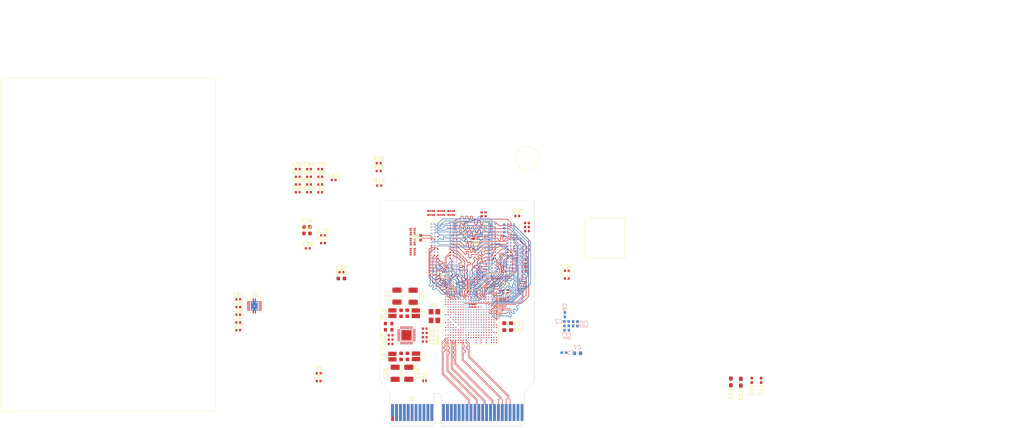
<source format=kicad_pcb>
(kicad_pcb (version 20241229) (generator "pcbnew") (generator_version "9.0")
  (layers (0 "F.Cu" signal) (4 "In1.Cu" signal) (6 "In2.Cu" signal) (8 "In3.Cu" signal) (10 "In4.Cu" signal) (2 "B.Cu" signal) (13 "F.Paste" user) (15 "B.Paste" user) (5 "F.SilkS" user "F.Silkscreen") (7 "B.SilkS" user "B.Silkscreen") (1 "F.Mask" user) (3 "B.Mask" user) (25 "Edge.Cuts" user))
  (net 0 "")
  (net 1 "GND")
  (net 2 "/RK3328 SOM - DDR3 A/SOM Power/VDD Core")
  (net 3 "/RK3328 SOM - DDR3 A/SOM Power/VDD Logic")
  (net 4 "+5V")
  (net 5 "/RK3328 SOM - DDR3 A/SOM Power/LDO1 1.8V")
  (net 6 "/RK3328 SOM - DDR3 A/SOM Power/LDO2 1.8V")
  (net 7 "Net-(U2-VREF)")
  (net 8 "/RK3328 SOM - DDR3 A/SOM Power/LDO3 1.0V")
  (net 9 "/RK3328 SOM - DDR3 A/ETH_TX+")
  (net 11 "/RK3328 SOM - DDR3 A/G_LED")
  (net 16 "/RK3328 SOM - DDR3 A/ETH_RX-")
  (net 20 "/RK3328 SOM - DDR3 A/Y_LED")
  (net 42 "/RK3328 SOM - DDR3 A/ETH_RX+")
  (net 45 "/RK3328 SOM - DDR3 A/ETH_TX-")
  (net 60 "Net-(U2-SW1)")
  (net 61 "Net-(U2-SW2)")
  (net 62 "Net-(U2-SW3)")
  (net 63 "Net-(U2-SW4)")
  (net 64 "Net-(U2-FB3)")
  (net 65 "Net-(U3-ZQ)")
  (net 74 "Net-(U4-ZQ)")
  (net 75 "/RK3328 SOM - DDR3 A/SOM DDR3/DDR3_A2")
  (net 76 "/RK3328 SOM - DDR3 A/SOM DDR3/DDR3_A5")
  (net 77 "/RK3328 SOM - DDR3 A/SOM DDR3/DDR_DQ10")
  (net 78 "/RK3328 SOM - DDR3 A/SOM DDR3/DDR_DQ27")
  (net 79 "/RK3328 SOM - DDR3 A/SOM DDR3/PGOOD")
  (net 80 "/RK3328 SOM - DDR3 A/SOM DDR3/DDR_DM0")
  (net 81 "/RK3328 SOM - DDR3 A/SOM DDR3/DDR3_CKE")
  (net 82 "/RK3328 SOM - DDR3 A/SOM DDR3/DDR3_CLK_N")
  (net 83 "/RK3328 SOM - DDR3 A/SOM DDR3/DDR_DQS0_N")
  (net 84 "/RK3328 SOM - DDR3 A/SOM DDR3/DDR3_A11")
  (net 85 "/RK3328 SOM - DDR3 A/SOM DDR3/DDR3_WEn")
  (net 86 "/RK3328 SOM - DDR3 A/SOM DDR3/DDR3_A4")
  (net 87 "/RK3328 SOM - DDR3 A/SOM DDR3/DDR3_BA2")
  (net 88 "/RK3328 SOM - DDR3 A/SOM DDR3/DDR_DQ17")
  (net 89 "/RK3328 SOM - DDR3 A/SOM DDR3/DDR_DQ9")
  (net 90 "/RK3328 SOM - DDR3 A/SOM DDR3/DDR_DQ23")
  (net 92 "/RK3328 SOM - DDR3 A/SOM DDR3/DDR_DQ30")
  (net 93 "/RK3328 SOM - DDR3 A/SOM DDR3/DDR3_A0")
  (net 94 "/RK3328 SOM - DDR3 A/SOM DDR3/DDR_DQS2_N")
  (net 95 "/RK3328 SOM - DDR3 A/SOM DDR3/DDR3_RASn")
  (net 96 "/RK3328 SOM - DDR3 A/SOM DDR3/DDR_DQ18")
  (net 97 "/RK3328 SOM - DDR3 A/SOM DDR3/DDR3_CSN0")
  (net 98 "/RK3328 SOM - DDR3 A/SOM DDR3/DDR3_A1")
  (net 99 "/RK3328 SOM - DDR3 A/SOM DDR3/DDR_DQ4")
  (net 100 "/RK3328 SOM - DDR3 A/SOM DDR3/DDR_DQ26")
  (net 101 "/RK3328 SOM - DDR3 A/SOM DDR3/DDR_DQS0_P")
  (net 102 "/RK3328 SOM - DDR3 A/SOM DDR3/DDR_DQS3_N")
  (net 103 "/RK3328 SOM - DDR3 A/SOM DDR3/DDR3_CLK_P")
  (net 104 "/RK3328 SOM - DDR3 A/SOM DDR3/DDR_DQ8")
  (net 105 "/RK3328 SOM - DDR3 A/SOM DDR3/DDR_DQ11")
  (net 106 "/RK3328 SOM - DDR3 A/SOM DDR3/DDR_DQ5")
  (net 107 "/RK3328 SOM - DDR3 A/SOM DDR3/DDR3_A8")
  (net 108 "/RK3328 SOM - DDR3 A/SOM DDR3/DDR_DQ14")
  (net 109 "/RK3328 SOM - DDR3 A/SOM DDR3/DDR_DQ6")
  (net 110 "/RK3328 SOM - DDR3 A/SOM DDR3/DDR_DQS3_P")
  (net 111 "/RK3328 SOM - DDR3 A/SOM DDR3/DDR_DQ7")
  (net 112 "/RK3328 SOM - DDR3 A/SOM DDR3/DDR3_A13")
  (net 113 "/RK3328 SOM - DDR3 A/SOM DDR3/DDR_DQ19")
  (net 114 "/RK3328 SOM - DDR3 A/SOM DDR3/DDR_DQ20")
  (net 116 "/RK3328 SOM - DDR3 A/SOM DDR3/DDR_DQ22")
  (net 117 "/RK3328 SOM - DDR3 A/SOM DDR3/DDR3_ODT1")
  (net 118 "/RK3328 SOM - DDR3 A/SOM DDR3/DDR_DQS2_P")
  (net 119 "/RK3328 SOM - DDR3 A/SOM DDR3/DDR_DQ25")
  (net 120 "/RK3328 SOM - DDR3 A/SOM DDR3/DDR_DQ1")
  (net 121 "/RK3328 SOM - DDR3 A/SOM DDR3/DDR_DQ21")
  (net 122 "/RK3328 SOM - DDR3 A/SOM DDR3/DDR_DQ29")
  (net 123 "/RK3328 SOM - DDR3 A/SOM DDR3/DDR3_A6")
  (net 124 "/RK3328 SOM - DDR3 A/SOM DDR3/DDR_DM2")
  (net 125 "/RK3328 SOM - DDR3 A/SOM DDR3/DDR_DQ12")
  (net 126 "/RK3328 SOM - DDR3 A/SOM DDR3/DDR_DQ3")
  (net 127 "/RK3328 SOM - DDR3 A/SOM DDR3/DDR3_A10")
  (net 128 "/RK3328 SOM - DDR3 A/SOM DDR3/DDR3_RESET")
  (net 129 "/RK3328 SOM - DDR3 A/SOM DDR3/DDR_DQ28")
  (net 130 "/RK3328 SOM - DDR3 A/SOM DDR3/DDR3_A14")
  (net 131 "/RK3328 SOM - DDR3 A/SOM DDR3/DDR_DQ2")
  (net 132 "/RK3328 SOM - DDR3 A/SOM DDR3/DDR3_A7")
  (net 133 "/RK3328 SOM - DDR3 A/SOM DDR3/DDR_DQS1_P")
  (net 134 "/RK3328 SOM - DDR3 A/SOM DDR3/DDR3_CASn")
  (net 135 "/RK3328 SOM - DDR3 A/SOM DDR3/DDR_DM1")
  (net 136 "/RK3328 SOM - DDR3 A/SOM DDR3/DDR3_A9")
  (net 137 "/RK3328 SOM - DDR3 A/SOM DDR3/DDR3_BA1")
  (net 138 "/RK3328 SOM - DDR3 A/SOM DDR3/DDR_DQS1_N")
  (net 139 "/RK3328 SOM - DDR3 A/SOM DDR3/DDR3_A12")
  (net 140 "/RK3328 SOM - DDR3 A/SOM DDR3/DDR_DQ13")
  (net 141 "/RK3328 SOM - DDR3 A/SOM DDR3/DDR_DM3")
  (net 142 "/RK3328 SOM - DDR3 A/SOM DDR3/DDR_DQ0")
  (net 143 "/RK3328 SOM - DDR3 A/SOM DDR3/DDR3_BA0")
  (net 144 "/RK3328 SOM - DDR3 A/SOM DDR3/DDR_DQ15")
  (net 145 "/RK3328 SOM - DDR3 A/SOM DDR3/DDR_DQ16")
  (net 146 "/RK3328 SOM - DDR3 A/SOM DDR3/DDR_DQ31")
  (net 147 "/RK3328 SOM - DDR3 A/SOM DDR3/DDR3_A3")
  (net 148 "/RK3328 SOM - DDR3 A/SOM DDR3/DDR_DQ24")
  (net 149 "/RK3328 SOM - DDR3 A/SOM Power/OUT2")
  (net 150 "/RK3328 SOM - DDR3 A/SOM Power/OUT1")
  (net 152 "/RK3328 SOM - DDR3 A/SOM Power/RESET")
  (net 156 "/RK3328 SOM - DDR3 A/SOM Power/SLEEP")
  (net 157 "/RK3328 SOM - DDR3 A/SOM Power/SDA")
  (net 158 "/RK3328 SOM - DDR3 A/SOM Power/INT")
  (net 160 "/RK3328 SOM - DDR3 A/SOM Power/SCL")
  (net 165 "unconnected-(U3-VREFDQ-PadH1)")
  (net 166 "unconnected-(U3-VREFCA-PadM8)")
  (net 168 "/RK3328 SOM - DDR3 A/SOM DDR3/DDR3_ODT0")
  (net 175 "unconnected-(U4-VREFCA-PadM8)")
  (net 176 "/RK3328 SOM - DDR3 A/HDMI_TX1P")
  (net 177 "/RK3328 SOM - DDR3 A/HDMI_TX2P")
  (net 178 "/RK3328 SOM - DDR3 A/HDMI_SDA")
  (net 179 "/RK3328 SOM - DDR3 A/HDMI_TX0N")
  (net 180 "/RK3328 SOM - DDR3 A/HDMI_TX0P")
  (net 181 "/RK3328 SOM - DDR3 A/HDMI_TX_CLKN")
  (net 182 "/RK3328 SOM - DDR3 A/HDMI_TX2N")
  (net 183 "/RK3328 SOM - DDR3 A/HDMI_TX1N")
  (net 184 "/RK3328 SOM - DDR3 A/HDMI_CEC")
  (net 185 "/RK3328 SOM - DDR3 A/HDMI_HPD")
  (net 186 "/RK3328 SOM - DDR3 A/HDMI_TX_CLKP")
  (net 187 "/RK3328 SOM - DDR3 A/HDMI_SCL")
  (net 196 "/RK3328 SOM - DDR3 A/USB0_DP")
  (net 200 "/RK3328 SOM - DDR3 A/USB1_DP")
  (net 201 "/RK3328 SOM - DDR3 A/USB0_DN")
  (net 202 "/RK3328 SOM - DDR3 A/USB1_DN")
  (net 204 "Net-(C37-Pad2)")
  (net 205 "/RK3328 SOM - DDR3 A/SOM DDR3/VTT")
  (net 211 "/RK3328 SOM - DDR3 A/VCC_DDR")
  (net 212 "/RK3328 SOM - DDR3 A/VCC_IO")
  (net 234 "Net-(U1E-XOUT24M)")
  (net 235 "Net-(U1E-XIN24M)")
  (footprint "Capacitor_SMD:C_0402_1005Metric" (layer "F.Cu") (at 146.95 68.725 90)
    (property "Reference" "C48" (hide yes))
    (property "Value" "100nf")
  )
  (footprint "Capacitor_SMD:C_0402_1005Metric" (layer "F.Cu") (at 83.815 90.41)
    (property "Reference" "C64")
    (property "Value" "10uf")
  )
  (footprint "Capacitor_SMD:C_0402_1005Metric" (layer "F.Cu") (at 157.505 70.95)
    (property "Reference" "C38" (hide yes))
    (property "Value" "100nf")
  )
  (footprint "Capacitor_SMD:C_0402_1005Metric" (layer "F.Cu") (at 101.55 77.4)
    (property "Reference" "C30")
    (property "Value" "4.7uf")
  )
  (footprint "Capacitor_SMD:C_0603_1608Metric" (layer "F.Cu") (at 125.38 104.98 -90)
    (property "Reference" "C16" (hide yes))
    (property "Value" "10uf")
  )
  (footprint "Capacitor_SMD:C_0402_1005Metric" (layer "F.Cu") (at 157.125 82.65 -90)
    (property "Reference" "C45" (hide yes))
    (property "Value" "100nf")
  )
  (footprint "Capacitor_Tantalum_SMD:CP_EIA-3528-21_Kemet-B" (layer "F.Cu") (at 128.45 89.6275 90)
    (property "Reference" "C24")
    (property "Value" "47uf")
  )
  (footprint "Connector_PCBEdge:BUS_PCIexpress_x4" (layer "F.Cu") (at 123.2 119.3)
    (property "Reference" "J1")
    (property "Value" "~")
    (fp_line (start -0.65 -4.95) (end -0.65 2.95) (stroke (width 0.1)) (layer "Edge.Cuts"))
    (fp_line (start -0.65 2.95) (end -0.15 3.45) (stroke (width 0.1)) (layer "Edge.Cuts"))
    (fp_line (start -0.15 3.45) (end 10.05 3.45) (stroke (width 0.1)) (layer "Edge.Cuts"))
    (fp_line (start 10.55 -4) (end 10.55 2.95) (stroke (width 0.1)) (layer "Edge.Cuts"))
    (fp_line (start 10.55 2.95) (end 10.05 3.45) (stroke (width 0.1)) (layer "Edge.Cuts"))
    (fp_line (start 12.45 -4) (end 12.45 2.95) (stroke (width 0.1)) (layer "Edge.Cuts"))
    (fp_line (start 12.45 2.95) (end 12.95 3.45) (stroke (width 0.1)) (layer "Edge.Cuts"))
    (fp_line (start 12.95 3.45) (end 33.15 3.45) (stroke (width 0.1)) (layer "Edge.Cuts"))
    (fp_line (start 33.65 -4.95) (end 33.65 2.95) (stroke (width 0.1)) (layer "Edge.Cuts"))
    (fp_line (start 33.65 2.95) (end 33.15 3.45) (stroke (width 0.1)) (layer "Edge.Cuts"))
    (fp_arc (start 10.55 -4) (mid 11.5 -4.95) (end 12.45 -4) (stroke (width 0.1)) (layer "Edge.Cuts"))
  )
  (footprint "Capacitor_SMD:C_0402_1005Metric" (layer "F.Cu") (at 98.995 57.17)
    (property "Reference" "C51")
    (property "Value" "100nf")
  )
  (footprint "Resistor_SMD:R_Array_Convex_4x0402" (layer "F.Cu") (at 128.325 73.15)
    (property "Reference" "R8" (hide yes))
    (property "Value" "56R")
  )
  (footprint "Capacitor_SMD:C_0402_1005Metric" (layer "F.Cu") (at 104.735 57.17)
    (property "Reference" "C59")
    (property "Value" "100nf")
  )
  (footprint "Resistor_SMD:R_Array_Convex_4x0402" (layer "F.Cu") (at 135.6 68.375 90)
    (property "Reference" "R8" (hide yes))
    (property "Value" "56R")
  )
  (footprint "Capacitor_SMD:C_0603_1608Metric_Pad1.08x0.95mm_HandSolder" (layer "F.Cu") (at 209.55 111.49 -90)
    (property "Reference" "C13")
    (property "Value" "22uf")
  )
  (footprint "Capacitor_SMD:C_0402_1005Metric" (layer "F.Cu") (at 104.33 111.26)
    (property "Reference" "C31")
    (property "Value" "100nf")
  )
  (footprint "Package_BGA:BGA-96_9.0x13.0mm_Layout2x3x16_P0.8mm" (layer "F.Cu") (at 136.33 77.19 180)
    (property "Reference" "U3")
    (property "Value" "AS4C256M16D3")
  )
  (footprint "Capacitor_SMD:C_0402_1005Metric" (layer "F.Cu") (at 105.45 74.1)
    (property "Reference" "C35")
    (property "Value" "100nf")
  )
  (footprint "Capacitor_SMD:C_0603_1608Metric" (layer "F.Cu") (at 101.35 73.6)
    (property "Reference" "C36")
    (property "Value" "10uf")
  )
  (footprint "Capacitor_SMD:C_0402_1005Metric" (layer "F.Cu") (at 131.4 97.9)
    (property "Reference" "C27")
    (property "Value" "1uf")
  )
  (footprint "Capacitor_SMD:C_0402_1005Metric" (layer "F.Cu") (at 167.66 83.14)
    (property "Reference" "C69")
    (property "Value" "30pf")
  )
  (footprint "Capacitor_SMD:C_0402_1005Metric" (layer "F.Cu") (at 105.45 76.07)
    (property "Reference" "C37")
    (property "Value" "10nf")
  )
  (footprint "Capacitor_SMD:C_0402_1005Metric" (layer "F.Cu") (at 83.815 92.38)
    (property "Reference" "C65")
    (property "Value" "10uf")
  )
  (footprint "Capacitor_SMD:C_0402_1005Metric_Pad0.74x0.62mm_HandSolder" (layer "F.Cu") (at 214.875 111.1 -90)
    (property "Reference" "C10")
    (property "Value" "10uf")
  )
  (footprint "Resistor_SMD:R_Array_Convex_4x0402" (layer "F.Cu") (at 128.325 75.7)
    (property "Reference" "R8" (hide yes))
    (property "Value" "56R")
  )
  (footprint "RK3328:RK3328" (layer "F.Cu") (at 143.23 94.99)
    (property "Reference" "U1")
    (property "Value" "~")
  )
  (footprint "Package_BGA:BGA-96_9.0x13.0mm_Layout2x3x16_P0.8mm" (layer "F.Cu") (at 151 77.2 180)
    (property "Reference" "U4" (hide yes))
    (property "Value" "AS4C256M16D3")
  )
  (footprint "Capacitor_SMD:C_0402_1005Metric" (layer "F.Cu") (at 155.03 69.16)
    (property "Reference" "C50")
    (property "Value" "10uf")
  )
  (footprint "Inductor_SMD:L_Cenker_CKCS201610" (layer "F.Cu") (at 129.13 93.97 90)
    (property "Reference" "L4")
    (property "Value" "470nH")
  )
  (footprint "Capacitor_Tantalum_SMD:CP_EIA-3528-21_Kemet-B" (layer "F.Cu") (at 124.32 89.6 90)
    (property "Reference" "C23")
    (property "Value" "47uf")
  )
  (footprint "Capacitor_SMD:C_0402_1005Metric" (layer "F.Cu") (at 145.945 68.72 90)
    (property "Reference" "C47" (hide yes))
    (property "Value" "100nf")
  )
  (footprint "Capacitor_SMD:C_0603_1608Metric" (layer "F.Cu") (at 126.95 93.96 90)
    (property "Reference" "C29" (hide yes))
    (property "Value" "10uf")
  )
  (footprint "Capacitor_SMD:C_0402_1005Metric" (layer "F.Cu") (at 104.735 63.08)
    (property "Reference" "C62")
    (property "Value" "100nf")
  )
  (footprint "Resistor_SMD:R_0603_1608Metric" (layer "F.Cu") (at 122.2 96.6)
    (property "Reference" "R1")
    (property "Value" "1K")
  )
  (footprint "Package_DFN_QFN:QFN-32-1EP_4x4mm_P0.4mm_EP2.65x2.65mm" (layer "F.Cu") (at 126.75 99.6)
    (property "Reference" "U2" (hide yes))
    (property "Value" "~")
  )
  (footprint "Capacitor_SMD:C_0402_1005Metric" (layer "F.Cu") (at 104.735 61.11)
    (property "Reference" "C61")
    (property "Value" "100nf")
  )
  (footprint "Capacitor_Tantalum_SMD:CP_EIA-3528-21_Kemet-B" (layer "F.Cu") (at 127.35 109.295 -90)
    (property "Reference" "C19")
    (property "Value" "47uf")
  )
  (footprint "Capacitor_SMD:C_0402_1005Metric" (layer "F.Cu") (at 110.125 83.5)
    (property "Reference" "C32")
    (property "Value" "10uf")
  )
  (footprint "Diode_SMD:D_SOD-882" (layer "F.Cu") (at 131.37 111.205)
    (property "Reference" "D1")
    (property "Value" "D_TVS")
  )
  (footprint "Capacitor_SMD:C_0402_1005Metric" (layer "F.Cu") (at 83.815 96.32)
    (property "Reference" "C67")
    (property "Value" "10uf")
  )
  (footprint "Capacitor_SMD:C_0402_1005Metric" (layer "F.Cu") (at 131.4 100.1)
    (property "Reference" "C18")
    (property "Value" "4.7uf")
  )
  (footprint "Capacitor_SMD:C_0402_1005Metric" (layer "F.Cu") (at 108.175 59.95)
    (property "Reference" "C63")
    (property "Value" "10uf")
  )
  (footprint "Resistor_SMD:R_0402_1005Metric" (layer "F.Cu") (at 119.655 55.67)
    (property "Reference" "R10")
    (property "Value" "10K")
  )
  (footprint "Inductor_SMD:L_Cenker_CKCS201610" (layer "F.Cu") (at 123.16 93.95 90)
    (property "Reference" "L3")
    (property "Value" "470nH")
  )
  (footprint "Resistor_SMD:R_Array_Convex_2x0402" (layer "F.Cu") (at 152.025 88.425)
    (property "Reference" "R4")
    (property "Value" "22R")
  )
  (footprint "Capacitor_SMD:C_0603_1608Metric" (layer "F.Cu") (at 127 104.975 -90)
    (property "Reference" "C15" (hide yes))
    (property "Value" "10uf")
  )
  (footprint "Capacitor_SMD:C_0402_1005Metric" (layer "F.Cu") (at 101.865 57.17)
    (property "Reference" "C55")
    (property "Value" "100nf")
  )
  (footprint "Capacitor_SMD:C_0402_1005Metric" (layer "F.Cu") (at 122.7 99.6 180)
    (property "Reference" "C22" (hide yes))
    (property "Value" "4.7uf")
  )
  (footprint "Resistor_SMD:R_Array_Convex_4x0402" (layer "F.Cu") (at 138.15 68.375 90)
    (property "Reference" "R8" (hide yes))
    (property "Value" "56R")
  )
  (footprint "Capacitor_SMD:C_0402_1005Metric" (layer "F.Cu") (at 98.995 61.11)
    (property "Reference" "C53")
    (property "Value" "100nf")
  )
  (footprint "Capacitor_SMD:C_0402_1005Metric" (layer "F.Cu") (at 83.815 94.35)
    (property "Reference" "C66")
    (property "Value" "10uf")
  )
  (footprint "Package_SON:VSON-10-1EP_3x3mm_P0.5mm_EP1.65x2.4mm_ThermalVias" (layer "F.Cu") (at 87.925 92.1)
    (property "Reference" "U6")
    (property "Value" "~")
  )
  (footprint "Capacitor_SMD:C_0603_1608Metric" (layer "F.Cu") (at 125.37 93.98 90)
    (property "Reference" "C28" (hide yes))
    (property "Value" "10uf")
  )
  (footprint "Crystal:Crystal_SMD_3225-4Pin_3.2x2.5mm" (layer "F.Cu") (at 133.88 94.69 90)
    (property "Reference" "Y1")
    (property "Value" "24MHz")
  )
  (footprint "Resistor_SMD:R_0402_1005Metric_Pad0.72x0.64mm_HandSolder" (layer "F.Cu") (at 130.35 74.7 90)
    (property "Reference" "R3")
    (property "Value" "240R")
  )
  (footprint "Capacitor_SMD:C_0402_1005Metric" (layer "F.Cu") (at 98.995 59.14)
    (property "Reference" "C52")
    (property "Value" "100nf")
  )
  (footprint "Capacitor_Tantalum_SMD:CP_EIA-3528-21_Kemet-B" (layer "F.Cu") (at 123.85 109.295 -90)
    (property "Reference" "C20")
    (property "Value" "47uf")
  )
  (footprint "Capacitor_SMD:C_0603_1608Metric_Pad1.08x0.95mm_HandSolder" (layer "F.Cu") (at 212.1 111.5775 -90)
    (property "Reference" "C14")
    (property "Value" "22uf")
  )
  (footprint "Capacitor_SMD:C_0402_1005Metric_Pad0.74x0.62mm_HandSolder" (layer "F.Cu") (at 217.275 111.1 -90)
    (property "Reference" "C12")
    (property "Value" "10uf")
  )
  (footprint "Capacitor_SMD:C_0402_1005Metric" (layer "F.Cu") (at 157.5 73)
    (property "Reference" "C40" (hide yes))
    (property "Value" "100nf")
  )
  (footprint "Resistor_SMD:R_0603_1608Metric" (layer "F.Cu") (at 122.2 98.2 180)
    (property "Reference" "R2")
    (property "Value" "1.1K")
  )
  (footprint "Capacitor_SMD:C_0402_1005Metric" (layer "F.Cu") (at 167.66 85.11)
    (property "Reference" "C70")
    (property "Value" "30pf")
  )
  (footprint "Inductor_SMD:L_Cenker_CKCS201610" (layer "F.Cu") (at 123.16 105.035 90)
    (property "Reference" "L2")
    (property "Value" "470nH")
  )
  (footprint "Capacitor_SMD:C_0603_1608Metric_Pad1.08x0.95mm_HandSolder" (layer "F.Cu") (at 152.5675 96.515)
    (property "Reference" "C11")
    (property "Value" "22uf")
  )
  (footprint "Resistor_SMD:R_0402_1005Metric" (layer "F.Cu") (at 119.655 57.66)
    (property "Reference" "R11")
    (property "Value" "10K")
  )
  (footprint "Capacitor_SMD:C_0402_1005Metric" (layer "F.Cu") (at 83.815 98.29)
    (property "Reference" "C68")
    (property "Value" "10uf")
  )
  (footprint "Capacitor_SMD:C_0603_1608Metric" (layer "F.Cu") (at 110.125 85.1)
    (property "Reference" "C33")
    (property "Value" "10uf")
  )
  (footprint "Resistor_SMD:R_0402_1005Metric" (layer "F.Cu") (at 119.8 61.4)
    (property "Reference" "R12")
    (property "Value" "100K")
  )
  (footprint "Capacitor_SMD:C_0402_1005Metric" (layer "F.Cu") (at 98.995 63.08)
    (property "Reference" "C54")
    (property "Value" "100nf")
  )
  (footprint "Resistor_SMD:R_Array_Convex_4x0402" (layer "F.Cu") (at 128.325 78.25)
    (property "Reference" "R8" (hide yes))
    (property "Value" "56R")
  )
  (footprint "Capacitor_SMD:C_0603_1608Metric_Pad1.08x0.95mm_HandSolder" (layer "F.Cu") (at 152.5925 98.265)
    (property "Reference" "C9")
    (property "Value" "22uf")
  )
  (footprint "Resistor_SMD:R_0402_1005Metric" (layer "F.Cu") (at 104.35 109.28)
    (property "Reference" "R5")
    (property "Value" "10K")
  )
  (footprint "Inductor_SMD:L_Cenker_CKCS201610" (layer "F.Cu") (at 129.2 104.965 90)
    (property "Reference" "L1")
    (property "Value" "470nH")
  )
  (footprint "Capacitor_SMD:C_0603_1608Metric" (layer "F.Cu") (at 101.35 71.9)
    (property "Reference" "C34")
    (property "Value" "10uf")
  )
  (footprint "Capacitor_SMD:C_0402_1005Metric" (layer "F.Cu") (at 104.735 59.14)
    (property "Reference" "C60")
    (property "Value" "100nf")
  )
  (footprint "Capacitor_SMD:C_0402_1005Metric" (layer "F.Cu") (at 101.865 59.14)
    (property "Reference" "C56")
    (property "Value" "100nf")
  )
  (footprint "Capacitor_SMD:C_0402_1005Metric" (layer "F.Cu") (at 131.4 99)
    (property "Reference" "C17")
    (property "Value" "4.7uf")
  )
  (footprint "Capacitor_SMD:C_0402_1005Metric" (layer "F.Cu") (at 157.5 71.975)
    (property "Reference" "C39" (hide yes))
    (property "Value" "100nf")
  )
  (footprint "Resistor_SMD:R_0402_1005Metric_Pad0.72x0.64mm_HandSolder" (layer "F.Cu") (at 144.4 74.95 180)
    (property "Reference" "R9")
    (property "Value" "240R")
  )
  (footprint "Capacitor_SMD:C_0402_1005Metric" (layer "F.Cu") (at 157.125 80.8 90)
    (property "Reference" "C41" (hide yes))
    (property "Value" "100nf")
  )
  (footprint "Capacitor_SMD:C_0402_1005Metric" (layer "F.Cu") (at 131.4 101.2)
    (property "Reference" "C26")
    (property "Value" "100nf")
  )
  (footprint "Resistor_SMD:R_Array_Convex_4x0402" (layer "F.Cu") (at 133.05 68.375 90)
    (property "Reference" "R8" (hide yes))
    (property "Value" "56R")
  )
  (footprint "Capacitor_SMD:C_0402_1005Metric" (layer "F.Cu") (at 101.865 63.08)
    (property "Reference" "C58")
    (property "Value" "100nf")
  )
  (footprint "Capacitor_SMD:C_0402_1005Metric" (layer "F.Cu") (at 122.7 101.8)
    (property "Reference" "C21" (hide yes))
    (property "Value" "4.7uf")
  )
  (footprint "Capacitor_SMD:C_0402_1005Metric" (layer "F.Cu") (at 101.865 61.11)
    (property "Reference" "C57")
    (property "Value" "100nf")
  )
  (footprint "Capacitor_SMD:C_0402_1005Metric" (layer "F.Cu") (at 122.7 100.7 180)
    (property "Reference" "C25")
    (property "Value" "4.7uf")
  )
  (footprint "Capacitor_SMD:C_0603_1608Metric" (layer "B.Cu") (at 170.39 104.18 180)
    (property "Reference" "C7")
    (property "Value" "10uf")
  )
  (footprint "Capacitor_SMD:C_0402_1005Metric" (layer "B.Cu") (at 151.7 73.8 90)
    (property "Reference" "C43" (hide yes))
    (property "Value" "100nf")
  )
  (footprint "Capacitor_SMD:C_0402_1005Metric_Pad0.74x0.62mm_HandSolder" (layer "B.Cu") (at 168.18 97.75 -90)
    (property "Reference" "C6")
    (property "Value" "100nf")
  )
  (footprint "Capacitor_SMD:C_0402_1005Metric" (layer "B.Cu") (at 147.8 78.13 -90)
    (property "Reference" "C49" (hide yes))
    (property "Value" "100nf")
  )
  (footprint "Capacitor_SMD:C_0402_1005Metric_Pad0.74x0.62mm_HandSolder" (layer "B.Cu") (at 170.38 96.65 90)
    (property "Reference" "C3")
    (property "Value" "100nf")
  )
  (footprint "Capacitor_SMD:C_0402_1005Metric" (layer "B.Cu") (at 148.2 80)
    (property "Reference" "C44" (hide yes))
    (property "Value" "100nf")
  )
  (footprint "Capacitor_SMD:C_0402_1005Metric_Pad0.74x0.62mm_HandSolder" (layer "B.Cu") (at 167.08 97.75 -90)
    (property "Reference" "C4")
    (property "Value" "100nf")
  )
  (footprint "Capacitor_SMD:C_0402_1005Metric" (layer "B.Cu") (at 154.15 82 -90)
    (property "Reference" "C46" (hide yes))
    (property "Value" "100nf")
  )
  (footprint "Capacitor_SMD:C_0402_1005Metric_Pad0.74x0.62mm_HandSolder" (layer "B.Cu") (at 167.58 96.05 180)
    (property "Reference" "C2")
    (property "Value" "10nf")
  )
  (footprint "Capacitor_SMD:C_0402_1005Metric" (layer "B.Cu") (at 151.7 71.8 90)
    (property "Reference" "C42" (hide yes))
    (property "Value" "100nf")
  )
  (footprint "Capacitor_SMD:C_0402_1005Metric_Pad0.74x0.62mm_HandSolder" (layer "B.Cu") (at 166.95 104.03 180)
    (property "Reference" "C1")
    (property "Value" "10nf")
  )
  (footprint "Capacitor_SMD:C_0402_1005Metric_Pad0.74x0.62mm_HandSolder" (layer "B.Cu") (at 167.18 94.35 90)
    (property "Reference" "C8")
    (property "Value" "100nf")
  )
  (footprint "Capacitor_SMD:C_0402_1005Metric_Pad0.74x0.62mm_HandSolder" (layer "B.Cu") (at 169.28 96.65 90)
    (property "Reference" "C5")
    (property "Value" "100nf")
  )
  (gr_rect (start 172.22 69.76) (end 182.42 79.935) (stroke (width 0.1)) (fill no) (layer "F.SilkS"))
  (gr_circle (center 157.598334 54.4) (end 160.598334 54.5) (stroke (width 0.1)) (fill no) (layer "F.SilkS"))
  (gr_rect (start 23.05 33.95) (end 78.05 118.95) (stroke (width 0.1)) (fill no) (layer "F.SilkS"))
  (gr_line (start 120 65.2) (end 159.4 65.2) (stroke (width 0.05)) (layer "Edge.Cuts"))
  (gr_line (start 159.4 111.2) (end 159.4 65.2) (stroke (width 0.1)) (layer "Edge.Cuts"))
  (gr_line (start 122.55 114.35) (end 120 111.2) (stroke (width 0.05)) (layer "Edge.Cuts"))
  (gr_line (start 120 111.2) (end 120 65.2) (stroke (width 0.05)) (layer "Edge.Cuts"))
  (gr_line (start 156.85 114.35) (end 159.4 111.2) (stroke (width 0.05)) (layer "Edge.Cuts"))
  (segment (start 143.275 74.95) (end 143.15 75.075) (width 0.2) (layer "F.Cu") (net 1))
  (segment (start 132.865 74.39) (end 132.5775 74.1025) (width 0.149) (layer "F.Cu") (net 1))
  (segment (start 156.93 83.13) (end 156.9 83.1) (width 0.2) (layer "F.Cu") (net 1))
  (segment (start 132.5775 74.1025) (end 130.35 74.1025) (width 0.149) (layer "F.Cu") (net 1))
  (segment (start 144.675034 74.4) (end 147.8 74.4) (width 0.2) (layer "F.Cu") (net 1))
  (segment (start 157.125 80.32) (end 157.125 79.925) (width 0.2) (layer "F.Cu") (net 1))
  (segment (start 143.23 89.79) (end 143.23 90.44) (width 0.149) (layer "F.Cu") (net 1))
  (segment (start 157.125 83.13) (end 156.93 83.13) (width 0.2) (layer "F.Cu") (net 1))
  (segment (start 143.8025 74.95) (end 144.125034 74.95) (width 0.2) (layer "F.Cu") (net 1))
  (segment (start 144.125034 74.95) (end 144.675034 74.4) (width 0.2) (layer "F.Cu") (net 1))
  (segment (start 157.125 79.925) (end 156.9 79.7) (width 0.2) (layer "F.Cu") (net 1))
  (segment (start 143.8025 74.95) (end 143.275 74.95) (width 0.2) (layer "F.Cu") (net 1))
  (segment (start 133.13 74.39) (end 132.865 74.39) (width 0.149) (layer "F.Cu") (net 1))
  (via (at 143.23 90.44) (size 0.3) (drill 0.2) (layers "F.Cu" "B.Cu") (net 1))
  (via (at 138.03 96.94) (size 0.3) (drill 0.2) (layers "F.Cu" "B.Cu") (net 1))
  (via (at 141.28 95.64) (size 0.3) (drill 0.2) (layers "F.Cu" "B.Cu") (net 1))
  (via (at 139.53 74.39) (size 0.4) (drill 0.25) (layers "F.Cu" "B.Cu") (net 1))
  (via (at 143.23 94.34) (size 0.3) (drill 0.2) (layers "F.Cu" "B.Cu") (net 1))
  (via (at 138.68 94.99) (size 0.3) (drill 0.2) (layers "F.Cu" "B.Cu") (net 1))
  (via (at 137.38 92.39) (size 0.3) (drill 0.2) (layers "F.Cu" "B.Cu") (net 1))
  (via (at 137.38 97.59) (size 0.3) (drill 0.2) (layers "F.Cu" "B.Cu") (net 1))
  (via (at 145.83 91.09) (size 0.3) (drill 0.2) (layers "F.Cu" "B.Cu") (net 1))
  (via (at 145.18 90.44) (size 0.3) (drill 0.2) (layers "F.Cu" "B.Cu") (net 1))
  (via (at 143.88 96.94) (size 0.3) (drill 0.2) (layers "F.Cu" "B.Cu") (net 1))
  (via (at 147.8 74.4) (size 0.4) (drill 0.25) (layers "F.Cu" "B.Cu") (net 1))
  (via (at 148.6 78.4) (size 0.4) (drill 0.25) (layers "F.Cu" "B.Cu") (net 1))
  (via (at 133.13 83.19) (size 0.4) (drill 0.25) (layers "F.Cu" "B.Cu") (net 1))
  (via (at 138.73 76.79) (size 0.4) (drill 0.25) (layers "F.Cu" "B.Cu") (net 1))
  (via (at 139.33 94.34) (size 0.3) (drill 0.2) (layers "F.Cu" "B.Cu") (net 1))
  (via (at 143.15 75.075) (size 0.4) (drill 0.25) (layers "F.Cu" "B.Cu") (net 1))
  (via (at 143.88 93.04) (size 0.3) (drill 0.2) (layers "F.Cu" "B.Cu") (net 1))
  (via (at 138.68 91.09) (size 0.3) (drill 0.2) (layers "F.Cu" "B.Cu") (net 1))
  (via (at 153.4 76.8) (size 0.4) (drill 0.25) (layers "F.Cu" "B.Cu") (net 1))
  (via (at 145.83 94.99) (size 0.3) (drill 0.2) (layers "F.Cu" "B.Cu") (net 1))
  (via (at 138.03 89.79) (size 0.3) (drill 0.2) (layers "F.Cu" "B.Cu") (net 1))
  (via (at 148.6 80) (size 0.4) (drill 0.25) (layers "F.Cu" "B.Cu") (net 1))
  (via (at 138.68 93.69) (size 0.3) (drill 0.2) (layers "F.Cu" "B.Cu") (net 1))
  (via (at 141.93 93.69) (size 0.3) (drill 0.2) (layers "F.Cu" "B.Cu") (net 1))
  (via (at 154.2 80) (size 0.4) (drill 0.25) (layers "F.Cu" "B.Cu") (net 1))
  (via (at 147.13 89.79) (size 0.3) (drill 0.2) (layers "F.Cu" "B.Cu") (net 1))
  (via (at 142.58 91.09) (size 0.3) (drill 0.2) (layers "F.Cu" "B.Cu") (net 1))
  (via (at 136.73 100.19) (size 0.3) (drill 0.2) (layers "F.Cu" "B.Cu") (net 1))
  (via (at 145.18 89.79) (size 0.3) (drill 0.2) (layers "F.Cu" "B.Cu") (net 1))
  (via (at 145.83 97.59) (size 0.3) (drill 0.2) (layers "F.Cu" "B.Cu") (net 1))
  (via (at 145.18 98.89) (size 0.3) (drill 0.2) (layers "F.Cu" "B.Cu") (net 1))
  (via (at 138.03 90.44) (size 0.3) (drill 0.2) (layers "F.Cu" "B.Cu") (net 1))
  (via (at 147.13 94.99) (size 0.3) (drill 0.2) (layers "F.Cu" "B.Cu") (net 1))
  (via (at 148.6 80.8) (size 0.4) (drill 0.25) (layers "F.Cu" "B.Cu") (net 1))
  (via (at 141.93 100.19) (size 0.3) (drill 0.2) (layers "F.Cu" "B.Cu") (net 1))
  (via (at 139.98 92.39) (size 0.3) (drill 0.2) (layers "F.Cu" "B.Cu") (net 1))
  (via (at 145.18 91.09) (size 0.3) (drill 0.2) (layers "F.Cu" "B.Cu") (net 1))
  (via (at 133.13 82.39) (size 0.4) (drill 0.25) (layers "F.Cu" "B.Cu") (net 1))
  (via (at 147.78 90.44) (size 0.3) (drill 0.2) (layers "F.Cu" "B.Cu") (net 1))
  (via (at 144.53 94.99) (size 0.3) (drill 0.2) (layers "F.Cu" "B.Cu") (net 1))
  (via (at 140.63 92.39) (size 0.3) (drill 0.2) (layers "F.Cu" "B.Cu") (net 1))
  (via (at 145.83 96.94) (size 0.3) (drill 0.2) (layers "F.Cu" "B.Cu") (net 1))
  (via (at 144.53 91.09) (size 0.3) (drill 0.2) (layers "F.Cu" "B.Cu") (net 1))
  (via (at 141.93 98.89) (size 0.3) (drill 0.2) (layers "F.Cu" "B.Cu") (net 1))
  (via (at 147.13 93.69) (size 0.3) (drill 0.2) (layers "F.Cu" "B.Cu") (net 1))
  (via (at 138.03 98.24) (size 0.3) (drill 0.2) (layers "F.Cu" "B.Cu") (net 1))
  (via (at 140.63 95.64) (size 0.3) (drill 0.2) (layers "F.Cu" "B.Cu") (net 1))
  (via (at 147.8 72.8) (size 0.4) (drill 0.25) (layers "F.Cu" "B.Cu") (net 1))
  (via (at 138.73 79.99) (size 0.4) (drill 0.25) (layers "F.Cu" "B.Cu") (net 1))
  (via (at 141.28 100.19) (size 0.3) (drill 0.2) (layers "F.Cu" "B.Cu") (net 1))
  (via (at 147.13 93.04) (size 0.3) (drill 0.2) (layers "F.Cu" "B.Cu") (net 1))
  (via (at 138.68 92.39) (size 0.3) (drill 0.2) (layers "F.Cu" "B.Cu") (net 1))
  (via (at 144.53 95.64) (size 0.3) (drill 0.2) (layers "F.Cu" "B.Cu") (net 1))
  (via (at 143.23 91.09) (size 0.3) (drill 0.2) (layers "F.Cu" "B.Cu") (net 1))
  (via (at 147.8 82.4) (size 0.4) (drill 0.25) (layers "F.Cu" "B.Cu") (net 1))
  (via (at 144.53 94.34) (size 0.3) (drill 0.2) (layers "F.Cu" "B.Cu") (net 1))
  (via (at 143.88 93.69) (size 0.3) (drill 0.2) (layers "F.Cu" "B.Cu") (net 1))
  (via (at 143.23 94.99) (size 0.3) (drill 0.2) (layers "F.Cu" "B.Cu") (net 1))
  (via (at 133.13 71.19) (size 0.4) (drill 0.25) (layers "F.Cu" "B.Cu") (net 1))
  (via (at 147.78 89.79) (size 0.3) (drill 0.2) (layers "F.Cu" "B.Cu") (net 1))
  (via (at 149.08 93.69) (size 0.3) (drill 0.2) (layers "F.Cu" "B.Cu") (net 1))
  (via (at 138.03 94.34) (size 0.3) (drill 0.2) (layers "F.Cu" "B.Cu") (net 1))
  (via (at 133.93 79.99) (size 0.4) (drill 0.25) (layers "F.Cu" "B.Cu") (net 1))
  (via (at 141.93 92.39) (size 0.3) (drill 0.2) (layers "F.Cu" "B.Cu") (net 1))
  (via (at 140.63 96.29) (size 0.3) (drill 0.2) (layers "F.Cu" "B.Cu") (net 1))
  (via (at 144.53 93.04) (size 0.3) (drill 0.2) (layers "F.Cu" "B.Cu") (net 1))
  (via (at 147.8 83.2) (size 0.4) (drill 0.25) (layers "F.Cu" "B.Cu") (net 1))
  (via (at 137.38 98.24) (size 0.3) (drill 0.2) (layers "F.Cu" "B.Cu") (net 1))
  (via (at 138.68 91.74) (size 0.3) (drill 0.2) (layers "F.Cu" "B.Cu") (net 1))
  (via (at 141.28 98.89) (size 0.3) (drill 0.2) (layers "F.Cu" "B.Cu") (net 1))
  (via (at 145.18 94.99) (size 0.3) (drill 0.2) (layers "F.Cu" "B.Cu") (net 1))
  (via (at 139.98 91.09) (size 0.3) (drill 0.2) (layers "F.Cu" "B.Cu") (net 1))
  (via (at 147.13 90.44) (size 0.3) (drill 0.2) (layers "F.Cu" "B.Cu") (net 1))
  (via (at 133.93 76.79) (size 0.4) (drill 0.25) (layers "F.Cu" "B.Cu") (net 1))
  (via (at 139.33 94.99) (size 0.3) (drill 0.2) (layers "F.Cu" "B.Cu") (net 1))
  (via (at 133.93 80.79) (size 0.4) (drill 0.25) (layers "F.Cu" "B.Cu") (net 1))
  (via (at 142.58 93.04) (size 0.3) (drill 0.2) (layers "F.Cu" "B.Cu") (net 1))
  (via (at 147.13 92.39) (size 0.3) (drill 0.2) (layers "F.Cu" "B.Cu") (net 1))
  (via (at 147.8 79.2) (size 0.4) (drill 0.25) (layers "F.Cu" "B.Cu") (net 1))
  (via (at 139.33 91.09) (size 0.3) (drill 0.2) (layers "F.Cu" "B.Cu") (net 1))
  (via (at 139.53 79.99) (size 0.4) (drill 0.25) (layers "F.Cu" "B.Cu") (net 1))
  (via (at 136.73 88.49) (size 0.3) (drill 0.2) (layers "F.Cu" "B.Cu") (net 1))
  (via (at 143.88 94.34) (size 0.3) (drill 0.2) (layers "F.Cu" "B.Cu") (net 1))
  (via (at 140.63 91.09) (size 0.3) (drill 0.2) (layers "F.Cu" "B.Cu") (net 1))
  (via (at 143.88 94.99) (size 0.3) (drill 0.2) (layers "F.Cu" "B.Cu") (net 1))
  (via (at 141.28 94.99) (size 0.3) (drill 0.2) (layers "F.Cu" "B.Cu") (net 1))
  (via (at 139.33 91.74) (size 0.3) (drill 0.2) (layers "F.Cu" "B.Cu") (net 1))
  (via (at 141.28 94.34) (size 0.3) (drill 0.2) (layers "F.Cu" "B.Cu") (net 1))
  (via (at 141.93 95.64) (size 0.3) (drill 0.2) (layers "F.Cu" "B.Cu") (net 1))
  (via (at 154.2 74.4) (size 0.4) (drill 0.25) (layers "F.Cu" "B.Cu") (net 1))
  (via (at 138.68 99.54) (size 0.3) (drill 0.2) (layers "F.Cu" "B.Cu") (net 1))
  (via (at 144.53 93.69) (size 0.3) (drill 0.2) (layers "F.Cu" "B.Cu") (net 1))
  (via (at 149.08 91.74) (size 0.3) (drill 0.2) (layers "F.Cu" "B.Cu") (net 1))
  (via (at 142.58 98.24) (size 0.3) (drill 0.2) (layers "F.Cu" "B.Cu") (net 1))
  (via (at 147.13 91.09) (size 0.3) (drill 0.2) (layers "F.Cu" "B.Cu") (net 1))
  (via (at 143.23 93.69) (size 0.3) (drill 0.2) (layers "F.Cu" "B.Cu") (net 1))
  (via (at 154.2 82.4) (size 0.4) (drill 0.25) (layers "F.Cu" "B.Cu") (net 1))
  (via (at 154.2 71.2) (size 0.4) (drill 0.25) (layers "F.Cu" "B.Cu") (net 1))
  (via (at 149.73 88.49) (size 0.3) (drill 0.2) (layers "F.Cu" "B.Cu") (net 1))
  (via (at 145.18 93.04) (size 0.3) (drill 0.2) (layers "F.Cu" "B.Cu") (net 1))
  (via (at 139.53 71.19) (size 0.4) (drill 0.25) (layers "F.Cu" "B.Cu") (net 1))
  (via (at 141.28 90.44) (size 0.3) (drill 0.2) (layers "F.Cu" "B.Cu") (net 1))
  (via (at 142.58 95.64) (size 0.3) (drill 0.2) (layers "F.Cu" "B.Cu") (net 1))
  (via (at 136.73 89.79) (size 0.3) (drill 0.2) (layers "F.Cu" "B.Cu") (net 1))
  (via (at 140.63 91.74) (size 0.3) (drill 0.2) (layers "F.Cu" "B.Cu") (net 1))
  (via (at 143.88 97.59) (size 0.3) (drill 0.2) (layers "F.Cu" "B.Cu") (net 1))
  (via (at 143.88 96.29) (size 0.3) (drill 0.2) (layers "F.Cu" "B.Cu") (net 1))
  (via (at 148.43 89.79) (size 0.3) (drill 0.2) (layers "F.Cu" "B.Cu") (net 1))
  (via (at 138.68 93.04) (size 0.3) (drill 0.2) (layers "F.Cu" "B.Cu") (net 1))
  (via (at 141.93 93.04) (size 0.3) (drill 0.2) (layers "F.Cu" "B.Cu") (net 1))
  (via (at 147.13 91.74) (size 0.3) (drill 0.2) (layers "F.Cu" "B.Cu") (net 1))
  (via (at 145.18 93.69) (size 0.3) (drill 0.2) (layers "F.Cu" "B.Cu") (net 1))
  (via (at 141.28 93.04) (size 0.3) (drill 0.2) (layers "F.Cu" "B.Cu") (net 1))
  (via (at 143.88 91.09) (size 0.3) (drill 0.2) (layers "F.Cu" "B.Cu") (net 1))
  (via (at 147.13 94.34) (size 0.3) (drill 0.2) (layers "F.Cu" "B.Cu") (net 1))
  (via (at 137.93 82.39) (size 0.4) (drill 0.25) (layers "F.Cu" "B.Cu") (net 1))
  (via (at 141.93 98.24) (size 0.3) (drill 0.2) (layers "F.Cu" "B.Cu") (net 1))
  (via (at 145.18 95.64) (size 0.3) (drill 0.2) (layers "F.Cu" "B.Cu") (net 1))
  (via (at 145.83 96.29) (size 0.3) (drill 0.2) (layers "F.Cu" "B.Cu") (net 1))
  (via (at 156.9 83.1) (size 0.3) (drill 0.2) (layers "F.Cu" "B.Cu") (net 1))
  (via (at 143.88 98.24) (size 0.3) (drill 0.2) (layers "F.Cu" "B.Cu") (net 1))
  (via (at 138.68 100.19) (size 0.3) (drill 0.2) (layers "F.Cu" "B.Cu") (net 1))
  (via (at 145.18 96.29) (size 0.3) (drill 0.2) (layers "F.Cu" "B.Cu") (net 1))
  (via (at 139.33 100.19) (size 0.3) (drill 0.2) (layers "F.Cu" "B.Cu") (net 1))
  (via (at 149.73 94.99) (size 0.3) (drill 0.2) (layers "F.Cu" "B.Cu") (net 1))
  (via (at 138.68 98.89) (size 0.3) (drill 0.2) (layers "F.Cu" "B.Cu") (net 1))
  (via (at 148.43 91.09) (size 0.3) (drill 0.2) (layers "F.Cu" "B.Cu") (net 1))
  (via (at 154.2 80.8) (size 0.4) (drill 0.25) (layers "F.Cu" "B.Cu") (net 1))
  (via (at 156.9 79.7) (size 0.3) (drill 0.2) (layers "F.Cu" "B.Cu") (net 1))
  (via (at 143.23 98.24) (size 0.3) (drill 0.2) (layers "F.Cu" "B.Cu") (net 1))
  (via (at 143.23 98.89) (size 0.3) (drill 0.2) (layers "F.Cu" "B.Cu") (net 1))
  (via (at 141.93 91.74) (size 0.3) (drill 0.2) (layers "F.Cu" "B.Cu") (net 1))
  (via (at 140.63 96.94) (size 0.3) (drill 0.2) (layers "F.Cu" "B.Cu") (net 1))
  (via (at 143.23 93.04) (size 0.3) (drill 0.2) (layers "F.Cu" "B.Cu") (net 1))
  (via (at 139.33 97.59) (size 0.3) (drill 0.2) (layers "F.Cu" "B.Cu") (net 1))
  (via (at 141.93 94.99) (size 0.3) (drill 0.2) (layers "F.Cu" "B.Cu") (net 1))
  (via (at 143.23 99.54) (size 0.3) (drill 0.2) (layers "F.Cu" "B.Cu") (net 1))
  (via (at 147.78 92.39) (size 0.3) (drill 0.2) (layers "F.Cu" "B.Cu") (net 1))
  (via (at 141.28 97.59) (size 0.3) (drill 0.2) (layers "F.Cu" "B.Cu") (net 1))
  (via (at 144.53 98.89) (size 0.3) (drill 0.2) (layers "F.Cu" "B.Cu") (net 1))
  (via (at 141.28 91.09) (size 0.3) (drill 0.2) (layers "F.Cu" "B.Cu") (net 1))
  (via (at 133.13 78.39) (size 0.4) (drill 0.25) (layers "F.Cu" "B.Cu") (net 1))
  (via (at 139.53 82.39) (size 0.4) (drill 0.25) (layers "F.Cu" "B.Cu") (net 1))
  (via (at 146.48 94.99) (size 0.3) (drill 0.2) (layers "F.Cu" "B.Cu") (net 1))
  (via (at 141.93 94.34) (size 0.3) (drill 0.2) (layers "F.Cu" "B.Cu") (net 1))
  (via (at 141.28 92.39) (size 0.3) (drill 0.2) (layers "F.Cu" "B.Cu") (net 1))
  (via (at 143.23 95.64) (size 0.3) (drill 0.2) (layers "F.Cu" "B.Cu") (net 1))
  (via (at 146.48 91.09) (size 0.3) (drill 0.2) (layers "F.Cu" "B.Cu") (net 1))
  (via (at 142.58 93.69) (size 0.3) (drill 0.2) (layers "F.Cu" "B.Cu") (net 1))
  (via (at 138.03 92.39) (size 0.3) (drill 0.2) (layers "F.Cu" "B.Cu") (net 1))
  (via (at 133.93 78.39) (size 0.4) (drill 0.25) (layers "F.Cu" "B.Cu") (net 1))
  (via (at 145.18 89.14) (size 0.3) (drill 0.2) (layers "F.Cu" "B.Cu") (net 1))
  (via (at 133.13 74.39) (size 0.4) (drill 0.25) (layers "F.Cu" "B.Cu") (net 1))
  (via (at 152.6 82.4) (size 0.4) (drill 0.25) (layers "F.Cu" "B.Cu") (net 1))
  (via (at 141.28 96.94) (size 0.3) (drill 0.2) (layers "F.Cu" "B.Cu") (net 1))
  (via (at 141.28 91.74) (size 0.3) (drill 0.2) (layers "F.Cu" "B.Cu") (net 1))
  (via (at 141.93 91.09) (size 0.3) (drill 0.2) (layers "F.Cu" "B.Cu") (net 1))
  (via (at 141.28 98.24) (size 0.3) (drill 0.2) (layers "F.Cu" "B.Cu") (net 1))
  (via (at 141.28 96.29) (size 0.3) (drill 0.2) (layers "F.Cu" "B.Cu") (net 1))
  (via (at 143.88 95.64) (size 0.3) (drill 0.2) (layers "F.Cu" "B.Cu") (net 1))
  (via (at 139.53 78.39) (size 0.4) (drill 0.25) (layers "F.Cu" "B.Cu") (net 1))
  (via (at 133.13 72.79) (size 0.4) (drill 0.25) (layers "F.Cu" "B.Cu") (net 1))
  (via (at 145.83 98.89) (size 0.3) (drill 0.2) (layers "F.Cu" "B.Cu") (net 1))
  (via (at 145.18 94.34) (size 0.3) (drill 0.2) (layers "F.Cu" "B.Cu") (net 1))
  (via (at 140.63 97.59) (size 0.3) (drill 0.2) (layers "F.Cu" "B.Cu") (net 1))
  (via (at 140.63 94.99) (size 0.3) (drill 0.2) (layers "F.Cu" "B.Cu") (net 1))
  (via (at 154.2 78.4) (size 0.4) (drill 0.25) (layers "F.Cu" "B.Cu") (net 1))
  (via (at 141.93 89.79) (size 0.3) (drill 0.2) (layers "F.Cu" "B.Cu") (net 1))
  (via (at 139.98 94.99) (size 0.3) (drill 0.2) (layers "F.Cu" "B.Cu") (net 1))
  (via (at 148.6 76.8) (size 0.4) (drill 0.25) (layers "F.Cu" "B.Cu") (net 1))
  (via (at 139.53 80.79) (size 0.4) (drill 0.25) (layers "F.Cu" "B.Cu") (net 1))
  (via (at 133.13 79.19) (size 0.4) (drill 0.25) (layers "F.Cu" "B.Cu") (net 1))
  (via (at 142.58 94.99) (size 0.3) (drill 0.2) (layers "F.Cu" "B.Cu") (net 1))
  (via (at 154.2 72.8) (size 0.4) (drill 0.25) (layers "F.Cu" "B.Cu") (net 1))
  (via (at 138.03 96.29) (size 0.3) (drill 0.2) (layers "F.Cu" "B.Cu") (net 1))
  (via (at 139.98 91.74) (size 0.3) (drill 0.2) (layers "F.Cu" "B.Cu") (net 1))
  (via (at 147.8 71.2) (size 0.4) (drill 0.25) (layers "F.Cu" "B.Cu") (net 1))
  (via (at 144.53 96.29) (size 0.3) (drill 0.2) (layers "F.Cu" "B.Cu") (net 1))
  (via (at 147.8 78.4) (size 0.4) (drill 0.25) (layers "F.Cu" "B.Cu") (net 1))
  (via (at 140.63 100.19) (size 0.3) (drill 0.2) (layers "F.Cu" "B.Cu") (net 1))
  (via (at 138.68 89.14) (size 0.3) (drill 0.2) (layers "F.Cu" "B.Cu") (net 1))
  (via (at 138.03 100.19) (size 0.3) (drill 0.2) (layers "F.Cu" "B.Cu") (net 1))
  (via (at 142.58 94.34) (size 0.3) (drill 0.2) (layers "F.Cu" "B.Cu") (net 1))
  (via (at 139.53 72.79) (size 0.4) (drill 0.25) (layers "F.Cu" "B.Cu") (net 1))
  (via (at 139.98 90.44) (size 0.3) (drill 0.2) (layers "F.Cu" "B.Cu") (net 1))
  (via (at 141.28 99.54) (size 0.3) (drill 0.2) (layers "F.Cu" "B.Cu") (net 1))
  (via (at 153.4 80) (size 0.4) (drill 0.25) (layers "F.Cu" "B.Cu") (net 1))
  (via (at 141.28 93.69) (size 0.3) (drill 0.2) (layers "F.Cu" "B.Cu") (net 1))
  (via (at 139.98 89.79) (size 0.3) (drill 0.2) (layers "F.Cu" "B.Cu") (net 1))
  (via (at 144.53 96.94) (size 0.3) (drill 0.2) (layers "F.Cu" "B.Cu") (net 2))
  (via (at 144.53 98.24) (size 0.3) (drill 0.2) (layers "F.Cu" "B.Cu") (net 2))
  (via (at 145.18 96.94) (size 0.3) (drill 0.2) (layers "F.Cu" "B.Cu") (net 2))
  (via (at 145.83 98.24) (size 0.3) (drill 0.2) (layers "F.Cu" "B.Cu") (net 2))
  (via (at 145.18 98.24) (size 0.3) (drill 0.2) (layers "F.Cu" "B.Cu") (net 2))
  (via (at 144.53 97.59) (size 0.3) (drill 0.2) (layers "F.Cu" "B.Cu") (net 2))
  (via (at 145.18 97.59) (size 0.3) (drill 0.2) (layers "F.Cu" "B.Cu") (net 2))
  (via (at 141.93 97.59) (size 0.3) (drill 0.2) (layers "F.Cu" "B.Cu") (net 3))
  (via (at 143.23 97.59) (size 0.3) (drill 0.2) (layers "F.Cu" "B.Cu") (net 3))
  (via (at 142.58 96.29) (size 0.3) (drill 0.2) (layers "F.Cu" "B.Cu") (net 3))
  (via (at 142.58 97.59) (size 0.3) (drill 0.2) (layers "F.Cu" "B.Cu") (net 3))
  (via (at 143.23 96.29) (size 0.3) (drill 0.2) (layers "F.Cu" "B.Cu") (net 3))
  (via (at 142.58 96.94) (size 0.3) (drill 0.2) (layers "F.Cu" "B.Cu") (net 3))
  (via (at 143.23 96.94) (size 0.3) (drill 0.2) (layers "F.Cu" "B.Cu") (net 3))
  (via (at 141.93 96.29) (size 0.3) (drill 0.2) (layers "F.Cu" "B.Cu") (net 3))
  (via (at 141.93 96.94) (size 0.3) (drill 0.2) (layers "F.Cu" "B.Cu") (net 3))
  (segment (start 153.2 116.074999) (end 152.862 115.736999) (width 0.124) (layer "F.Cu") (net 9))
  (segment (start 153.2 119.3) (end 153.2 116.074999) (width 0.124) (layer "F.Cu") (net 9))
  (segment (start 152.862 115.007896) (end 142.85 104.995896) (width 0.124) (layer "F.Cu") (net 9))
  (segment (start 142.85 104.995896) (end 142.85 101.76) (width 0.124) (layer "F.Cu") (net 9))
  (segment (start 152.862 115.736999) (end 152.862 115.007896) (width 0.124) (layer "F.Cu") (net 9))
  (segment (start 142.85 101.76) (end 141.93 100.84) (width 0.124) (layer "F.Cu") (net 9))
  (via (at 147.13 96.94) (size 0.3) (drill 0.2) (layers "F.Cu" "B.Cu") (net 11))
  (segment (start 141.764081 103.625139) (end 141.764081 103.745139) (width 0.124) (layer "F.Cu") (net 16))
  (segment (start 150.862 115.407896) (end 150.862 115.736999) (width 0.124) (layer "F.Cu") (net 16))
  (segment (start 151.2 116.074999) (end 151.2 119.3) (width 0.124) (layer "F.Cu") (net 16))
  (segment (start 141.28 104.225139) (end 141.28 104.345139) (width 0.124) (layer "F.Cu") (net 16))
  (segment (start 141.48 102.145139) (end 141.48 102.545139) (width 0.124) (layer "F.Cu") (net 16))
  (segment (start 141.524081 103.985139) (end 141.52 103.985139) (width 0.124) (layer "F.Cu") (net 16))
  (segment (start 141.28 104.345139) (end 141.28 104.450011) (width 0.124) (layer "F.Cu") (net 16))
  (segment (start 141.28 104.450011) (end 141.28 105.825896) (width 0.124) (layer "F.Cu") (net 16))
  (segment (start 141.52 103.385139) (end 141.524081 103.385139) (width 0.124) (layer "F.Cu") (net 16))
  (segment (start 150.862 115.736999) (end 151.2 116.074999) (width 0.124) (layer "F.Cu") (net 16))
  (segment (start 141.28 101.49) (end 141.28 101.945139) (width 0.124) (layer "F.Cu") (net 16))
  (segment (start 141.28 102.745139) (end 141.28 103.145139) (width 0.124) (layer "F.Cu") (net 16))
  (segment (start 141.28 105.825896) (end 150.862 115.407896) (width 0.124) (layer "F.Cu") (net 16))
  (arc (start 141.28 101.945139) (mid 141.309289 102.01585) (end 141.38 102.045139) (width 0.124) (layer "F.Cu") (net 16))
  (arc (start 141.38 102.645139) (mid 141.309289 102.674428) (end 141.28 102.745139) (width 0.124) (layer "F.Cu") (net 16))
  (arc (start 141.52 103.985139) (mid 141.350294 104.055433) (end 141.28 104.225139) (width 0.124) (layer "F.Cu") (net 16))
  (arc (start 141.48 102.545139) (mid 141.450711 102.61585) (end 141.38 102.645139) (width 0.124) (layer "F.Cu") (net 16))
  (arc (start 141.764081 103.745139) (mid 141.693787 103.914845) (end 141.524081 103.985139) (width 0.124) (layer "F.Cu") (net 16))
  (arc (start 141.28 103.145139) (mid 141.350294 103.314845) (end 141.52 103.385139) (width 0.124) (layer "F.Cu") (net 16))
  (arc (start 141.524081 103.385139) (mid 141.693787 103.455433) (end 141.764081 103.625139) (width 0.124) (layer "F.Cu") (net 16))
  (arc (start 141.38 102.045139) (mid 141.450711 102.074428) (end 141.48 102.145139) (width 0.124) (layer "F.Cu") (net 16))
  (via (at 147.13 97.59) (size 0.3) (drill 0.2) (layers "F.Cu" "B.Cu") (net 20))
  (segment (start 150.538 115.542104) (end 150.538 115.736999) (width 0.124) (layer "F.Cu") (net 42))
  (segment (start 150.538 115.736999) (end 150.2 116.074999) (width 0.124) (layer "F.Cu") (net 42))
  (segment (start 140.956 101.164) (end 140.956 105.960104) (width 0.124) (layer "F.Cu") (net 42))
  (segment (start 140.956 105.960104) (end 150.538 115.542104) (width 0.124) (layer "F.Cu") (net 42))
  (segment (start 150.2 116.074999) (end 150.2 119.3) (width 0.124) (layer "F.Cu") (net 42))
  (segment (start 141.28 100.84) (end 140.956 101.164) (width 0.124) (layer "F.Cu") (net 42))
  (segment (start 142.16793 103.05317) (end 142.286 103.05317) (width 0.124) (layer "F.Cu") (net 45))
  (segment (start 142.526 105.130104) (end 152.538 115.142104) (width 0.124) (layer "F.Cu") (net 45))
  (segment (start 141.92793 102.69317) (end 141.92793 102.81317) (width 0.124) (layer "F.Cu") (net 45))
  (segment (start 141.93 101.49) (end 142.526 102.086) (width 0.124) (layer "F.Cu") (net 45))
  (segment (start 142.526 103.29317) (end 142.526 103.41317) (width 0.124) (layer "F.Cu") (net 45))
  (segment (start 142.526 102.086) (end 142.526 102.21317) (width 0.124) (layer "F.Cu") (net 45))
  (segment (start 152.538 115.142104) (end 152.538 115.736999) (width 0.124) (layer "F.Cu") (net 45))
  (segment (start 152.2 116.074999) (end 152.2 119.3) (width 0.124) (layer "F.Cu") (net 45))
  (segment (start 142.286 102.45317) (end 142.16793 102.45317) (width 0.124) (layer "F.Cu") (net 45))
  (segment (start 142.526 103.967555) (end 142.526 105.130104) (width 0.124) (layer "F.Cu") (net 45))
  (segment (start 142.526 103.41317) (end 142.526 103.967555) (width 0.124) (layer "F.Cu") (net 45))
  (segment (start 152.538 115.736999) (end 152.2 116.074999) (width 0.124) (layer "F.Cu") (net 45))
  (arc (start 142.526 102.21317) (mid 142.455706 102.382876) (end 142.286 102.45317) (width 0.124) (layer "F.Cu") (net 45))
  (arc (start 142.16793 102.45317) (mid 141.998224 102.523464) (end 141.92793 102.69317) (width 0.124) (layer "F.Cu") (net 45))
  (arc (start 142.286 103.05317) (mid 142.455706 103.123464) (end 142.526 103.29317) (width 0.124) (layer "F.Cu") (net 45))
  (arc (start 141.92793 102.81317) (mid 141.998224 102.982876) (end 142.16793 103.05317) (width 0.124) (layer "F.Cu") (net 45))
  (segment (start 130.833 74.8145) (end 133.5545 74.8145) (width 0.149) (layer "F.Cu") (net 65))
  (segment (start 133.5545 74.8145) (end 133.93 75.19) (width 0.149) (layer "F.Cu") (net 65))
  (segment (start 130.35 75.2975) (end 130.833 74.8145) (width 0.149) (layer "F.Cu") (net 65))
  (via (at 145 74.975) (size 0.4) (drill 0.25) (layers "F.Cu" "B.Cu") (net 74))
  (via (at 148.6 75.2) (size 0.4) (drill 0.25) (layers "F.Cu" "B.Cu") (net 74))
  (segment (start 145.225 75.2) (end 145 74.975) (width 0.2) (layer "B.Cu") (net 74))
  (segment (start 148.6 75.2) (end 145.225 75.2) (width 0.2) (layer "B.Cu") (net 74))
  (segment (start 148.1055 93.3655) (end 147.78 93.04) (width 0.149) (layer "F.Cu") (net 75))
  (segment (start 151.559827 93.15) (end 151.434327 93.0245) (width 0.149) (layer "F.Cu") (net 75))
  (segment (start 149.865327 93.365) (end 149.864827 93.3645) (width 0.149) (layer "F.Cu") (net 75))
  (segment (start 149.594173 93.3655) (end 148.1055 93.3655) (width 0.149) (layer "F.Cu") (net 75))
  (segment (start 150.080327 93.15) (end 149.865327 93.365) (width 0.149) (layer "F.Cu") (net 75))
  (segment (start 151.434327 93.0245) (end 151.164673 93.0245) (width 0.149) (layer "F.Cu") (net 75))
  (segment (start 153.525 93.15) (end 151.559827 93.15) (width 0.149) (layer "F.Cu") (net 75))
  (segment (start 151.039173 93.15) (end 150.080327 93.15) (width 0.149) (layer "F.Cu") (net 75))
  (segment (start 149.595173 93.3645) (end 149.594173 93.3655) (width 0.149) (layer "F.Cu") (net 75))
  (segment (start 149.864827 93.3645) (end 149.595173 93.3645) (width 0.149) (layer "F.Cu") (net 75))
  (segment (start 151.164673 93.0245) (end 151.039173 93.15) (width 0.149) (layer "F.Cu") (net 75))
  (via (at 137.93 72.79) (size 0.4) (drill 0.25) (layers "F.Cu" "B.Cu") (net 75))
  (via (at 152.6 72.8) (size 0.4) (drill 0.25) (layers "F.Cu" "B.Cu") (net 75))
  (via (at 153.525 93.15) (size 0.3) (drill 0.2) (layers "F.Cu" "B.Cu") (net 75))
  (segment (start 146.022043 72.110452) (end 146.022043 72.188) (width 0.149) (layer "F.Cu") (net 76))
  (segment (start 142.524043 71.898462) (end 142.630043 71.898462) (width 0.149) (layer "F.Cu") (net 76))
  (segment (start 152.925 72.375) (end 153.35 72.8) (width 0.149) (layer "F.Cu") (net 76))
  (segment (start 141.782043 72.110462) (end 141.782043 72.188) (width 0.149) (layer "F.Cu") (net 76))
  (segment (start 141.252043 72.188) (end 141.252043 72.110462) (width 0.149) (layer "F.Cu") (net 76))
  (segment (start 146.764043 71.898452) (end 146.870043 71.898452) (width 0.149) (layer "F.Cu") (net 76))
  (segment (start 146.234043 72.4) (end 146.340043 72.4) (width 0.149) (layer "F.Cu") (net 76))
  (segment (start 144.432043 72.188) (end 144.432043 72.110452) (width 0.149) (layer "F.Cu") (net 76))
  (segment (start 142.842043 72.110462) (end 142.842043 72.188) (width 0.149) (layer "F.Cu") (net 76))
  (segment (start 145.492043 72.188) (end 145.492043 72.110452) (width 0.149) (layer "F.Cu") (net 76))
  (segment (start 141.464043 71.898462) (end 141.570043 71.898462) (width 0.149) (layer "F.Cu") (net 76))
  (segment (start 138.985 72.79) (end 139.375 72.4) (width 0.149) (layer "F.Cu") (net 76))
  (segment (start 143.372043 72.188) (end 143.372043 72.110462) (width 0.149) (layer "F.Cu") (net 76))
  (segment (start 148.131077 72.375) (end 152.925 72.375) (width 0.149) (layer "F.Cu") (net 76))
  (segment (start 140.722043 72.110462) (end 140.722043 72.188) (width 0.149) (layer "F.Cu") (net 76))
  (segment (start 143.584043 71.898462) (end 143.690043 71.898462) (width 0.149) (layer "F.Cu") (net 76))
  (segment (start 143.902043 72.110462) (end 143.902043 72.188) (width 0.149) (layer "F.Cu") (net 76))
  (segment (start 142.312043 72.188) (end 142.312043 72.110462) (width 0.149) (layer "F.Cu") (net 76))
  (segment (start 147.082043 72.110452) (end 147.082043 72.188) (width 0.149) (layer "F.Cu") (net 76))
  (segment (start 152.65 90.44) (end 149.73 90.44) (width 0.149) (layer "F.Cu") (net 76))
  (segment (start 143.054043 72.4) (end 143.160043 72.4) (width 0.149) (layer "F.Cu") (net 76))
  (segment (start 147.400043 72.4) (end 148.106077 72.4) (width 0.149) (layer "F.Cu") (net 76))
  (segment (start 140.192043 72.188) (end 140.192043 72.110462) (width 0.149) (layer "F.Cu") (net 76))
  (segment (start 140.934043 72.4) (end 141.040043 72.4) (width 0.149) (layer "F.Cu") (net 76))
  (segment (start 145.704043 71.898452) (end 145.810043 71.898452) (width 0.149) (layer "F.Cu") (net 76))
  (segment (start 144.962043 72.110452) (end 144.962043 72.188) (width 0.149) (layer "F.Cu") (net 76))
  (segment (start 148.106077 72.4) (end 148.131077 72.375) (width 0.149) (layer "F.Cu") (net 76))
  (segment (start 147.294043 72.4) (end 147.400043 72.4) (width 0.149) (layer "F.Cu") (net 76))
  (segment (start 139.375 72.4) (end 139.980043 72.4) (width 0.149) (layer "F.Cu") (net 76))
  (segment (start 144.114043 72.4) (end 144.220043 72.4) (width 0.149) (layer "F.Cu") (net 76))
  (segment (start 141.994043 72.4) (end 142.100043 72.4) (width 0.149) (layer "F.Cu") (net 76))
  (segment (start 138.73 72.79) (end 138.985 72.79) (width 0.149) (layer "F.Cu") (net 76))
  (segment (start 146.552043 72.188) (end 146.552043 72.110452) (width 0.149) (layer "F.Cu") (net 76))
  (segment (start 145.174043 72.4) (end 145.280043 72.4) (width 0.149) (layer "F.Cu") (net 76))
  (segment (start 144.644043 71.898452) (end 144.750043 71.898452) (width 0.149) (layer "F.Cu") (net 76))
  (segment (start 140.404043 71.898462) (end 140.510043 71.898462) (width 0.149) (layer "F.Cu") (net 76))
  (segment (start 153.35 72.8) (end 153.4 72.8) (width 0.149) (layer "F.Cu") (net 76))
  (via (at 138.73 72.79) (size 0.4) (drill 0.25) (layers "F.Cu" "B.Cu") (net 76))
  (via (at 152.65 90.44) (size 0.3) (drill 0.2) (layers "F.Cu" "B.Cu") (net 76))
  (via (at 153.4 72.8) (size 0.4) (drill 0.25) (layers "F.Cu" "B.Cu") (net 76))
  (arc (start 146.552043 72.110452) (mid 146.614136 71.960545) (end 146.764043 71.898452) (width 0.149) (layer "F.Cu") (net 76))
  (arc (start 140.192043 72.110462) (mid 140.254136 71.960555) (end 140.404043 71.898462) (width 0.149) (layer "F.Cu") (net 76))
  (arc (start 143.690043 71.898462) (mid 143.83995 71.960555) (end 143.902043 72.110462) (width 0.149) (layer "F.Cu") (net 76))
  (arc (start 147.082043 72.188) (mid 147.144136 72.337907) (end 147.294043 72.4) (width 0.149) (layer "F.Cu") (net 76))
  (arc (start 140.722043 72.188) (mid 140.784136 72.337907) (end 140.934043 72.4) (width 0.149) (layer "F.Cu") (net 76))
  (arc (start 141.040043 72.4) (mid 141.18995 72.337907) (end 141.252043 72.188) (width 0.149) (layer "F.Cu") (net 76))
  (arc (start 145.280043 72.4) (mid 145.42995 72.337907) (end 145.492043 72.188) (width 0.149) (layer "F.Cu") (net 76))
  (arc (start 144.220043 72.4) (mid 144.36995 72.337907) (end 144.432043 72.188) (width 0.149) (layer "F.Cu") (net 76))
  (arc (start 143.160043 72.4) (mid 143.30995 72.337907) (end 143.372043 72.188) (width 0.149) (layer "F.Cu") (net 76))
  (arc (start 142.842043 72.188) (mid 142.904136 72.337907) (end 143.054043 72.4) (width 0.149) (layer "F.Cu") (net 76))
  (arc (start 141.570043 71.898462) (mid 141.71995 71.960555) (end 141.782043 72.110462) (width 0.149) (layer "F.Cu") (net 76))
  (arc (start 139.980043 72.4) (mid 140.12995 72.337907) (end 140.192043 72.188) (width 0.149) (layer "F.Cu") (net 76))
  (arc (start 145.810043 71.898452) (mid 145.95995 71.960545) (end 146.022043 72.110452) (width 0.149) (layer "F.Cu") (net 76))
  (arc (start 146.870043 71.898452) (mid 147.01995 71.960545) (end 147.082043 72.110452) (width 0.149) (layer "F.Cu") (net 76))
  (arc (start 146.340043 72.4) (mid 146.48995 72.337907) (end 146.552043 72.188) (width 0.149) (layer "F.Cu") (net 76))
  (arc (start 142.630043 71.898462) (mid 142.77995 71.960555) (end 142.842043 72.110462) (width 0.149) (layer "F.Cu") (net 76))
  (arc (start 143.902043 72.188) (mid 143.964136 72.337907) (end 144.114043 72.4) (width 0.149) (layer "F.Cu") (net 76))
  (arc (start 143.372043 72.110462) (mid 143.434136 71.960555) (end 143.584043 71.898462) (width 0.149) (layer "F.Cu") (net 76))
  (arc (start 146.022043 72.188) (mid 146.084136 72.337907) (end 146.234043 72.4) (width 0.149) (layer "F.Cu") (net 76))
  (arc (start 142.100043 72.4) (mid 142.24995 72.337907) (end 142.312043 72.188) (width 0.149) (layer "F.Cu") (net 76))
  (arc (start 144.750043 71.898452) (mid 144.89995 71.960545) (end 144.962043 72.110452) (width 0.149) (layer "F.Cu") (net 76))
  (arc (start 144.432043 72.110452) (mid 144.494136 71.960545) (end 144.644043 71.898452) (width 0.149) (layer "F.Cu") (net 76))
  (arc (start 145.492043 72.110452) (mid 145.554136 71.960545) (end 145.704043 71.898452) (width 0.149) (layer "F.Cu") (net 76))
  (arc (start 141.252043 72.110462) (mid 141.314136 71.960555) (end 141.464043 71.898462) (width 0.149) (layer "F.Cu") (net 76))
  (arc (start 144.962043 72.188) (mid 145.024136 72.337907) (end 145.174043 72.4) (width 0.149) (layer "F.Cu") (net 76))
  (arc (start 140.510043 71.898462) (mid 140.65995 71.960555) (end 140.722043 72.110462) (width 0.149) (layer "F.Cu") (net 76))
  (arc (start 142.312043 72.110462) (mid 142.374136 71.960555) (end 142.524043 71.898462) (width 0.149) (layer "F.Cu") (net 76))
  (arc (start 141.782043 72.188) (mid 141.844136 72.337907) (end 141.994043 72.4) (width 0.149) (layer "F.Cu") (net 76))
  (segment (start 157.225 82.58475) (end 157.225 82.761338) (width 0.149) (layer "B.Cu") (net 76))
  (segment (start 157.225 79.986338) (end 157.109668 79.986338) (width 0.149) (layer "B.Cu") (net 76))
  (segment (start 157.109668 80.586338) (end 157.225 80.586338) (width 0.149) (layer "B.Cu") (net 76))
  (segment (start 157.225 81.40015) (end 157.225 81.561338) (width 0.149) (layer "B.Cu") (net 76))
  (segment (start 157.225 76.093962) (end 157.225 76.211338) (width 0.149) (layer "B.Cu") (net 76))
  (segment (start 157.648412 81.98475) (end 157.648412 82.161338) (width 0.149) (layer "B.Cu") (net 76))
  (segment (start 154.306538 73.1755) (end 157.225 76.093962) (width 0.149) (layer "B.Cu") (net 76))
  (segment (start 153.7755 73.1755) (end 154.306538 73.1755) (width 0.149) (layer "B.Cu") (net 76))
  (segment (start 157.438814 83.586338) (end 157.225 83.586338) (width 0.149) (layer "B.Cu") (net 76))
  (segment (start 156.994337 80.101669) (end 156.994337 80.471007) (width 0.149) (layer "B.Cu") (net 76))
  (segment (start 157.225 84.586338) (end 157.225 85.714279) (width 0.149) (layer "B.Cu") (net 76))
  (segment (start 153.763553 90.44) (end 152.65 90.44) (width 0.149) (layer "B.Cu") (net 76))
  (segment (start 157.225 85.714279) (end 157.225 86.978553) (width 0.149) (layer "B.Cu") (net 76))
  (segment (start 157.652628 83.188966) (end 157.652628 83.372524) (width 0.149) (layer "B.Cu") (net 76))
  (segment (start 157.225 84.375149) (end 157.225 84.586338) (width 0.149) (layer "B.Cu") (net 76))
  (segment (start 157.225 77.184748) (end 157.225 77.411338) (width 0.149) (layer "B.Cu") (net 76))
  (segment (start 157.225 79.386338) (end 157.440326 79.386338) (width 0.149) (layer "B.Cu") (net 76))
  (segment (start 156.85159 77.784748) (end 156.85159 78.011338) (width 0.149) (layer "B.Cu") (net 76))
  (segment (start 157.225 86.978553) (end 153.763553 90.44) (width 0.149) (layer "B.Cu") (net 76))
  (segment (start 157.225 78.384748) (end 157.225 78.611338) (width 0.149) (layer "B.Cu") (net 76))
  (segment (start 157.440326 79.986338) (end 157.225 79.986338) (width 0.149) (layer "B.Cu") (net 76))
  (segment (start 157.225 83.586338) (end 157.036189 83.586338) (width 0.149) (layer "B.Cu") (net 76))
  (segment (start 157.061189 79.386338) (end 157.225 79.386338) (width 0.149) (layer "B.Cu") (net 76))
  (segment (start 157.225 80.586338) (end 157.438812 80.586338) (width 0.149) (layer "B.Cu") (net 76))
  (segment (start 153.4 72.8) (end 153.7755 73.1755) (width 0.149) (layer "B.Cu") (net 76))
  (segment (start 157.652624 80.80015) (end 157.652624 80.972526) (width 0.149) (layer "B.Cu") (net 76))
  (segment (start 157.655651 79.601663) (end 157.655651 79.771013) (width 0.149) (layer "B.Cu") (net 76))
  (segment (start 156.847378 83.775149) (end 156.847378 83.997527) (width 0.149) (layer "B.Cu") (net 76))
  (segment (start 156.85159 76.584748) (end 156.85159 76.811338) (width 0.149) (layer "B.Cu") (net 76))
  (segment (start 156.897378 78.93896) (end 156.897378 79.222527) (width 0.149) (layer "B.Cu") (net 76))
  (arc (start 157.061189 78.775149) (mid 156.945357 78.823128) (end 156.897378 78.93896) (width 0.149) (layer "B.Cu") (net 76))
  (arc (start 157.225 81.561338) (mid 157.287007 81.711037) (end 157.436706 81.773044) (width 0.149) (layer "B.Cu") (net 76))
  (arc (start 157.655651 79.771013) (mid 157.592584 79.923271) (end 157.440326 79.986338) (width 0.149) (layer "B.Cu") (net 76))
  (arc (start 156.85159 76.811338) (mid 156.906275 76.943358) (end 157.038295 76.998043) (width 0.149) (layer "B.Cu") (net 76))
  (arc (start 157.036189 84.186338) (mid 157.169699 84.241639) (end 157.225 84.375149) (width 0.149) (layer "B.Cu") (net 76))
  (arc (start 156.897378 79.222527) (mid 156.945357 79.338359) (end 157.061189 79.386338) (width 0.149) (layer "B.Cu") (net 76))
  (arc (start 156.847378 83.997527) (mid 156.902679 84.131037) (end 157.036189 84.186338) (width 0.149) (layer "B.Cu") (net 76))
  (arc (start 157.652624 80.972526) (mid 157.59 81.123714) (end 157.438812 81.186338) (width 0.149) (layer "B.Cu") (net 76))
  (arc (start 157.038295 76.398043) (mid 156.906275 76.452728) (end 156.85159 76.584748) (width 0.149) (layer "B.Cu") (net 76))
  (arc (start 156.85159 78.011338) (mid 156.906275 78.143358) (end 157.038295 78.198043) (width 0.149) (layer "B.Cu") (net 76))
  (arc (start 157.648412 82.161338) (mid 157.586405 82.311037) (end 157.436706 82.373044) (width 0.149) (layer "B.Cu") (net 76))
  (arc (start 156.994337 80.471007) (mid 157.028117 80.552558) (end 157.109668 80.586338) (width 0.149) (layer "B.Cu") (net 76))
  (arc (start 157.225 77.411338) (mid 157.170315 77.543358) (end 157.038295 77.598043) (width 0.149) (layer "B.Cu") (net 76))
  (arc (start 157.225 78.611338) (mid 157.177021 78.72717) (end 157.061189 78.775149) (width 0.149) (layer "B.Cu") (net 76))
  (arc (start 157.440326 79.386338) (mid 157.592584 79.449405) (end 157.655651 79.601663) (width 0.149) (layer "B.Cu") (net 76))
  (arc (start 157.436706 82.373044) (mid 157.287007 82.435051) (end 157.225 82.58475) (width 0.149) (layer "B.Cu") (net 76))
  (arc (start 157.038295 76.998043) (mid 157.170315 77.052728) (end 157.225 77.184748) (width 0.149) (layer "B.Cu") (net 76))
  (arc (start 157.036189 83.586338) (mid 156.902679 83.641639) (end 156.847378 83.775149) (width 0.149) (layer "B.Cu") (net 76))
  (arc (start 157.438812 80.586338) (mid 157.59 80.648962) (end 157.652624 80.80015) (width 0.149) (layer "B.Cu") (net 76))
  (arc (start 157.438812 81.186338) (mid 157.287624 81.248962) (end 157.225 81.40015) (width 0.149) (layer "B.Cu") (net 76))
  (arc (start 157.438814 82.975152) (mid 157.590003 83.037777) (end 157.652628 83.188966) (width 0.149) (layer "B.Cu") (net 76))
  (arc (start 157.109668 79.986338) (mid 157.028117 80.020118) (end 156.994337 80.101669) (width 0.149) (layer "B.Cu") (net 76))
  (arc (start 157.225 82.761338) (mid 157.287625 82.912527) (end 157.438814 82.975152) (width 0.149) (layer "B.Cu") (net 76))
  (arc (start 157.038295 78.198043) (mid 157.170315 78.252728) (end 157.225 78.384748) (width 0.149) (layer "B.Cu") (net 76))
  (arc (start 157.225 76.211338) (mid 157.170315 76.343358) (end 157.038295 76.398043) (width 0.149) (layer "B.Cu") (net 76))
  (arc (start 157.652628 83.372524) (mid 157.590003 83.523713) (end 157.438814 83.586338) (width 0.149) (layer "B.Cu") (net 76))
  (arc (start 157.436706 81.773044) (mid 157.586405 81.835051) (end 157.648412 81.98475) (width 0.149) (layer "B.Cu") (net 76))
  (arc (start 157.038295 77.598043) (mid 156.906275 77.652728) (end 156.85159 77.784748) (width 0.149) (layer "B.Cu") (net 76))
  (segment (start 135.336141 86.836143) (end 135.127203 86.627203) (width 0.149) (layer "F.Cu") (net 77))
  (segment (start 135.851985 87.351986) (end 135.851989 87.351989) (width 0.149) (layer "F.Cu") (net 77))
  (segment (start 135.127203 86.627203) (end 135.118812 86.618812) (width 0.149) (layer "F.Cu") (net 77))
  (segment (start 136.416399 87.9) (end 136.4 87.9) (width 0.149) (layer "F.Cu") (net 77))
  (segment (start 135.118812 86.618812) (end 132.7545 84.2545) (width 0.149) (layer "F.Cu") (net 77))
  (segment (start 132.7545 78.236) (end 133.025 77.9655) (width 0.149) (layer "F.Cu") (net 77))
  (segment (start 136.6805 87.9) (end 136.416399 87.9) (width 0.149) (layer "F.Cu") (net 77))
  (segment (start 132.7545 84.2545) (end 132.7545 78.236) (width 0.149) (layer "F.Cu") (net 77))
  (segment (start 137.0555 88.275) (end 136.6805 87.9) (width 0.149) (layer "F.Cu") (net 77))
  (segment (start 136.033646 87.9) (end 135.760398 87.626752) (width 0.149) (layer "F.Cu") (net 77))
  (segment (start 135.94357 87.077244) (end 135.702469 86.836143) (width 0.149) (layer "F.Cu") (net 77))
  (segment (start 133.025 77.9655) (end 133.5545 77.9655) (width 0.149) (layer "F.Cu") (net 77))
  (segment (start 137.0555 89.4655) (end 137.0555 88.275) (width 0.149) (layer "F.Cu") (net 77))
  (segment (start 137.38 89.79) (end 137.0555 89.4655) (width 0.149) (layer "F.Cu") (net 77))
  (segment (start 135.760398 87.443576) (end 135.851985 87.351986) (width 0.149) (layer "F.Cu") (net 77))
  (segment (start 133.5545 77.9655) (end 133.93 77.59) (width 0.149) (layer "F.Cu") (net 77))
  (segment (start 135.851989 87.351989) (end 135.94357 87.260407) (width 0.149) (layer "F.Cu") (net 77))
  (arc (start 135.519305 86.836143) (mid 135.427723 86.874078) (end 135.336141 86.836143) (width 0.149) (layer "F.Cu") (net 77))
  (arc (start 136.216822 87.899999) (mid 136.125233 87.937936) (end 136.033646 87.9) (width 0.149) (layer "F.Cu") (net 77))
  (arc (start 135.94357 87.260407) (mid 135.981505 87.168825) (end 135.94357 87.077244) (width 0.149) (layer "F.Cu") (net 77))
  (arc (start 135.702469 86.836143) (mid 135.610887 86.798208) (end 135.519305 86.836143) (width 0.149) (layer "F.Cu") (net 77))
  (arc (start 135.760398 87.626752) (mid 135.72246 87.535163) (end 135.760398 87.443576) (width 0.149) (layer "F.Cu") (net 77))
  (arc (start 136.4 87.9) (mid 136.308412 87.862062) (end 136.216822 87.899999) (width 0.149) (layer "F.Cu") (net 77))
  (via (at 147.78 89.14) (size 0.3) (drill 0.2) (layers "F.Cu" "B.Cu") (net 78))
  (via (at 153.4 81.6) (size 0.4) (drill 0.25) (layers "F.Cu" "B.Cu") (net 78))
  (segment (start 153.24075 83.989432) (end 153.489358 83.989432) (width 0.1565) (layer "B.Cu") (net 78))
  (segment (start 153.02075 83.169432) (end 153.02075 83.769432) (width 0.1565) (layer "B.Cu") (net 78))
  (segment (start 152.482144 85.859432) (end 152.482144 85.969432) (width 0.1565) (layer "B.Cu") (net 78))
  (segment (start 153.02075 81.97925) (end 153.02075 82.569432) (width 0.1565) (layer "B.Cu") (net 78))
  (segment (start 153.02075 84.759432) (end 153.02075 84.869432) (width 0.1565) (layer "B.Cu") (net 78))
  (segment (start 147.78 88.96021) (end 147.78 89.14) (width 0.1565) (layer "B.Cu") (net 78))
  (segment (start 153.489358 85.639432) (end 153.24075 85.639432) (width 0.1565) (layer "B.Cu") (net 78))
  (segment (start 151.63 87.443628) (end 151.63 87.395) (width 0.1565) (layer "B.Cu") (net 78))
  (segment (start 150.53 87.395) (end 150.53 87.175) (width 0.1565) (layer "B.Cu") (net 78))
  (segment (start 149.56521 87.175) (end 149.221673 87.518537) (width 0.1565) (layer "B.Cu") (net 78))
  (segment (start 153.709358 85.309432) (end 153.709358 85.419432) (width 0.1565) (layer "B.Cu") (net 78))
  (segment (start 153.489358 84.539432) (end 153.24075 84.539432) (width 0.1565) (layer "B.Cu") (net 78))
  (segment (start 149.58 87.175) (end 149.56521 87.175) (width 0.1565) (layer "B.Cu") (net 78))
  (segment (start 153.24075 85.639432) (end 152.80075 85.639432) (width 0.1565) (layer "B.Cu") (net 78))
  (segment (start 152.18 87.395) (end 152.18 87.443628) (width 0.1565) (layer "B.Cu") (net 78))
  (segment (start 153.02075 86.55425) (end 152.596485 86.978514) (width 0.1565) (layer "B.Cu") (net 78))
  (segment (start 150.86 87.66361) (end 150.75 87.66361) (width 0.1565) (layer "B.Cu") (net 78))
  (segment (start 153.02075 86.519432) (end 153.02075 86.55425) (width 0.1565) (layer "B.Cu") (net 78))
  (segment (start 153.24075 85.089432) (end 153.489358 85.089432) (width 0.1565) (layer "B.Cu") (net 78))
  (segment (start 149.221673 87.518537) (end 147.78 88.96021) (width 0.1565) (layer "B.Cu") (net 78))
  (segment (start 150.388387 86.891774) (end 150.121613 86.891774) (width 0.1565) (layer "B.Cu") (net 78))
  (segment (start 153.02075 82.569432) (end 153.02075 83.169432) (width 0.1565) (layer "B.Cu") (net 78))
  (segment (start 151.96 87.663628) (end 151.85 87.663628) (width 0.1565) (layer "B.Cu") (net 78))
  (segment (start 152.702144 86.189432) (end 152.80075 86.189432) (width 0.1565) (layer "B.Cu") (net 78))
  (segment (start 151.41 87.175) (end 151.3 87.175) (width 0.1565) (layer "B.Cu") (net 78))
  (segment (start 149.838387 87.175) (end 149.58 87.175) (width 0.1565) (layer "B.Cu") (net 78))
  (segment (start 150.53 87.44361) (end 150.53 87.395) (width 0.1565) (layer "B.Cu") (net 78))
  (segment (start 152.596485 86.978514) (end 152.4 87.175) (width 0.1565) (layer "B.Cu") (net 78))
  (segment (start 153.4 81.6) (end 153.02075 81.97925) (width 0.1565) (layer "B.Cu") (net 78))
  (segment (start 153.02075 86.409432) (end 153.02075 86.519432) (width 0.1565) (layer "B.Cu") (net 78))
  (segment (start 151.08 87.395) (end 151.08 87.44361) (width 0.1565) (layer "B.Cu") (net 78))
  (segment (start 153.709358 84.209432) (end 153.709358 84.319432) (width 0.1565) (layer "B.Cu") (net 78))
  (segment (start 150.53 87.175) (end 150.53 87.033387) (width 0.1565) (layer "B.Cu") (net 78))
  (segment (start 152.80075 85.639432) (end 152.702144 85.639432) (width 0.1565) (layer "B.Cu") (net 78))
  (arc (start 153.709358 85.419432) (mid 153.644921 85.574995) (end 153.489358 85.639432) (width 0.1565) (layer "B.Cu") (net 78))
  (arc (start 152.4 87.175) (mid 152.244437 87.239437) (end 152.18 87.395) (width 0.1565) (layer "B.Cu") (net 78))
  (arc (start 150.75 87.66361) (mid 150.594437 87.599173) (end 150.53 87.44361) (width 0.1565) (layer "B.Cu") (net 78))
  (arc (start 152.80075 86.189432) (mid 152.956313 86.253869) (end 153.02075 86.409432) (width 0.1565) (layer "B.Cu") (net 78))
  (arc (start 153.489358 83.989432) (mid 153.644921 84.053869) (end 153.709358 84.209432) (width 0.1565) (layer "B.Cu") (net 78))
  (arc (start 152.482144 85.969432) (mid 152.546581 86.124995) (end 152.702144 86.189432) (width 0.1565) (layer "B.Cu") (net 78))
  (arc (start 150.53 87.033387) (mid 150.488523 86.933251) (end 150.388387 86.891774) (width 0.1565) (layer "B.Cu") (net 78))
  (arc (start 151.3 87.175) (mid 151.144437 87.239437) (end 151.08 87.395) (width 0.1565) (layer "B.Cu") (net 78))
  (arc (start 153.24075 84.539432) (mid 153.085187 84.603869) (end 153.02075 84.759432) (width 0.1565) (layer "B.Cu") (net 78))
  (arc (start 153.02075 83.769432) (mid 153.085187 83.924995) (end 153.24075 83.989432) (width 0.1565) (layer "B.Cu") (net 78))
  (arc (start 151.63 87.395) (mid 151.565563 87.239437) (end 151.41 87.175) (width 0.1565) (layer "B.Cu") (net 78))
  (arc (start 152.18 87.443628) (mid 152.115563 87.599191) (end 151.96 87.663628) (width 0.1565) (layer "B.Cu") (net 78))
  (arc (start 153.489358 85.089432) (mid 153.644921 85.153869) (end 153.709358 85.309432) (width 0.1565) (layer "B.Cu") (net 78))
  (arc (start 150.121613 86.891774) (mid 150.021477 86.933251) (end 149.98 87.033387) (width 0.1565) (layer "B.Cu") (net 78))
  (arc (start 149.98 87.033387) (mid 149.938523 87.133523) (end 149.838387 87.175) (width 0.1565) (layer "B.Cu") (net 78))
  (arc (start 151.08 87.44361) (mid 151.015563 87.599173) (end 150.86 87.66361) (width 0.1565) (layer "B.Cu") (net 78))
  (arc (start 151.85 87.663628) (mid 151.694437 87.599191) (end 151.63 87.443628) (width 0.1565) (layer "B.Cu") (net 78))
  (arc (start 152.702144 85.639432) (mid 152.546581 85.703869) (end 152.482144 85.859432) (width 0.1565) (layer "B.Cu") (net 78))
  (arc (start 153.02075 84.869432) (mid 153.085187 85.024995) (end 153.24075 85.089432) (width 0.1565) (layer "B.Cu") (net 78))
  (arc (start 153.709358 84.319432) (mid 153.644921 84.474995) (end 153.489358 84.539432) (width 0.1565) (layer "B.Cu") (net 78))
  (via (at 139.98 89.14) (size 0.3) (drill 0.2) (layers "F.Cu" "B.Cu") (net 80))
  (via (at 137.93 80.79) (size 0.4) (drill 0.25) (layers "F.Cu" "B.Cu") (net 80))
  (segment (start 137.5545 82.488575) (end 137.5545 82.608575) (width 0.149) (layer "B.Cu") (net 80))
  (segment (start 137.5545 83.258575) (end 137.5545 83.764372) (width 0.149) (layer "B.Cu") (net 80))
  (segment (start 139.251555 85.461427) (end 139.415128 85.625) (width 0.149) (layer "B.Cu") (net 80))
  (segment (start 136.6275 81.888575) (end 136.6275 82.008575) (width 0.149) (layer "B.Cu") (net 80))
  (segment (start 137.5545 81.1655) (end 137.5545 81.408575) (width 0.149) (layer "B.Cu") (net 80))
  (segment (start 138.137862 84.347734) (end 138.137863 84.347735) (width 0.149) (layer "B.Cu") (net 80))
  (segment (start 139.415128 86.335471) (end 139.415128 88.575128) (width 0.149) (layer "B.Cu") (net 80))
  (segment (start 138.01683 84.468767) (end 138.137862 84.347734) (width 0.149) (layer "B.Cu") (net 80))
  (segment (start 138.463518 84.239182) (end 138.670679 84.446343) (width 0.149) (layer "B.Cu") (net 80))
  (segment (start 138.67068 84.663447) (end 138.562126 84.771998) (width 0.149) (layer "B.Cu") (net 80))
  (segment (start 137.93 80.79) (end 137.5545 81.1655) (width 0.149) (layer "B.Cu") (net 80))
  (segment (start 138.441099 85.135078) (end 138.623309 85.317288) (width 0.149) (layer "B.Cu") (net 80))
  (segment (start 139.415128 85.625) (end 139.415128 86.335471) (width 0.149) (layer "B.Cu") (net 80))
  (segment (start 139.415128 88.575128) (end 139.98 89.14) (width 0.149) (layer "B.Cu") (net 80))
  (segment (start 138.562126 84.771998) (end 138.441099 84.893024) (width 0.149) (layer "B.Cu") (net 80))
  (segment (start 137.5545 82.608575) (end 137.5545 83.258575) (width 0.149) (layer "B.Cu") (net 80))
  (segment (start 136.8675 82.248575) (end 137.3145 82.248575) (width 0.149) (layer "B.Cu") (net 80))
  (segment (start 137.3145 81.648575) (end 136.8675 81.648575) (width 0.149) (layer "B.Cu") (net 80))
  (segment (start 137.5545 84.248502) (end 137.774765 84.468767) (width 0.149) (layer "B.Cu") (net 80))
  (segment (start 139.107416 85.317288) (end 139.251555 85.461427) (width 0.149) (layer "B.Cu") (net 80))
  (segment (start 138.137863 84.347735) (end 138.246414 84.239181) (width 0.149) (layer "B.Cu") (net 80))
  (arc (start 138.670679 84.446343) (mid 138.715643 84.554896) (end 138.67068 84.663447) (width 0.149) (layer "B.Cu") (net 80))
  (arc (start 138.623309 85.317288) (mid 138.744336 85.367419) (end 138.865363 85.317288) (width 0.149) (layer "B.Cu") (net 80))
  (arc (start 138.246414 84.239181) (mid 138.354967 84.19422) (end 138.463518 84.239182) (width 0.149) (layer "B.Cu") (net 80))
  (arc (start 137.5545 83.764372) (mid 137.604633 83.885405) (end 137.5545 84.006437) (width 0.149) (layer "B.Cu") (net 80))
  (arc (start 137.5545 84.006437) (mid 137.504367 84.127469) (end 137.5545 84.248502) (width 0.149) (layer "B.Cu") (net 80))
  (arc (start 138.865363 85.317288) (mid 138.986389 85.267157) (end 139.107416 85.317288) (width 0.149) (layer "B.Cu") (net 80))
  (arc (start 138.441099 84.893024) (mid 138.390968 85.014051) (end 138.441099 85.135078) (width 0.149) (layer "B.Cu") (net 80))
  (arc (start 137.3145 82.248575) (mid 137.484206 82.318869) (end 137.5545 82.488575) (width 0.149) (layer "B.Cu") (net 80))
  (arc (start 137.5545 81.408575) (mid 137.484206 81.578281) (end 137.3145 81.648575) (width 0.149) (layer "B.Cu") (net 80))
  (arc (start 137.774765 84.468767) (mid 137.895798 84.5189) (end 138.01683 84.468767) (width 0.149) (layer "B.Cu") (net 80))
  (arc (start 136.6275 82.008575) (mid 136.697794 82.178281) (end 136.8675 82.248575) (width 0.149) (layer "B.Cu") (net 80))
  (arc (start 136.8675 81.648575) (mid 136.697794 81.718869) (end 136.6275 81.888575) (width 0.149) (layer "B.Cu") (net 80))
  (segment (start 150.1245 95.3155) (end 149.4055 95.3155) (width 0.149) (layer "F.Cu") (net 81))
  (segment (start 133.13 75.99) (end 133.14 75.99) (width 0.149) (layer "F.Cu") (net 81))
  (segment (start 149.4055 95.3155) (end 149.08 94.99) (width 0.149) (layer "F.Cu") (net 81))
  (segment (start 133.14 75.99) (end 133.15 76) (width 0.149) (layer "F.Cu") (net 81))
  (segment (start 150.45 94.99) (end 150.1245 95.3155) (width 0.149) (layer "F.Cu") (net 81))
  (via (at 133.13 75.99) (size 0.4) (drill 0.25) (layers "F.Cu" "B.Cu") (net 81))
  (via (at 147.8 76) (size 0.4) (drill 0.25) (layers "F.Cu" "B.Cu") (net 81))
  (via (at 150.45 94.99) (size 0.3) (drill 0.2) (layers "F.Cu" "B.Cu") (net 81))
  (segment (start 143.9355 76) (end 143.55 75.6145) (width 0.149) (layer "B.Cu") (net 81))
  (segment (start 133.5055 75.6145) (end 140.224962 75.6145) (width 0.149) (layer "B.Cu") (net 81))
  (segment (start 143.314962 75.6145) (end 143.388618 75.6145) (width 0.149) (layer "B.Cu") (net 81))
  (segment (start 140.704962 75.132519) (end 140.824962 75.132519) (width 0.149) (layer "B.Cu") (net 81))
  (segment (start 142.964962 75.6145) (end 143.314962 75.6145) (width 0.149) (layer "B.Cu") (net 81))
  (segment (start 141.064962 75.372519) (end 141.064962 75.3745) (width 0.149) (layer "B.Cu") (net 81))
  (segment (start 142.264962 75.6145) (end 142.264962 75.7145) (width 0.149) (layer "B.Cu") (net 81))
  (segment (start 141.904962 75.132519) (end 142.024962 75.132519) (width 0.149) (layer "B.Cu") (net 81))
  (segment (start 140.464962 75.3745) (end 140.464962 75.372519) (width 0.149) (layer "B.Cu") (net 81))
  (segment (start 141.304962 75.6145) (end 141.424962 75.6145) (width 0.149) (layer "B.Cu") (net 81))
  (segment (start 142.264962 75.3745) (end 142.264962 75.6145) (width 0.149) (layer "B.Cu") (net 81))
  (segment (start 133.13 75.99) (end 133.5055 75.6145) (width 0.149) (layer "B.Cu") (net 81))
  (segment (start 141.664962 75.3745) (end 141.664962 75.372519) (width 0.149) (layer "B.Cu") (net 81))
  (segment (start 147.8 76) (end 143.9355 76) (width 0.149) (layer "B.Cu") (net 81))
  (segment (start 143.55 75.6145) (end 143.388618 75.6145) (width 0.149) (layer "B.Cu") (net 81))
  (segment (start 142.364962 75.8145) (end 142.764962 75.8145) (width 0.149) (layer "B.Cu") (net 81))
  (segment (start 142.264962 75.372519) (end 142.264962 75.3745) (width 0.149) (layer "B.Cu") (net 81))
  (arc (start 142.864962 75.7145) (mid 142.894251 75.643789) (end 142.964962 75.6145) (width 0.149) (layer "B.Cu") (net 81))
  (arc (start 140.224962 75.6145) (mid 140.394668 75.544206) (end 140.464962 75.3745) (width 0.149) (layer "B.Cu") (net 81))
  (arc (start 142.024962 75.132519) (mid 142.194668 75.202813) (end 142.264962 75.372519) (width 0.149) (layer "B.Cu") (net 81))
  (arc (start 140.464962 75.372519) (mid 140.535256 75.202813) (end 140.704962 75.132519) (width 0.149) (layer "B.Cu") (net 81))
  (arc (start 140.824962 75.132519) (mid 140.994668 75.202813) (end 141.064962 75.372519) (width 0.149) (layer "B.Cu") (net 81))
  (arc (start 142.264962 75.7145) (mid 142.294251 75.785211) (end 142.364962 75.8145) (width 0.149) (layer "B.Cu") (net 81))
  (arc (start 141.424962 75.6145) (mid 141.594668 75.544206) (end 141.664962 75.3745) (width 0.149) (layer "B.Cu") (net 81))
  (arc (start 141.064962 75.3745) (mid 141.135256 75.544206) (end 141.304962 75.6145) (width 0.149) (layer "B.Cu") (net 81))
  (arc (start 141.664962 75.372519) (mid 141.735256 75.202813) (end 141.904962 75.132519) (width 0.149) (layer "B.Cu") (net 81))
  (arc (start 142.764962 75.8145) (mid 142.835673 75.785211) (end 142.864962 75.7145) (width 0.149) (layer "B.Cu") (net 81))
  (segment (start 150.8355 89.4645) (end 151.525 88.775) (width 0.149) (layer "F.Cu") (net 82))
  (segment (start 134.73 75.995) (end 134.725 76) (width 0.149) (layer "F.Cu") (net 82))
  (segment (start 134.73 75.99) (end 134.73 75.995) (width 0.149) (layer "F.Cu") (net 82))
  (segment (start 153.088001 88.587) (end 152.900001 88.775) (width 0.124) (layer "F.Cu") (net 82))
  (segment (start 148.7545 88.8155) (end 148.7545 89.274827) (width 0.149) (layer "F.Cu") (net 82))
  (segment (start 149.08 88.49) (end 148.7545 88.8155) (width 0.149) (layer "F.Cu") (net 82))
  (segment (start 152.900001 88.775) (end 152.525 88.775) (width 0.124) (layer "F.Cu") (net 82))
  (segment (start 153.4115 88.587) (end 153.088001 88.587) (width 0.124) (layer "F.Cu") (net 82))
  (segment (start 148.7545 89.274827) (end 148.944173 89.4645) (width 0.149) (layer "F.Cu") (net 82))
  (segment (start 153.492247 88.564371) (end 153.434129 88.564371) (width 0.124) (layer "F.Cu") (net 82))
  (segment (start 153.434129 88.564371) (end 153.4115 88.587) (width 0.124) (layer "F.Cu") (net 82))
  (segment (start 148.944173 89.4645) (end 150.8355 89.4645) (width 0.149) (layer "F.Cu") (net 82))
  (via (at 149.4 76) (size 0.4) (drill 0.25) (layers "F.Cu" "B.Cu") (net 82))
  (via (at 134.73 75.99) (size 0.4) (drill 0.25) (layers "F.Cu" "B.Cu") (net 82))
  (via (at 153.492247 88.564371) (size 0.3) (drill 0.2) (layers "F.Cu" "B.Cu") (net 82))
  (segment (start 152.65892 77.469193) (end 152.089564 76.899837) (width 0.124) (layer "B.Cu") (net 82))
  (segment (start 152.544369 78.155659) (end 152.65892 78.041108) (width 0.124) (layer "B.Cu") (net 82))
  (segment (start 149.638 76.238) (end 149.4 76) (width 0.124) (layer "B.Cu") (net 82))
  (segment (start 152.487513 78.212513) (end 152.487514 78.212514) (width 0.124) (layer "B.Cu") (net 82))
  (segment (start 145.545895 76.838) (end 146.624361 76.838) (width 0.124) (layer "B.Cu") (net 82))
  (segment (start 154.563 80.058896) (end 154.563 79.84964) (width 0.124) (layer "B.Cu") (net 82))
  (segment (start 144.107895 77.4) (end 144.107895 77.49065) (width 0.124) (layer "B.Cu") (net 82))
  (segment (start 135.167 76.427) (end 138.889 76.427) (width 0.124) (layer "B.Cu") (net 82))
  (segment (start 150.489244 81.076283) (end 150.306809 80.893848) (width 0.124) (layer "B.Cu") (net 82))
  (segment (start 139.3 76.838) (end 143.545895 76.838) (width 0.124) (layer "B.Cu") (net 82))
  (segment (start 146.624361 76.838) (end 148.048922 76.838) (width 0.124) (layer "B.Cu") (net 82))
  (segment (start 148.449922 76.437) (end 148.963 76.437) (width 0.124) (layer "B.Cu") (net 82))
  (segment (start 153.764552 79.260448) (end 153.76455 79.260447) (width 0.124) (layer "B.Cu") (net 82))
  (segment (start 134.73 75.99) (end 135.167 76.427) (width 0.124) (layer "B.Cu") (net 82))
  (segment (start 154.12364 79.637) (end 153.837 79.35036) (width 0.124) (layer "B.Cu") (net 82))
  (segment (start 154.35036 79.637) (end 154.12364 79.637) (width 0.124) (layer "B.Cu") (net 82))
  (segment (start 150.306809 80.393216) (end 152.122646 78.57738) (width 0.124) (layer "B.Cu") (net 82))
  (segment (start 153.837 79.332896) (end 153.764552 79.260448) (width 0.124) (layer "B.Cu") (net 82))
  (segment (start 151.403939 76.899837) (end 150.851269 76.347166) (width 0.124) (layer "B.Cu") (net 82))
  (segment (start 152.487514 78.212514) (end 152.544369 78.155659) (width 0.124) (layer "B.Cu") (net 82))
  (segment (start 148.963 76.437) (end 149.4 76) (width 0.124) (layer "B.Cu") (net 82))
  (segment (start 152.122646 78.57738) (end 152.487513 78.212513) (width 0.124) (layer "B.Cu") (net 82))
  (segment (start 152.805714 79.260448) (end 150.989876 81.076283) (width 0.124) (layer "B.Cu") (net 82))
  (segment (start 150.851269 76.347166) (end 150.765828 76.261724) (width 0.124) (layer "B.Cu") (net 82))
  (segment (start 144.783895 77.49065) (end 144.783895 77.4) (width 0.124) (layer "B.Cu") (net 82))
  (segment (start 153.837 79.35036) (end 153.837 79.332896) (width 0.124) (layer "B.Cu") (net 82))
  (segment (start 153.492247 88.557753) (end 155 87.05) (width 0.124) (layer "B.Cu") (net 82))
  (segment (start 154.563 79.84964) (end 154.35036 79.637) (width 0.124) (layer "B.Cu") (net 82))
  (segment (start 144.345895 77.72865) (end 144.545895 77.72865) (width 0.124) (layer "B.Cu") (net 82))
  (segment (start 155 80.495896) (end 154.563 80.058896) (width 0.124) (layer "B.Cu") (net 82))
  (segment (start 153.492247 88.564371) (end 153.492247 88.557753) (width 0.124) (layer "B.Cu") (net 82))
  (segment (start 155 87.05) (end 155 80.495896) (width 0.124) (layer "B.Cu") (net 82))
  (segment (start 148.048922 76.838) (end 148.449922 76.437) (width 0.124) (layer "B.Cu") (net 82))
  (segment (start 145.345895 76.838) (end 145.545895 76.838) (width 0.124) (layer "B.Cu") (net 82))
  (segment (start 138.889 76.427) (end 139.3 76.838) (width 0.124) (layer "B.Cu") (net 82))
  (segment (start 150.765828 76.261724) (end 150.742104 76.238) (width 0.124) (layer "B.Cu") (net 82))
  (segment (start 150.742104 76.238) (end 149.638 76.238) (width 0.124) (layer "B.Cu") (net 82))
  (arc (start 153.76455 79.260447) (mid 153.285132 79.061865) (end 152.805714 79.260448) (width 0.124) (layer "B.Cu") (net 82))
  (arc (start 150.306809 80.893848) (mid 150.203125 80.643532) (end 150.306809 80.393216) (width 0.124) (layer "B.Cu") (net 82))
  (arc (start 152.65892 78.041108) (mid 152.777368 77.75515) (end 152.65892 77.469193) (width 0.124) (layer "B.Cu") (net 82))
  (arc (start 144.107895 77.49065) (mid 144.177604 77.658941) (end 144.345895 77.72865) (width 0.124) (layer "B.Cu") (net 82))
  (arc (start 144.545895 77.72865) (mid 144.714186 77.658941) (end 144.783895 77.49065) (width 0.124) (layer "B.Cu") (net 82))
  (arc (start 143.545895 76.838) (mid 143.943289 77.002606) (end 144.107895 77.4) (width 0.124) (layer "B.Cu") (net 82))
  (arc (start 150.989876 81.076283) (mid 150.73956 81.179967) (end 150.489244 81.076283) (width 0.124) (layer "B.Cu") (net 82))
  (arc (start 144.783895 77.4) (mid 144.948501 77.002606) (end 145.345895 76.838) (width 0.124) (layer "B.Cu") (net 82))
  (arc (start 152.089564 76.899837) (mid 151.803607 76.781389) (end 151.517649 76.899837) (width 0.124) (layer "B.Cu") (net 82))
  (arc (start 151.517649 76.899837) (mid 151.460794 76.923387) (end 151.403939 76.899837) (width 0.124) (layer "B.Cu") (net 82))
  (via (at 134.73 82.39) (size 0.4) (drill 0.25) (layers "F.Cu" "B.Cu") (net 83))
  (via (at 138.03 88.49) (size 0.3) (drill 0.2) (layers "F.Cu" "B.Cu") (net 83))
  (segment (start 138.03 88.49) (end 138.03 87.997631) (width 0.124) (layer "B.Cu") (net 83))
  (segment (start 135.071794 82.39) (end 135.711574 83.02978) (width 0.124) (layer "B.Cu") (net 83))
  (segment (start 136.188 84.586206) (end 136.188 84.706206) (width 0.124) (layer "B.Cu") (net 83))
  (segment (start 137.688007 87.818431) (end 137.688007 87.773631) (width 0.124) (layer "B.Cu") (net 83))
  (segment (start 136.69756 86.697913) (end 137.00303 86.392442) (width 0.124) (layer "B.Cu") (net 83))
  (segment (start 137.777607 87.684031) (end 137.9404 87.684031) (width 0.124) (layer "B.Cu") (net 83))
  (segment (start 136.188 85.332896) (end 136.188 85.467104) (width 0.124) (layer "B.Cu") (net 83))
  (segment (start 138.03 87.549631) (end 138.03 87.309104) (width 0.124) (layer "B.Cu") (net 83))
  (segment (start 138.03 87.594431) (end 138.03 87.549631) (width 0.124) (layer "B.Cu") (net 83))
  (segment (start 136.349663 85.739075) (end 136.044192 86.044545) (width 0.124) (layer "B.Cu") (net 83))
  (segment (start 137.342443 86.053032) (end 137.612559 85.782916) (width 0.124) (layer "B.Cu") (net 83))
  (segment (start 137.00303 86.392442) (end 137.172736 86.222736) (width 0.124) (layer "B.Cu") (net 83))
  (segment (start 134.73 82.39) (end 135.071794 82.39) (width 0.124) (layer "B.Cu") (net 83))
  (segment (start 137.537601 86.816705) (end 137.622455 86.901559) (width 0.124) (layer "B.Cu") (net 83))
  (segment (start 138.03 87.309104) (end 137.635448 86.914552) (width 0.124) (layer "B.Cu") (net 83))
  (segment (start 135.948 83.746206) (end 135.728 83.746206) (width 0.124) (layer "B.Cu") (net 83))
  (segment (start 137.622455 86.901559) (end 137.635448 86.914552) (width 0.124) (layer "B.Cu") (net 83))
  (segment (start 137.722865 85.782915) (end 137.807717 85.867767) (width 0.124) (layer "B.Cu") (net 83))
  (segment (start 137.172737 86.222737) (end 137.342443 86.053032) (width 0.124) (layer "B.Cu") (net 83))
  (segment (start 136.171193 83.489399) (end 136.188 83.506206) (width 0.124) (layer "B.Cu") (net 83))
  (segment (start 136.044192 86.613061) (end 136.129044 86.697913) (width 0.124) (layer "B.Cu") (net 83))
  (segment (start 135.728 84.346206) (end 135.948 84.346206) (width 0.124) (layer "B.Cu") (net 83))
  (segment (start 136.349664 85.628768) (end 136.349663 85.628768) (width 0.124) (layer "B.Cu") (net 83))
  (segment (start 136.188 84.706206) (end 136.188 85.332896) (width 0.124) (layer "B.Cu") (net 83))
  (segment (start 135.488 83.986206) (end 135.488 84.106206) (width 0.124) (layer "B.Cu") (net 83))
  (segment (start 135.711574 83.02978) (end 136.171193 83.489399) (width 0.124) (layer "B.Cu") (net 83))
  (segment (start 136.188 85.467104) (end 136.349664 85.628768) (width 0.124) (layer "B.Cu") (net 83))
  (segment (start 137.9404 87.908031) (end 137.777607 87.908031) (width 0.124) (layer "B.Cu") (net 83))
  (segment (start 137.172736 86.222736) (end 137.172737 86.222737) (width 0.124) (layer "B.Cu") (net 83))
  (segment (start 137.807717 85.978075) (end 137.537602 86.248191) (width 0.124) (layer "B.Cu") (net 83))
  (arc (start 137.688007 87.773631) (mid 137.71425 87.710274) (end 137.777607 87.684031) (width 0.124) (layer "B.Cu") (net 83))
  (arc (start 137.777607 87.908031) (mid 137.71425 87.881788) (end 137.688007 87.818431) (width 0.124) (layer "B.Cu") (net 83))
  (arc (start 136.188 83.506206) (mid 136.117706 83.675912) (end 135.948 83.746206) (width 0.124) (layer "B.Cu") (net 83))
  (arc (start 137.9404 87.684031) (mid 138.003757 87.657788) (end 138.03 87.594431) (width 0.124) (layer "B.Cu") (net 83))
  (arc (start 135.488 84.106206) (mid 135.558294 84.275912) (end 135.728 84.346206) (width 0.124) (layer "B.Cu") (net 83))
  (arc (start 137.612559 85.782916) (mid 137.667712 85.760071) (end 137.722865 85.782915) (width 0.124) (layer "B.Cu") (net 83))
  (arc (start 138.03 87.997631) (mid 138.003757 87.934274) (end 137.9404 87.908031) (width 0.124) (layer "B.Cu") (net 83))
  (arc (start 137.537602 86.248191) (mid 137.419859 86.532448) (end 137.537601 86.816705) (width 0.124) (layer "B.Cu") (net 83))
  (arc (start 136.044192 86.044545) (mid 135.926448 86.328803) (end 136.044192 86.613061) (width 0.124) (layer "B.Cu") (net 83))
  (arc (start 135.728 83.746206) (mid 135.558294 83.8165) (end 135.488 83.986206) (width 0.124) (layer "B.Cu") (net 83))
  (arc (start 135.948 84.346206) (mid 136.117706 84.4165) (end 136.188 84.586206) (width 0.124) (layer "B.Cu") (net 83))
  (arc (start 136.129044 86.697913) (mid 136.413302 86.815657) (end 136.69756 86.697913) (width 0.124) (layer "B.Cu") (net 83))
  (arc (start 137.807717 85.867767) (mid 137.830563 85.922921) (end 137.807717 85.978075) (width 0.124) (layer "B.Cu") (net 83))
  (arc (start 136.349663 85.628768) (mid 136.372508 85.683922) (end 136.349663 85.739075) (width 0.124) (layer "B.Cu") (net 83))
  (segment (start 134.73 71.995) (end 134.725 72) (width 0.149) (layer "F.Cu") (net 84))
  (segment (start 134.73 71.99) (end 134.73 71.995) (width 0.149) (layer "F.Cu") (net 84))
  (segment (start 151.6245 92.048071) (end 149.58481 92.048071) (width 0.149) (layer "F.Cu") (net 84))
  (segment (start 149.58481 92.048071) (end 149.242881 92.39) (width 0.149) (layer "F.Cu") (net 84))
  (segment (start 149.242881 92.39) (end 149.08 92.39) (width 0.149) (layer "F.Cu") (net 84))
  (via (at 134.73 71.99) (size 0.4) (drill 0.25) (layers "F.Cu" "B.Cu") (net 84))
  (via (at 151.6245 92.048071) (size 0.3) (drill 0.2) (layers "F.Cu" "B.Cu") (net 84))
  (via (at 149.4 72) (size 0.4) (drill 0.25) (layers "F.Cu" "B.Cu") (net 84))
  (segment (start 142.087256 70.8145) (end 147.945538 70.8145) (width 0.149) (layer "B.Cu") (net 84))
  (segment (start 141.819858 70.8145) (end 142.087256 70.8145) (width 0.149) (layer "B.Cu") (net 84))
  (segment (start 148.755538 71.6245) (end 149.131038 72) (width 0.149) (layer "B.Cu") (net 84))
  (segment (start 141.459858 71.105752) (end 141.459858 71.0545) (width 0.149) (layer "B.Cu") (net 84))
  (segment (start 141.699858 70.8145) (end 141.819858 70.8145) (width 0.149) (layer "B.Cu") (net 84))
  (segment (start 137.6855 70.8145) (end 140.619858 70.8145) (width 0.149) (layer "B.Cu") (net 84))
  (segment (start 149.131038 72) (end 149.4 72) (width 0.149) (layer "B.Cu") (net 84))
  (segment (start 147.945538 70.8145) (end 148.1755 71.044462) (width 0.149) (layer "B.Cu") (net 84))
  (segment (start 135.975 71.2) (end 137.3 71.2) (width 0.149) (layer "B.Cu") (net 84))
  (segment (start 140.859858 71.0545) (end 140.859858 71.105752) (width 0.149) (layer "B.Cu") (net 84))
  (segment (start 148.4745 71.6245) (end 148.755538 71.6245) (width 0.149) (layer "B.Cu") (net 84))
  (segment (start 148.1755 71.044462) (end 148.1755 71.3255) (width 0.149) (layer "B.Cu") (net 84))
  (segment (start 137.3 71.2) (end 137.6855 70.8145) (width 0.149) (layer "B.Cu") (net 84))
  (segment (start 141.099858 71.345752) (end 141.219858 71.345752) (width 0.149) (layer "B.Cu") (net 84))
  (segment (start 135.185 71.99) (end 135.975 71.2) (width 0.149) (layer "B.Cu") (net 84))
  (segment (start 148.1755 71.3255) (end 148.4745 71.6245) (width 0.149) (layer "B.Cu") (net 84))
  (segment (start 134.73 71.99) (end 135.185 71.99) (width 0.149) (layer "B.Cu") (net 84))
  (arc (start 140.859858 71.105752) (mid 140.930152 71.275458) (end 141.099858 71.345752) (width 0.149) (layer "B.Cu") (net 84))
  (arc (start 141.219858 71.345752) (mid 141.389564 71.275458) (end 141.459858 71.105752) (width 0.149) (layer "B.Cu") (net 84))
  (arc (start 141.459858 71.0545) (mid 141.530152 70.884794) (end 141.699858 70.8145) (width 0.149) (layer "B.Cu") (net 84))
  (arc (start 140.619858 70.8145) (mid 140.789564 70.884794) (end 140.859858 71.0545) (width 0.149) (layer "B.Cu") (net 84))
  (segment (start 143.190793 76.635) (end 143.190793 76.310655) (width 0.149) (layer "F.Cu") (net 85))
  (segment (start 153.1395 92.7145) (end 153.175 92.75) (width 0.149) (layer "F.Cu") (net 85))
  (segment (start 146.1 75.6145) (end 152.1855 75.6145) (width 0.149) (layer "F.Cu") (net 85))
  (segment (start 142.590793 76.31065) (end 142.590793 76.635) (width 0.149) (layer "F.Cu") (net 85))
  (segment (start 148.43 93.04) (end 148.7555 92.7145) (width 0.149) (layer "F.Cu") (net 85))
  (segment (start 140.35 75.625) (end 141.6 76.875) (width 0.149) (layer "F.Cu") (net 85))
  (segment (start 144.030793 76.875) (end 144.150793 76.875) (width 0.149) (layer "F.Cu") (net 85))
  (segment (start 138.3545 75.6145) (end 140.35 75.6145) (width 0.149) (layer "F.Cu") (net 85))
  (segment (start 144.150793 76.875) (end 144.8395 76.875) (width 0.149) (layer "F.Cu") (net 85))
  (segment (start 143.190793 76.875) (end 143.190793 76.635) (width 0.149) (layer "F.Cu") (net 85))
  (segment (start 142.830793 77.379349) (end 142.950793 77.379349) (width 0.149) (layer "F.Cu") (net 85))
  (segment (start 143.790793 76.310655) (end 143.790793 76.635) (width 0.149) (layer "F.Cu") (net 85))
  (segment (start 142.230793 76.07065) (end 142.350793 76.07065) (width 0.149) (layer "F.Cu") (net 85))
  (segment (start 140.35 75.6145) (end 140.35 75.625) (width 0.149) (layer "F.Cu") (net 85))
  (segment (start 143.430793 76.070655) (end 143.550793 76.070655) (width 0.149) (layer "F.Cu") (net 85))
  (segment (start 145.094285 76.620215) (end 146.1 75.6145) (width 0.149) (layer "F.Cu") (net 85))
  (segment (start 137.93 75.19) (end 138.3545 75.6145) (width 0.149) (layer "F.Cu") (net 85))
  (segment (start 144.8395 76.875) (end 145.094285 76.620215) (width 0.149) (layer "F.Cu") (net 85))
  (segment (start 152.1855 75.6145) (end 152.6 75.2) (width 0.149) (layer "F.Cu") (net 85))
  (segment (start 148.7555 92.7145) (end 153.1395 92.7145) (width 0.149) (layer "F.Cu") (net 85))
  (segment (start 141.990793 76.635) (end 141.990793 76.31065) (width 0.149) (layer "F.Cu") (net 85))
  (segment (start 142.590793 76.875) (end 142.590793 77.139349) (width 0.149) (layer "F.Cu") (net 85))
  (segment (start 143.190793 77.139349) (end 143.190793 76.875) (width 0.149) (layer "F.Cu") (net 85))
  (segment (start 141.6 76.875) (end 141.750793 76.875) (width 0.149) (layer "F.Cu") (net 85))
  (segment (start 142.590793 76.635) (end 142.590793 76.875) (width 0.149) (layer "F.Cu") (net 85))
  (via (at 152.6 75.2) (size 0.4) (drill 0.25) (layers "F.Cu" "B.Cu") (net 85))
  (via (at 153.175 92.75) (size 0.3) (drill 0.2) (layers "F.Cu" "B.Cu") (net 85))
  (via (at 137.93 75.19) (size 0.4) (drill 0.25) (layers "F.Cu" "B.Cu") (net 85))
  (arc (start 141.990793 76.31065) (mid 142.061087 76.140944) (end 142.230793 76.07065) (width 0.149) (layer "F.Cu") (net 85))
  (arc (start 142.590793 77.139349) (mid 142.661087 77.309055) (end 142.830793 77.379349) (width 0.149) (layer "F.Cu") (net 85))
  (arc (start 142.350793 76.07065) (mid 142.520499 76.140944) (end 142.590793 76.31065) (width 0.149) (layer "F.Cu") (net 85))
  (arc (start 143.790793 76.635) (mid 143.861087 76.804706) (end 144.030793 76.875) (width 0.149) (layer "F.Cu") (net 85))
  (arc (start 143.190793 76.310655) (mid 143.261087 76.140949) (end 143.430793 76.070655) (width 0.149) (layer "F.Cu") (net 85))
  (arc (start 142.950793 77.379349) (mid 143.120499 77.309055) (end 143.190793 77.139349) (width 0.149) (layer "F.Cu") (net 85))
  (arc (start 143.550793 76.070655) (mid 143.720499 76.140949) (end 143.790793 76.310655) (width 0.149) (layer "F.Cu") (net 85))
  (arc (start 141.750793 76.875) (mid 141.920499 76.804706) (end 141.990793 76.635) (width 0.149) (layer "F.Cu") (net 85))
  (via (at 133.93 72.79) (size 0.4) (drill 0.25) (layers "F.Cu" "B.Cu") (net 86))
  (via (at 148.6 72.8) (size 0.4) (drill 0.25) (layers "F.Cu" "B.Cu") (net 86))
  (via (at 149.73 93.04) (size 0.3) (drill 0.2) (layers "F.Cu" "B.Cu") (net 86))
  (segment (start 135.775 72.4) (end 136.5605 71.6145) (width 0.149) (layer "B.Cu") (net 86))
  (segment (start 146.091948 71.6145) (end 146.253464 71.6145) (width 0.149) (layer "B.Cu") (net 86))
  (segment (start 148.2245 71.893462) (end 148.2245 72.155538) (width 0.149) (layer "B.Cu") (net 86))
  (segment (start 146.253464 71.6145) (end 147.03692 71.6145) (width 0.149) (layer "B.Cu") (net 86))
  (segment (start 148.444462 72.3755) (end 148.4505 72.3755) (width 0.149) (layer "B.Cu") (net 86))
  (segment (start 147.03692 71.6145) (end 147.945538 71.6145) (width 0.149) (layer "B.Cu") (net 86))
  (segment (start 134.32 72.4) (end 135.775 72.4) (width 0.149) (layer "B.Cu") (net 86))
  (segment (start 136.5605 71.6145) (end 145.053464 71.6145) (width 0.149) (layer "B.Cu") (net 86))
  (segment (start 148.2245 72.155538) (end 148.444462 72.3755) (width 0.149) (layer "B.Cu") (net 86))
  (segment (start 148.55 72.475) (end 148.55 72.75) (width 0.149) (layer "B.Cu") (net 86))
  (segment (start 145.491948 72.052984) (end 145.653464 72.052984) (width 0.149) (layer "B.Cu") (net 86))
  (segment (start 147.945538 71.6145) (end 148.2245 71.893462) (width 0.149) (layer "B.Cu") (net 86))
  (segment (start 133.93 72.79) (end 134.32 72.4) (width 0.149) (layer "B.Cu") (net 86))
  (segment (start 148.4505 72.3755) (end 148.55 72.475) (width 0.149) (layer "B.Cu") (net 86))
  (segment (start 148.55 72.75) (end 148.6 72.8) (width 0.149) (layer "B.Cu") (net 86))
  (arc (start 145.653464 72.052984) (mid 145.808492 71.98877) (end 145.872706 71.833742) (width 0.149) (layer "B.Cu") (net 86))
  (arc (start 145.272706 71.833742) (mid 145.33692 71.98877) (end 145.491948 72.052984) (width 0.149) (layer "B.Cu") (net 86))
  (arc (start 145.872706 71.833742) (mid 145.93692 71.678714) (end 146.091948 71.6145) (width 0.149) (layer "B.Cu") (net 86))
  (arc (start 145.053464 71.6145) (mid 145.208492 71.678714) (end 145.272706 71.833742) (width 0.149) (layer "B.Cu") (net 86))
  (segment (start 156.475 88.457147) (end 156.475 88.577147) (width 0.149) (layer "F.Cu") (net 87))
  (segment (start 156.475 87.017147) (end 156.835 87.017147) (width 0.149) (layer "F.Cu") (net 87))
  (segment (start 140.43285 73.468411) (end 140.55285 73.468411) (width 0.149) (layer "F.Cu") (net 87))
  (segment (start 155.475 86.657147) (end 155.475 86.777147) (width 0.149) (layer "F.Cu") (net 87))
  (segment (start 154.96 91.09) (end 149.73 91.09) (width 0.149) (layer "F.Cu") (net 87))
  (segment (start 143.6 73.99) (end 143.6 74.206093) (width 0.149) (layer "F.Cu") (net 87))
  (segment (start 156.475 87.617147) (end 156.235 87.617147) (width 0.149) (layer "F.Cu") (net 87))
  (segment (start 141.15285 74.0145) (end 141.4105 74.0145) (width 0.149) (layer "F.Cu") (net 87))
  (segment (start 151.4145 74.0145) (end 151.8 74.4) (width 0.149) (layer "F.Cu") (net 87))
  (segment (start 156.475 89.575) (end 154.96 91.09) (width 0.149) (layer "F.Cu") (net 87))
  (segment (start 145.125 73.75) (end 145.8 73.75) (width 0.149) (layer "F.Cu") (net 87))
  (segment (start 140.19285 73.7745) (end 140.19285 73.708411) (width 0.149) (layer "F.Cu") (net 87))
  (segment (start 157.075 87.257147) (end 157.075 87.377147) (width 0.149) (layer "F.Cu") (net 87))
  (segment (start 141.4105 74.0145) (end 141.675 73.75) (width 0.149) (layer "F.Cu") (net 87))
  (segment (start 155.715 85.817147) (end 156.235 85.817147) (width 0.149) (layer "F.Cu") (net 87))
  (segment (start 156.475 88.577147) (end 156.475 89.105131) (width 0.149) (layer "F.Cu") (net 87))
  (segment (start 138.085 74.39) (end 138.4605 74.0145) (width 0.149) (layer "F.Cu") (net 87))
  (segment (start 144.44 73.75) (end 144.56 73.75) (width 0.149) (layer "F.Cu") (net 87))
  (segment (start 138.4605 74.0145) (end 139.95285 74.0145) (width 0.149) (layer "F.Cu") (net 87))
  (segment (start 144.2 74.206093) (end 144.2 73.99) (width 0.149) (layer "F.Cu") (net 87))
  (segment (start 156.235 85.817147) (end 156.475 85.817147) (width 0.149) (layer "F.Cu") (net 87))
  (segment (start 156.475 86.417147) (end 155.715 86.417147) (width 0.149) (layer "F.Cu") (net 87))
  (segment (start 156.835 87.617147) (end 156.475 87.617147) (width 0.149) (layer "F.Cu") (net 87))
  (segment (start 142.4 73.627876) (end 142.4 73.75) (width 0.149) (layer "F.Cu") (net 87))
  (segment (start 142.4 73.75) (end 142.4 74.506093) (width 0.149) (layer "F.Cu") (net 87))
  (segment (start 156.475 76.3) (end 156.475 84.977147) (width 0.149) (layer "F.Cu") (net 87))
  (segment (start 152.868962 74.4) (end 153.243962 74.775) (width 0.149) (layer "F.Cu") (net 87))
  (segment (start 144.56 73.75) (end 145.125 73.75) (width 0.149) (layer "F.Cu") (net 87))
  (segment (start 156.235 85.217147) (end 155.715 85.217147) (width 0.149) (layer "F.Cu") (net 87))
  (segment (start 151.8 74.4) (end 152.6 74.4) (width 0.149) (layer "F.Cu") (net 87))
  (segment (start 156.235 87.617147) (end 155.715 87.617147) (width 0.149) (layer "F.Cu") (net 87))
  (segment (start 143.6 73.627479) (end 143.6 73.75) (width 0.149) (layer "F.Cu") (net 87))
  (segment (start 146.0645 74.0145) (end 151.4145 74.0145) (width 0.149) (layer "F.Cu") (net 87))
  (segment (start 155.715 88.217147) (end 156.235 88.217147) (width 0.149) (layer "F.Cu") (net 87))
  (segment (start 141.919248 73.505752) (end 142.277876 73.505752) (width 0.149) (layer "F.Cu") (net 87))
  (segment (start 154.95 74.775) (end 156.475 76.3) (width 0.149) (layer "F.Cu") (net 87))
  (segment (start 156.835 86.417147) (end 156.475 86.417147) (width 0.149) (layer "F.Cu") (net 87))
  (segment (start 140.79285 73.708411) (end 140.79285 73.7745) (width 0.149) (layer "F.Cu") (net 87))
  (segment (start 156.475 85.817147) (end 156.835 85.817147) (width 0.149) (layer "F.Cu") (net 87))
  (segment (start 143 73.75) (end 143 73.627479) (width 0.149) (layer "F.Cu") (net 87))
  (segment (start 145.8 73.75) (end 146.0645 74.0145) (width 0.149) (layer "F.Cu") (net 87))
  (segment (start 157.075 86.057147) (end 157.075 86.177147) (width 0.149) (layer "F.Cu") (net 87))
  (segment (start 143.122521 73.504958) (end 143.477479 73.504958) (width 0.149) (layer "F.Cu") (net 87))
  (segment (start 152.6 74.4) (end 152.868962 74.4) (width 0.149) (layer "F.Cu") (net 87))
  (segment (start 155.715 87.017147) (end 156.475 87.017147) (width 0.149) (layer "F.Cu") (net 87))
  (segment (start 156.475 89.105131) (end 156.475 89.575) (width 0.149) (layer "F.Cu") (net 87))
  (segment (start 141.03285 74.0145) (end 141.15285 74.0145) (width 0.149) (layer "F.Cu") (net 87))
  (segment (start 143.6 73.75) (end 143.6 73.99) (width 0.149) (layer "F.Cu") (net 87))
  (segment (start 153.243962 74.775) (end 154.95 74.775) (width 0.149) (layer "F.Cu") (net 87))
  (segment (start 155.475 87.857147) (end 155.475 87.977147) (width 0.149) (layer "F.Cu") (net 87))
  (segment (start 155.475 85.457147) (end 155.475 85.577147) (width 0.149) (layer "F.Cu") (net 87))
  (segment (start 142.64 74.746093) (end 142.76 74.746093) (width 0.149) (layer "F.Cu") (net 87))
  (segment (start 137.93 74.39) (end 138.085 74.39) (width 0.149) (layer "F.Cu") (net 87))
  (segment (start 143 74.506093) (end 143 73.75) (width 0.149) (layer "F.Cu") (net 87))
  (segment (start 143.84 74.446093) (end 143.96 74.446093) (width 0.149) (layer "F.Cu") (net 87))
  (via (at 152.6 74.4) (size 0.4) (drill 0.25) (layers "F.Cu" "B.Cu") (net 87))
  (via (at 137.93 74.39) (size 0.4) (drill 0.25) (layers "F.Cu" "B.Cu") (net 87))
  (arc (start 142.4 74.506093) (mid 142.470294 74.675799) (end 142.64 74.746093) (width 0.149) (layer "F.Cu") (net 87))
  (arc (start 142.76 74.746093) (mid 142.929706 74.675799) (end 143 74.506093) (width 0.149) (layer "F.Cu") (net 87))
  (arc (start 143.6 74.206093) (mid 143.670294 74.375799) (end 143.84 74.446093) (width 0.149) (layer "F.Cu") (net 87))
  (arc (start 155.475 85.577147) (mid 155.545294 85.746853) (end 155.715 85.817147) (width 0.149) (layer "F.Cu") (net 87))
  (arc (start 157.075 86.177147) (mid 157.004706 86.346853) (end 156.835 86.417147) (width 0.149) (layer "F.Cu") (net 87))
  (arc (start 141.675 73.75) (mid 141.761355 73.714231) (end 141.797124 73.627876) (width 0.149) (layer "F.Cu") (net 87))
  (arc (start 155.715 85.217147) (mid 155.545294 85.287441) (end 155.475 85.457147) (width 0.149) (layer "F.Cu") (net 87))
  (arc (start 140.19285 73.708411) (mid 140.263144 73.538705) (end 140.43285 73.468411) (width 0.149) (layer "F.Cu") (net 87))
  (arc (start 155.715 86.417147) (mid 155.545294 86.487441) (end 155.475 86.657147) (width 0.149) (layer "F.Cu") (net 87))
  (arc (start 155.475 86.777147) (mid 155.545294 86.946853) (end 155.715 87.017147) (width 0.149) (layer "F.Cu") (net 87))
  (arc (start 156.475 84.977147) (mid 156.404706 85.146853) (end 156.235 85.217147) (width 0.149) (layer "F.Cu") (net 87))
  (arc (start 140.55285 73.468411) (mid 140.722556 73.538705) (end 140.79285 73.708411) (width 0.149) (layer "F.Cu") (net 87))
  (arc (start 143 73.627479) (mid 143.035886 73.540844) (end 143.122521 73.504958) (width 0.149) (layer "F.Cu") (net 87))
  (arc (start 155.715 87.617147) (mid 155.545294 87.687441) (end 155.475 87.857147) (width 0.149) (layer "F.Cu") (net 87))
  (arc (start 156.835 85.817147) (mid 157.004706 85.887441) (end 157.075 86.057147) (width 0.149) (layer "F.Cu") (net 87))
  (arc (start 144.2 73.99) (mid 144.270294 73.820294) (end 144.44 73.75) (width 0.149) (layer "F.Cu") (net 87))
  (arc (start 143.96 74.446093) (mid 144.129706 74.375799) (end 144.2 74.206093) (width 0.149) (layer "F.Cu") (net 87))
  (arc (start 139.95285 74.0145) (mid 140.122556 73.944206) (end 140.19285 73.7745) (width 0.149) (layer "F.Cu") (net 87))
  (arc (start 140.79285 73.7745) (mid 140.863144 73.944206) (end 141.03285 74.0145) (width 0.149) (layer "F.Cu") (net 87))
  (arc (start 157.075 87.377147) (mid 157.004706 87.546853) (end 156.835 87.617147) (width 0.149) (layer "F.Cu") (net 87))
  (arc (start 142.277876 73.505752) (mid 142.364231 73.541521) (end 142.4 73.627876) (width 0.149) (layer "F.Cu") (net 87))
  (arc (start 156.235 88.217147) (mid 156.404706 88.287441) (end 156.475 88.457147) (width 0.149) (layer "F.Cu") (net 87))
  (arc (start 141.797124 73.627876) (mid 141.832893 73.541521) (end 141.919248 73.505752) (width 0.149) (layer "F.Cu") (net 87))
  (arc (start 143.477479 73.504958) (mid 143.564114 73.540844) (end 143.6 73.627479) (width 0.149) (layer "F.Cu") (net 87))
  (arc (start 155.475 87.977147) (mid 155.545294 88.146853) (end 155.715 88.217147) (width 0.149) (layer "F.Cu") (net 87))
  (arc (start 156.835 87.017147) (mid 157.004706 87.087441) (end 157.075 87.257147) (width 0.149) (layer "F.Cu") (net 87))
  (segment (start 151.625 80.394962) (end 152.444462 79.5755) (width 0.149) (layer "F.Cu") (net 88))
  (segment (start 145.504836 88.020164) (end 147.5 86.025) (width 0.149) (layer "F.Cu") (net 88))
  (segment (start 149.859619 85.282538) (end 150.142463 84.999695) (width 0.149) (layer "F.Cu") (net 88))
  (segment (start 150.354596 85.070406) (end 150.354595 85.070405) (width 0.149) (layer "F.Cu") (net 88))
  (segment (start 151.07938 84.345619) (end 151.625 83.8) (width 0.149) (layer "F.Cu") (net 88))
  (segment (start 149.105646 86.025) (end 149.225646 86.025) (width 0.149) (layer "F.Cu") (net 88))
  (segment (start 148.865646 85.689415) (end 148.865646 85.785) (width 0.149) (layer "F.Cu") (net 88))
  (segment (start 148.265646 85.785) (end 148.265646 85.689415) (width 0.149) (layer "F.Cu") (net 88))
  (segment (start 149.4 86.025) (end 149.859619 85.56538) (width 0.149) (layer "F.Cu") (net 88))
  (segment (start 145.504836 89.464836) (end 145.504836 88.020164) (width 0.149) (layer "F.Cu") (net 88))
  (segment (start 149.225646 86.025) (end 149.4 86.025) (width 0.149) (layer "F.Cu") (net 88))
  (segment (start 150.354595 85.070405) (end 150.459263 85.175073) (width 0.149) (layer "F.Cu") (net 88))
  (segment (start 150.283885 84.999695) (end 150.354596 85.070406) (width 0.149) (layer "F.Cu") (net 88))
  (segment (start 151.625 82.81415) (end 151.625 82.6) (width 0.149) (layer "F.Cu") (net 88))
  (segment (start 151.625 82.428238) (end 151.625 80.394962) (width 0.149) (layer "F.Cu") (net 88))
  (segment (start 150.668599 85.175073) (end 150.883526 84.960145) (width 0.149) (layer "F.Cu") (net 88))
  (segment (start 150.883526 84.541471) (end 151.07938 84.345619) (width 0.149) (layer "F.Cu") (net 88))
  (segment (start 145.83 89.79) (end 145.504836 89.464836) (width 0.149) (layer "F.Cu") (net 88))
  (segment (start 151.625 82.6) (end 151.625 82.428238) (width 0.149) (layer "F.Cu") (net 88))
  (segment (start 153.0245 79.5755) (end 153.4 79.2) (width 0.149) (layer "F.Cu") (net 88))
  (segment (start 147.5 86.025) (end 148.025646 86.025) (width 0.149) (layer "F.Cu") (net 88))
  (segment (start 151.23915 83.41415) (end 151.23915 83.2) (width 0.149) (layer "F.Cu") (net 88))
  (segment (start 152.444462 79.5755) (end 153.0245 79.5755) (width 0.149) (layer "F.Cu") (net 88))
  (segment (start 148.505646 85.449415) (end 148.625646 85.449415) (width 0.149) (layer "F.Cu") (net 88))
  (arc (start 148.265646 85.689415) (mid 148.33594 85.519709) (end 148.505646 85.449415) (width 0.149) (layer "F.Cu") (net 88))
  (arc (start 148.625646 85.449415) (mid 148.795352 85.519709) (end 148.865646 85.689415) (width 0.149) (layer "F.Cu") (net 88))
  (arc (start 148.025646 86.025) (mid 148.195352 85.954706) (end 148.265646 85.785) (width 0.149) (layer "F.Cu") (net 88))
  (arc (start 151.432075 83.007075) (mid 151.568494 82.950569) (end 151.625 82.81415) (width 0.149) (layer "F.Cu") (net 88))
  (arc (start 148.865646 85.785) (mid 148.93594 85.954706) (end 149.105646 86.025) (width 0.149) (layer "F.Cu") (net 88))
  (arc (start 150.459263 85.175073) (mid 150.563931 85.218428) (end 150.668599 85.175073) (width 0.149) (layer "F.Cu") (net 88))
  (arc (start 149.85962 85.423958) (mid 149.830331 85.353247) (end 149.859619 85.282538) (width 0.149) (layer "F.Cu") (net 88))
  (arc (start 151.432075 83.607075) (mid 151.295656 83.550569) (end 151.23915 83.41415) (width 0.149) (layer "F.Cu") (net 88))
  (arc (start 151.23915 83.2) (mid 151.295656 83.063581) (end 151.432075 83.007075) (width 0.149) (layer "F.Cu") (net 88))
  (arc (start 150.883526 84.750808) (mid 150.84017 84.64614) (end 150.883526 84.541471) (width 0.149) (layer "F.Cu") (net 88))
  (arc (start 149.859619 85.56538) (mid 149.888909 85.494669) (end 149.85962 85.423958) (width 0.149) (layer "F.Cu") (net 88))
  (arc (start 151.625 83.8) (mid 151.568494 83.663581) (end 151.432075 83.607075) (width 0.149) (layer "F.Cu") (net 88))
  (arc (start 150.142463 84.999695) (mid 150.213174 84.970406) (end 150.283885 84.999695) (width 0.149) (layer "F.Cu") (net 88))
  (arc (start 150.883526 84.960145) (mid 150.926881 84.855476) (end 150.883526 84.750808) (width 0.149) (layer "F.Cu") (net 88))
  (segment (start 140.305 86.86) (end 140.305 86.98) (width 0.149) (layer "F.Cu") (net 89))
  (segment (start 139.739725 85.214725) (end 140.305 85.78) (width 0.149) (layer "F.Cu") (net 89))
  (segment (start 138.3055 80.3655) (end 138.3055 83.7805) (width 0.149) (layer "F.Cu") (net 89))
  (segment (start 138.891199 84.705609) (end 139.060905 84.535903) (width 0.149) (layer "F.Cu") (net 89))
  (segment (start 140.305 89.275327) (end 140.495173 89.4655) (width 0.149) (layer "F.Cu") (net 89))
  (segment (start 139.654872 85.129872) (end 139.739725 85.214725) (width 0.149) (layer "F.Cu") (net 89))
  (segment (start 140.495173 89.4655) (end 140.9555 89.4655) (width 0.149) (layer "F.Cu") (net 89))
  (segment (start 139.060905 84.535903) (end 139.060904 84.535904) (width 0.149) (layer "F.Cu") (net 89))
  (segment (start 139.230608 84.366197) (end 139.557424 84.039381) (width 0.149) (layer "F.Cu") (net 89))
  (segment (start 139.602862 86.62) (end 140.065 86.62) (width 0.149) (layer "F.Cu") (net 89))
  (segment (start 140.305 86.98) (end 140.305 87.897897) (width 0.149) (layer "F.Cu") (net 89))
  (segment (start 138.3055 83.7805) (end 138.466936 83.941936) (width 0.149) (layer "F.Cu") (net 89))
  (segment (start 137.93 79.99) (end 138.3055 80.3655) (width 0.149) (layer "F.Cu") (net 89))
  (segment (start 140.065 86.02) (end 139.602862 86.02) (width 0.149) (layer "F.Cu") (net 89))
  (segment (start 139.896836 84.039382) (end 139.981688 84.124234) (width 0.149) (layer "F.Cu") (net 89))
  (segment (start 139.981688 84.463646) (end 139.654873 84.790462) (width 0.149) (layer "F.Cu") (net 89))
  (segment (start 138.246237 84.841456) (end 138.331089 84.926308) (width 0.149) (layer "F.Cu") (net 89))
  (segment (start 140.305 87.897897) (end 140.305 89.275327) (width 0.149) (layer "F.Cu") (net 89))
  (segment (start 139.060904 84.535904) (end 139.230608 84.366197) (width 0.149) (layer "F.Cu") (net 89))
  (segment (start 138.670501 84.926308) (end 138.891199 84.705609) (width 0.149) (layer "F.Cu") (net 89))
  (segment (start 138.466936 84.281347) (end 138.246237 84.502045) (width 0.149) (layer "F.Cu") (net 89))
  (segment (start 140.9555 89.4655) (end 141.28 89.79) (width 0.149) (layer "F.Cu") (net 89))
  (segment (start 139.362862 86.26) (end 139.362862 86.38) (width 0.149) (layer "F.Cu") (net 89))
  (arc (start 140.065 86.62) (mid 140.234706 86.690294) (end 140.305 86.86) (width 0.149) (layer "F.Cu") (net 89))
  (arc (start 138.246237 84.502045) (mid 138.175943 84.67175) (end 138.246237 84.841456) (width 0.149) (layer "F.Cu") (net 89))
  (arc (start 139.654873 84.790462) (mid 139.584578 84.960166) (end 139.654872 85.129872) (width 0.149) (layer "F.Cu") (net 89))
  (arc (start 138.466936 83.941936) (mid 138.53723 84.111642) (end 138.466936 84.281347) (width 0.149) (layer "F.Cu") (net 89))
  (arc (start 139.557424 84.039381) (mid 139.72713 83.969088) (end 139.896836 84.039382) (width 0.149) (layer "F.Cu") (net 89))
  (arc (start 138.331089 84.926308) (mid 138.500795 84.996603) (end 138.670501 84.926308) (width 0.149) (layer "F.Cu") (net 89))
  (arc (start 139.362862 86.38) (mid 139.433156 86.549706) (end 139.602862 86.62) (width 0.149) (layer "F.Cu") (net 89))
  (arc (start 139.981688 84.124234) (mid 140.051984 84.293941) (end 139.981688 84.463646) (width 0.149) (layer "F.Cu") (net 89))
  (arc (start 140.305 85.78) (mid 140.234706 85.949706) (end 140.065 86.02) (width 0.149) (layer "F.Cu") (net 89))
  (arc (start 139.602862 86.02) (mid 139.433156 86.090294) (end 139.362862 86.26) (width 0.149) (layer "F.Cu") (net 89))
  (segment (start 145.5 84.268962) (end 145.5 84.51) (width 0.149) (layer "F.Cu") (net 90))
  (segment (start 145.050779 83.788962) (end 145.050779 83.868962) (width 0.149) (layer "F.Cu") (net 90))
  (segment (start 143.698742 85.95957) (end 143.591742 86.066569) (width 0.149) (layer "F.Cu") (net 90))
  (segment (start 146.049208 83.388962) (end 146.049208 83.468962) (width 0.149) (layer "F.Cu") (net 90))
  (segment (start 143.23 86.78) (end 143.23 87.029579) (width 0.149) (layer "F.Cu") (net 90))
  (segment (start 144.830161 84.828198) (end 144.723137 84.935221) (width 0.149) (layer "F.Cu") (net 90))
  (segment (start 145.210779 84.028962) (end 145.34 84.028962) (width 0.149) (layer "F.Cu") (net 90))
  (segment (start 145.5 83.228962) (end 145.889208 83.228962) (width 0.149) (layer "F.Cu") (net 90))
  (segment (start 146.199806 80.904386) (end 146.143236 80.960957) (width 0.149) (layer "F.Cu") (net 90))
  (segment (start 146.108466 80.586772) (end 146.199806 80.678112) (width 0.149) (layer "F.Cu") (net 90))
  (segment (start 144.264496 85.393884) (end 144.157462 85.500917) (width 0.149) (layer "F.Cu") (net 90))
  (segment (start 145.050794 82.188962) (end 145.050794 82.268962) (width 0.149) (layer "F.Cu") (net 90))
  (segment (start 148.6 79.2) (end 148.1755 79.6245) (width 0.149) (layer "F.Cu") (net 90))
  (segment (start 146.165033 80.077654) (end 146.144389 80.05701) (width 0.149) (layer "F.Cu") (net 90))
  (segment (start 145.542778 80.926185) (end 145.5 80.968962) (width 0.149) (layer "F.Cu") (net 90))
  (segment (start 143.484744 86.525255) (end 143.23 86.78) (width 0.149) (layer "F.Cu") (net 90))
  (segment (start 145.5 84.188962) (end 145.5 84.268962) (width 0.149) (layer "F.Cu") (net 90))
  (segment (start 145.34 82.828962) (end 145.210794 82.828962) (width 0.149) (layer "F.Cu") (net 90))
  (segment (start 145.916962 80.960956) (end 145.825622 80.869616) (width 0.149) (layer "F.Cu") (net 90))
  (segment (start 145.210794 83.228962) (end 145.34 83.228962) (width 0.149) (layer "F.Cu") (net 90))
  (segment (start 145.210794 82.428962) (end 145.34 82.428962) (width 0.149) (layer "F.Cu") (net 90))
  (segment (start 145.889208 83.628962) (end 145.5 83.628962) (width 0.149) (layer "F.Cu") (net 90))
  (segment (start 148.1755 79.6245) (end 146.844462 79.6245) (width 0.149) (layer "F.Cu") (net 90))
  (segment (start 145.34 83.228962) (end 145.5 83.228962) (width 0.149) (layer "F.Cu") (net 90))
  (segment (start 146.844462 79.6245) (end 146.391308 80.077654) (width 0.149) (layer "F.Cu") (net 90))
  (segment (start 145.861546 80.339852) (end 145.882189 80.360495) (width 0.149) (layer "F.Cu") (net 90))
  (segment (start 145.918115 80.05701) (end 145.861546 80.113578) (width 0.149) (layer "F.Cu") (net 90))
  (segment (start 145.599348 80.869616) (end 145.542778 80.926185) (width 0.149) (layer "F.Cu") (net 90))
  (segment (start 145.34 83.628962) (end 145.210779 83.628962) (width 0.149) (layer "F.Cu") (net 90))
  (segment (start 144.723137 85.286859) (end 144.616115 85.393883) (width 0.149) (layer "F.Cu") (net 90))
  (segment (start 143.591742 86.418255) (end 143.484744 86.525255) (width 0.149) (layer "F.Cu") (net 90))
  (segment (start 145.5 80.968962) (end 145.5 81.418962) (width 0.149) (layer "F.Cu") (net 90))
  (segment (start 145.882189 80.360495) (end 146.108466 80.586772) (width 0.149) (layer "F.Cu") (net 90))
  (segment (start 145.34 82.028962) (end 145.210794 82.028962) (width 0.149) (layer "F.Cu") (net 90))
  (segment (start 144.157462 85.852535) (end 144.05043 85.959569) (width 0.149) (layer "F.Cu") (net 90))
  (segment (start 145.5 83.628962) (end 145.34 83.628962) (width 0.149) (layer "F.Cu") (net 90))
  (segment (start 144.05043 85.959569) (end 144.05043 85.95957) (width 0.149) (layer "F.Cu") (net 90))
  (segment (start 143.23 87.029579) (end 143.23 88.49) (width 0.149) (layer "F.Cu") (net 90))
  (segment (start 145.5 82.588962) (end 145.5 82.668962) (width 0.149) (layer "F.Cu") (net 90))
  (segment (start 144.616115 85.393883) (end 144.616116 85.393884) (width 0.149) (layer "F.Cu") (net 90))
  (segment (start 145.5 81.418962) (end 145.5 81.868962) (width 0.149) (layer "F.Cu") (net 90))
  (segment (start 145.5 84.51) (end 145.181801 84.828198) (width 0.149) (layer "F.Cu") (net 90))
  (segment (start 145.050794 82.988962) (end 145.050794 83.068962) (width 0.149) (layer "F.Cu") (net 90))
  (arc (start 145.825622 80.869616) (mid 145.712485 80.822753) (end 145.599348 80.869616) (width 0.149) (layer "F.Cu") (net 90))
  (arc (start 145.050794 82.268962) (mid 145.097657 82.382099) (end 145.210794 82.428962) (width 0.149) (layer "F.Cu") (net 90))
  (arc (start 145.181801 84.828198) (mid 145.093891 84.864612) (end 145.005981 84.828198) (width 0.149) (layer "F.Cu") (net 90))
  (arc (start 145.050794 83.068962) (mid 145.097657 83.182099) (end 145.210794 83.228962) (width 0.149) (layer "F.Cu") (net 90))
  (arc (start 145.210794 82.028962) (mid 145.097657 82.075825) (end 145.050794 82.188962) (width 0.149) (layer "F.Cu") (net 90))
  (arc (start 144.05043 85.95957) (mid 143.962508 85.995988) (end 143.874586 85.95957) (width 0.149) (layer "F.Cu") (net 90))
  (arc (start 143.591742 86.242412) (mid 143.62816 86.330334) (end 143.591742 86.418255) (width 0.149) (layer "F.Cu") (net 90))
  (arc (start 145.210779 83.628962) (mid 145.097642 83.675825) (end 145.050779 83.788962) (width 0.149) (layer "F.Cu") (net 90))
  (arc (start 144.157462 85.500917) (mid 144.121051 85.588821) (end 144.157462 85.676726) (width 0.149) (layer "F.Cu") (net 90))
  (arc (start 145.005981 84.828198) (mid 144.918071 84.791784) (end 144.830161 84.828198) (width 0.149) (layer "F.Cu") (net 90))
  (arc (start 144.157462 85.676726) (mid 144.193873 85.764631) (end 144.157462 85.852535) (width 0.149) (layer "F.Cu") (net 90))
  (arc (start 145.34 82.428962) (mid 145.453137 82.475825) (end 145.5 82.588962) (width 0.149) (layer "F.Cu") (net 90))
  (arc (start 144.723137 85.11104) (mid 144.75955 85.19895) (end 144.723137 85.286859) (width 0.149) (layer "F.Cu") (net 90))
  (arc (start 144.440306 85.393884) (mid 144.352401 85.357473) (end 144.264496 85.393884) (width 0.149) (layer "F.Cu") (net 90))
  (arc (start 143.874586 85.95957) (mid 143.786664 85.923152) (end 143.698742 85.95957) (width 0.149) (layer "F.Cu") (net 90))
  (arc (start 144.723137 84.935221) (mid 144.686724 85.02313) (end 144.723137 85.11104) (width 0.149) (layer "F.Cu") (net 90))
  (arc (start 146.391308 80.077654) (mid 146.27817 80.124517) (end 146.165033 80.077654) (width 0.149) (layer "F.Cu") (net 90))
  (arc (start 145.5 81.868962) (mid 145.453137 81.982099) (end 145.34 82.028962) (width 0.149) (layer "F.Cu") (net 90))
  (arc (start 145.34 84.028962) (mid 145.453137 84.075825) (end 145.5 84.188962) (width 0.149) (layer "F.Cu") (net 90))
  (arc (start 146.049208 83.468962) (mid 146.002345 83.582099) (end 145.889208 83.628962) (width 0.149) (layer "F.Cu") (net 90))
  (arc (start 145.889208 83.228962) (mid 146.002345 83.275825) (end 146.049208 83.388962) (width 0.149) (layer "F.Cu") (net 90))
  (arc (start 146.144389 80.05701) (mid 146.031252 80.010147) (end 145.918115 80.05701) (width 0.149) (layer "F.Cu") (net 90))
  (arc (start 144.616116 85.393884) (mid 144.528211 85.430295) (end 144.440306 85.393884) (width 0.149) (layer "F.Cu") (net 90))
  (arc (start 145.861546 80.113578) (mid 145.814683 80.226715) (end 145.861546 80.339852) (width 0.149) (layer "F.Cu") (net 90))
  (arc (start 145.210794 82.828962) (mid 145.097657 82.875825) (end 145.050794 82.988962) (width 0.149) (layer "F.Cu") (net 90))
  (arc (start 146.199806 80.678112) (mid 146.246669 80.791249) (end 146.199806 80.904386) (width 0.149) (layer "F.Cu") (net 90))
  (arc (start 145.050779 83.868962) (mid 145.097642 83.982099) (end 145.210779 84.028962) (width 0.149) (layer "F.Cu") (net 90))
  (arc (start 146.143236 80.960957) (mid 146.030099 81.00782) (end 145.916962 80.960956) (width 0.149) (layer "F.Cu") (net 90))
  (arc (start 143.591742 86.066569) (mid 143.555324 86.15449) (end 143.591742 86.242412) (width 0.149) (layer "F.Cu") (net 90))
  (arc (start 145.5 82.668962) (mid 145.453137 82.782099) (end 145.34 82.828962) (width 0.149) (layer "F.Cu") (net 90))
  (via (at 147.78 88.49) (size 0.3) (drill 0.2) (layers "F.Cu" "B.Cu") (net 92))
  (via (at 152.6 83.2) (size 0.4) (drill 0.25) (layers "F.Cu" "B.Cu") (net 92))
  (segment (start 152.175 85.209158) (end 152.015 85.209158) (width 0.149) (layer "B.Cu") (net 92))
  (segment (start 152.689728 84.969158) (end 152.689728 85.049158) (width 0.149) (layer "B.Cu") (net 92))
  (segment (start 151.09 86.5) (end 151.09 86.704745) (width 0.149) (layer "B.Cu") (net 92))
  (segment (start 152.015 85.209158) (end 151.370255 85.209158) (width 0.149) (layer "B.Cu") (net 92))
  (segment (start 152.6 83.2) (end 152.175 83.625) (width 0.149) (layer "B.Cu") (net 92))
  (segment (start 151.09 86.372461) (end 151.09 86.5) (width 0.149) (layer "B.Cu") (net 92))
  (segment (start 149.881354 86.5) (end 147.891354 88.49) (width 0.149) (layer "B.Cu") (net 92))
  (segment (start 151.362462 86.244923) (end 151.217538 86.244923) (width 0.149) (layer "B.Cu") (net 92))
  (segment (start 151.89 86.66) (end 151.89 86.704745) (width 0.149) (layer "B.Cu") (net 92))
  (segment (start 152.175 84.409158) (end 151.720267 84.409158) (width 0.149) (layer "B.Cu") (net 92))
  (segment (start 151.73 86.864745) (end 151.65 86.864745) (width 0.149) (layer "B.Cu") (net 92))
  (segment (start 151.210255 85.369158) (end 151.210255 85.449158) (width 0.149) (layer "B.Cu") (net 92))
  (segment (start 151.49 86.704745) (end 151.49 86.66) (width 0.149) (layer "B.Cu") (net 92))
  (segment (start 150.13 86.5) (end 150.05 86.5) (width 0.149) (layer "B.Cu") (net 92))
  (segment (start 152.529728 85.209158) (end 152.175 85.209158) (width 0.149) (layer "B.Cu") (net 92))
  (segment (start 151.720267 84.809158) (end 152.175 84.809158) (width 0.149) (layer "B.Cu") (net 92))
  (segment (start 150.69 86.704745) (end 150.69 86.5) (width 0.149) (layer "B.Cu") (net 92))
  (segment (start 147.891354 88.49) (end 147.78 88.49) (width 0.149) (layer "B.Cu") (net 92))
  (segment (start 150.93 86.864745) (end 150.85 86.864745) (width 0.149) (layer "B.Cu") (net 92))
  (segment (start 152.175 84.809158) (end 152.529728 84.809158) (width 0.149) (layer "B.Cu") (net 92))
  (segment (start 151.49 86.5) (end 151.49 86.372461) (width 0.149) (layer "B.Cu") (net 92))
  (segment (start 152.689728 84.169158) (end 152.689728 84.249158) (width 0.149) (layer "B.Cu") (net 92))
  (segment (start 152.175 86.375) (end 152.05 86.5) (width 0.149) (layer "B.Cu") (net 92))
  (segment (start 152.529728 84.409158) (end 152.335 84.409158) (width 0.149) (layer "B.Cu") (net 92))
  (segment (start 151.370255 85.609158) (end 152.015 85.609158) (width 0.149) (layer "B.Cu") (net 92))
  (segment (start 151.560267 84.569158) (end 151.560267 84.649158) (width 0.149) (layer "B.Cu") (net 92))
  (segment (start 150.05 86.5) (end 149.881354 86.5) (width 0.149) (layer "B.Cu") (net 92))
  (segment (start 152.335 84.409158) (end 152.175 84.409158) (width 0.149) (layer "B.Cu") (net 92))
  (segment (start 152.175 83.625) (end 152.175 83.849158) (width 0.149) (layer "B.Cu") (net 92))
  (segment (start 150.29 85.84527) (end 150.29 86.34) (width 0.149) (layer "B.Cu") (net 92))
  (segment (start 150.53 85.68527) (end 150.45 85.68527) (width 0.149) (layer "B.Cu") (net 92))
  (segment (start 152.175 85.769158) (end 152.175 85.849158) (width 0.149) (layer "B.Cu") (net 92))
  (segment (start 152.335 84.009158) (end 152.529728 84.009158) (width 0.149) (layer "B.Cu") (net 92))
  (segment (start 150.69 86.5) (end 150.69 86.34) (width 0.149) (layer "B.Cu") (net 92))
  (segment (start 152.175 85.849158) (end 152.175 86.375) (width 0.149) (layer "B.Cu") (net 92))
  (segment (start 151.49 86.66) (end 151.49 86.5) (width 0.149) (layer "B.Cu") (net 92))
  (segment (start 150.69 86.34) (end 150.69 85.84527) (width 0.149) (layer "B.Cu") (net 92))
  (arc (start 151.210255 85.449158) (mid 151.257118 85.562295) (end 151.370255 85.609158) (width 0.149) (layer "B.Cu") (net 92))
  (arc (start 152.689728 85.049158) (mid 152.642865 85.162295) (end 152.529728 85.209158) (width 0.149) (layer "B.Cu") (net 92))
  (arc (start 152.015 85.609158) (mid 152.128137 85.656021) (end 152.175 85.769158) (width 0.149) (layer "B.Cu") (net 92))
  (arc (start 152.689728 84.249158) (mid 152.642865 84.362295) (end 152.529728 84.409158) (width 0.149) (layer "B.Cu") (net 92))
  (arc (start 152.529728 84.809158) (mid 152.642865 84.856021) (end 152.689728 84.969158) (width 0.149) (layer "B.Cu") (net 92))
  (arc (start 151.65 86.864745) (mid 151.536863 86.817882) (end 151.49 86.704745) (width 0.149) (layer "B.Cu") (net 92))
  (arc (start 151.49 86.372461) (mid 151.452645 86.282278) (end 151.362462 86.244923) (width 0.149) (layer "B.Cu") (net 92))
  (arc (start 150.85 86.864745) (mid 150.736863 86.817882) (end 150.69 86.704745) (width 0.149) (layer "B.Cu") (net 92))
  (arc (start 150.69 85.84527) (mid 150.643137 85.732133) (end 150.53 85.68527) (width 0.149) (layer "B.Cu") (net 92))
  (arc (start 151.89 86.704745) (mid 151.843137 86.817882) (end 151.73 86.864745) (width 0.149) (layer "B.Cu") (net 92))
  (arc (start 152.529728 84.009158) (mid 152.642865 84.056021) (end 152.689728 84.169158) (width 0.149) (layer "B.Cu") (net 92))
  (arc (start 150.45 85.68527) (mid 150.336863 85.732133) (end 150.29 85.84527) (width 0.149) (layer "B.Cu") (net 92))
  (arc (start 151.217538 86.244923) (mid 151.127355 86.282278) (end 151.09 86.372461) (width 0.149) (layer "B.Cu") (net 92))
  (arc (start 151.370255 85.209158) (mid 151.257118 85.256021) (end 151.210255 85.369158) (width 0.149) (layer "B.Cu") (net 92))
  (arc (start 152.05 86.5) (mid 151.936863 86.546863) (end 151.89 86.66) (width 0.149) (layer "B.Cu") (net 92))
  (arc (start 150.29 86.34) (mid 150.243137 86.453137) (end 150.13 86.5) (width 0.149) (layer "B.Cu") (net 92))
  (arc (start 152.175 83.849158) (mid 152.221863 83.962295) (end 152.335 84.009158) (width 0.149) (layer "B.Cu") (net 92))
  (arc (start 151.560267 84.649158) (mid 151.60713 84.762295) (end 151.720267 84.809158) (width 0.149) (layer "B.Cu") (net 92))
  (arc (start 151.09 86.704745) (mid 151.043137 86.817882) (end 150.93 86.864745) (width 0.149) (layer "B.Cu") (net 92))
  (arc (start 151.720267 84.409158) (mid 151.60713 84.456021) (end 151.560267 84.569158) (width 0.149) (layer "B.Cu") (net 92))
  (segment (start 157.325 89.275) (end 156.175 90.425) (width 0.149) (layer "F.Cu") (net 93))
  (segment (start 157.325 79.4) (end 157.7 79.775) (width 0.149) (layer "F.Cu") (net 93))
  (segment (start 154.504053 73.9755) (end 157.325 76.796447) (width 0.149) (layer "F.Cu") (net 93))
  (segment (start 152.6 73.6) (end 152.9755 73.9755) (width 0.149) (layer "F.Cu") (net 93))
  (segment (start 157.325 78.715086) (end 157.325 79.4) (width 0.149) (layer "F.Cu") (net 93))
  (segment (start 157.7 84.475) (end 157.325 84.85) (width 0.149) (layer "F.Cu") (net 93))
  (segment (start 157.7 79.775) (end 157.7 84.475) (width 0.149) (layer "F.Cu") (net 93))
  (segment (start 152.9755 73.9755) (end 154.504053 73.9755) (width 0.149) (layer "F.Cu") (net 93))
  (segment (start 157.325 84.85) (end 157.325 89.275) (width 0.149) (layer "F.Cu") (net 93))
  (segment (start 157.325 77.267188) (end 157.325 78.715086) (width 0.149) (layer "F.Cu") (net 93))
  (segment (start 157.325 76.796447) (end 157.325 77.267188) (width 0.149) (layer "F.Cu") (net 93))
  (via (at 152.6 73.6) (size 0.4) (drill 0.25) (layers "F.Cu" "B.Cu") (net 93))
  (via (at 148.43 92.39) (size 0.3) (drill 0.2) (layers "F.Cu" "B.Cu") (net 93))
  (via (at 137.93 73.59) (size 0.4) (drill 0.25) (layers "F.Cu" "B.Cu") (net 93))
  (via (at 156.175 90.425) (size 0.3) (drill 0.2) (layers "F.Cu" "B.Cu") (net 93))
  (segment (start 149.225327 91.425) (end 149.840693 91.425) (width 0.149) (layer "B.Cu") (net 93))
  (segment (start 150.008297 91.592604) (end 150.089693 91.592604) (width 0.149) (layer "B.Cu") (net 93))
  (segment (start 155.175 91.425) (end 156.175 90.425) (width 0.149) (layer "B.Cu") (net 93))
  (segment (start 148.945173 91.4145) (end 149.214827 91.4145) (width 0.149) (layer "B.Cu") (net 93))
  (segment (start 150.257297 91.425) (end 150.338693 91.425) (width 0.149) (layer "B.Cu") (net 93))
  (segment (start 148.43 91.929673) (end 148.945173 91.4145) (width 0.149) (layer "B.Cu") (net 93))
  (segment (start 150.338693 91.425) (end 151.44 91.425) (width 0.149) (layer "B.Cu") (net 93))
  (segment (start 149.214827 91.4145) (end 149.225327 91.425) (width 0.149) (layer "B.Cu") (net 93))
  (segment (start 151.44 91.425) (end 155.175 91.425) (width 0.149) (layer "B.Cu") (net 93))
  (segment (start 148.43 92.39) (end 148.43 91.929673) (width 0.149) (layer "B.Cu") (net 93))
  (arc (start 149.840693 91.425) (mid 149.89995 91.449545) (end 149.924495 91.508802) (width 0.149) (layer "B.Cu") (net 93))
  (arc (start 150.089693 91.592604) (mid 150.14895 91.568059) (end 150.173495 91.508802) (width 0.149) (layer "B.Cu") (net 93))
  (arc (start 150.173495 91.508802) (mid 150.19804 91.449545) (end 150.257297 91.425) (width 0.149) (layer "B.Cu") (net 93))
  (arc (start 149.924495 91.508802) (mid 149.94904 91.568059) (end 150.008297 91.592604) (width 0.149) (layer "B.Cu") (net 93))
  (segment (start 152.6 78.4) (end 151.95 79.05) (width 0.124) (layer "F.Cu") (net 94))
  (segment (start 151.703927 79.05) (end 151.357444 78.703517) (width 0.124) (layer "F.Cu") (net 94))
  (segment (start 150.653166 78.703517) (end 150.534372 78.82231) (width 0.124) (layer "F.Cu") (net 94))
  (segment (start 150.613 80.387) (end 150.613 81) (width 0.124) (layer "F.Cu") (net 94))
  (segment (start 150.613 82.65) (end 150.613 83.682896) (width 0.124) (layer "F.Cu") (net 94))
  (segment (start 150.762061 80.23794) (end 150.75 80.25) (width 0.124) (layer "F.Cu") (net 94))
  (segment (start 147.532896 84.863) (end 144.53 87.865896) (width 0.124) (layer "F.Cu") (net 94))
  (segment (start 150.534372 79.526589) (end 150.880854 79.873071) (width 0.124) (layer "F.Cu") (net 94))
  (segment (start 150.613 81.934) (end 150.837 81.934) (width 0.124) (layer "F.Cu") (net 94))
  (segment (start 150.613 82.544) (end 150.613 82.644) (width 0.124) (layer "F.Cu") (net 94))
  (segment (start 150.165 81.448) (end 150.165 81.548) (width 0.124) (layer "F.Cu") (net 94))
  (segment (start 150.613 82.644) (end 150.613 82.65) (width 0.124) (layer "F.Cu") (net 94))
  (segment (start 150.75 80.25) (end 150.613 80.387) (width 0.124) (layer "F.Cu") (net 94))
  (segment (start 150.551 81.934) (end 150.613 81.934) (width 0.124) (layer "F.Cu") (net 94))
  (segment (start 150.880854 80.119144) (end 150.762061 80.23794) (width 0.124) (layer "F.Cu") (net 94))
  (segment (start 144.53 87.865896) (end 144.53 88.49) (width 0.124) (layer "F.Cu") (net 94))
  (segment (start 151.061 81.996) (end 151.061 82.096) (width 0.124) (layer "F.Cu") (net 94))
  (segment (start 150.837 81.934) (end 150.999 81.934) (width 0.124) (layer "F.Cu") (net 94))
  (segment (start 150.613 83.682896) (end 149.432896 84.863) (width 0.124) (layer "F.Cu") (net 94))
  (segment (start 149.432896 84.863) (end 147.532896 84.863) (width 0.124) (layer "F.Cu") (net 94))
  (arc (start 150.999 81.934) (mid 151.042841 81.952159) (end 151.061 81.996) (width 0.124) (layer "F.Cu") (net 94))
  (arc (start 151.95 79.05) (mid 151.826963 79.100964) (end 151.703927 79.05) (width 0.124) (layer "F.Cu") (net 94))
  (arc (start 150.999 82.158) (mid 150.726057 82.271057) (end 150.613 82.544) (width 0.124) (layer "F.Cu") (net 94))
  (arc (start 151.061 82.096) (mid 151.042841 82.139841) (end 150.999 82.158) (width 0.124) (layer "F.Cu") (net 94))
  (arc (start 150.534372 78.82231) (mid 150.388511 79.174449) (end 150.534372 79.526589) (width 0.124) (layer "F.Cu") (net 94))
  (arc (start 150.880854 79.873071) (mid 150.931817 79.996108) (end 150.880854 80.119144) (width 0.124) (layer "F.Cu") (net 94))
  (arc (start 150.165 81.548) (mid 150.278057 81.820943) (end 150.551 81.934) (width 0.124) (layer "F.Cu") (net 94))
  (arc (start 150.551 81.062) (mid 150.278057 81.175057) (end 150.165 81.448) (width 0.124) (layer "F.Cu") (net 94))
  (arc (start 150.613 81) (mid 150.594841 81.043841) (end 150.551 81.062) (width 0.124) (layer "F.Cu") (net 94))
  (arc (start 151.357444 78.703517) (mid 151.005305 78.557656) (end 150.653166 78.703517) (width 0.124) (layer "F.Cu") (net 94))
  (segment (start 143.4915 78.9875) (end 143.6115 78.9875) (width 0.15) (layer "F.Cu") (net 95))
  (segment (start 144.525 78.9875) (end 144.6875 78.9875) (width 0.15) (layer "F.Cu") (net 95))
  (segment (start 138.316 77.176) (end 140 77.176) (width 0.15) (layer "F.Cu") (net 95))
  (segment (start 151.775 77.625) (end 152.6 76.8) (width 0.15) (layer "F.Cu") (net 95))
  (segment (start 143.6115 78.9875) (end 144.525 78.9875) (width 0.15) (layer "F.Cu") (net 95))
  (segment (start 141.743245 78.919245) (end 141.8115 78.9875) (width 0.15) (layer "F.Cu") (net 95))
  (segment (start 142.0515 78.7475) (end 142.0515 78.327062) (width 0.15) (layer "F.Cu") (net 95))
  (segment (start 144.6875 78.9875) (end 146.499 77.176) (width 0.15) (layer "F.Cu") (net 95))
  (segment (start 140 77.176) (end 141.743245 78.919245) (width 0.15) (layer "F.Cu") (net 95))
  (segment (start 150.174 77.176) (end 150.55 76.8) (width 0.15) (layer "F.Cu") (net 95))
  (segment (start 143.2515 79.647938) (end 143.2515 79.2275) (width 0.15) (layer "F.Cu") (net 95))
  (segment (start 150.55 76.8) (end 152.6 76.8) (width 0.15) (layer "F.Cu") (net 95))
  (segment (start 142.6515 78.7475) (end 142.6515 79.2275) (width 0.15) (layer "F.Cu") (net 95))
  (segment (start 142.8915 79.887938) (end 143.0115 79.887938) (width 0.15) (layer "F.Cu") (net 95))
  (segment (start 142.6515 78.327062) (end 142.6515 78.7475) (width 0.15) (layer "F.Cu") (net 95))
  (segment (start 146.499 77.176) (end 150.174 77.176) (width 0.15) (layer "F.Cu") (net 95))
  (segment (start 149.82275 78.82275) (end 151.0205 77.625) (width 0.15) (layer "F.Cu") (net 95))
  (segment (start 151.0205 77.625) (end 151.775 77.625) (width 0.15) (layer "F.Cu") (net 95))
  (segment (start 142.6515 79.2275) (end 142.6515 79.647938) (width 0.15) (layer "F.Cu") (net 95))
  (segment (start 137.93 76.79) (end 138.316 77.176) (width 0.15) (layer "F.Cu") (net 95))
  (segment (start 142.2915 78.087062) (end 142.4115 78.087062) (width 0.15) (layer "F.Cu") (net 95))
  (via (at 152.6 76.8) (size 0.4) (drill 0.25) (layers "F.Cu" "B.Cu") (net 95))
  (via (at 149.82275 78.82275) (size 0.3) (drill 0.2) (layers "F.Cu" "B.Cu") (net 95))
  (via (at 137.93 76.79) (size 0.4) (drill 0.25) (layers "F.Cu" "B.Cu") (net 95))
  (via (at 148.43 90.44) (size 0.3) (drill 0.2) (layers "F.Cu" "B.Cu") (net 95))
  (arc (start 143.0115 79.887938) (mid 143.181206 79.817644) (end 143.2515 79.647938) (width 0.15) (layer "F.Cu") (net 95))
  (arc (start 142.0515 78.327062) (mid 142.121794 78.157356) (end 142.2915 78.087062) (width 0.15) (layer "F.Cu") (net 95))
  (arc (start 142.4115 78.087062) (mid 142.581206 78.157356) (end 142.6515 78.327062) (width 0.15) (layer "F.Cu") (net 95))
  (arc (start 141.8115 78.9875) (mid 141.981206 78.917206) (end 142.0515 78.7475) (width 0.15) (layer "F.Cu") (net 95))
  (arc (start 143.2515 79.2275) (mid 143.321794 79.057794) (end 143.4915 78.9875) (width 0.15) (layer "F.Cu") (net 95))
  (arc (start 142.6515 79.647938) (mid 142.721794 79.817644) (end 142.8915 79.887938) (width 0.15) (layer "F.Cu") (net 95))
  (segment (start 146.921974 87.328029) (end 146.921973 87.328027) (width 0.149) (layer "F.Cu") (net 96))
  (segment (start 146.674482 87.575514) (end 146.674484 87.575516) (width 0.149) (layer "F.Cu") (net 96))
  (segment (start 146.773478 87.971495) (end 146.822975 87.921997) (width 0.149) (layer "F.Cu") (net 96))
  (segment (start 149.265 86.785) (end 149.265 86.715) (width 0.149) (layer "F.Cu") (net 96))
  (segment (start 147.675 86.575) (end 148.075 86.575) (width 0.149) (layer "F.Cu") (net 96))
  (segment (start 152.2 84.075) (end 152.2 80.4) (width 0.149) (layer "F.Cu") (net 96))
  (segment (start 148.215 86.715) (end 148.215 86.785) (width 0.149) (layer "F.Cu") (net 96))
  (segment (start 147.169461 87.080539) (end 147.081073 86.992151) (width 0.149) (layer "F.Cu") (net 96))
  (segment (start 149.055 86.925) (end 149.125 86.925) (width 0.149) (layer "F.Cu") (net 96))
  (segment (start 148.565 86.785) (end 148.565 86.715) (width 0.149) (layer "F.Cu") (net 96))
  (segment (start 147.268455 87.476519) (end 147.317952 87.427021) (width 0.149) (layer "F.Cu") (net 96))
  (segment (start 146.525991 87.921998) (end 146.575488 87.971495) (width 0.149) (layer "F.Cu") (net 96))
  (segment (start 152.2 80.4) (end 152.6 80) (width 0.149) (layer "F.Cu") (net 96))
  (segment (start 147.505338 86.744664) (end 147.576049 86.673952) (width 0.149) (layer "F.Cu") (net 96))
  (segment (start 146.154836 88.095164) (end 146.328002 87.921998) (width 0.149) (layer "F.Cu") (net 96))
  (segment (start 148.565 86.575) (end 148.565 86.415) (width 0.149) (layer "F.Cu") (net 96))
  (segment (start 148.565 86.715) (end 148.565 86.575) (width 0.149) (layer "F.Cu") (net 96))
  (segment (start 148.355 86.925) (end 148.425 86.925) (width 0.149) (layer "F.Cu") (net 96))
  (segment (start 147.317952 87.229031) (end 147.169459 87.080538) (width 0.149) (layer "F.Cu") (net 96))
  (segment (start 146.833585 87.23964) (end 146.921974 87.328029) (width 0.149) (layer "F.Cu") (net 96))
  (segment (start 146.674484 87.575516) (end 146.586096 87.487128) (width 0.149) (layer "F.Cu") (net 96))
  (segment (start 147.576049 86.673952) (end 147.675 86.575) (width 0.149) (layer "F.Cu") (net 96))
  (segment (start 146.773477 87.674509) (end 146.674482 87.575514) (width 0.149) (layer "F.Cu") (net 96))
  (segment (start 149.7 86.575) (end 149.982842 86.292157) (width 0.149) (layer "F.Cu") (net 96))
  (segment (start 146.154836 89.464836) (end 146.154836 88.095164) (width 0.149) (layer "F.Cu") (net 96))
  (segment (start 149.405 86.575) (end 149.475 86.575) (width 0.149) (layer "F.Cu") (net 96))
  (segment (start 148.705 86.275) (end 148.775 86.275) (width 0.149) (layer "F.Cu") (net 96))
  (segment (start 146.586097 87.31035) (end 146.656807 87.239641) (width 0.149) (layer "F.Cu") (net 96))
  (segment (start 150.042705 86.232295) (end 152.2 84.075) (width 0.149) (layer "F.Cu") (net 96))
  (segment (start 149.475 86.575) (end 149.7 86.575) (width 0.149) (layer "F.Cu") (net 96))
  (segment (start 146.921973 87.328027) (end 147.070465 87.476519) (width 0.149) (layer "F.Cu") (net 96))
  (segment (start 148.915 86.415) (end 148.915 86.575) (width 0.149) (layer "F.Cu") (net 96))
  (segment (start 149.982842 86.292157) (end 150.042705 86.232295) (width 0.149) (layer "F.Cu") (net 96))
  (segment (start 147.081074 86.815373) (end 147.151784 86.744664) (width 0.149) (layer "F.Cu") (net 96))
  (segment (start 148.915 86.575) (end 148.915 86.715) (width 0.149) (layer "F.Cu") (net 96))
  (segment (start 146.822975 87.724007) (end 146.773477 87.674509) (width 0.149) (layer "F.Cu") (net 96))
  (segment (start 148.915 86.715) (end 148.915 86.785) (width 0.149) (layer "F.Cu") (net 96))
  (segment (start 146.48 89.79) (end 146.154836 89.464836) (width 0.149) (layer "F.Cu") (net 96))
  (segment (start 147.169459 87.080538) (end 147.169461 87.080539) (width 0.149) (layer "F.Cu") (net 96))
  (arc (start 148.075 86.575) (mid 148.173995 86.616005) (end 148.215 86.715) (width 0.149) (layer "F.Cu") (net 96))
  (arc (start 148.775 86.275) (mid 148.873995 86.316005) (end 148.915 86.415) (width 0.149) (layer "F.Cu") (net 96))
  (arc (start 147.151784 86.744664) (mid 147.240174 86.708051) (end 147.328562 86.744663) (width 0.149) (layer "F.Cu") (net 96))
  (arc (start 146.656807 87.239641) (mid 146.745197 87.203028) (end 146.833585 87.23964) (width 0.149) (layer "F.Cu") (net 96))
  (arc (start 149.125 86.925) (mid 149.223995 86.883995) (end 149.265 86.785) (width 0.149) (layer "F.Cu") (net 96))
  (arc (start 147.081073 86.992151) (mid 147.044462 86.903762) (end 147.081074 86.815373) (width 0.149) (layer "F.Cu") (net 96))
  (arc (start 148.915 86.785) (mid 148.956005 86.883995) (end 149.055 86.925) (width 0.149) (layer "F.Cu") (net 96))
  (arc (start 148.215 86.785) (mid 148.256005 86.883995) (end 148.355 86.925) (width 0.149) (layer "F.Cu") (net 96))
  (arc (start 147.070465 87.476519) (mid 147.16946 87.517524) (end 147.268455 87.476519) (width 0.149) (layer "F.Cu") (net 96))
  (arc (start 148.565 86.415) (mid 148.606005 86.316005) (end 148.705 86.275) (width 0.149) (layer "F.Cu") (net 96))
  (arc (start 146.328002 87.921998) (mid 146.426996 87.880993) (end 146.525991 87.921998) (width 0.149) (layer "F.Cu") (net 96))
  (arc (start 149.265 86.715) (mid 149.306005 86.616005) (end 149.405 86.575) (width 0.149) (layer "F.Cu") (net 96))
  (arc (start 147.317952 87.427021) (mid 147.358957 87.328026) (end 147.317952 87.229031) (width 0.149) (layer "F.Cu") (net 96))
  (arc (start 146.575488 87.971495) (mid 146.674483 88.0125) (end 146.773478 87.971495) (width 0.149) (layer "F.Cu") (net 96))
  (arc (start 147.328562 86.744663) (mid 147.41695 86.781275) (end 147.505338 86.744664) (width 0.149) (layer "F.Cu") (net 96))
  (arc (start 146.822975 87.921997) (mid 146.86398 87.823002) (end 146.822975 87.724007) (width 0.149) (layer "F.Cu") (net 96))
  (arc (start 148.425 86.925) (mid 148.523995 86.883995) (end 148.565 86.785) (width 0.149) (layer "F.Cu") (net 96))
  (arc (start 146.586096 87.487128) (mid 146.549485 87.398739) (end 146.586097 87.31035) (width 0.149) (layer "F.Cu") (net 96))
  (segment (start 150.133502 75.0545) (end 150.133502 75.1245) (width 0.149) (layer "F.Cu") (net 97))
  (segment (start 141.713028 75.663028) (end 141.825 75.775) (width 0.149) (layer "F.Cu") (net 97))
  (segment (start 145.3895 75.775) (end 146.35 74.8145) (width 0.149) (layer "F.Cu") (net 97))
  (segment (start 150.373502 75.3645) (end 150.493502 75.3645) (width 0.149) (layer "F.Cu") (net 97))
  (segment (start 149.405 90.115) (end 149.08 89.79) (width 0.149) (layer "F.Cu") (net 97))
  (segment (start 138.73 75.19) (end 139.1055 74.8145) (width 0.149) (layer "F.Cu") (net 97))
  (segment (start 151.573502 75.3645) (end 151.693502 75.3645) (width 0.149) (layer "F.Cu") (net 97))
  (segment (start 150.973502 74.2645) (end 151.093502 74.2645) (width 0.149) (layer "F.Cu") (net 97))
  (segment (start 153.041249 89.458751) (end 153.35 89.15) (width 0.149) (layer "F.Cu") (net 97))
  (segment (start 141.628175 75.578176) (end 141.713028 75.663028) (width 0.149) (layer "F.Cu") (net 97))
  (segment (start 146.35 74.8145) (end 149.893502 74.8145) (width 0.149) (layer "F.Cu") (net 97))
  (segment (start 141.825 75.775) (end 142.79994 75.775) (width 0.149) (layer "F.Cu") (net 97))
  (segment (start 153.041249 89.458751) (end 152.385 90.115) (width 0.149) (layer "F.Cu") (net 97))
  (segment (start 150.733502 75.0545) (end 150.733502 74.8145) (width 0.149) (layer "F.Cu") (net 97))
  (segment (start 141.753755 74.604067) (end 141.838607 74.688919) (width 0.149) (layer "F.Cu") (net 97))
  (segment (start 139.1055 74.8145) (end 140.203451 74.8145) (width 0.149) (layer "F.Cu") (net 97))
  (segment (start 150.733502 75.1245) (end 150.733502 75.0545) (width 0.149) (layer "F.Cu") (net 97))
  (segment (start 142.79994 75.775) (end 145.3895 75.775) (width 0.149) (layer "F.Cu") (net 97))
  (segment (start 140.853451 74.8145) (end 140.8645 74.8145) (width 0.149) (layer "F.Cu") (net 97))
  (segment (start 141.838607 75.028331) (end 141.628175 75.238764) (width 0.149) (layer "F.Cu") (net 97))
  (segment (start 151.333502 74.8145) (end 151.333502 75.0545) (width 0.149) (layer "F.Cu") (net 97))
  (segment (start 150.733502 74.8145) (end 150.733502 74.5045) (width 0.149) (layer "F.Cu") (net 97))
  (segment (start 151.933502 75.1245) (end 151.933502 75.0545) (width 0.149) (layer "F.Cu") (net 97))
  (segment (start 153.15 75.2) (end 153.4 75.2) (width 0.149) (layer "F.Cu") (net 97))
  (segment (start 151.333502 75.0545) (end 151.333502 75.1245) (width 0.149) (layer "F.Cu") (net 97))
  (segment (start 140.203451 74.8145) (end 140.853451 74.8145) (width 0.149) (layer "F.Cu") (net 97))
  (segment (start 152.173502 74.8145) (end 152.293502 74.8145) (width 0.149) (layer "F.Cu") (net 97))
  (segment (start 151.333502 74.5045) (end 151.333502 74.8145) (width 0.149) (layer "F.Cu") (net 97))
  (segment (start 141.203912 74.814501) (end 141.414343 74.604067) (width 0.149) (layer "F.Cu") (net 97))
  (segment (start 152.293502 74.8145) (end 152.7645 74.8145) (width 0.149) (layer "F.Cu") (net 97))
  (segment (start 152.954325 75.004325) (end 153.15 75.2) (width 0.149) (layer "F.Cu") (net 97))
  (segment (start 152.385 90.115) (end 149.405 90.115) (width 0.149) (layer "F.Cu") (net 97))
  (segment (start 152.7645 74.8145) (end 152.954325 75.004325) (width 0.149) (layer "F.Cu") (net 97))
  (via (at 138.73 75.19) (size 0.4) (drill 0.25) (layers "F.Cu" "B.Cu") (net 97))
  (via (at 153.35 89.15) (size 0.3) (drill 0.2) (layers "F.Cu" "B.Cu") (net 97))
  (via (at 153.4 75.2) (size 0.4) (drill 0.25) (layers "F.Cu" "B.Cu") (net 97))
  (arc (start 141.414343 74.604067) (mid 141.58405 74.533773) (end 141.753755 74.604067) (width 0.149) (layer "F.Cu") (net 97))
  (arc (start 151.693502 75.3645) (mid 151.863208 75.294206) (end 151.933502 75.1245) (width 0.149) (layer "F.Cu") (net 97))
  (arc (start 141.628175 75.238764) (mid 141.557879 75.408469) (end 141.628175 75.578176) (width 0.149) (layer "F.Cu") (net 97))
  (arc (start 151.093502 74.2645) (mid 151.263208 74.334794) (end 151.333502 74.5045) (width 0.149) (layer "F.Cu") (net 97))
  (arc (start 149.893502 74.8145) (mid 150.063208 74.884794) (end 150.133502 75.0545) (width 0.149) (layer "F.Cu") (net 97))
  (arc (start 151.933502 75.0545) (mid 152.003796 74.884794) (end 152.173502 74.8145) (width 0.149) (layer "F.Cu") (net 97))
  (arc (start 150.133502 75.1245) (mid 150.203796 75.294206) (end 150.373502 75.3645) (width 0.149) (layer "F.Cu") (net 97))
  (arc (start 150.493502 75.3645) (mid 150.663208 75.294206) (end 150.733502 75.1245) (width 0.149) (layer "F.Cu") (net 97))
  (arc (start 140.8645 74.8145) (mid 141.034206 74.884794) (end 141.203912 74.814501) (width 0.149) (layer "F.Cu") (net 97))
  (arc (start 141.838607 74.688919) (mid 141.908903 74.858626) (end 141.838607 75.028331) (width 0.149) (layer "F.Cu") (net 97))
  (arc (start 151.333502 75.1245) (mid 151.403796 75.294206) (end 151.573502 75.3645) (width 0.149) (layer "F.Cu") (net 97))
  (arc (start 150.733502 74.5045) (mid 150.803796 74.334794) (end 150.973502 74.2645) (width 0.149) (layer "F.Cu") (net 97))
  (segment (start 154.597032 78.949962) (end 154.597032 79.043962) (width 0.149) (layer "B.Cu") (net 97))
  (segment (start 154.235022 77.351962) (end 155.237 77.351962) (width 0.149) (layer "B.Cu") (net 97))
  (segment (start 155.425 77.821962) (end 154.735025 77.821962) (width 0.149) (layer "B.Cu") (net 97))
  (segment (start 155.425 79.231962) (end 155.587369 79.231962) (width 0.149) (layer "B.Cu") (net 97))
  (segment (start 155.425 78.761962) (end 154.785032 78.761962) (width 0.149) (layer "B.Cu") (net 97))
  (segment (start 155.425 81.730948) (end 155.425 81.881962) (width 0.149) (layer "B.Cu") (net 97))
  (segment (start 155.425 78.291962) (end 155.587361 78.291962) (width 0.149) (layer "B.Cu") (net 97))
  (segment (start 155.425 77.351962) (end 155.587361 77.351962) (width 0.149) (layer "B.Cu") (net 97))
  (segment (start 155.749738 79.394331) (end 155.749738 79.539593) (width 0.149) (layer "B.Cu") (net 97))
  (segment (start 155.135021 80.171962) (end 155.425 80.171962) (width 0.149) (layer "B.Cu") (net 97))
  (segment (start 155.749721 77.514322) (end 155.749721 77.659602) (width 0.149) (layer "B.Cu") (net 97))
  (segment (start 155.587369 79.701962) (end 155.425 79.701962) (width 0.149) (layer "B.Cu") (net 97))
  (segment (start 155.425 80.171962) (end 155.586181 80.171962) (width 0.149) (layer "B.Cu") (net 97))
  (segment (start 155.425 81.881962) (end 155.425 82.27659) (width 0.149) (layer "B.Cu") (net 97))
  (segment (start 153.931038 75.2) (end 155.340519 76.609481) (width 0.149) (layer "B.Cu") (net 97))
  (segment (start 155.237 76.881962) (end 154.235022 76.881962) (width 0.149) (layer "B.Cu") (net 97))
  (segment (start 155.747362 80.333143) (end 155.747362 80.480781) (width 0.149) (layer "B.Cu") (net 97))
  (segment (start 155.743986 81.260948) (end 155.743986 81.411962) (width 0.149) (layer "B.Cu") (net 97))
  (segment (start 155.587361 77.821962) (end 155.425 77.821962) (width 0.149) (layer "B.Cu") (net 97))
  (segment (start 154.785032 79.231962) (end 155.425 79.231962) (width 0.149) (layer "B.Cu") (net 97))
  (segment (start 155.425 80.803143) (end 155.425 80.941962) (width 0.149) (layer "B.Cu") (net 97))
  (segment (start 153.367495 89.15) (end 155.425 87.092495) (width 0.149) (layer "B.Cu") (net 97))
  (segment (start 155.587361 78.761962) (end 155.425 78.761962) (width 0.149) (layer "B.Cu") (net 97))
  (segment (start 154.735025 78.291962) (end 155.425 78.291962) (width 0.149) (layer "B.Cu") (net 97))
  (segment (start 154.547025 78.009962) (end 154.547025 78.103962) (width 0.149) (layer "B.Cu") (net 97))
  (segment (start 155.425 79.701962) (end 155.135021 79.701962) (width 0.149) (layer "B.Cu") (net 97))
  (segment (start 153.35 89.15) (end 153.367495 89.15) (width 0.149) (layer "B.Cu") (net 97))
  (segment (start 155.340519 76.609481) (end 155.425 76.693962) (width 0.149) (layer "B.Cu") (net 97))
  (segment (start 155.237 77.351962) (end 155.425 77.351962) (width 0.149) (layer "B.Cu") (net 97))
  (segment (start 155.425 87.092495) (end 155.425 82.27659) (width 0.149) (layer "B.Cu") (net 97))
  (segment (start 153.4 75.2) (end 153.931038 75.2) (width 0.149) (layer "B.Cu") (net 97))
  (segment (start 154.047022 77.069962) (end 154.047022 77.163962) (width 0.149) (layer "B.Cu") (net 97))
  (segment (start 155.749721 78.454322) (end 155.749721 78.599602) (width 0.149) (layer "B.Cu") (net 97))
  (segment (start 154.947021 79.889962) (end 154.947021 79.983962) (width 0.149) (layer "B.Cu") (net 97))
  (arc (start 154.785032 78.761962) (mid 154.652096 78.817026) (end 154.597032 78.949962) (width 0.149) (layer "B.Cu") (net 97))
  (arc (start 154.235022 76.881962) (mid 154.102086 76.937026) (end 154.047022 77.069962) (width 0.149) (layer "B.Cu") (net 97))
  (arc (start 155.749738 79.539593) (mid 155.702181 79.654405) (end 155.587369 79.701962) (width 0.149) (layer "B.Cu") (net 97))
  (arc (start 155.587369 79.231962) (mid 155.702181 79.279519) (end 155.749738 79.394331) (width 0.149) (layer "B.Cu") (net 97))
  (arc (start 155.135021 79.701962) (mid 155.002085 79.757026) (end 154.947021 79.889962) (width 0.149) (layer "B.Cu") (net 97))
  (arc (start 154.597032 79.043962) (mid 154.652096 79.176898) (end 154.785032 79.231962) (width 0.149) (layer "B.Cu") (net 97))
  (arc (start 155.749721 78.599602) (mid 155.702167 78.714408) (end 155.587361 78.761962) (width 0.149) (layer "B.Cu") (net 97))
  (arc (start 155.743986 81.411962) (mid 155.697272 81.524741) (end 155.584493 81.571455) (width 0.149) (layer "B.Cu") (net 97))
  (arc (start 155.584493 81.571455) (mid 155.471714 81.618169) (end 155.425 81.730948) (width 0.149) (layer "B.Cu") (net 97))
  (arc (start 154.947021 79.983962) (mid 155.002085 80.116898) (end 155.135021 80.171962) (width 0.149) (layer "B.Cu") (net 97))
  (arc (start 155.586181 80.641962) (mid 155.472209 80.689171) (end 155.425 80.803143) (width 0.149) (layer "B.Cu") (net 97))
  (arc (start 154.735025 77.821962) (mid 154.602089 77.877026) (end 154.547025 78.009962) (width 0.149) (layer "B.Cu") (net 97))
  (arc (start 155.586181 80.171962) (mid 155.700153 80.219171) (end 155.747362 80.333143) (width 0.149) (layer "B.Cu") (net 97))
  (arc (start 155.584493 81.101455) (mid 155.697272 81.148169) (end 155.743986 81.260948) (width 0.149) (layer "B.Cu") (net 97))
  (arc (start 154.047022 77.163962) (mid 154.102086 77.296898) (end 154.235022 77.351962) (width 0.149) (layer "B.Cu") (net 97))
  (arc (start 155.749721 77.659602) (mid 155.702167 77.774408) (end 155.587361 77.821962) (width 0.149) (layer "B.Cu") (net 97))
  (arc (start 155.587361 78.291962) (mid 155.702167 78.339516) (end 155.749721 78.454322) (width 0.149) (layer "B.Cu") (net 97))
  (arc (start 154.547025 78.103962) (mid 154.602089 78.236898) (end 154.735025 78.291962) (width 0.149) (layer "B.Cu") (net 97))
  (arc (start 155.425 76.693962) (mid 155.369936 76.826898) (end 155.237 76.881962) (width 0.149) (layer "B.Cu") (net 97))
  (arc (start 155.747362 80.480781) (mid 155.700153 80.594753) (end 155.586181 80.641962) (width 0.149) (layer "B.Cu") (net 97))
  (arc (start 155.425 80.941962) (mid 155.471714 81.054741) (end 155.584493 81.101455) (width 0.149) (layer "B.Cu") (net 97))
  (arc (start 155.587361 77.351962) (mid 155.702167 77.399516) (end 155.749721 77.514322) (width 0.149) (layer "B.Cu") (net 97))
  (segment (start 134.73 72.78) (end 134.725 72.775) (width 0.149) (layer "F.Cu") (net 98))
  (segment (start 134.73 72.79) (end 134.73 72.78) (width 0.149) (layer "F.Cu") (net 98))
  (via (at 147.78 94.34) (size 0.3) (drill 0.2) (layers "F.Cu" "B.Cu") (net 98))
  (via (at 149.4 72.8) (size 0.4) (drill 0.25) (layers "F.Cu" "B.Cu") (net 98))
  (via (at 134.73 72.79) (size 0.4) (drill 0.25) (layers "F.Cu" "B.Cu") (net 98))
  (segment (start 136.71 72.79) (end 137.0855 72.4145) (width 0.149) (layer "B.Cu") (net 98))
  (segment (start 148.2245 72.693462) (end 148.2245 72.955538) (width 0.149) (layer "B.Cu") (net 98))
  (segment (start 142.121025 72.4145) (end 142.294209 72.4145) (width 0.149) (layer "B.Cu") (net 98))
  (segment (start 148.444462 73.1755) (end 149.0245 73.1755) (width 0.149) (layer "B.Cu") (net 98))
  (segment (start 142.890511 72.4145) (end 147.945538 72.4145) (width 0.149) (layer "B.Cu") (net 98))
  (segment (start 141.521025 72.788132) (end 141.747393 72.788132) (width 0.149) (layer "B.Cu") (net 98))
  (segment (start 141.334209 72.227684) (end 141.334209 72.4145) (width 0.149) (layer "B.Cu") (net 98))
  (segment (start 140.867841 72.040868) (end 141.147393 72.040868) (width 0.149) (layer "B.Cu") (net 98))
  (segment (start 134.73 72.79) (end 136.71 72.79) (width 0.149) (layer "B.Cu") (net 98))
  (segment (start 142.294209 72.4145) (end 142.890511 72.4145) (width 0.149) (layer "B.Cu") (net 98))
  (segment (start 148.2245 72.955538) (end 148.444462 73.1755) (width 0.149) (layer "B.Cu") (net 98))
  (segment (start 149.0245 73.1755) (end 149.4 72.8) (width 0.149) (layer "B.Cu") (net 98))
  (segment (start 147.945538 72.4145) (end 148.2245 72.693462) (width 0.149) (layer "B.Cu") (net 98))
  (segment (start 141.334209 72.4145) (end 141.334209 72.601316) (width 0.149) (layer "B.Cu") (net 98))
  (segment (start 137.0855 72.4145) (end 140.494209 72.4145) (width 0.149) (layer "B.Cu") (net 98))
  (arc (start 141.747393 72.788132) (mid 141.879492 72.733415) (end 141.934209 72.601316) (width 0.149) (layer "B.Cu") (net 98))
  (arc (start 141.934209 72.601316) (mid 141.988926 72.469217) (end 142.121025 72.4145) (width 0.149) (layer "B.Cu") (net 98))
  (arc (start 141.334209 72.601316) (mid 141.388926 72.733415) (end 141.521025 72.788132) (width 0.149) (layer "B.Cu") (net 98))
  (arc (start 140.494209 72.4145) (mid 140.626308 72.359783) (end 140.681025 72.227684) (width 0.149) (layer "B.Cu") (net 98))
  (arc (start 140.681025 72.227684) (mid 140.735742 72.095585) (end 140.867841 72.040868) (width 0.149) (layer "B.Cu") (net 98))
  (arc (start 141.147393 72.040868) (mid 141.279492 72.095585) (end 141.334209 72.227684) (width 0.149) (layer "B.Cu") (net 98))
  (via (at 138.73 81.59) (size 0.4) (drill 0.25) (layers "F.Cu" "B.Cu") (net 99))
  (via (at 141.93 89.14) (size 0.3) (drill 0.2) (layers "F.Cu" "B.Cu") (net 99))
  (segment (start 141.655243 83.140832) (end 141.909347 82.886725) (width 0.149) (layer "B.Cu") (net 99))
  (segment (start 141.485114 82.462431) (end 141.230976 82.716566) (width 0.149) (layer "B.Cu") (net 99))
  (segment (start 141.400262 82.038167) (end 141.485114 82.123019) (width 0.149) (layer "B.Cu") (net 99))
  (segment (start 140.806715 82.292304) (end 141.06085 82.038166) (width 0.149) (layer "B.Cu") (net 99))
  (segment (start 142.333611 83.310989) (end 142.079506 83.565095) (width 0.149) (layer "B.Cu") (net 99))
  (segment (start 142.164359 83.989359) (end 142.35 84.175) (width 0.149) (layer "B.Cu") (net 99))
  (segment (start 139.1055 81.9655) (end 140.1405 81.9655) (width 0.149) (layer "B.Cu") (net 99))
  (segment (start 142.35 88.72) (end 141.93 89.14) (width 0.149) (layer "B.Cu") (net 99))
  (segment (start 142.35 84.236058) (end 142.35 88.72) (width 0.149) (layer "B.Cu") (net 99))
  (segment (start 142.35 84.175) (end 142.35 84.236058) (width 0.149) (layer "B.Cu") (net 99))
  (segment (start 138.73 81.59) (end 139.1055 81.9655) (width 0.149) (layer "B.Cu") (net 99))
  (segment (start 141.230977 83.055978) (end 141.315831 83.140831) (width 0.149) (layer "B.Cu") (net 99))
  (segment (start 140.1405 81.9655) (end 140.467303 82.292303) (width 0.149) (layer "B.Cu") (net 99))
  (segment (start 142.248759 82.886725) (end 142.333611 82.971577) (width 0.149) (layer "B.Cu") (net 99))
  (segment (start 142.079506 83.904507) (end 142.164359 83.989359) (width 0.149) (layer "B.Cu") (net 99))
  (arc (start 140.467303 82.292303) (mid 140.637009 82.362597) (end 140.806715 82.292304) (width 0.149) (layer "B.Cu") (net 99))
  (arc (start 141.315831 83.140831) (mid 141.485537 83.211125) (end 141.655243 83.140832) (width 0.149) (layer "B.Cu") (net 99))
  (arc (start 141.230976 82.716566) (mid 141.160683 82.886272) (end 141.230977 83.055978) (width 0.149) (layer "B.Cu") (net 99))
  (arc (start 141.06085 82.038166) (mid 141.230556 81.967873) (end 141.400262 82.038167) (width 0.149) (layer "B.Cu") (net 99))
  (arc (start 142.333611 82.971577) (mid 142.403907 83.141284) (end 142.333611 83.310989) (width 0.149) (layer "B.Cu") (net 99))
  (arc (start 141.909347 82.886725) (mid 142.079054 82.816431) (end 142.248759 82.886725) (width 0.149) (layer "B.Cu") (net 99))
  (arc (start 141.485114 82.123019) (mid 141.555408 82.292724) (end 141.485114 82.462431) (width 0.149) (layer "B.Cu") (net 99))
  (arc (start 142.079506 83.565095) (mid 142.00921 83.7348) (end 142.079506 83.904507) (width 0.149) (layer "B.Cu") (net 99))
  (via (at 148.43 89.14) (size 0.3) (drill 0.2) (layers "F.Cu" "B.Cu") (net 100))
  (via (at 153.4 83.2) (size 0.4) (drill 0.25) (layers "F.Cu" "B.Cu") (net 100))
  (segment (start 153.062292 87.975) (end 153.157514 87.879777) (width 0.1565) (layer "B.Cu") (net 100))
  (segment (start 148.43 89.14) (end 148.43 88.67437) (width 0.1565) (layer "B.Cu") (net 100))
  (segment (start 154.025 84.20014) (end 154.025 83.625) (width 0.1565) (layer "B.Cu") (net 100))
  (segment (start 150.712425 88.779301) (end 150.712425 88.155) (width 0.1565) (layer "B.Cu") (net 100))
  (segment (start 150.442425 88.959301) (end 150.532425 88.959301) (width 0.1565) (layer "B.Cu") (net 100))
  (segment (start 154.24745 84.92755) (end 154.24745 84.7) (width 0.1565) (layer "B.Cu") (net 100))
  (segment (start 153.360144 87.21486) (end 153.360142 87.214858) (width 0.1565) (layer "B.Cu") (net 100))
  (segment (start 151.162425 88.155) (end 151.162425 88.629288) (width 0.1565) (layer "B.Cu") (net 100))
  (segment (start 153.487421 87.342137) (end 153.504604 87.35932) (width 0.1565) (layer "B.Cu") (net 100))
  (segment (start 153.805618 86.769379) (end 153.869258 86.705741) (width 0.1565) (layer "B.Cu") (net 100))
  (segment (start 154.025 84.25) (end 154.025 84.20014) (width 0.1565) (layer "B.Cu") (net 100))
  (segment (start 153.6 83.2) (end 153.4 83.2) (width 0.1565) (layer "B.Cu") (net 100))
  (segment (start 153.04194 87.533057) (end 153.041942 87.533058) (width 0.1565) (layer "B.Cu") (net 100))
  (segment (start 149.12937 87.975) (end 150.082425 87.975) (width 0.1565) (layer "B.Cu") (net 100))
  (segment (start 154.025 84.47755) (end 154.025 84.25) (width 0.1565) (layer "B.Cu") (net 100))
  (segment (start 153.157514 87.648631) (end 153.04194 87.533057) (width 0.1565) (layer "B.Cu") (net 100))
  (segment (start 151.342425 88.809288) (end 151.432425 88.809288) (width 0.1565) (layer "B.Cu") (net 100))
  (segment (start 154.409277 85.69) (end 154.409277 85.6) (width 0.1565) (layer "B.Cu") (net 100))
  (segment (start 151.792425 87.975) (end 151.882425 87.975) (width 0.1565) (layer "B.Cu") (net 100))
  (segment (start 154.025 86.55) (end 154.025 86.05) (width 0.1565) (layer "B.Cu") (net 100))
  (segment (start 153.18036 87.035076) (end 153.360144 87.21486) (width 0.1565) (layer "B.Cu") (net 100))
  (segment (start 150.892425 87.975) (end 150.982425 87.975) (width 0.1565) (layer "B.Cu") (net 100))
  (segment (start 153.360142 87.214858) (end 153.487421 87.342137) (width 0.1565) (layer "B.Cu") (net 100))
  (segment (start 154.229277 85.42) (end 154.205 85.42) (width 0.1565) (layer "B.Cu") (net 100))
  (segment (start 153.822802 87.041121) (end 153.805618 87.023937) (width 0.1565) (layer "B.Cu") (net 100))
  (segment (start 153.759163 87.35932) (end 153.822802 87.29568) (width 0.1565) (layer "B.Cu") (net 100))
  (segment (start 154.205 85.87) (end 154.229277 85.87) (width 0.1565) (layer "B.Cu") (net 100))
  (segment (start 151.612425 88.629288) (end 151.612425 88.155) (width 0.1565) (layer "B.Cu") (net 100))
  (segment (start 150.262425 88.155) (end 150.262425 88.779301) (width 0.1565) (layer "B.Cu") (net 100))
  (segment (start 151.882425 87.975) (end 152.382425 87.975) (width 0.1565) (layer "B.Cu") (net 100))
  (segment (start 153.041942 87.533058) (end 152.862159 87.353275) (width 0.1565) (layer "B.Cu") (net 100))
  (segment (start 153.869258 86.705741) (end 154.025 86.55) (width 0.1565) (layer "B.Cu") (net 100))
  (segment (start 152.862159 87.098717) (end 152.925802 87.035075) (width 0.1565) (layer "B.Cu") (net 100))
  (segment (start 148.43 88.67437) (end 149.12937 87.975) (width 0.1565) (layer "B.Cu") (net 100))
  (segment (start 152.382425 87.975) (end 152.6 87.975) (width 0.1565) (layer "B.Cu") (net 100))
  (segment (start 154.025 85.24) (end 154.025 85.15) (width 0.1565) (layer "B.Cu") (net 100))
  (segment (start 154.025 83.625) (end 153.6 83.2) (width 0.1565) (layer "B.Cu") (net 100))
  (arc (start 154.229277 85.87) (mid 154.356556 85.817279) (end 154.409277 85.69) (width 0.1565) (layer "B.Cu") (net 100))
  (arc (start 154.136225 84.588775) (mid 154.057577 84.556198) (end 154.025 84.47755) (width 0.1565) (layer "B.Cu") (net 100))
  (arc (start 153.157514 87.879777) (mid 153.205386 87.764204) (end 153.157514 87.648631) (width 0.1565) (layer "B.Cu") (net 100))
  (arc (start 152.862159 87.353275) (mid 152.809438 87.225996) (end 152.862159 87.098717) (width 0.1565) (layer "B.Cu") (net 100))
  (arc (start 152.831146 87.975) (mid 152.946719 88.022872) (end 153.062292 87.975) (width 0.1565) (layer "B.Cu") (net 100))
  (arc (start 151.432425 88.809288) (mid 151.559704 88.756567) (end 151.612425 88.629288) (width 0.1565) (layer "B.Cu") (net 100))
  (arc (start 154.409277 85.6) (mid 154.356556 85.472721) (end 154.229277 85.42) (width 0.1565) (layer "B.Cu") (net 100))
  (arc (start 151.162425 88.629288) (mid 151.215146 88.756567) (end 151.342425 88.809288) (width 0.1565) (layer "B.Cu") (net 100))
  (arc (start 153.822802 87.29568) (mid 153.875523 87.1684) (end 153.822802 87.041121) (width 0.1565) (layer "B.Cu") (net 100))
  (arc (start 153.805618 87.023937) (mid 153.752897 86.896658) (end 153.805618 86.769379) (width 0.1565) (layer "B.Cu") (net 100))
  (arc (start 154.24745 84.7) (mid 154.214873 84.621352) (end 154.136225 84.588775) (width 0.1565) (layer "B.Cu") (net 100))
  (arc (start 150.532425 88.959301) (mid 150.659704 88.90658) (end 150.712425 88.779301) (width 0.1565) (layer "B.Cu") (net 100))
  (arc (start 150.262425 88.779301) (mid 150.315146 88.90658) (end 150.442425 88.959301) (width 0.1565) (layer "B.Cu") (net 100))
  (arc (start 151.612425 88.155) (mid 151.665146 88.027721) (end 151.792425 87.975) (width 0.1565) (layer "B.Cu") (net 100))
  (arc (start 154.025 86.05) (mid 154.077721 85.922721) (end 154.205 85.87) (width 0.1565) (layer "B.Cu") (net 100))
  (arc (start 152.925802 87.035075) (mid 153.053081 86.982355) (end 153.18036 87.035076) (width 0.1565) (layer "B.Cu") (net 100))
  (arc (start 154.136225 85.038775) (mid 154.214873 85.006198) (end 154.24745 84.92755) (width 0.1565) (layer "B.Cu") (net 100))
  (arc (start 150.982425 87.975) (mid 151.109704 88.027721) (end 151.162425 88.155) (width 0.1565) (layer "B.Cu") (net 100))
  (arc (start 150.712425 88.155) (mid 150.765146 88.027721) (end 150.892425 87.975) (width 0.1565) (layer "B.Cu") (net 100))
  (arc (start 150.082425 87.975) (mid 150.209704 88.027721) (end 150.262425 88.155) (width 0.1565) (layer "B.Cu") (net 100))
  (arc (start 154.025 85.15) (mid 154.057577 85.071352) (end 154.136225 85.038775) (width 0.1565) (layer "B.Cu") (net 100))
  (arc (start 152.6 87.975) (mid 152.715573 87.927128) (end 152.831146 87.975) (width 0.1565) (layer "B.Cu") (net 100))
  (arc (start 153.504604 87.35932) (mid 153.631884 87.41204) (end 153.759163 87.35932) (width 0.1565) (layer "B.Cu") (net 100))
  (arc (start 154.205 85.42) (mid 154.077721 85.367279) (end 154.025 85.24) (width 0.1565) (layer "B.Cu") (net 100))
  (via (at 138.03 89.14) (size 0.3) (drill 0.2) (layers "F.Cu" "B.Cu") (net 101))
  (via (at 134.73 81.59) (size 0.4) (drill 0.25) (layers "F.Cu" "B.Cu") (net 101))
  (segment (start 138.036821 86.207179) (end 137.766706 86.477295) (width 0.124) (layer "B.Cu") (net 101))
  (segment (start 134.73 81.59) (end 136.512 83.372) (width 0.124) (layer "B.Cu") (net 101))
  (segment (start 136.273297 86.383957) (end 136.358149 86.468809) (width 0.124) (layer "B.Cu") (net 101))
  (segment (start 136.943632 85.993632) (end 137.113337 85.823926) (width 0.124) (layer "B.Cu") (net 101))
  (segment (start 138.354 88.816) (end 138.03 89.14) (width 0.124) (layer "B.Cu") (net 101))
  (segment (start 137.113337 85.823926) (end 137.383453 85.55381) (width 0.124) (layer "B.Cu") (net 101))
  (segment (start 138.354 87.174896) (end 138.354 88.816) (width 0.124) (layer "B.Cu") (net 101))
  (segment (start 136.773927 86.163338) (end 136.943633 85.993632) (width 0.124) (layer "B.Cu") (net 101))
  (segment (start 137.766705 86.587601) (end 137.851559 86.672455) (width 0.124) (layer "B.Cu") (net 101))
  (segment (start 136.578768 85.968179) (end 136.273297 86.273649) (width 0.124) (layer "B.Cu") (net 101))
  (segment (start 136.512 83.372) (end 136.512 85.332896) (width 0.124) (layer "B.Cu") (net 101))
  (segment (start 136.578768 85.399664) (end 136.578768 85.399663) (width 0.124) (layer "B.Cu") (net 101))
  (segment (start 137.851559 86.672455) (end 138.354 87.174896) (width 0.124) (layer "B.Cu") (net 101))
  (segment (start 137.951969 85.553811) (end 138.036821 85.638663) (width 0.124) (layer "B.Cu") (net 101))
  (segment (start 136.468457 86.468809) (end 136.773927 86.163338) (width 0.124) (layer "B.Cu") (net 101))
  (segment (start 136.943633 85.993632) (end 136.943632 85.993632) (width 0.124) (layer "B.Cu") (net 101))
  (segment (start 136.512 85.332896) (end 136.578768 85.399664) (width 0.124) (layer "B.Cu") (net 101))
  (arc (start 137.383453 85.55381) (mid 137.66771 85.436067) (end 137.951969 85.553811) (width 0.124) (layer "B.Cu") (net 101))
  (arc (start 138.036821 85.638663) (mid 138.154565 85.922921) (end 138.036821 86.207179) (width 0.124) (layer "B.Cu") (net 101))
  (arc (start 136.358149 86.468809) (mid 136.413303 86.491655) (end 136.468457 86.468809) (width 0.124) (layer "B.Cu") (net 101))
  (arc (start 137.766706 86.477295) (mid 137.743861 86.532448) (end 137.766705 86.587601) (width 0.124) (layer "B.Cu") (net 101))
  (arc (start 136.273297 86.273649) (mid 136.250451 86.328803) (end 136.273297 86.383957) (width 0.124) (layer "B.Cu") (net 101))
  (arc (start 136.578768 85.399663) (mid 136.696512 85.683921) (end 136.578768 85.968179) (width 0.124) (layer "B.Cu") (net 101))
  (via (at 149.4 82.4) (size 0.4) (drill 0.25) (layers "F.Cu" "B.Cu") (net 102))
  (via (at 145.83 88.49) (size 0.3) (drill 0.2) (layers "F.Cu" "B.Cu") (net 102))
  (segment (start 145.226 87.867659) (end 145.714 87.867659) (width 0.124) (layer "B.Cu") (net 102))
  (segment (start 145.84805 85.347847) (end 145.835448 85.360448) (width 0.124) (layer "B.Cu") (net 102))
  (segment (start 148.157896 84.262999) (end 146.932896 84.263) (width 0.124) (layer "B.Cu") (net 102))
  (segment (start 149.557896 84.263) (end 149.557896 84.262999) (width 0.124) (layer "B.Cu") (net 102))
  (segment (start 149.92916 83.891736) (end 149.735448 84.085448) (width 0.124) (layer "B.Cu") (net 102))
  (segment (start 150.063 83.701206) (end 150.063 83.757896) (width 0.124) (layer "B.Cu") (net 102))
  (segment (start 147.485712 86.162435) (end 146.57213 85.248853) (width 0.124) (layer "B.Cu") (net 102))
  (segment (start 145.388 85.807896) (end 145.388 87.217104) (width 0.124) (layer "B.Cu") (net 102))
  (segment (start 145.11 88.041659) (end 145.11 87.983659) (width 0.124) (layer "B.Cu") (net 102))
  (segment (start 148.739897 84.947001) (end 148.739897 84.705) (width 0.124) (layer "B.Cu") (net 102))
  (segment (start 149.741794 82.4) (end 149.921912 82.580118) (width 0.124) (layer "B.Cu") (net 102))
  (segment (start 149.4 82.4) (end 149.741794 82.4) (width 0.124) (layer "B.Cu") (net 102))
  (segment (start 149.735448 84.085448) (end 149.557896 84.263) (width 0.124) (layer "B.Cu") (net 102))
  (segment (start 145.714 88.157659) (end 145.226 88.157659) (width 0.124) (layer "B.Cu") (net 102))
  (segment (start 147.751583 86.063439) (end 147.652588 86.162435) (width 0.124) (layer "B.Cu") (net 102))
  (segment (start 149.820158 82.964048) (end 149.820158 83.211206) (width 0.124) (layer "B.Cu") (net 102))
  (segment (start 145.83 87.751659) (end 145.83 87.693659) (width 0.124) (layer "B.Cu") (net 102))
  (segment (start 150.063 83.454048) (end 150.063 83.701206) (width 0.124) (layer "B.Cu") (net 102))
  (segment (start 149.115895 84.705) (end 149.115895 84.947001) (width 0.124) (layer "B.Cu") (net 102))
  (segment (start 145.835448 85.360448) (end 145.388 85.807896) (width 0.124) (layer "B.Cu") (net 102))
  (segment (start 150.063 83.757896) (end 149.92916 83.891736) (width 0.124) (layer "B.Cu") (net 102))
  (segment (start 145.388 87.217104) (end 145.83 87.659104) (width 0.124) (layer "B.Cu") (net 102))
  (segment (start 145.83 87.693659) (end 145.83 87.659104) (width 0.124) (layer "B.Cu") (net 102))
  (segment (start 148.997896 85.065) (end 148.857896 85.065) (width 0.124) (layer "B.Cu") (net 102))
  (segment (start 145.83 88.49) (end 145.83 88.273659) (width 0.124) (layer "B.Cu") (net 102))
  (segment (start 145.947046 85.248853) (end 145.84805 85.347847) (width 0.124) (layer "B.Cu") (net 102))
  (segment (start 148.297896 84.262999) (end 148.157896 84.262999) (width 0.124) (layer "B.Cu") (net 102))
  (segment (start 146.838 84.98298) (end 147.751583 85.896563) (width 0.124) (layer "B.Cu") (net 102))
  (segment (start 149.921912 82.580118) (end 150.063 82.721206) (width 0.124) (layer "B.Cu") (net 102))
  (segment (start 146.932896 84.263) (end 146.838 84.357896) (width 0.124) (layer "B.Cu") (net 102))
  (arc (start 147.751583 85.896563) (mid 147.786143 85.980002) (end 147.751583 86.063439) (width 0.124) (layer "B.Cu") (net 102))
  (arc (start 148.739897 84.705) (mid 148.610438 84.392458) (end 148.297896 84.262999) (width 0.124) (layer "B.Cu") (net 102))
  (arc (start 147.652588 86.162435) (mid 147.569151 86.196995) (end 147.485712 86.162435) (width 0.124) (layer "B.Cu") (net 102))
  (arc (start 149.115895 84.947001) (mid 149.081334 85.030439) (end 148.997896 85.065) (width 0.124) (layer "B.Cu") (net 102))
  (arc (start 145.11 87.983659) (mid 145.143976 87.901635) (end 145.226 87.867659) (width 0.124) (layer "B.Cu") (net 102))
  (arc (start 149.941579 83.332627) (mid 150.027437 83.36819) (end 150.063 83.454048) (width 0.124) (layer "B.Cu") (net 102))
  (arc (start 149.941579 82.842627) (mid 149.855721 82.87819) (end 149.820158 82.964048) (width 0.124) (layer "B.Cu") (net 102))
  (arc (start 149.557896 84.262999) (mid 149.245354 84.392458) (end 149.115895 84.705) (width 0.124) (layer "B.Cu") (net 102))
  (arc (start 145.226 88.157659) (mid 145.143976 88.123683) (end 145.11 88.041659) (width 0.124) (layer "B.Cu") (net 102))
  (arc (start 146.838 84.357896) (mid 146.70854 84.670439) (end 146.838 84.98298) (width 0.124) (layer "B.Cu") (net 102))
  (arc (start 146.57213 85.248853) (mid 146.259589 85.119393) (end 145.947046 85.248853) (width 0.124) (layer "B.Cu") (net 102))
  (arc (start 145.714 87.867659) (mid 145.796024 87.833683) (end 145.83 87.751659) (width 0.124) (layer "B.Cu") (net 102))
  (arc (start 148.857896 85.065) (mid 148.774458 85.030439) (end 148.739897 84.947001) (width 0.124) (layer "B.Cu") (net 102))
  (arc (start 150.063 82.721206) (mid 150.027437 82.807064) (end 149.941579 82.842627) (width 0.124) (layer "B.Cu") (net 102))
  (arc (start 149.820158 83.211206) (mid 149.855721 83.297064) (end 149.941579 83.332627) (width 0.124) (layer "B.Cu") (net 102))
  (arc (start 145.83 88.273659) (mid 145.796024 88.191635) (end 145.714 88.157659) (width 0.124) (layer "B.Cu") (net 102))
  (segment (start 153.4995 88.175) (end 153.4115 88.263) (width 0.124) (layer "F.Cu") (net 103))
  (segment (start 151.294618 88.305383) (end 151.525 88.075) (width 0.149) (layer "F.Cu") (net 103))
  (segment (start 153.4115 88.263) (end 153.088001 88.263) (width 0.124) (layer "F.Cu") (net 103))
  (segment (start 134.73 76.79) (end 134.73 76.795) (width 0.149) (layer "F.Cu") (net 103))
  (segment (start 150.743289 88.059522) (end 151.040062 88.356295) (width 0.149) (layer "F.Cu") (net 103))
  (segment (start 153.4995 88.05) (end 153.4995 88.175) (width 0.124) (layer "F.Cu") (net 103))
  (segment (start 150.488729 88.110434) (end 150.539641 88.059523) (width 0.149) (layer "F.Cu") (net 103))
  (segment (start 153.088001 88.263) (end 152.900001 88.075) (width 0.124) (layer "F.Cu") (net 103))
  (segment (start 151.243708 88.356296) (end 151.294618 88.305383) (width 0.149) (layer "F.Cu") (net 103))
  (segment (start 152.900001 88.075) (end 152.525 88.075) (width 0.124) (layer "F.Cu") (net 103))
  (segment (start 150.7855 88.610854) (end 150.488728 88.314082) (width 0.149) (layer "F.Cu") (net 103))
  (segment (start 149.369913 88.850086) (end 149.4055 88.8145) (width 0.149) (layer "F.Cu") (net 103))
  (segment (start 150.6355 88.8145) (end 150.7855 88.8145) (width 0.149) (layer "F.Cu") (net 103))
  (segment (start 134.73 76.795) (end 134.725 76.8) (width 0.149) (layer "F.Cu") (net 103))
  (segment (start 149.4055 88.8145) (end 150.6355 88.8145) (width 0.149) (layer "F.Cu") (net 103))
  (segment (start 149.08 89.14) (end 149.369913 88.850086) (width 0.149) (layer "F.Cu") (net 103))
  (via (at 153.4995 88.05) (size 0.3) (drill 0.2) (layers "F.Cu" "B.Cu") (net 103))
  (via (at 134.73 76.79) (size 0.4) (drill 0.25) (layers "F.Cu" "B.Cu") (net 103))
  (via (at 149.4 76.8) (size 0.4) (drill 0.25) (layers "F.Cu" "B.Cu") (net 103))
  (arc (start 150.7855 88.8145) (mid 150.827677 88.712676) (end 150.7855 88.610854) (width 0.149) (layer "F.Cu") (net 103))
  (arc (start 151.040062 88.356295) (mid 151.141885 88.398472) (end 151.243708 88.356296) (width 0.149) (layer "F.Cu") (net 103))
  (arc (start 150.488728 88.314082) (mid 150.446552 88.212258) (end 150.488729 88.110434) (width 0.149) (layer "F.Cu") (net 103))
  (arc (start 150.539641 88.059523) (mid 150.641466 88.017345) (end 150.743289 88.059522) (width 0.149) (layer "F.Cu") (net 103))
  (segment (start 146.872349 77.507514) (end 146.617863 77.507514) (width 0.124) (layer "B.Cu") (net 103))
  (segment (start 154.327471 86.477844) (end 154.327471 86.543844) (width 0.124) (layer "B.Cu") (net 103))
  (segment (start 153.5 88.05) (end 153.4995 88.05) (width 0.124) (layer "B.Cu") (net 103))
  (segment (start 145.345895 77.162) (end 145.545895 77.162) (width 0.124) (layer "B.Cu") (net 103))
  (segment (start 149.4 76.8) (end 149.038 77.162) (width 0.124) (layer "B.Cu") (net 103))
  (segment (start 154.544 86.345844) (end 154.459471 86.345844) (width 0.124) (layer "B.Cu") (net 103))
  (segment (start 150.260143 81.305387) (end 150.077708 81.122952) (width 0.124) (layer "B.Cu") (net 103))
  (segment (start 143.783895 77.4) (end 143.783895 77.49065) (width 0.124) (layer "B.Cu") (net 103))
  (segment (start 150.607896 76.562) (end 149.638 76.562) (width 0.124) (layer "B.Cu") (net 103))
  (segment (start 152.429817 77.698295) (end 151.860461 77.128939) (width 0.124) (layer "B.Cu") (net 103))
  (segment (start 137.365 76.79) (end 137.737 77.162) (width 0.124) (layer "B.Cu") (net 103))
  (segment (start 150.077707 80.164114) (end 151.893544 78.348278) (width 0.124) (layer "B.Cu") (net 103))
  (segment (start 154.379628 80.333732) (end 154.676 80.630104) (width 0.124) (layer "B.Cu") (net 103))
  (segment (start 154.35036 80.363) (end 154.379628 80.333732) (width 0.124) (layer "B.Cu") (net 103))
  (segment (start 154.04964 80.363) (end 154.35036 80.363) (width 0.124) (layer "B.Cu") (net 103))
  (segment (start 154.11676 87.43324) (end 153.5 88.05) (width 0.124) (layer "B.Cu") (net 103))
  (segment (start 145.107895 77.49065) (end 145.107895 77.4) (width 0.124) (layer "B.Cu") (net 103))
  (segment (start 149.038 77.162) (end 147.217863 77.162) (width 0.124) (layer "B.Cu") (net 103))
  (segment (start 154.276 84.004211) (end 154.276 84.204211) (width 0.124) (layer "B.Cu") (net 103))
  (segment (start 153.837 79.791104) (end 153.837 80.15036) (width 0.124) (layer "B.Cu") (net 103))
  (segment (start 152.315266 77.926556) (end 152.429817 77.812005) (width 0.124) (layer "B.Cu") (net 103))
  (segment (start 146.272349 77.162) (end 146.017863 77.162) (width 0.124) (layer "B.Cu") (net 103))
  (segment (start 154.676 86.873844) (end 154.676 86.874) (width 0.124) (layer "B.Cu") (net 103))
  (segment (start 153.837 80.15036) (end 154.04964 80.363) (width 0.124) (layer "B.Cu") (net 103))
  (segment (start 137.737 77.162) (end 143.545895 77.162) (width 0.124) (layer "B.Cu") (net 103))
  (segment (start 153.034817 79.489551) (end 151.218979 81.305386) (width 0.124) (layer "B.Cu") (net 103))
  (segment (start 154.676 80.630104) (end 154.676 83.604211) (width 0.124) (layer "B.Cu") (net 103))
  (segment (start 154.676 84.94782) (end 154.676 86.213844) (width 0.124) (layer "B.Cu") (net 103))
  (segment (start 154.676 84.604211) (end 154.676 84.804211) (width 0.124) (layer "B.Cu") (net 103))
  (segment (start 154.138598 87.4114) (end 154.11676 87.43324) (width 0.124) (layer "B.Cu") (net 103))
  (segment (start 134.73 76.79) (end 137.365 76.79) (width 0.124) (layer "B.Cu") (net 103))
  (segment (start 146.017863 77.162) (end 145.753207 77.162) (width 0.124) (layer "B.Cu") (net 103))
  (segment (start 154.459471 86.675844) (end 154.544 86.675844) (width 0.124) (layer "B.Cu") (net 103))
  (segment (start 144.345895 78.05265) (end 144.545895 78.05265) (width 0.124) (layer "B.Cu") (net 103))
  (segment (start 149.638 76.562) (end 149.4 76.8) (width 0.124) (layer "B.Cu") (net 103))
  (segment (start 150.622166 76.576269) (end 150.607896 76.562) (width 0.124) (layer "B.Cu") (net 103))
  (segment (start 153.535448 79.489552) (end 153.535447 79.48955) (width 0.124) (layer "B.Cu") (net 103))
  (segment (start 154.676 84.804211) (end 154.676 84.94782) (width 0.124) (layer "B.Cu") (net 103))
  (segment (start 153.535448 79.489552) (end 153.837 79.791104) (width 0.124) (layer "B.Cu") (net 103))
  (segment (start 145.545895 77.162) (end 145.753207 77.162) (width 0.124) (layer "B.Cu") (net 103))
  (segment (start 154.676 86.807844) (end 154.676 86.873844) (width 0.124) (layer "B.Cu") (net 103))
  (segment (start 151.893544 78.348278) (end 152.315266 77.926556) (width 0.124) (layer "B.Cu") (net 103))
  (segment (start 151.174835 77.128939) (end 150.622166 76.576269) (width 0.124) (layer "B.Cu") (net 103))
  (segment (start 154.676 86.874) (end 154.138598 87.4114) (width 0.124) (layer "B.Cu") (net 103))
  (arc (start 145.107895 77.4) (mid 145.177604 77.231709) (end 145.345895 77.162) (width 0.124) (layer "B.Cu") (net 103))
  (arc (start 147.045106 77.334757) (mid 146.994507 77.456915) (end 146.872349 77.507514) (width 0.124) (layer "B.Cu") (net 103))
  (arc (start 154.676 86.213844) (mid 154.637338 86.307182) (end 154.544 86.345844) (width 0.124) (layer "B.Cu") (net 103))
  (arc (start 147.217863 77.162) (mid 147.095705 77.212599) (end 147.045106 77.334757) (width 0.124) (layer "B.Cu") (net 103))
  (arc (start 151.860461 77.128939) (mid 151.803606 77.105389) (end 151.746751 77.128939) (width 0.124) (layer "B.Cu") (net 103))
  (arc (start 154.459471 86.345844) (mid 154.366133 86.384506) (end 154.327471 86.477844) (width 0.124) (layer "B.Cu") (net 103))
  (arc (start 152.429817 77.812005) (mid 152.453367 77.75515) (end 152.429817 77.698295) (width 0.124) (layer "B.Cu") (net 103))
  (arc (start 151.746751 77.128939) (mid 151.460793 77.247387) (end 151.174835 77.128939) (width 0.124) (layer "B.Cu") (net 103))
  (arc (start 154.676 83.604211) (mid 154.617421 83.745632) (end 154.476 83.804211) (width 0.124) (layer "B.Cu") (net 103))
  (arc (start 154.327471 86.543844) (mid 154.366133 86.637182) (end 154.459471 86.675844) (width 0.124) (layer "B.Cu") (net 103))
  (arc (start 154.476 84.404211) (mid 154.617421 84.46279) (end 154.676 84.604211) (width 0.124) (layer "B.Cu") (net 103))
  (arc (start 154.476 83.804211) (mid 154.334579 83.86279) (end 154.276 84.004211) (width 0.124) (layer "B.Cu") (net 103))
  (arc (start 144.545895 78.05265) (mid 144.943289 77.888044) (end 145.107895 77.49065) (width 0.124) (layer "B.Cu") (net 103))
  (arc (start 153.535447 79.48955) (mid 153.285132 79.385865) (end 153.034817 79.489551) (width 0.124) (layer "B.Cu") (net 103))
  (arc (start 143.545895 77.162) (mid 143.714186 77.231709) (end 143.783895 77.4) (width 0.124) (layer "B.Cu") (net 103))
  (arc (start 143.783895 77.49065) (mid 143.948501 77.888044) (end 144.345895 78.05265) (width 0.124) (layer "B.Cu") (net 103))
  (arc (start 151.218979 81.305386) (mid 150.739561 81.503969) (end 150.260143 81.305387) (width 0.124) (layer "B.Cu") (net 103))
  (arc (start 154.544 86.675844) (mid 154.637338 86.714506) (end 154.676 86.807844) (width 0.124) (layer "B.Cu") (net 103))
  (arc (start 146.445106 77.334757) (mid 146.394507 77.212599) (end 146.272349 77.162) (width 0.124) (layer "B.Cu") (net 103))
  (arc (start 154.276 84.204211) (mid 154.334579 84.345632) (end 154.476 84.404211) (width 0.124) (layer "B.Cu") (net 103))
  (arc (start 150.077708 81.122952) (mid 149.879126 80.643534) (end 150.077707 80.164114) (width 0.124) (layer "B.Cu") (net 103))
  (arc (start 146.617863 77.507514) (mid 146.495705 77.456915) (end 146.445106 77.334757) (width 0.124) (layer "B.Cu") (net 103))
  (segment (start 132.5045 77.684462) (end 132.5045 84.9145) (width 0.149) (layer "F.Cu") (net 104))
  (segment (start 134.73 77.59) (end 134.3545 77.2145) (width 0.149) (layer "F.Cu") (net 104))
  (segment (start 132.974462 77.2145) (end 132.5045 77.684462) (width 0.149) (layer "F.Cu") (net 104))
  (segment (start 132.5045 84.9145) (end 136.73 89.14) (width 0.149) (layer "F.Cu") (net 104))
  (segment (start 134.3545 77.2145) (end 132.974462 77.2145) (width 0.149) (layer "F.Cu") (net 104))
  (segment (start 142.2 80.528962) (end 142.2 80.782113) (width 0.149) (layer "F.Cu") (net 105))
  (segment (start 142.2 81.862113) (end 142.2 81.982113) (width 0.149) (layer "F.Cu") (net 105))
  (segment (start 142.44 81.022113) (end 142.928144 81.022113) (width 0.149) (layer "F.Cu") (net 105))
  (segment (start 138.315 77.975) (end 139.646038 77.975) (width 0.149) (layer "F.Cu") (net 105))
  (segment (start 142.928144 81.622113) (end 142.44 81.622113) (width 0.149) (layer "F.Cu") (net 105))
  (segment (start 142.2 82.718953) (end 142.2 88.76) (width 0.149) (layer "F.Cu") (net 105))
  (segment (start 137.93 77.59) (end 138.315 77.975) (width 0.149) (layer "F.Cu") (net 105))
  (segment (start 139.646038 77.975) (end 142.2 80.528962) (width 0.149) (layer "F.Cu") (net 105))
  (segment (start 142.2 88.76) (end 142.58 89.14) (width 0.149) (layer "F.Cu") (net 105))
  (segment (start 142.2 81.982113) (end 142.2 82.718953) (width 0.149) (layer "F.Cu") (net 105))
  (segment (start 143.168144 81.262113) (end 143.168144 81.382113) (width 0.149) (layer "F.Cu") (net 105))
  (arc (start 142.2 80.782113) (mid 142.270294 80.951819) (end 142.44 81.022113) (width 0.149) (layer "F.Cu") (net 105))
  (arc (start 142.44 81.622113) (mid 142.270294 81.692407) (end 142.2 81.862113) (width 0.149) (layer "F.Cu") (net 105))
  (arc (start 142.928144 81.022113) (mid 143.09785 81.092407) (end 143.168144 81.262113) (width 0.149) (layer "F.Cu") (net 105))
  (arc (start 143.168144 81.382113) (mid 143.09785 81.551819) (end 142.928144 81.622113) (width 0.149) (layer "F.Cu") (net 105))
  (via (at 140.63 89.79) (size 0.3) (drill 0.2) (layers "F.Cu" "B.Cu") (net 106))
  (via (at 137.93 83.19) (size 0.4) (drill 0.25) (layers "F.Cu" "B.Cu") (net 106))
  (segment (start 140.135 85.845) (end 140.415 85.845) (width 0.149) (layer "B.Cu") (net 106))
  (segment (start 140.3055 89.0055) (end 140.3055 89.4655) (width 0.149) (layer "B.Cu") (net 106))
  (segment (start 139.975 87.445) (end 140.135 87.445) (width 0.149) (layer "B.Cu") (net 106))
  (segment (start 137.93 83.19) (end 138.632356 83.892356) (width 0.149) (layer "B.Cu") (net 106))
  (segment (start 139.675 87.195) (end 139.675 87.295) (width 0.149) (layer "B.Cu") (net 106))
  (segment (start 140.415 86.245) (end 140.135 86.245) (width 0.149) (layer "B.Cu") (net 106))
  (segment (start 140.575 86.805) (end 140.575 86.885) (width 0.149) (layer "B.Cu") (net 106))
  (segment (start 140.365 87.845) (end 140.135 87.845) (width 0.149) (layer "B.Cu") (net 106))
  (segment (start 140.3055 89.4655) (end 140.63 89.79) (width 0.149) (layer "B.Cu") (net 106))
  (segment (start 139.975 88.675) (end 140.3055 89.0055) (width 0.149) (layer "B.Cu") (net 106))
  (segment (start 139.975 86.645) (end 140.415 86.645) (width 0.149) (layer "B.Cu") (net 106))
  (segment (start 140.415 87.045) (end 139.975 87.045) (width 0.149) (layer "B.Cu") (net 106))
  (segment (start 140.135 87.445) (end 140.365 87.445) (width 0.149) (layer "B.Cu") (net 106))
  (segment (start 139.975 86.245) (end 139.825 86.245) (width 0.149) (layer "B.Cu") (net 106))
  (segment (start 139.675 86.395) (end 139.675 86.495) (width 0.149) (layer "B.Cu") (net 106))
  (segment (start 139.975 85.235) (end 139.975 85.685) (width 0.149) (layer "B.Cu") (net 106))
  (segment (start 139.975 88.085) (end 139.975 88.343267) (width 0.149) (layer "B.Cu") (net 106))
  (segment (start 139.763726 85.023726) (end 139.975 85.235) (width 0.149) (layer "B.Cu") (net 106))
  (segment (start 139.825 86.645) (end 139.975 86.645) (width 0.149) (layer "B.Cu") (net 106))
  (segment (start 139.975 88.343267) (end 139.975 88.675) (width 0.149) (layer "B.Cu") (net 106))
  (segment (start 140.135 86.245) (end 139.975 86.245) (width 0.149) (layer "B.Cu") (net 106))
  (segment (start 139.12733 84.38733) (end 139.198041 84.458041) (width 0.149) (layer "B.Cu") (net 106))
  (segment (start 140.575 86.005) (end 140.575 86.085) (width 0.149) (layer "B.Cu") (net 106))
  (segment (start 139.825 87.445) (end 139.975 87.445) (width 0.149) (layer "B.Cu") (net 106))
  (segment (start 139.975 88.005) (end 139.975 88.085) (width 0.149) (layer "B.Cu") (net 106))
  (segment (start 139.622305 84.458041) (end 139.693015 84.528751) (width 0.149) (layer "B.Cu") (net 106))
  (segment (start 139.05662 83.892356) (end 139.12733 83.963066) (width 0.149) (layer "B.Cu") (net 106))
  (segment (start 140.525 87.605) (end 140.525 87.685) (width 0.149) (layer "B.Cu") (net 106))
  (segment (start 139.693015 84.953015) (end 139.763726 85.023726) (width 0.149) (layer "B.Cu") (net 106))
  (segment (start 139.975 87.045) (end 139.825 87.045) (width 0.149) (layer "B.Cu") (net 106))
  (arc (start 140.575 86.085) (mid 140.528137 86.198137) (end 140.415 86.245) (width 0.149) (layer "B.Cu") (net 106))
  (arc (start 139.675 87.295) (mid 139.718934 87.401066) (end 139.825 87.445) (width 0.149) (layer "B.Cu") (net 106))
  (arc (start 140.575 86.885) (mid 140.528137 86.998137) (end 140.415 87.045) (width 0.149) (layer "B.Cu") (net 106))
  (arc (start 138.844488 83.892356) (mid 138.950554 83.848422) (end 139.05662 83.892356) (width 0.149) (layer "B.Cu") (net 106))
  (arc (start 139.693015 84.740883) (mid 139.649081 84.846949) (end 139.693015 84.953015) (width 0.149) (layer "B.Cu") (net 106))
  (arc (start 139.675 86.495) (mid 139.718934 86.601066) (end 139.825 86.645) (width 0.149) (layer "B.Cu") (net 106))
  (arc (start 140.415 86.645) (mid 140.528137 86.691863) (end 140.575 86.805) (width 0.149) (layer "B.Cu") (net 106))
  (arc (start 139.975 85.685) (mid 140.021863 85.798137) (end 140.135 85.845) (width 0.149) (layer "B.Cu") (net 106))
  (arc (start 139.12733 83.963066) (mid 139.171264 84.069132) (end 139.12733 84.175198) (width 0.149) (layer "B.Cu") (net 106))
  (arc (start 139.12733 84.175198) (mid 139.083396 84.281264) (end 139.12733 84.38733) (width 0.149) (layer "B.Cu") (net 106))
  (arc (start 140.525 87.685) (mid 140.478137 87.798137) (end 140.365 87.845) (width 0.149) (layer "B.Cu") (net 106))
  (arc (start 139.410173 84.458041) (mid 139.516239 84.414107) (end 139.622305 84.458041) (width 0.149) (layer "B.Cu") (net 106))
  (arc (start 138.632356 83.892356) (mid 138.738422 83.93629) (end 138.844488 83.892356) (width 0.149) (layer "B.Cu") (net 106))
  (arc (start 140.415 85.845) (mid 140.528137 85.891863) (end 140.575 86.005) (width 0.149) (layer "B.Cu") (net 106))
  (arc (start 140.365 87.445) (mid 140.478137 87.491863) (end 140.525 87.605) (width 0.149) (layer "B.Cu") (net 106))
  (arc (start 139.825 86.245) (mid 139.718934 86.288934) (end 139.675 86.395) (width 0.149) (layer "B.Cu") (net 106))
  (arc (start 139.198041 84.458041) (mid 139.304107 84.501975) (end 139.410173 84.458041) (width 0.149) (layer "B.Cu") (net 106))
  (arc (start 139.693015 84.528751) (mid 139.736949 84.634817) (end 139.693015 84.740883) (width 0.149) (layer "B.Cu") (net 106))
  (arc (start 140.135 87.845) (mid 140.021863 87.891863) (end 139.975 88.005) (width 0.149) (layer "B.Cu") (net 106))
  (arc (start 139.825 87.045) (mid 139.718934 87.088934) (end 139.675 87.195) (width 0.149) (layer "B.Cu") (net 106))
  (segment (start 133.93 71.19) (end 133.93 71.2) (width 0.149) (layer "F.Cu") (net 107))
  (via (at 148.43 94.34) (size 0.3) (drill 0.2) (layers "F.Cu" "B.Cu") (net 107))
  (via (at 148.6 71.2) (size 0.4) (drill 0.25) (layers "F.Cu" "B.Cu") (net 107))
  (via (at 133.93 71.19) (size 0.4) (drill 0.25) (layers "F.Cu" "B.Cu") (net 107))
  (segment (start 136.421446 70.4) (end 135.255946 71.5655) (width 0.149) (layer "B.Cu") (net 107))
  (segment (start 148.6 71.2) (end 148.6 70.917158) (width 0.149) (layer "B.Cu") (net 107))
  (segment (start 135.255946 71.5655) (end 134.3055 71.5655) (width 0.149) (layer "B.Cu") (net 107))
  (segment (start 144.453443 70.15) (end 144.103443 70.15) (width 0.149) (layer "B.Cu") (net 107))
  (segment (start 142.303443 70.4) (end 140.548059 70.4) (width 0.149) (layer "B.Cu") (net 107))
  (segment (start 148.082842 70.4) (end 144.703443 70.4) (width 0.149) (layer "B.Cu") (net 107))
  (segment (start 148.6 70.917158) (end 148.082842 70.4) (width 0.149) (layer "B.Cu") (net 107))
  (segment (start 143.853443 70.4) (end 143.503443 70.4) (width 0.149) (layer "B.Cu") (net 107))
  (segment (start 143.253443 70.15) (end 142.903443 70.15) (width 0.149) (layer "B.Cu") (net 107))
  (segment (start 134.3055 71.5655) (end 133.93 71.19) (width 0.149) (layer "B.Cu") (net 107))
  (segment (start 142.653443 70.4) (end 142.303443 70.4) (width 0.149) (layer "B.Cu") (net 107))
  (segment (start 140.548059 70.4) (end 136.421446 70.4) (width 0.149) (layer "B.Cu") (net 107))
  (arc (start 142.778443 70.275) (mid 142.741831 70.363388) (end 142.653443 70.4) (width 0.149) (layer "B.Cu") (net 107))
  (arc (start 144.703443 70.4) (mid 144.615055 70.363388) (end 144.578443 70.275) (width 0.149) (layer "B.Cu") (net 107))
  (arc (start 144.578443 70.275) (mid 144.541831 70.186612) (end 144.453443 70.15) (width 0.149) (layer "B.Cu") (net 107))
  (arc (start 144.103443 70.15) (mid 144.015055 70.186612) (end 143.978443 70.275) (width 0.149) (layer "B.Cu") (net 107))
  (arc (start 143.378443 70.275) (mid 143.341831 70.186612) (end 143.253443 70.15) (width 0.149) (layer "B.Cu") (net 107))
  (arc (start 142.903443 70.15) (mid 142.815055 70.186612) (end 142.778443 70.275) (width 0.149) (layer "B.Cu") (net 107))
  (arc (start 143.978443 70.275) (mid 143.941831 70.363388) (end 143.853443 70.4) (width 0.149) (layer "B.Cu") (net 107))
  (arc (start 143.503443 70.4) (mid 143.415055 70.363388) (end 143.378443 70.275) (width 0.149) (layer "B.Cu") (net 107))
  (segment (start 136.13229 85.685845) (end 136.078553 85.632107) (width 0.149) (layer "F.Cu") (net 108))
  (segment (start 136.938395 86.70691) (end 136.804465 86.840841) (width 0.149) (layer "F.Cu") (net 108))
  (segment (start 134.3545 83.908054) (end 134.3545 79.5655) (width 0.149) (layer "F.Cu") (net 108))
  (segment (start 136.535762 86.572139) (end 136.669693 86.438209) (width 0.149) (layer "F.Cu") (net 108))
  (segment (start 135.99836 86.034737) (end 136.132291 85.900807) (width 0.149) (layer "F.Cu") (net 108))
  (segment (start 137.664307 87.915644) (end 137.610566 87.861903) (width 0.149) (layer "F.Cu") (net 108))
  (segment (start 135.541151 85.094705) (end 135.51187 85.065424) (width 0.149) (layer "F.Cu") (net 108))
  (segment (start 138.3545 89.4645) (end 138.3545 87.908054) (width 0.149) (layer "F.Cu") (net 108))
  (segment (start 136.669692 86.223247) (end 136.615955 86.169509) (width 0.149) (layer "F.Cu") (net 108))
  (segment (start 136.052101 86.303438) (end 135.99836 86.249697) (width 0.149) (layer "F.Cu") (net 108))
  (segment (start 138.013199 87.781714) (end 137.879269 87.915645) (width 0.149) (layer "F.Cu") (net 108))
  (segment (start 135.51187 85.065424) (end 134.3545 83.908054) (width 0.149) (layer "F.Cu") (net 108))
  (segment (start 137.126905 87.378242) (end 137.073164 87.324501) (width 0.149) (layer "F.Cu") (net 108))
  (segment (start 137.610566 87.646943) (end 137.744497 87.513013) (width 0.149) (layer "F.Cu") (net 108))
  (segment (start 134.3545 79.5655) (end 134.73 79.19) (width 0.149) (layer "F.Cu") (net 108))
  (segment (start 138.68 89.79) (end 138.3545 89.4645) (width 0.149) (layer "F.Cu") (net 108))
  (segment (start 135.670695 85.632107) (end 135.605922 85.567334) (width 0.149) (layer "F.Cu") (net 108))
  (segment (start 137.207094 86.760649) (end 137.153357 86.706911) (width 0.149) (layer "F.Cu") (net 108))
  (segment (start 137.475797 87.244312) (end 137.341867 87.378243) (width 0.149) (layer "F.Cu") (net 108))
  (segment (start 137.073164 87.109541) (end 137.207095 86.975611) (width 0.149) (layer "F.Cu") (net 108))
  (segment (start 138.3545 87.908054) (end 138.228161 87.781715) (width 0.149) (layer "F.Cu") (net 108))
  (segment (start 135.605921 85.159476) (end 135.541151 85.094705) (width 0.149) (layer "F.Cu") (net 108))
  (segment (start 136.589503 86.84084) (end 136.535762 86.787099) (width 0.149) (layer "F.Cu") (net 108))
  (segment (start 137.744496 87.298051) (end 137.690759 87.244313) (width 0.149) (layer "F.Cu") (net 108))
  (segment (start 136.400993 86.169508) (end 136.267063 86.303439) (width 0.149) (layer "F.Cu") (net 108))
  (arc (start 137.610566 87.861903) (mid 137.566046 87.754423) (end 137.610566 87.646943) (width 0.149) (layer "F.Cu") (net 108))
  (arc (start 137.207095 86.975611) (mid 137.251614 86.868129) (end 137.207094 86.760649) (width 0.149) (layer "F.Cu") (net 108))
  (arc (start 136.615955 86.169509) (mid 136.508475 86.124989) (end 136.400993 86.169508) (width 0.149) (layer "F.Cu") (net 108))
  (arc (start 137.744497 87.513013) (mid 137.789016 87.405531) (end 137.744496 87.298051) (width 0.149) (layer "F.Cu") (net 108))
  (arc (start 136.267063 86.303439) (mid 136.159581 86.347958) (end 136.052101 86.303438) (width 0.149) (layer "F.Cu") (net 108))
  (arc (start 136.535762 86.787099) (mid 136.491242 86.679619) (end 136.535762 86.572139) (width 0.149) (layer "F.Cu") (net 108))
  (arc (start 136.669693 86.438209) (mid 136.714212 86.330727) (end 136.669692 86.223247) (width 0.149) (layer "F.Cu") (net 108))
  (arc (start 135.605922 85.567334) (mid 135.563686 85.465369) (end 135.605922 85.363406) (width 0.149) (layer "F.Cu") (net 108))
  (arc (start 136.804465 86.840841) (mid 136.696983 86.88536) (end 136.589503 86.84084) (width 0.149) (layer "F.Cu") (net 108))
  (arc (start 138.228161 87.781715) (mid 138.120681 87.737195) (end 138.013199 87.781714) (width 0.149) (layer "F.Cu") (net 108))
  (arc (start 135.874623 85.632106) (mid 135.772658 85.674341) (end 135.670695 85.632107) (width 0.149) (layer "F.Cu") (net 108))
  (arc (start 137.153357 86.706911) (mid 137.045877 86.662391) (end 136.938395 86.70691) (width 0.149) (layer "F.Cu") (net 108))
  (arc (start 137.879269 87.915645) (mid 137.771787 87.960164) (end 137.664307 87.915644) (width 0.149) (layer "F.Cu") (net 108))
  (arc (start 137.073164 87.324501) (mid 137.028644 87.217021) (end 137.073164 87.109541) (width 0.149) (layer "F.Cu") (net 108))
  (arc (start 137.690759 87.244313) (mid 137.583279 87.199793) (end 137.475797 87.244312) (width 0.149) (layer "F.Cu") (net 108))
  (arc (start 136.078553 85.632107) (mid 135.976589 85.589871) (end 135.874623 85.632106) (width 0.149) (layer "F.Cu") (net 108))
  (arc (start 135.605922 85.363406) (mid 135.648157 85.261441) (end 135.605921 85.159476) (width 0.149) (layer "F.Cu") (net 108))
  (arc (start 136.132291 85.900807) (mid 136.17681 85.793325) (end 136.13229 85.685845) (width 0.149) (layer "F.Cu") (net 108))
  (arc (start 137.341867 87.378243) (mid 137.234385 87.422762) (end 137.126905 87.378242) (width 0.149) (layer "F.Cu") (net 108))
  (arc (start 135.99836 86.249697) (mid 135.95384 86.142217) (end 135.99836 86.034737) (width 0.149) (layer "F.Cu") (net 108))
  (via (at 138.73 83.19) (size 0.4) (drill 0.25) (layers "F.Cu" "B.Cu") (net 109))
  (via (at 140.63 89.14) (size 0.3) (drill 0.2) (layers "F.Cu" "B.Cu") (net 109))
  (segment (start 140.825 85.725) (end 140.825 86.165) (width 0.149) (layer "B.Cu") (net 109))
  (segment (start 140.40723 84.646613) (end 140.870584 84.183256) (width 0.149) (layer "B.Cu") (net 109))
  (segment (start 141.286249 86.711) (end 140.981 86.711) (width 0.149) (layer "B.Cu") (net 109))
  (segment (start 140.513873 88.145799) (end 140.3045 88.355173) (width 0.149) (layer "B.Cu") (net 109))
  (segment (start 140.825 87.647) (end 140.825 87.725) (width 0.149) (layer "B.Cu") (net 109))
  (segment (start 141.146357 84.459028) (end 140.683 84.922382) (width 0.149) (layer "B.Cu") (net 109))
  (segment (start 140.594786 83.90751) (end 140.131457 84.37084) (width 0.149) (layer "B.Cu") (net 109))
  (segment (start 140.825 86.867) (end 140.825 86.945) (width 0.149) (layer "B.Cu") (net 109))
  (segment (start 140.3045 88.624827) (end 140.63 88.950327) (width 0.149) (layer "B.Cu") (net 109))
  (segment (start 138.73 83.19) (end 139.083526 83.543526) (width 0.149) (layer "B.Cu") (net 109))
  (segment (start 140.825 85.285) (end 140.825 85.725) (width 0.149) (layer "B.Cu") (net 109))
  (segment (start 141.292245 87.257) (end 141.292245 87.335) (width 0.149) (layer "B.Cu") (net 109))
  (segment (start 139.500718 83.960718) (end 139.635069 84.095069) (width 0.149) (layer "B.Cu") (net 109))
  (segment (start 140.539633 83.63174) (end 140.594787 83.686894) (width 0.149) (layer "B.Cu") (net 109))
  (segment (start 140.3045 88.355173) (end 140.3045 88.624827) (width 0.149) (layer "B.Cu") (net 109))
  (segment (start 141.442249 86.477) (end 141.442249 86.555) (width 0.149) (layer "B.Cu") (net 109))
  (segment (start 140.981 86.321) (end 141.286249 86.321) (width 0.149) (layer "B.Cu") (net 109))
  (segment (start 141.136245 87.491) (end 140.981 87.491) (width 0.149) (layer "B.Cu") (net 109))
  (segment (start 140.683 85.143) (end 140.738155 85.198155) (width 0.149) (layer "B.Cu") (net 109))
  (segment (start 140.63 88.950327) (end 140.63 89.14) (width 0.149) (layer "B.Cu") (net 109))
  (segment (start 139.855687 84.09507) (end 140.319015 83.631739) (width 0.149) (layer "B.Cu") (net 109))
  (segment (start 140.825 87.725) (end 140.825 87.834673) (width 0.149) (layer "B.Cu") (net 109))
  (segment (start 140.825 87.834673) (end 140.513873 88.145799) (width 0.149) (layer "B.Cu") (net 109))
  (segment (start 141.091202 84.183256) (end 141.146356 84.23841) (width 0.149) (layer "B.Cu") (net 109))
  (segment (start 140.131456 84.591456) (end 140.186612 84.646612) (width 0.149) (layer "B.Cu") (net 109))
  (segment (start 140.738155 85.198155) (end 140.825 85.285) (width 0.149) (layer "B.Cu") (net 109))
  (segment (start 139.366368 83.543526) (end 139.500718 83.677876) (width 0.149) (layer "B.Cu") (net 109))
  (segment (start 140.981 87.101) (end 141.136245 87.101) (width 0.149) (layer "B.Cu") (net 109))
  (arc (start 140.594787 83.686894) (mid 140.640478 83.797203) (end 140.594786 83.90751) (width 0.149) (layer "B.Cu") (net 109))
  (arc (start 140.981 87.491) (mid 140.870691 87.536691) (end 140.825 87.647) (width 0.149) (layer "B.Cu") (net 109))
  (arc (start 141.146356 84.23841) (mid 141.192047 84.348719) (end 141.146357 84.459028) (width 0.149) (layer "B.Cu") (net 109))
  (arc (start 141.442249 86.555) (mid 141.396558 86.665309) (end 141.286249 86.711) (width 0.149) (layer "B.Cu") (net 109))
  (arc (start 140.825 86.165) (mid 140.870691 86.275309) (end 140.981 86.321) (width 0.149) (layer "B.Cu") (net 109))
  (arc (start 140.186612 84.646612) (mid 140.296921 84.692303) (end 140.40723 84.646613) (width 0.149) (layer "B.Cu") (net 109))
  (arc (start 140.131457 84.37084) (mid 140.085765 84.481147) (end 140.131456 84.591456) (width 0.149) (layer "B.Cu") (net 109))
  (arc (start 139.500719 83.819298) (mid 139.471429 83.890007) (end 139.500718 83.960718) (width 0.149) (layer "B.Cu") (net 109))
  (arc (start 141.286249 86.321) (mid 141.396558 86.366691) (end 141.442249 86.477) (width 0.149) (layer "B.Cu") (net 109))
  (arc (start 140.319015 83.631739) (mid 140.429324 83.586049) (end 140.539633 83.63174) (width 0.149) (layer "B.Cu") (net 109))
  (arc (start 140.825 86.945) (mid 140.870691 87.055309) (end 140.981 87.101) (width 0.149) (layer "B.Cu") (net 109))
  (arc (start 139.500718 83.677876) (mid 139.530007 83.748587) (end 139.500719 83.819298) (width 0.149) (layer "B.Cu") (net 109))
  (arc (start 141.136245 87.101) (mid 141.246554 87.146691) (end 141.292245 87.257) (width 0.149) (layer "B.Cu") (net 109))
  (arc (start 139.083526 83.543526) (mid 139.154237 83.572815) (end 139.224948 83.543527) (width 0.149) (layer "B.Cu") (net 109))
  (arc (start 140.683 84.922382) (mid 140.637309 85.032691) (end 140.683 85.143) (width 0.149) (layer "B.Cu") (net 109))
  (arc (start 140.870584 84.183256) (mid 140.980893 84.137565) (end 141.091202 84.183256) (width 0.149) (layer "B.Cu") (net 109))
  (arc (start 139.635069 84.095069) (mid 139.745378 84.14076) (end 139.855687 84.09507) (width 0.149) (layer "B.Cu") (net 109))
  (arc (start 139.224948 83.543527) (mid 139.295657 83.514237) (end 139.366368 83.543526) (width 0.149) (layer "B.Cu") (net 109))
  (arc (start 140.981 86.711) (mid 140.870691 86.756691) (end 140.825 86.867) (width 0.149) (layer "B.Cu") (net 109))
  (arc (start 141.292245 87.335) (mid 141.246554 87.445309) (end 141.136245 87.491) (width 0.149) (layer "B.Cu") (net 109))
  (via (at 145.83 89.14) (size 0.3) (drill 0.2) (layers "F.Cu" "B.Cu") (net 110))
  (via (at 149.4 81.6) (size 0.4) (drill 0.25) (layers "F.Cu" "B.Cu") (net 110))
  (segment (start 149.4 81.6) (end 150.387 82.587) (width 0.124) (layer "B.Cu") (net 110))
  (segment (start 147.067104 84.753877) (end 147.980687 85.66746) (width 0.124) (layer "B.Cu") (net 110))
  (segment (start 148.157896 84.587001) (end 147.067104 84.587) (width 0.124) (layer "B.Cu") (net 110))
  (segment (start 146.064552 85.589552) (end 145.712 85.942104) (width 0.124) (layer "B.Cu") (net 110))
  (segment (start 150.387 82.587) (end 150.387 83.892104) (width 0.124) (layer "B.Cu") (net 110))
  (segment (start 145.712 85.942104) (end 145.712 87.082896) (width 0.124) (layer "B.Cu") (net 110))
  (segment (start 146.077154 85.576951) (end 146.064552 85.589552) (width 0.124) (layer "B.Cu") (net 110))
  (segment (start 148.997896 85.389002) (end 148.857896 85.389002) (width 0.124) (layer "B.Cu") (net 110))
  (segment (start 146.176152 85.477956) (end 146.077154 85.576951) (width 0.124) (layer "B.Cu") (net 110))
  (segment (start 145.712 87.082896) (end 146.154 87.524896) (width 0.124) (layer "B.Cu") (net 110))
  (segment (start 146.154 88.816) (end 145.83 89.14) (width 0.124) (layer "B.Cu") (net 110))
  (segment (start 147.067104 84.587) (end 147.067105 84.587001) (width 0.124) (layer "B.Cu") (net 110))
  (segment (start 150.387 83.892104) (end 149.964552 84.314552) (width 0.124) (layer "B.Cu") (net 110))
  (segment (start 146.154 87.524896) (end 146.154 88.816) (width 0.124) (layer "B.Cu") (net 110))
  (segment (start 148.415895 84.947001) (end 148.415895 84.705) (width 0.124) (layer "B.Cu") (net 110))
  (segment (start 148.297896 84.587001) (end 148.157896 84.587001) (width 0.124) (layer "B.Cu") (net 110))
  (segment (start 149.439897 84.705) (end 149.439897 84.947001) (width 0.124) (layer "B.Cu") (net 110))
  (segment (start 149.964552 84.314552) (end 149.692104 84.587) (width 0.124) (layer "B.Cu") (net 110))
  (segment (start 149.692104 84.587) (end 149.557896 84.587001) (width 0.124) (layer "B.Cu") (net 110))
  (segment (start 147.25661 86.391538) (end 146.343028 85.477956) (width 0.124) (layer "B.Cu") (net 110))
  (segment (start 147.980687 86.292544) (end 147.881694 86.391538) (width 0.124) (layer "B.Cu") (net 110))
  (arc (start 148.857896 85.389002) (mid 148.545354 85.259543) (end 148.415895 84.947001) (width 0.124) (layer "B.Cu") (net 110))
  (arc (start 147.881694 86.391538) (mid 147.569151 86.520998) (end 147.25661 86.391538) (width 0.124) (layer "B.Cu") (net 110))
  (arc (start 147.980687 85.66746) (mid 148.110147 85.980001) (end 147.980687 86.292544) (width 0.124) (layer "B.Cu") (net 110))
  (arc (start 146.343028 85.477956) (mid 146.259589 85.443396) (end 146.176152 85.477956) (width 0.124) (layer "B.Cu") (net 110))
  (arc (start 147.067105 84.587001) (mid 147.032543 84.67044) (end 147.067104 84.753877) (width 0.124) (layer "B.Cu") (net 110))
  (arc (start 149.439897 84.947001) (mid 149.310438 85.259543) (end 148.997896 85.389002) (width 0.124) (layer "B.Cu") (net 110))
  (arc (start 149.557896 84.587001) (mid 149.474458 84.621562) (end 149.439897 84.705) (width 0.124) (layer "B.Cu") (net 110))
  (arc (start 148.415895 84.705) (mid 148.381334 84.621562) (end 148.297896 84.587001) (width 0.124) (layer "B.Cu") (net 110))
  (via (at 137.38 88.49) (size 0.3) (drill 0.2) (layers "F.Cu" "B.Cu") (net 111))
  (via (at 133.93 81.59) (size 0.4) (drill 0.25) (layers "F.Cu" "B.Cu") (net 111))
  (segment (start 134.970076 84.204924) (end 134.35 84.825) (width 0.149) (layer "B.Cu") (net 111))
  (segment (start 135.210519 83.964481) (end 134.970076 84.204924) (width 0.149) (layer "B.Cu") (net 111))
  (segment (start 136.386462 87.157051) (end 136.427488 87.116025) (width 0.149) (layer "B.Cu") (net 111))
  (segment (start 134.689412 85.460001) (end 134.977901 85.171509) (width 0.149) (layer "B.Cu") (net 111))
  (segment (start 136.895579 88.005579) (end 137.38 88.49) (width 0.149) (layer "B.Cu") (net 111))
  (segment (start 136.851754 87.540291) (end 136.810726 87.581316) (width 0.149) (layer "B.Cu") (net 111))
  (segment (start 134.574462 82.7655) (end 134.836538 82.7655) (width 0.149) (layer "B.Cu") (net 111))
  (segment (start 135.402165 85.595774) (end 135.113673 85.884263) (width 0.149) (layer "B.Cu") (net 111))
  (segment (start 136.095038 87.448476) (end 136.216757 87.326756) (width 0.149) (layer "B.Cu") (net 111))
  (segment (start 136.216757 87.326756) (end 136.216758 87.326758) (width 0.149) (layer "B.Cu") (net 111))
  (segment (start 135.62279 87.219668) (end 135.851598 87.448476) (width 0.149) (layer "B.Cu") (net 111))
  (segment (start 135.113673 85.884263) (end 134.943967 86.053969) (width 0.149) (layer "B.Cu") (net 111))
  (segment (start 135.489971 86.599972) (end 135.622789 86.732789) (width 0.149) (layer "B.Cu") (net 111))
  (segment (start 136.810727 87.920728) (end 136.895579 88.005579) (width 0.149) (layer "B.Cu") (net 111))
  (segment (start 134.943967 86.053969) (end 134.943968 86.053968) (width 0.149) (layer "B.Cu") (net 111))
  (segment (start 136.766902 87.116027) (end 136.851754 87.200879) (width 0.149) (layer "B.Cu") (net 111))
  (segment (start 135.622789 86.732789) (end 135.62279 86.73279) (width 0.149) (layer "B.Cu") (net 111))
  (segment (start 134.3055 81.9655) (end 134.3055 82.496538) (width 0.149) (layer "B.Cu") (net 111))
  (segment (start 134.822227 86.419189) (end 135.00301 86.599972) (width 0.149) (layer "B.Cu") (net 111))
  (segment (start 133.93 81.59) (end 134.3055 81.9655) (width 0.149) (layer "B.Cu") (net 111))
  (segment (start 136.216758 87.326758) (end 136.386462 87.157051) (width 0.149) (layer "B.Cu") (net 111))
  (segment (start 135.210519 83.139481) (end 135.210519 83.964481) (width 0.149) (layer "B.Cu") (net 111))
  (segment (start 134.836538 82.7655) (end 135.210519 83.139481) (width 0.149) (layer "B.Cu") (net 111))
  (segment (start 134.943968 86.053968) (end 134.822227 86.175708) (width 0.149) (layer "B.Cu") (net 111))
  (segment (start 135.317313 85.17151) (end 135.402165 85.256362) (width 0.149) (layer "B.Cu") (net 111))
  (segment (start 134.3055 82.496538) (end 134.574462 82.7655) (width 0.149) (layer "B.Cu") (net 111))
  (segment (start 134.35 84.825) (end 134.35 85.46) (width 0.149) (layer "B.Cu") (net 111))
  (arc (start 135.62279 86.73279) (mid 135.673207 86.85451) (end 135.62279 86.976229) (width 0.149) (layer "B.Cu") (net 111))
  (arc (start 135.246491 86.599972) (mid 135.368231 86.549546) (end 135.489971 86.599972) (width 0.149) (layer "B.Cu") (net 111))
  (arc (start 134.35 85.46) (mid 134.519706 85.530294) (end 134.689412 85.460001) (width 0.149) (layer "B.Cu") (net 111))
  (arc (start 136.810726 87.581316) (mid 136.740433 87.751022) (end 136.810727 87.920728) (width 0.149) (layer "B.Cu") (net 111))
  (arc (start 135.00301 86.599972) (mid 135.124751 86.650398) (end 135.246491 86.599972) (width 0.149) (layer "B.Cu") (net 111))
  (arc (start 135.62279 86.976229) (mid 135.572372 87.097948) (end 135.62279 87.219668) (width 0.149) (layer "B.Cu") (net 111))
  (arc (start 135.851598 87.448476) (mid 135.973318 87.498894) (end 136.095038 87.448476) (width 0.149) (layer "B.Cu") (net 111))
  (arc (start 134.822227 86.175708) (mid 134.771801 86.297448) (end 134.822227 86.419189) (width 0.149) (layer "B.Cu") (net 111))
  (arc (start 135.402165 85.256362) (mid 135.472459 85.426067) (end 135.402165 85.595774) (width 0.149) (layer "B.Cu") (net 111))
  (arc (start 134.977901 85.171509) (mid 135.147607 85.101216) (end 135.317313 85.17151) (width 0.149) (layer "B.Cu") (net 111))
  (arc (start 136.427488 87.116025) (mid 136.597195 87.045731) (end 136.766902 87.116027) (width 0.149) (layer "B.Cu") (net 111))
  (arc (start 136.851754 87.200879) (mid 136.922048 87.370584) (end 136.851754 87.540291) (width 0.149) (layer "B.Cu") (net 111))
  (segment (start 148.1055 91.4145) (end 147.78 91.74) (width 0.149) (layer "F.Cu") (net 112))
  (segment (start 154.355538 71.6245) (end 157.95 75.218962) (width 0.149) (layer "F.Cu") (net 112))
  (segment (start 157.95 75.218962) (end 157.95 89.658914) (width 0.149) (layer "F.Cu") (net 112))
  (segment (start 152.6 71.2) (end 152.819962 71.2) (width 0.149) (layer "F.Cu") (net 112))
  (segment (start 157.95 89.658914) (end 156.179457 91.429457) (width 0.149) (layer "F.Cu") (net 112))
  (segment (start 153.244462 71.6245) (end 154.355538 71.6245) (width 0.149) (layer "F.Cu") (net 112))
  (segment (start 156.179457 91.429457) (end 156.1645 91.4145) (width 0.149) (layer "F.Cu") (net 112))
  (segment (start 156.1645 91.4145) (end 148.1055 91.4145) (width 0.149) (layer "F.Cu") (net 112))
  (segment (start 152.819962 71.2) (end 153.244462 71.6245) (width 0.149) (layer "F.Cu") (net 112))
  (via (at 137.93 71.19) (size 0.4) (drill 0.25) (layers "F.Cu" "B.Cu") (net 112))
  (via (at 152.6 71.2) (size 0.4) (drill 0.25) (layers "F.Cu" "B.Cu") (net 112))
  (segment (start 146.3 82.015) (end 146.02354 82.015) (width 0.149) (layer "F.Cu") (net 113))
  (segment (start 148.755538 80.4245) (end 147.0505 80.4245) (width 0.149) (layer "F.Cu") (net 113))
  (segment (start 145.78354 82.255) (end 145.78354 82.375) (width 0.149) (layer "F.Cu") (net 113))
  (segment (start 143.88 86.73) (end 143.88 89.14) (width 0.149) (layer "F.Cu") (net 113))
  (segment (start 146.54 81.415) (end 147.026454 81.415) (width 0.149) (layer "F.Cu") (net 113))
  (segment (start 147.266454 81.655) (end 147.266454 81.775) (width 0.149) (layer "F.Cu") (net 113))
  (segment (start 149.0245 80.155538) (end 148.755538 80.4245) (width 0.149) (layer "F.Cu") (net 113))
  (segment (start 146.3 84.302055) (end 146.3 84.31) (width 0.149) (layer "F.Cu") (net 113))
  (segment (start 147.026478 83.215) (end 146.54 83.215) (width 0.149) (layer "F.Cu") (net 113))
  (segment (start 147.0505 80.4245) (end 146.3 81.175) (width 0.149) (layer "F.Cu") (net 113))
  (segment (start 146.3 83.575) (end 146.3 84.302055) (width 0.149) (layer "F.Cu") (net 113))
  (segment (start 146.3 84.31) (end 143.88 86.73) (width 0.149) (layer "F.Cu") (net 113))
  (segment (start 146.3 83.455) (end 146.3 83.575) (width 0.149) (layer "F.Cu") (net 113))
  (segment (start 146.3 82.615) (end 146.54 82.615) (width 0.149) (layer "F.Cu") (net 113))
  (segment (start 146.54 82.015) (end 146.3 82.015) (width 0.149) (layer "F.Cu") (net 113))
  (segment (start 149.4 79.2) (end 149.0245 79.5755) (width 0.149) (layer "F.Cu") (net 113))
  (segment (start 149.0245 79.5755) (end 149.0245 80.155538) (width 0.149) (layer "F.Cu") (net 113))
  (segment (start 146.02354 82.615) (end 146.3 82.615) (width 0.149) (layer "F.Cu") (net 113))
  (segment (start 146.54 82.615) (end 147.026478 82.615) (width 0.149) (layer "F.Cu") (net 113))
  (segment (start 147.026454 82.015) (end 146.54 82.015) (width 0.149) (layer "F.Cu") (net 113))
  (segment (start 147.266478 82.855) (end 147.266478 82.975) (width 0.149) (layer "F.Cu") (net 113))
  (arc (start 147.266478 82.975) (mid 147.196184 83.144706) (end 147.026478 83.215) (width 0.149) (layer "F.Cu") (net 113))
  (arc (start 147.026454 81.415) (mid 147.19616 81.485294) (end 147.266454 81.655) (width 0.149) (layer "F.Cu") (net 113))
  (arc (start 145.78354 82.375) (mid 145.853834 82.544706) (end 146.02354 82.615) (width 0.149) (layer "F.Cu") (net 113))
  (arc (start 146.54 83.215) (mid 146.370294 83.285294) (end 146.3 83.455) (width 0.149) (layer "F.Cu") (net 113))
  (arc (start 147.026478 82.615) (mid 147.196184 82.685294) (end 147.266478 82.855) (width 0.149) (layer "F.Cu") (net 113))
  (arc (start 146.02354 82.015) (mid 145.853834 82.085294) (end 145.78354 82.255) (width 0.149) (layer "F.Cu") (net 113))
  (arc (start 147.266454 81.775) (mid 147.19616 81.944706) (end 147.026454 82.015) (width 0.149) (layer "F.Cu") (net 113))
  (arc (start 146.3 81.175) (mid 146.370294 81.344706) (end 146.54 81.415) (width 0.149) (layer "F.Cu") (net 113))
  (segment (start 149.4 77.6) (end 149.0245 77.9755) (width 0.149) (layer "F.Cu") (net 114))
  (segment (start 144.150924 82.410215) (end 144.535 82.410215) (width 0.149) (layer "F.Cu") (net 114))
  (segment (start 144.775 81.810215) (end 144.535 81.810215) (width 0.149) (layer "F.Cu") (net 114))
  (segment (start 146.775 78.8) (end 144.775 80.8) (width 0.149) (layer "F.Cu") (net 114))
  (segment (start 142.9055 86.3445) (end 142.9055 88.8155) (width 0.149) (layer "F.Cu") (net 114))
  (segment (start 142.9055 88.8155) (end 143.23 89.14) (width 0.149) (layer "F.Cu") (net 114))
  (segment (start 144.91162 81.810215) (end 144.775 81.810215) (width 0.149) (layer "F.Cu") (net 114))
  (segment (start 143.910924 82.050215) (end 143.910924 82.170215) (width 0.149) (layer "F.Cu") (net 114))
  (segment (start 145.04824 81.283455) (end 145.04824 81.673595) (width 0.149) (layer "F.Cu") (net 114))
  (segment (start 144.775 82.770215) (end 144.775 84.475) (width 0.149) (layer "F.Cu") (net 114))
  (segment (start 144.535 81.810215) (end 144.150924 81.810215) (width 0.149) (layer "F.Cu") (net 114))
  (segment (start 144.775 82.650215) (end 144.775 82.770215) (width 0.149) (layer "F.Cu") (net 114))
  (segment (start 149.0245 77.9755) (end 149.0245 78.506538) (width 0.149) (layer "F.Cu") (net 114))
  (segment (start 149.0245 78.506538) (end 148.731038 78.8) (width 0.149) (layer "F.Cu") (net 114))
  (segment (start 148.731038 78.8) (end 146.775 78.8) (width 0.149) (layer "F.Cu") (net 114))
  (segment (start 144.775 84.475) (end 144.48637 84.76363) (width 0.149) (layer "F.Cu") (net 114))
  (segment (start 144.48637 84.76363) (end 142.9055 86.3445) (width 0.149) (layer "F.Cu") (net 114))
  (segment (start 144.775 80.8) (end 144.775 81.010215) (width 0.149) (layer "F.Cu") (net 114))
  (arc (start 144.150924 81.810215) (mid 143.981218 81.880509) (end 143.910924 82.050215) (width 0.149) (layer "F.Cu") (net 114))
  (arc (start 144.535 82.410215) (mid 144.704706 82.480509) (end 144.775 82.650215) (width 0.149) (layer "F.Cu") (net 114))
  (arc (start 144.91162 81.146835) (mid 145.008225 81.18685) (end 145.04824 81.283455) (width 0.149) (layer "F.Cu") (net 114))
  (arc (start 143.910924 82.170215) (mid 143.981218 82.339921) (end 144.150924 82.410215) (width 0.149) (layer "F.Cu") (net 114))
  (arc (start 145.04824 81.673595) (mid 145.008225 81.7702) (end 144.91162 81.810215) (width 0.149) (layer "F.Cu") (net 114))
  (arc (start 144.775 81.010215) (mid 144.815015 81.10682) (end 144.91162 81.146835) (width 0.149) (layer "F.Cu") (net 114))
  (segment (start 154.355538 78.0245) (end 153.0245 78.0245) (width 0.149) (layer "F.Cu") (net 116))
  (segment (start 153.0245 78.0245) (end 152.6 77.6) (width 0.149) (layer "F.Cu") (net 116))
  (segment (start 148.2105 88.8145) (end 149.275 87.75) (width 0.149) (layer "F.Cu") (net 116))
  (segment (start 154.75 78.418962) (end 154.355538 78.0245) (width 0.149) (layer "F.Cu") (net 116))
  (segment (start 149.275 87.75) (end 150.181038 87.75) (width 0.149) (layer "F.Cu") (net 116))
  (segment (start 150.181038 87.75) (end 154.75 83.181038) (width 0.149) (layer "F.Cu") (net 116))
  (segment (start 147.13 89.14) (end 147.4555 88.8145) (width 0.149) (layer "F.Cu") (net 116))
  (segment (start 154.75 83.181038) (end 154.75 78.418962) (width 0.149) (layer "F.Cu") (net 116))
  (segment (start 147.4555 88.8145) (end 148.2105 88.8145) (width 0.149) (layer "F.Cu") (net 116))
  (segment (start 155.125 76.925) (end 155.125 83.5) (width 0.149) (layer "F.Cu") (net 117))
  (segment (start 155.125 88.25) (end 156.15 89.275) (width 0.149) (layer "F.Cu") (net 117))
  (segment (start 155.125 83.5) (end 155.125 88.25) (width 0.149) (layer "F.Cu") (net 117))
  (segment (start 154.2 76) (end 155.125 76.925) (width 0.149) (layer "F.Cu") (net 117))
  (via (at 154.2 76) (size 0.4) (drill 0.25) (layers "F.Cu" "B.Cu") (net 117))
  (via (at 148.43 94.99) (size 0.3) (drill 0.2) (layers "F.Cu" "B.Cu") (net 117))
  (via (at 156.15 89.275) (size 0.3) (drill 0.2) (layers "F.Cu" "B.Cu") (net 117))
  (segment (start 153.489295 94.49903) (end 153.2325 94.242234) (width 0.149) (layer "B.Cu") (net 117))
  (segment (start 153.656765 93.817971) (end 153.858127 94.019333) (width 0.149) (layer "B.Cu") (net 117))
  (segment (start 156.5005 90.634827) (end 156.5005 89.6255) (width 0.149) (layer "B.Cu") (net 117))
  (segment (start 156.5005 89.6255) (end 156.15 89.275) (width 0.149) (layer "B.Cu") (net 117))
  (segment (start 150.586827 94.6665) (end 151.422687 94.6665) (width 0.149) (layer "B.Cu") (net 117))
  (segment (start 152.072687 94.6665) (end 152.468826 94.6665) (width 0.149) (layer "B.Cu") (net 117))
  (segment (start 148.7555 94.6645) (end 150.584827 94.6645) (width 0.149) (layer "B.Cu") (net 117))
  (segment (start 151.422687 94.6665) (end 152.072687 94.6665) (width 0.149) (layer "B.Cu") (net 117))
  (segment (start 153.487062 93.648267) (end 153.48706 93.648266) (width 0.149) (layer "B.Cu") (net 117))
  (segment (start 153.2325 94.242234) (end 153.062794 94.072529) (width 0.149) (layer "B.Cu") (net 117))
  (segment (start 154.197538 94.019333) (end 154.28239 93.93448) (width 0.149) (layer "B.Cu") (net 117))
  (segment (start 155.130884 92.746506) (end 154.929556 92.545178) (width 0.149) (layer "B.Cu") (net 117))
  (segment (start 148.43 94.99) (end 148.7555 94.6645) (width 0.149) (layer "B.Cu") (net 117))
  (segment (start 153.48706 93.648266) (end 153.656765 93.817971) (width 0.149) (layer "B.Cu") (net 117))
  (segment (start 154.28239 93.595068) (end 154.081027 93.393705) (width 0.149) (layer "B.Cu") (net 117))
  (segment (start 155.046032 93.170771) (end 155.130884 93.085918) (width 0.149) (layer "B.Cu") (net 117))
  (segment (start 154.505294 92.969444) (end 154.706621 93.170771) (width 0.149) (layer "B.Cu") (net 117))
  (segment (start 153.416351 93.577556) (end 153.487062 93.648267) (width 0.149) (layer "B.Cu") (net 117))
  (segment (start 154.081028 93.054294) (end 154.165882 92.969443) (width 0.149) (layer "B.Cu") (net 117))
  (segment (start 153.062794 94.072529) (end 153.062796 94.072531) (width 0.149) (layer "B.Cu") (net 117))
  (segment (start 153.062796 94.072531) (end 152.992086 94.001821) (width 0.149) (layer "B.Cu") (net 117))
  (segment (start 155.014411 92.120916) (end 155.216393 91.918934) (width 0.149) (layer "B.Cu") (net 117))
  (segment (start 152.992086 93.860399) (end 153.274931 93.577557) (width 0.149) (layer "B.Cu") (net 117))
  (segment (start 154.165882 92.969443) (end 154.165883 92.969444) (width 0.149) (layer "B.Cu") (net 117))
  (segment (start 150.584827 94.6645) (end 150.586827 94.6665) (width 0.149) (layer "B.Cu") (net 117))
  (segment (start 155.216393 91.918934) (end 156.5005 90.634827) (width 0.149) (layer "B.Cu") (net 117))
  (segment (start 152.808237 94.6665) (end 153.065031 94.923295) (width 0.149) (layer "B.Cu") (net 117))
  (segment (start 153.404443 94.923295) (end 153.489295 94.838442) (width 0.149) (layer "B.Cu") (net 117))
  (segment (start 154.929556 92.205767) (end 155.014411 92.120916) (width 0.149) (layer "B.Cu") (net 117))
  (arc (start 153.489295 94.838442) (mid 153.55959 94.668736) (end 153.489295 94.49903) (width 0.149) (layer "B.Cu") (net 117))
  (arc (start 154.165883 92.969444) (mid 154.335588 92.89915) (end 154.505294 92.969444) (width 0.149) (layer "B.Cu") (net 117))
  (arc (start 154.929556 92.545178) (mid 154.859261 92.375473) (end 154.929556 92.205767) (width 0.149) (layer "B.Cu") (net 117))
  (arc (start 154.706621 93.170771) (mid 154.876327 93.241065) (end 155.046032 93.170771) (width 0.149) (layer "B.Cu") (net 117))
  (arc (start 152.468826 94.6665) (mid 152.638531 94.596206) (end 152.808237 94.6665) (width 0.149) (layer "B.Cu") (net 117))
  (arc (start 154.081027 93.393705) (mid 154.010733 93.223999) (end 154.081028 93.054294) (width 0.149) (layer "B.Cu") (net 117))
  (arc (start 154.28239 93.93448) (mid 154.352685 93.764774) (end 154.28239 93.595068) (width 0.149) (layer "B.Cu") (net 117))
  (arc (start 153.858127 94.019333) (mid 154.027833 94.089627) (end 154.197538 94.019333) (width 0.149) (layer "B.Cu") (net 117))
  (arc (start 153.065031 94.923295) (mid 153.234737 94.99359) (end 153.404443 94.923295) (width 0.149) (layer "B.Cu") (net 117))
  (arc (start 152.992086 94.001821) (mid 152.962797 93.93111) (end 152.992086 93.860399) (width 0.149) (layer "B.Cu") (net 117))
  (arc (start 155.130884 93.085918) (mid 155.201179 92.916212) (end 155.130884 92.746506) (width 0.149) (layer "B.Cu") (net 117))
  (arc (start 153.274931 93.577557) (mid 153.345642 93.548268) (end 153.416351 93.577556) (width 0.149) (layer "B.Cu") (net 117))
  (segment (start 150.937 82.644) (end 150.937 82.65) (width 0.124) (layer "F.Cu") (net 118))
  (segment (start 151.474824 79.279103) (end 151.128341 78.93262) (width 0.124) (layer "F.Cu") (net 118))
  (segment (start 149.567104 85.187) (end 147.667104 85.187) (width 0.124) (layer "F.Cu") (net 118))
  (segment (start 150.613 81.61) (end 150.837 81.61) (width 0.124) (layer "F.Cu") (net 118))
  (segment (start 144.854 88.000104) (end 144.854 88.816) (width 0.124) (layer "F.Cu") (net 118))
  (segment (start 151.385 81.996) (end 151.385 82.096) (width 0.124) (layer "F.Cu") (net 118))
  (segment (start 150.763474 79.297487) (end 151.109956 79.643969) (width 0.124) (layer "F.Cu") (net 118))
  (segment (start 150.882268 78.93262) (end 150.763474 79.051413) (width 0.124) (layer "F.Cu") (net 118))
  (segment (start 151.109956 80.348247) (end 150.991163 80.467042) (width 0.124) (layer "F.Cu") (net 118))
  (segment (start 150.979103 80.479103) (end 150.937 80.521206) (width 0.124) (layer "F.Cu") (net 118))
  (segment (start 150.991163 80.467042) (end 150.979103 80.479103) (width 0.124) (layer "F.Cu") (net 118))
  (segment (start 150.489 81.448) (end 150.489 81.548) (width 0.124) (layer "F.Cu") (net 118))
  (segment (start 147.667104 85.187) (end 144.854 88.000104) (width 0.124) (layer "F.Cu") (net 118))
  (segment (start 150.837 81.61) (end 150.999 81.61) (width 0.124) (layer "F.Cu") (net 118))
  (segment (start 150.937 83.817104) (end 149.567104 85.187) (width 0.124) (layer "F.Cu") (net 118))
  (segment (start 150.937 80.521206) (end 150.937 81) (width 0.124) (layer "F.Cu") (net 118))
  (segment (start 144.854 88.816) (end 144.53 89.14) (width 0.124) (layer "F.Cu") (net 118))
  (segment (start 150.937 82.65) (end 150.937 83.817104) (width 0.124) (layer "F.Cu") (net 118))
  (segment (start 152.6 79.2) (end 152.258206 79.2) (width 0.124) (layer "F.Cu") (net 118))
  (segment (start 150.937 82.544) (end 150.937 82.644) (width 0.124) (layer "F.Cu") (net 118))
  (segment (start 152.258206 79.2) (end 152.179103 79.279103) (width 0.124) (layer "F.Cu") (net 118))
  (segment (start 150.551 81.61) (end 150.613 81.61) (width 0.124) (layer "F.Cu") (net 118))
  (arc (start 152.179103 79.279103) (mid 151.826963 79.424964) (end 151.474824 79.279103) (width 0.124) (layer "F.Cu") (net 118))
  (arc (start 150.999 81.61) (mid 151.271943 81.723057) (end 151.385 81.996) (width 0.124) (layer "F.Cu") (net 118))
  (arc (start 150.999 82.482) (mid 150.955159 82.500159) (end 150.937 82.544) (width 0.124) (layer "F.Cu") (net 118))
  (arc (start 150.551 81.386) (mid 150.507159 81.404159) (end 150.489 81.448) (width 0.124) (layer "F.Cu") (net 118))
  (arc (start 151.128341 78.93262) (mid 151.005305 78.881656) (end 150.882268 78.93262) (width 0.124) (layer "F.Cu") (net 118))
  (arc (start 150.763474 79.051413) (mid 150.71251 79.17445) (end 150.763474 79.297487) (width 0.124) (layer "F.Cu") (net 118))
  (arc (start 150.489 81.548) (mid 150.507159 81.591841) (end 150.551 81.61) (width 0.124) (layer "F.Cu") (net 118))
  (arc (start 151.385 82.096) (mid 151.271943 82.368943) (end 150.999 82.482) (width 0.124) (layer "F.Cu") (net 118))
  (arc (start 151.109956 79.643969) (mid 151.255817 79.996108) (end 151.109956 80.348247) (width 0.124) (layer "F.Cu") (net 118))
  (arc (start 150.937 81) (mid 150.823943 81.272943) (end 150.551 81.386) (width 0.124) (layer "F.Cu") (net 118))
  (via (at 148.6 82.4) (size 0.4) (drill 0.25) (layers "F.Cu" "B.Cu") (net 119))
  (via (at 144.53 90.44) (size 0.3) (drill 0.2) (layers "F.Cu" "B.Cu") (net 119))
  (segment (start 145.765426 83.071986) (end 145.479754 82.786314) (width 0.149) (layer "B.Cu") (net 119))
  (segment (start 145.171456 83.665956) (end 144.885784 83.380284) (width 0.149) (layer "B.Cu") (net 119))
  (segment (start 144.588799 83.677268) (end 144.87447 83.962939) (width 0.149) (layer "B.Cu") (net 119))
  (segment (start 147.097213 82.775) (end 146.627213 82.775) (width 0.149) (layer "B.Cu") (net 119))
  (segment (start 144.2045 90.1145) (end 144.53 90.44) (width 0.149) (layer "B.Cu") (net 119))
  (segment (start 145.468441 83.606557) (end 145.409044 83.665955) (width 0.149) (layer "B.Cu") (net 119))
  (segment (start 144.2805 84.794497) (end 144.221104 84.853895) (width 0.149) (layer "B.Cu") (net 119))
  (segment (start 144.815074 84.259925) (end 144.815074 84.259926) (width 0.149) (layer "B.Cu") (net 119))
  (segment (start 146.627213 82.775) (end 146.3 82.775) (width 0.149) (layer "B.Cu") (net 119))
  (segment (start 144.2045 84.948676) (end 144.2045 90.1145) (width 0.149) (layer "B.Cu") (net 119))
  (segment (start 145.18277 83.083298) (end 145.468441 83.368969) (width 0.149) (layer "B.Cu") (net 119))
  (segment (start 144.577486 84.259926) (end 144.291814 83.974254) (width 0.149) (layer "B.Cu") (net 119))
  (segment (start 144.054226 83.974254) (end 143.994829 84.03365) (width 0.149) (layer "B.Cu") (net 119))
  (segment (start 146.550316 83.500492) (end 146.490919 83.55989) (width 0.149) (layer "B.Cu") (net 119))
  (segment (start 145.242167 82.786314) (end 145.18277 82.84571) (width 0.149) (layer "B.Cu") (net 119))
  (segment (start 146.003016 83.309575) (end 145.765426 83.071986) (width 0.149) (layer "B.Cu") (net 119))
  (segment (start 144.648196 83.380284) (end 144.588799 83.43968) (width 0.149) (layer "B.Cu") (net 119))
  (segment (start 144.221104 84.853895) (end 144.2045 84.8705) (width 0.149) (layer "B.Cu") (net 119))
  (segment (start 145.409044 83.665955) (end 145.409044 83.665956) (width 0.149) (layer "B.Cu") (net 119))
  (segment (start 148.225 82.775) (end 147.097213 82.775) (width 0.149) (layer "B.Cu") (net 119))
  (segment (start 146.253331 83.55989) (end 146.003016 83.309575) (width 0.149) (layer "B.Cu") (net 119))
  (segment (start 148.6 82.4) (end 148.225 82.775) (width 0.149) (layer "B.Cu") (net 119))
  (segment (start 144.87447 84.200527) (end 144.815074 84.259925) (width 0.149) (layer "B.Cu") (net 119))
  (segment (start 146.3 83.012588) (end 146.550316 83.262904) (width 0.149) (layer "B.Cu") (net 119))
  (segment (start 143.994829 84.271238) (end 144.2805 84.556909) (width 0.149) (layer "B.Cu") (net 119))
  (segment (start 144.2045 84.8705) (end 144.2045 84.948676) (width 0.149) (layer "B.Cu") (net 119))
  (arc (start 144.291814 83.974254) (mid 144.17302 83.925048) (end 144.054226 83.974254) (width 0.149) (layer "B.Cu") (net 119))
  (arc (start 143.994829 84.03365) (mid 143.945623 84.152444) (end 143.994829 84.271238) (width 0.149) (layer "B.Cu") (net 119))
  (arc (start 144.815074 84.259926) (mid 144.69628 84.309132) (end 144.577486 84.259926) (width 0.149) (layer "B.Cu") (net 119))
  (arc (start 145.409044 83.665956) (mid 145.29025 83.715162) (end 145.171456 83.665956) (width 0.149) (layer "B.Cu") (net 119))
  (arc (start 146.3 82.775) (mid 146.250794 82.893794) (end 146.3 83.012588) (width 0.149) (layer "B.Cu") (net 119))
  (arc (start 144.885784 83.380284) (mid 144.76699 83.331078) (end 144.648196 83.380284) (width 0.149) (layer "B.Cu") (net 119))
  (arc (start 145.479754 82.786314) (mid 145.360961 82.737108) (end 145.242167 82.786314) (width 0.149) (layer "B.Cu") (net 119))
  (arc (start 145.468441 83.368969) (mid 145.517647 83.487763) (end 145.468441 83.606557) (width 0.149) (layer "B.Cu") (net 119))
  (arc (start 146.550316 83.262904) (mid 146.599522 83.381698) (end 146.550316 83.500492) (width 0.149) (layer "B.Cu") (net 119))
  (arc (start 145.18277 82.84571) (mid 145.133564 82.964504) (end 145.18277 83.083298) (width 0.149) (layer "B.Cu") (net 119))
  (arc (start 144.2805 84.556909) (mid 144.329706 84.675703) (end 144.2805 84.794497) (width 0.149) (layer "B.Cu") (net 119))
  (arc (start 144.87447 83.962939) (mid 144.923676 84.081733) (end 144.87447 84.200527) (width 0.149) (layer "B.Cu") (net 119))
  (arc (start 144.588799 83.43968) (mid 144.539593 83.558474) (end 144.588799 83.677268) (width 0.149) (layer "B.Cu") (net 119))
  (arc (start 146.490919 83.55989) (mid 146.372125 83.609096) (end 146.253331 83.55989) (width 0.149) (layer "B.Cu") (net 119))
  (via (at 137.93 81.59) (size 0.4) (drill 0.25) (layers "F.Cu" "B.Cu") (net 120))
  (via (at 140.63 88.49) (size 0.3) (drill 0.2) (layers "F.Cu" "B.Cu") (net 120))
  (segment (start 141.725 87.395) (end 140.961324 88.158674) (width 0.149) (layer "B.Cu") (net 120))
  (segment (start 141.130153 85.772) (end 141.130153 85.87) (width 0.149) (layer "B.Cu") (net 120))
  (segment (start 137.93 81.59) (end 138.3545 82.0145) (width 0.149) (layer "B.Cu") (net 120))
  (segment (start 140.1395 83.097342) (end 140.34456 83.302402) (width 0.149) (layer "B.Cu") (net 120))
  (segment (start 140.556692 83.231692) (end 140.65167 83.136711) (width 0.149) (layer "B.Cu") (net 120))
  (segment (start 140.841632 83.136713) (end 140.998154 83.293235) (width 0.149) (layer "B.Cu") (net 120))
  (segment (start 140.998153 83.673153) (end 141.125912 83.800912) (width 0.149) (layer "B.Cu") (net 120))
  (segment (start 138.623462 82.8145) (end 139.892942 82.8145) (width 0.149) (layer "B.Cu") (net 120))
  (segment (start 141.529 85.086) (end 141.725 85.086) (width 0.149) (layer "B.Cu") (net 120))
  (segment (start 141.330151 84.792) (end 141.330151 84.89) (width 0.149) (layer "B.Cu") (net 120))
  (segment (start 140.651601 88.468399) (end 140.63 88.49) (width 0.149) (layer "B.Cu") (net 120))
  (segment (start 141.725 86.262) (end 141.725 86.36) (width 0.149) (layer "B.Cu") (net 120))
  (segment (start 141.725 86.36) (end 141.725 87.395) (width 0.149) (layer "B.Cu") (net 120))
  (segment (start 138.3545 82.545538) (end 138.623462 82.8145) (width 0.149) (layer "B.Cu") (net 120))
  (segment (start 142.004796 85.225898) (end 142.004796 85.436102) (width 0.149) (layer "B.Cu") (net 120))
  (segment (start 141.326153 86.066) (end 141.529 86.066) (width 0.149) (layer "B.Cu") (net 120))
  (segment (start 141.526151 85.086) (end 141.529 85.086) (width 0.149) (layer "B.Cu") (net 120))
  (segment (start 141.125912 83.800912) (end 141.507749 84.182749) (width 0.149) (layer "B.Cu") (net 120))
  (segment (start 141.529 84.596) (end 141.526151 84.596) (width 0.149) (layer "B.Cu") (net 120))
  (segment (start 140.961324 88.158674) (end 140.651601 88.468399) (width 0.149) (layer "B.Cu") (net 120))
  (segment (start 141.725 85.576) (end 141.529 85.576) (width 0.149) (layer "B.Cu") (net 120))
  (segment (start 141.864898 85.576) (end 141.725 85.576) (width 0.149) (layer "B.Cu") (net 120))
  (segment (start 141.725 85.086) (end 141.864898 85.086) (width 0.149) (layer "B.Cu") (net 120))
  (segment (start 140.485982 83.302402) (end 140.556692 83.231691) (width 0.149) (layer "B.Cu") (net 120))
  (segment (start 138.3545 82.0145) (end 138.3545 82.545538) (width 0.149) (layer "B.Cu") (net 120))
  (segment (start 141.507749 84.182749) (end 141.725 84.4) (width 0.149) (layer "B.Cu") (net 120))
  (segment (start 140.556692 83.231691) (end 140.556692 83.231692) (width 0.149) (layer "B.Cu") (net 120))
  (segment (start 139.892942 82.8145) (end 140.1395 82.8145) (width 0.149) (layer "B.Cu") (net 120))
  (segment (start 141.529 85.576) (end 141.326153 85.576) (width 0.149) (layer "B.Cu") (net 120))
  (arc (start 141.725 84.4) (mid 141.667593 84.538593) (end 141.529 84.596) (width 0.149) (layer "B.Cu") (net 120))
  (arc (start 140.1395 82.8145) (mid 140.168789 82.885211) (end 140.1395 82.955921) (width 0.149) (layer "B.Cu") (net 120))
  (arc (start 140.998154 83.293235) (mid 141.037496 83.388215) (end 140.998154 83.483195) (width 0.149) (layer "B.Cu") (net 120))
  (arc (start 141.326153 85.576) (mid 141.18756 85.633407) (end 141.130153 85.772) (width 0.149) (layer "B.Cu") (net 120))
  (arc (start 140.1395 82.955921) (mid 140.110211 83.026631) (end 140.1395 83.097342) (width 0.149) (layer "B.Cu") (net 120))
  (arc (start 140.34456 83.302402) (mid 140.415271 83.331691) (end 140.485982 83.302402) (width 0.149) (layer "B.Cu") (net 120))
  (arc (start 142.004796 85.436102) (mid 141.963821 85.535025) (end 141.864898 85.576) (width 0.149) (layer "B.Cu") (net 120))
  (arc (start 141.864898 85.086) (mid 141.963821 85.126975) (end 142.004796 85.225898) (width 0.149) (layer "B.Cu") (net 120))
  (arc (start 140.998154 83.483195) (mid 140.958811 83.578173) (end 140.998153 83.673153) (width 0.149) (layer "B.Cu") (net 120))
  (arc (start 140.65167 83.136711) (mid 140.746652 83.097371) (end 140.841632 83.136713) (width 0.149) (layer "B.Cu") (net 120))
  (arc (start 141.529 86.066) (mid 141.667593 86.123407) (end 141.725 86.262) (width 0.149) (layer "B.Cu") (net 120))
  (arc (start 141.330151 84.89) (mid 141.387558 85.028593) (end 141.526151 85.086) (width 0.149) (layer "B.Cu") (net 120))
  (arc (start 141.130153 85.87) (mid 141.18756 86.008593) (end 141.326153 86.066) (width 0.149) (layer "B.Cu") (net 120))
  (arc (start 141.526151 84.596) (mid 141.387558 84.653407) (end 141.330151 84.792) (width 0.149) (layer "B.Cu") (net 120))
  (segment (start 146.893462 77.9755) (end 146.625887 78.243075) (width 0.149) (layer "F.Cu") (net 121))
  (segment (start 145.183387 79.685575) (end 145.254098 79.756286) (width 0.149) (layer "F.Cu") (net 121))
  (segment (start 144.02922 79.719351) (end 143.944366 79.804204) (width 0.149) (layer "F.Cu") (net 121))
  (segment (start 144.829831 80.180554) (end 144.759121 80.109844) (width 0.149) (layer "F.Cu") (net 121))
  (segment (start 145.678361 79.332024) (end 145.607651 79.261314) (width 0.149) (layer "F.Cu") (net 121))
  (segment (start 145.183385 79.685574) (end 145.183387 79.685575) (width 0.149) (layer "F.Cu") (net 121))
  (segment (start 144.080297 80.788664) (end 143.55 81.318962) (width 0.149) (layer "F.Cu") (net 121))
  (segment (start 143.944366 80.143615) (end 144.165149 80.364398) (width 0.149) (layer "F.Cu") (net 121))
  (segment (start 145.03776 79.539949) (end 145.183385 79.685574) (width 0.149) (layer "F.Cu") (net 121))
  (segment (start 142.58 85.47) (end 142.58 88.49) (width 0.149) (layer "F.Cu") (net 121))
  (segment (start 145.170774 79.115685) (end 145.03776 79.248698) (width 0.149) (layer "F.Cu") (net 121))
  (segment (start 144.589415 79.940135) (end 144.368631 79.719351) (width 0.149) (layer "F.Cu") (net 121))
  (segment (start 144.759121 80.109841) (end 144.589415 79.940135) (width 0.149) (layer "F.Cu") (net 121))
  (segment (start 145.254098 79.897708) (end 144.971253 80.180554) (width 0.149) (layer "F.Cu") (net 121))
  (segment (start 145.607651 79.261311) (end 145.462025 79.115685) (width 0.149) (layer "F.Cu") (net 121))
  (segment (start 146.102628 79.049178) (end 145.819783 79.332024) (width 0.149) (layer "F.Cu") (net 121))
  (segment (start 144.165149 80.703809) (end 144.080297 80.788664) (width 0.149) (layer "F.Cu") (net 121))
  (segment (start 148.2245 77.9755) (end 146.893462 77.9755) (width 0.149) (layer "F.Cu") (net 121))
  (segment (start 143.55 81.318962) (end 143.55 84.5) (width 0.149) (layer "F.Cu") (net 121))
  (segment (start 146.031916 78.837044) (end 146.031917 78.837045) (width 0.149) (layer "F.Cu") (net 121))
  (segment (start 145.607651 79.261314) (end 145.607651 79.261311) (width 0.149) (layer "F.Cu") (net 121))
  (segment (start 143.55 84.5) (end 142.58 85.47) (width 0.149) (layer "F.Cu") (net 121))
  (segment (start 144.759121 80.109844) (end 144.759121 80.109841) (width 0.149) (layer "F.Cu") (net 121))
  (segment (start 148.6 77.6) (end 148.2245 77.9755) (width 0.149) (layer "F.Cu") (net 121))
  (segment (start 145.879146 78.684274) (end 146.031916 78.837044) (width 0.149) (layer "F.Cu") (net 121))
  (segment (start 146.014805 78.243075) (end 145.879146 78.378733) (width 0.149) (layer "F.Cu") (net 121))
  (segment (start 146.031917 78.837045) (end 146.102628 78.907756) (width 0.149) (layer "F.Cu") (net 121))
  (arc (start 145.879146 78.378733) (mid 145.815867 78.531503) (end 145.879146 78.684274) (width 0.149) (layer "F.Cu") (net 121))
  (arc (start 145.819783 79.332024) (mid 145.749072 79.361313) (end 145.678361 79.332024) (width 0.149) (layer "F.Cu") (net 121))
  (arc (start 146.625887 78.243075) (mid 146.473116 78.306355) (end 146.320346 78.243075) (width 0.149) (layer "F.Cu") (net 121))
  (arc (start 145.03776 79.248698) (mid 144.97744 79.394323) (end 145.03776 79.539949) (width 0.149) (layer "F.Cu") (net 121))
  (arc (start 145.462025 79.115685) (mid 145.3164 79.055364) (end 145.170774 79.115685) (width 0.149) (layer "F.Cu") (net 121))
  (arc (start 146.102628 78.907756) (mid 146.131917 78.978467) (end 146.102628 79.049178) (width 0.149) (layer "F.Cu") (net 121))
  (arc (start 144.368631 79.719351) (mid 144.198926 79.649056) (end 144.02922 79.719351) (width 0.149) (layer "F.Cu") (net 121))
  (arc (start 144.165149 80.364398) (mid 144.235443 80.534104) (end 144.165149 80.703809) (width 0.149) (layer "F.Cu") (net 121))
  (arc (start 146.320346 78.243075) (mid 146.167576 78.179795) (end 146.014805 78.243075) (width 0.149) (layer "F.Cu") (net 121))
  (arc (start 145.254098 79.756286) (mid 145.283387 79.826997) (end 145.254098 79.897708) (width 0.149) (layer "F.Cu") (net 121))
  (arc (start 144.971253 80.180554) (mid 144.900542 80.209843) (end 144.829831 80.180554) (width 0.149) (layer "F.Cu") (net 121))
  (arc (start 143.944366 79.804204) (mid 143.874072 79.973909) (end 143.944366 80.143615) (width 0.149) (layer "F.Cu") (net 121))
  (via (at 149.4 83.2) (size 0.4) (drill 0.25) (layers "F.Cu" "B.Cu") (net 122))
  (via (at 144.53 89.79) (size 0.3) (drill 0.2) (layers "F.Cu" "B.Cu") (net 122))
  (segment (start 144.964325 85.499338) (end 144.85 85.61366) (width 0.1565) (layer "B.Cu") (net 122))
  (segment (start 144.85 85.61366) (end 144.85 86.09366) (width 0.1565) (layer "B.Cu") (net 122))
  (segment (start 144.652 87.08866) (end 144.85 87.08866) (width 0.1565) (layer "B.Cu") (net 122))
  (segment (start 145.08948 84.599188) (end 145.476974 84.986682) (width 0.1565) (layer "B.Cu") (net 122))
  (segment (start 144.85 87.51866) (end 144.678 87.51866) (width 0.1565) (layer "B.Cu") (net 122))
  (segment (start 148.925 83.675) (end 147.284348 83.675) (width 0.1565) (layer "B.Cu") (net 122))
  (segment (start 145.476976 84.986684) (end 145.572436 85.082144) (width 0.1565) (layer "B.Cu") (net 122))
  (segment (start 145.12 87.22366) (end 145.12 87.38366) (width 0.1565) (layer "B.Cu") (net 122))
  (segment (start 145.077463 85.386201) (end 144.964325 85.499338) (width 0.1565) (layer "B.Cu") (net 122))
  (segment (start 144.85 86.65866) (end 144.652 86.65866) (width 0.1565) (layer "B.Cu") (net 122))
  (segment (start 145.758404 83.687021) (end 145.697592 83.747832) (width 0.1565) (layer "B.Cu") (net 122))
  (segment (start 149.4 83.2) (end 148.925 83.675) (width 0.1565) (layer "B.Cu") (net 122))
  (segment (start 145.12 86.36366) (end 145.12 86.52366) (width 0.1565) (layer "B.Cu") (net 122))
  (segment (start 144.85 87.08866) (end 144.985 87.08866) (width 0.1565) (layer "B.Cu") (net 122))
  (segment (start 146.484605 84.169977) (end 146.389146 84.074518) (width 0.1565) (layer "B.Cu") (net 122))
  (segment (start 144.985 87.51866) (end 144.85 87.51866) (width 0.1565) (layer "B.Cu") (net 122))
  (segment (start 144.85 89.47) (end 144.53 89.79) (width 0.1565) (layer "B.Cu") (net 122))
  (segment (start 145.89417 84.795766) (end 145.781033 84.682629) (width 0.1565) (layer "B.Cu") (net 122))
  (segment (start 144.678 87.51866) (end 144.652 87.51866) (width 0.1565) (layer "B.Cu") (net 122))
  (segment (start 146.085086 84.37857) (end 146.085088 84.378572) (width 0.1565) (layer "B.Cu") (net 122))
  (segment (start 144.48 88.55066) (end 144.48 88.63666) (width 0.1565) (layer "B.Cu") (net 122))
  (segment (start 144.652 88.80866) (end 144.678 88.80866) (width 0.1565) (layer "B.Cu") (net 122))
  (segment (start 146.389146 84.074518) (end 146.389144 84.074516) (width 0.1565) (layer "B.Cu") (net 122))
  (segment (start 146.788659 84.056838) (end 146.675523 84.169977) (width 0.1565) (layer "B.Cu") (net 122))
  (segment (start 144.678 88.37866) (end 144.652 88.37866) (width 0.1565) (layer "B.Cu") (net 122))
  (segment (start 144.85 88.12066) (end 144.85 88.20666) (width 0.1565) (layer "B.Cu") (net 122))
  (segment (start 144.652 87.94866) (end 144.678 87.94866) (width 0.1565) (layer "B.Cu") (net 122))
  (segment (start 145.150292 84.295133) (end 145.08948 84.355944) (width 0.1565) (layer "B.Cu") (net 122))
  (segment (start 145.781032 84.682628) (end 145.393537 84.295133) (width 0.1565) (layer "B.Cu") (net 122))
  (segment (start 146.389144 84.074516) (end 146.001649 83.687021) (width 0.1565) (layer "B.Cu") (net 122))
  (segment (start 147.284348 83.675) (end 146.804348 83.675) (width 0.1565) (layer "B.Cu") (net 122))
  (segment (start 146.085088 84.378572) (end 146.198226 84.49171) (width 0.1565) (layer "B.Cu") (net 122))
  (segment (start 145.572437 85.273062) (end 145.459299 85.386201) (width 0.1565) (layer "B.Cu") (net 122))
  (segment (start 144.85 88.98066) (end 144.85 89.06666) (width 0.1565) (layer "B.Cu") (net 122))
  (segment (start 145.697592 83.991076) (end 146.085086 84.37857) (width 0.1565) (layer "B.Cu") (net 122))
  (segment (start 144.48 87.69066) (end 144.48 87.77666) (width 0.1565) (layer "B.Cu") (net 122))
  (segment (start 145.476974 84.986682) (end 145.476976 84.986684) (width 0.1565) (layer "B.Cu") (net 122))
  (segment (start 146.198226 84.717983) (end 146.120444 84.795766) (width 0.1565) (layer "B.Cu") (net 122))
  (segment (start 145.781033 84.682629) (end 145.781032 84.682628) (width 0.1565) (layer "B.Cu") (net 122))
  (segment (start 146.804348 83.675) (end 146.788659 83.675) (width 0.1565) (layer "B.Cu") (net 122))
  (segment (start 144.85 89.06666) (end 144.85 89.47) (width 0.1565) (layer "B.Cu") (net 122))
  (segment (start 144.985 86.65866) (end 144.85 86.65866) (width 0.1565) (layer "B.Cu") (net 122))
  (segment (start 144.48 86.83066) (end 144.48 86.91666) (width 0.1565) (layer "B.Cu") (net 122))
  (arc (start 145.572436 85.082144) (mid 145.611977 85.177603) (end 145.572437 85.273062) (width 0.1565) (layer "B.Cu") (net 122))
  (arc (start 145.268381 85.386201) (mid 145.172923 85.346662) (end 145.077463 85.386201) (width 0.1565) (layer "B.Cu") (net 122))
  (arc (start 144.678 88.80866) (mid 144.799622 88.859038) (end 144.85 88.98066) (width 0.1565) (layer "B.Cu") (net 122))
  (arc (start 144.48 86.91666) (mid 144.530378 87.038282) (end 144.652 87.08866) (width 0.1565) (layer "B.Cu") (net 122))
  (arc (start 146.001649 83.687021) (mid 145.880027 83.636643) (end 145.758404 83.687021) (width 0.1565) (layer "B.Cu") (net 122))
  (arc (start 144.85 88.20666) (mid 144.799622 88.328282) (end 144.678 88.37866) (width 0.1565) (layer "B.Cu") (net 122))
  (arc (start 146.120444 84.795766) (mid 146.007307 84.842629) (end 145.89417 84.795766) (width 0.1565) (layer "B.Cu") (net 122))
  (arc (start 145.459299 85.386201) (mid 145.363841 85.425742) (end 145.268381 85.386201) (width 0.1565) (layer "B.Cu") (net 122))
  (arc (start 144.985 87.08866) (mid 145.080459 87.128201) (end 145.12 87.22366) (width 0.1565) (layer "B.Cu") (net 122))
  (arc (start 146.788659 83.675) (mid 146.749119 83.770461) (end 146.78866 83.865918) (width 0.1565) (layer "B.Cu") (net 122))
  (arc (start 145.12 87.38366) (mid 145.080459 87.479119) (end 144.985 87.51866) (width 0.1565) (layer "B.Cu") (net 122))
  (arc (start 145.393537 84.295133) (mid 145.271915 84.244755) (end 145.150292 84.295133) (width 0.1565) (layer "B.Cu") (net 122))
  (arc (start 144.85 86.09366) (mid 144.889541 86.189119) (end 144.985 86.22866) (width 0.1565) (layer "B.Cu") (net 122))
  (arc (start 146.78866 83.865918) (mid 146.828201 83.961377) (end 146.788659 84.056838) (width 0.1565) (layer "B.Cu") (net 122))
  (arc (start 145.697592 83.747832) (mid 145.647215 83.869454) (end 145.697592 83.991076) (width 0.1565) (layer "B.Cu") (net 122))
  (arc (start 146.198226 84.49171) (mid 146.245089 84.604847) (end 146.198226 84.717983) (width 0.1565) (layer "B.Cu") (net 122))
  (arc (start 144.652 86.65866) (mid 144.530378 86.709038) (end 144.48 86.83066) (width 0.1565) (layer "B.Cu") (net 122))
  (arc (start 144.652 87.51866) (mid 144.530378 87.569038) (end 144.48 87.69066) (width 0.1565) (layer "B.Cu") (net 122))
  (arc (start 144.678 87.94866) (mid 144.799622 87.999038) (end 144.85 88.12066) (width 0.1565) (layer "B.Cu") (net 122))
  (arc (start 144.652 88.37866) (mid 144.530378 88.429038) (end 144.48 88.55066) (width 0.1565) (layer "B.Cu") (net 122))
  (arc (start 145.12 86.52366) (mid 145.080459 86.619119) (end 144.985 86.65866) (width 0.1565) (layer "B.Cu") (net 122))
  (arc (start 146.675523 84.169977) (mid 146.580063 84.209516) (end 146.484605 84.169977) (width 0.1565) (layer "B.Cu") (net 122))
  (arc (start 145.08948 84.355944) (mid 145.039103 84.477566) (end 145.08948 84.599188) (width 0.1565) (layer "B.Cu") (net 122))
  (arc (start 144.48 88.63666) (mid 144.530378 88.758282) (end 144.652 88.80866) (width 0.1565) (layer "B.Cu") (net 122))
  (arc (start 144.985 86.22866) (mid 145.080459 86.268201) (end 145.12 86.36366) (width 0.1565) (layer "B.Cu") (net 122))
  (arc (start 144.48 87.77666) (mid 144.530378 87.898282) (end 144.652 87.94866) (width 0.1565) (layer "B.Cu") (net 122))
  (segment (start 140.481247 71.3745) (end 140.481247 71.089448) (width 0.149) (layer "F.Cu") (net 123))
  (segment (start 139.1545 72.145538) (end 139.1545 71.834462) (width 0.149) (layer "F.Cu") (net 123))
  (segment (start 138.934538 72.3655) (end 139.1545 72.145538) (width 0.149) (layer "F.Cu") (net 123))
  (segment (start 148.2145 71.6145) (end 148.6 72) (width 0.149) (layer "F.Cu") (net 123))
  (segment (start 140.721247 70.849448) (end 140.841247 70.849448) (width 0.149) (layer "F.Cu") (net 123))
  (segment (start 141.321247 71.6145) (end 141.441247 71.6145) (width 0.149) (layer "F.Cu") (net 123))
  (segment (start 139.374462 71.6145) (end 140.241247 71.6145) (width 0.149) (layer "F.Cu") (net 123))
  (segment (start 142.281247 71.139452) (end 142.281247 71.3745) (width 0.149) (layer "F.Cu") (net 123))
  (segment (start 142.641247 71.6145) (end 144.819339 71.6145) (width 0.149) (layer "F.Cu") (net 123))
  (segment (start 144.819339 71.6145) (end 148.2145 71.6145) (width 0.149) (layer "F.Cu") (net 123))
  (segment (start 137.563747 72.3655) (end 138.934538 72.3655) (width 0.149) (layer "F.Cu") (net 123))
  (segment (start 142.521247 71.6145) (end 142.641247 71.6145) (width 0.149) (layer "F.Cu") (net 123))
  (segment (start 141.681247 71.3745) (end 141.681247 71.139452) (width 0.149) (layer "F.Cu") (net 123))
  (segment (start 141.081247 71.089448) (end 141.081247 71.3745) (width 0.149) (layer "F.Cu") (net 123))
  (segment (start 141.921247 70.899452) (end 142.041247 70.899452) (width 0.149) (layer "F.Cu") (net 123))
  (segment (start 137.288247 72.09) (end 137.563747 72.3655) (width 0.149) (layer "F.Cu") (net 123))
  (segment (start 139.1545 71.834462) (end 139.374462 71.6145) (width 0.149) (layer "F.Cu") (net 123))
  (via (at 137.288247 72.09) (size 0.3) (drill 0.2) (layers "F.Cu" "B.Cu") (net 123))
  (via (at 149.08 93.04) (size 0.3) (drill 0.2) (layers "F.Cu" "B.Cu") (net 123))
  (via (at 133.93 71.99) (size 0.4) (drill 0.25) (layers "F.Cu" "B.Cu") (net 123))
  (via (at 148.6 72) (size 0.4) (drill 0.25) (layers "F.Cu" "B.Cu") (net 123))
  (arc (start 140.481247 71.089448) (mid 140.551541 70.919742) (end 140.721247 70.849448) (width 0.149) (layer "F.Cu") (net 123))
  (arc (start 142.281247 71.3745) (mid 142.351541 71.544206) (end 142.521247 71.6145) (width 0.149) (layer "F.Cu") (net 123))
  (arc (start 142.041247 70.899452) (mid 142.210953 70.969746) (end 142.281247 71.139452) (width 0.149) (layer "F.Cu") (net 123))
  (arc (start 141.081247 71.3745) (mid 141.151541 71.544206) (end 141.321247 71.6145) (width 0.149) (layer "F.Cu") (net 123))
  (arc (start 141.681247 71.139452) (mid 141.751541 70.969746) (end 141.921247 70.899452) (width 0.149) (layer "F.Cu") (net 123))
  (arc (start 140.841247 70.849448) (mid 141.010953 70.919742) (end 141.081247 71.089448) (width 0.149) (layer "F.Cu") (net 123))
  (arc (start 141.441247 71.6145) (mid 141.610953 71.544206) (end 141.681247 71.3745) (width 0.149) (layer "F.Cu") (net 123))
  (arc (start 140.241247 71.6145) (mid 140.410953 71.544206) (end 140.481247 71.3745) (width 0.149) (layer "F.Cu") (net 123))
  (segment (start 144.855 89.925327) (end 145.045173 90.1155) (width 0.149) (layer "F.Cu") (net 124))
  (segment (start 148.435 83.875) (end 148.435 83.735035) (width 0.149) (layer "F.Cu") (net 124))
  (segment (start 149.8 82.878809) (end 149.8 82.998809) (width 0.149) (layer "F.Cu") (net 124))
  (segment (start 148.435 84.115) (end 148.435 83.875) (width 0.149) (layer "F.Cu") (net 124))
  (segment (start 149.8 82.998809) (end 149.8 83.35) (width 0.149) (layer "F.Cu") (net 124))
  (segment (start 147.275 83.875) (end 146.35576 84.794238) (width 0.149) (layer "F.Cu") (net 124))
  (segment (start 150.046376 82.638809) (end 150.04 82.638809) (width 0.149) (layer "F.Cu") (net 124))
  (segment (start 148.795 84.611402) (end 148.675 84.611402) (width 0.149) (layer "F.Cu") (net 124))
  (segment (start 147.695035 83.875) (end 147.385 83.875) (width 0.149) (layer "F.Cu") (net 124))
  (segment (start 145.045173 90.1155) (end 145.5055 90.1155) (width 0.149) (layer "F.Cu") (net 124))
  (segment (start 148.295035 83.59507) (end 147.974965 83.59507) (width 0.149) (layer "F.Cu") (net 124))
  (segment (start 150.286376 82.278809) (end 150.286376 82.398809) (width 0.149) (layer "F.Cu") (net 124))
  (segment (start 144.664827 89.4655) (end 144.855 89.655673) (width 0.149) (layer "F.Cu") (net 124))
  (segment (start 145.125273 86.024727) (end 144.2045 86.9455) (width 0.149) (layer "F.Cu") (net 124))
  (segment (start 144.395173 89.4655) (end 144.664827 89.4655) (width 0.149) (layer "F.Cu") (net 124))
  (segment (start 147.385 83.875) (end 147.275 83.875) (width 0.149) (layer "F.Cu") (net 124))
  (segment (start 145.5055 90.1155) (end 145.83 90.44) (width 0.149) (layer "F.Cu") (net 124))
  (segment (start 149.035 84.115) (end 149.035 84.371402) (width 0.149) (layer "F.Cu") (net 124))
  (segment (start 146.35576 84.794238) (end 145.125273 86.024727) (width 0.149) (layer "F.Cu") (net 124))
  (segment (start 148.435 84.371402) (end 148.435 84.115) (width 0.149) (layer "F.Cu") (net 124))
  (segment (start 149.4 80) (end 149.8 80.4) (width 0.149) (layer "F.Cu") (net 124))
  (segment (start 144.2045 86.9455) (end 144.2045 89.274827) (width 0.149) (layer "F.Cu") (net 124))
  (segment (start 150.04 82.038809) (end 150.046376 82.038809) (width 0.149) (layer "F.Cu") (net 124))
  (segment (start 149.8 80.4) (end 149.8 81.798809) (width 0.149) (layer "F.Cu") (net 124))
  (segment (start 144.855 89.655673) (end 144.855 89.925327) (width 0.149) (layer "F.Cu") (net 124))
  (segment (start 149.34038 83.809619) (end 149.275 83.875) (width 0.149) (layer "F.Cu") (net 124))
  (segment (start 144.2045 89.274827) (end 144.395173 89.4655) (width 0.149) (layer "F.Cu") (net 124))
  (segment (start 149.8 83.35) (end 149.34038 83.809619) (width 0.149) (layer "F.Cu") (net 124))
  (arc (start 149.035 84.371402) (mid 148.964706 84.541108) (end 148.795 84.611402) (width 0.149) (layer "F.Cu") (net 124))
  (arc (start 150.046376 82.038809) (mid 150.216082 82.109103) (end 150.286376 82.278809) (width 0.149) (layer "F.Cu") (net 124))
  (arc (start 149.275 83.875) (mid 149.105294 83.945294) (end 149.035 84.115) (width 0.149) (layer "F.Cu") (net 124))
  (arc (start 150.04 82.638809) (mid 149.870294 82.709103) (end 149.8 82.878809) (width 0.149) (layer "F.Cu") (net 124))
  (arc (start 148.675 84.611402) (mid 148.505294 84.541108) (end 148.435 84.371402) (width 0.149) (layer "F.Cu") (net 124))
  (arc (start 149.8 81.798809) (mid 149.870294 81.968515) (end 150.04 82.038809) (width 0.149) (layer "F.Cu") (net 124))
  (arc (start 148.435 83.735035) (mid 148.394005 83.636065) (end 148.295035 83.59507) (width 0.149) (layer "F.Cu") (net 124))
  (arc (start 150.286376 82.398809) (mid 150.216082 82.568515) (end 150.046376 82.638809) (width 0.149) (layer "F.Cu") (net 124))
  (arc (start 147.835 83.735035) (mid 147.794005 83.834005) (end 147.695035 83.875) (width 0.149) (layer "F.Cu") (net 124))
  (arc (start 147.974965 83.59507) (mid 147.875995 83.636065) (end 147.835 83.735035) (width 0.149) (layer "F.Cu") (net 124))
  (segment (start 134.392282 84.67526) (end 134.378138 84.689401) (width 0.149) (layer "F.Cu") (net 125))
  (segment (start 137.7045 89.924827) (end 137.895173 90.1155) (width 0.149) (layer "F.Cu") (net 125))
  (segment (start 135.311518 85.962191) (end 135.74653 86.397203) (width 0.149) (layer "F.Cu") (net 125))
  (segment (start 134.632696 85.283369) (end 134.8024 85.113662) (width 0.149) (layer "F.Cu") (net 125))
  (segment (start 134.378138 84.689401) (end 134.208433 84.859106) (width 0.149) (layer "F.Cu") (net 125))
  (segment (start 135.155956 85.099522) (end 135.240808 85.184374) (width 0.149) (layer "F.Cu") (net 125))
  (segment (start 133.5055 79.6145) (end 133.5055 84.156173) (width 0.149) (layer "F.Cu") (net 125))
  (segment (start 134.084689 85.230337) (end 134.261465 85.407113) (width 0.149) (layer "F.Cu") (net 125))
  (segment (start 133.93 79.19) (end 133.5055 79.6145) (width 0.149) (layer "F.Cu") (net 125))
  (segment (start 137.895173 90.1155) (end 138.3555 90.1155) (width 0.149) (layer "F.Cu") (net 125))
  (segment (start 134.8024 85.113662) (end 134.816542 85.09952) (width 0.149) (layer "F.Cu") (net 125))
  (segment (start 134.208433 84.859106) (end 134.084689 84.982849) (width 0.149) (layer "F.Cu") (net 125))
  (segment (start 135.74653 86.397203) (end 137.7045 88.355173) (width 0.149) (layer "F.Cu") (net 125))
  (segment (start 133.5055 84.156173) (end 133.614465 84.265138) (width 0.149) (layer "F.Cu") (net 125))
  (segment (start 135.240808 85.523786) (end 135.226664 85.537927) (width 0.149) (layer "F.Cu") (net 125))
  (segment (start 135.226665 85.877339) (end 135.311518 85.962191) (width 0.149) (layer "F.Cu") (net 125))
  (segment (start 137.7045 88.355173) (end 137.7045 89.924827) (width 0.149) (layer "F.Cu") (net 125))
  (segment (start 134.30743 84.250996) (end 134.392282 84.335848) (width 0.149) (layer "F.Cu") (net 125))
  (segment (start 133.953877 84.265139) (end 133.968018 84.250995) (width 0.149) (layer "F.Cu") (net 125))
  (segment (start 138.3555 90.1155) (end 138.68 90.44) (width 0.149) (layer "F.Cu") (net 125))
  (segment (start 134.508953 85.407113) (end 134.632696 85.283369) (width 0.149) (layer "F.Cu") (net 125))
  (arc (start 134.084689 84.982849) (mid 134.033433 85.106593) (end 134.084689 85.230337) (width 0.149) (layer "F.Cu") (net 125))
  (arc (start 133.614465 84.265138) (mid 133.784171 84.335432) (end 133.953877 84.265139) (width 0.149) (layer "F.Cu") (net 125))
  (arc (start 135.226664 85.537927) (mid 135.156371 85.707633) (end 135.226665 85.877339) (width 0.149) (layer "F.Cu") (net 125))
  (arc (start 135.240808 85.184374) (mid 135.311102 85.354079) (end 135.240808 85.523786) (width 0.149) (layer "F.Cu") (net 125))
  (arc (start 134.816542 85.09952) (mid 134.986249 85.029226) (end 135.155956 85.099522) (width 0.149) (layer "F.Cu") (net 125))
  (arc (start 134.261465 85.407113) (mid 134.385209 85.458369) (end 134.508953 85.407113) (width 0.149) (layer "F.Cu") (net 125))
  (arc (start 134.392282 84.335848) (mid 134.462576 84.505553) (end 134.392282 84.67526) (width 0.149) (layer "F.Cu") (net 125))
  (arc (start 133.968018 84.250995) (mid 134.137724 84.180702) (end 134.30743 84.250996) (width 0.149) (layer "F.Cu") (net 125))
  (via (at 133.93 82.39) (size 0.4) (drill 0.25) (layers "F.Cu" "B.Cu") (net 126))
  (via (at 137.38 89.14) (size 0.3) (drill 0.2) (layers "F.Cu" "B.Cu") (net 126))
  (segment (start 133.849211 87.910782) (end 134.072791 87.687201) (width 0.149) (layer "B.Cu") (net 126))
  (segment (start 133.000701 87.062236) (end 133.224263 86.838673) (width 0.149) (layer "B.Cu") (net 126))
  (segment (start 133.93 82.39) (end 133.525 82.795) (width 0.149) (layer "B.Cu") (net 126))
  (segment (start 132.8 84.275) (end 132.8 85.046065) (width 0.149) (layer "B.Cu") (net 126))
  (segment (start 135.322525 88.597525) (end 135.865 89.14) (width 0.149) (layer "B.Cu") (net 126))
  (segment (start 132.8 85.696065) (end 132.8 86.075) (width 0.149) (layer "B.Cu") (net 126))
  (segment (start 135.865 89.14) (end 137.38 89.14) (width 0.149) (layer "B.Cu") (net 126))
  (segment (start 133.424947 87.82593) (end 133.509799 87.910782) (width 0.149) (layer "B.Cu") (net 126))
  (segment (start 132.576437 86.977384) (end 132.661289 87.062236) (width 0.149) (layer "B.Cu") (net 126))
  (segment (start 134.412202 87.687201) (end 134.497056 87.772056) (width 0.149) (layer "B.Cu") (net 126))
  (segment (start 133.648528 87.262939) (end 133.424947 87.486519) (width 0.149) (layer "B.Cu") (net 126))
  (segment (start 132.8 86.414411) (end 132.576437 86.637973) (width 0.149) (layer "B.Cu") (net 126))
  (segment (start 134.497056 87.772056) (end 135.322525 88.597525) (width 0.149) (layer "B.Cu") (net 126))
  (segment (start 133.525 83.55) (end 132.8 84.275) (width 0.149) (layer "B.Cu") (net 126))
  (segment (start 133.525 82.795) (end 133.525 83.55) (width 0.149) (layer "B.Cu") (net 126))
  (segment (start 132.8 85.046065) (end 132.8 85.696065) (width 0.149) (layer "B.Cu") (net 126))
  (segment (start 133.563674 86.838673) (end 133.648528 86.923528) (width 0.149) (layer "B.Cu") (net 126))
  (arc (start 133.424947 87.486519) (mid 133.354653 87.656224) (end 133.424947 87.82593) (width 0.149) (layer "B.Cu") (net 126))
  (arc (start 133.509799 87.910782) (mid 133.679505 87.981077) (end 133.849211 87.910782) (width 0.149) (layer "B.Cu") (net 126))
  (arc (start 133.648528 86.923528) (mid 133.718822 87.093234) (end 133.648528 87.262939) (width 0.149) (layer "B.Cu") (net 126))
  (arc (start 134.072791 87.687201) (mid 134.242496 87.616907) (end 134.412202 87.687201) (width 0.149) (layer "B.Cu") (net 126))
  (arc (start 132.576437 86.637973) (mid 132.506143 86.807678) (end 132.576437 86.977384) (width 0.149) (layer "B.Cu") (net 126))
  (arc (start 133.224263 86.838673) (mid 133.393968 86.768379) (end 133.563674 86.838673) (width 0.149) (layer "B.Cu") (net 126))
  (arc (start 132.8 86.075) (mid 132.870294 86.244706) (end 132.8 86.414411) (width 0.149) (layer "B.Cu") (net 126))
  (arc (start 132.661289 87.062236) (mid 132.830995 87.132531) (end 133.000701 87.062236) (width 0.149) (layer "B.Cu") (net 126))
  (segment (start 134.73 75.19) (end 134.73 75.195) (width 0.149) (layer "F.Cu") (net 127))
  (segment (start 150.61 94.34) (end 149.73 94.34) (width 0.149) (layer "F.Cu") (net 127))
  (segment (start 150.9495 94.341) (end 150.611 94.341) (width 0.149) (layer "F.Cu") (net 127))
  (segment (start 134.73 75.195) (end 134.725 75.2) (width 0.149) (layer "F.Cu") (net 127))
  (segment (start 150.611 94.341) (end 150.61 94.34) (width 0.149) (layer "F.Cu") (net 127))
  (via (at 134.73 75.19) (size 0.4) (drill 0.25) (layers "F.Cu" "B.Cu") (net 127))
  (via (at 150.9495 94.341) (size 0.3) (drill 0.2) (layers "F.Cu" "B.Cu") (net 127))
  (via (at 149.4 75.2) (size 0.4) (drill 0.25) (layers "F.Cu" "B.Cu") (net 127))
  (segment (start 146.9145 74.8145) (end 149.0145 74.8145) (width 0.149) (layer "B.Cu") (net 127))
  (segment (start 142.6145 74.325) (end 146.425 74.325) (width 0.149) (layer "B.Cu") (net 127))
  (segment (start 146.425 74.325) (end 146.9145 74.8145) (width 0.149) (layer "B.Cu") (net 127))
  (segment (start 137.180258 74.8145) (end 137.777917 74.8145) (width 0.149) (layer "B.Cu") (net 127))
  (segment (start 137.00505 74.8145) (end 137.180258 74.8145) (width 0.149) (layer "B.Cu") (net 127))
  (segment (start 135.749788 75.18403) (end 136.035493 75.18403) (width 0.149) (layer "B.Cu") (net 127))
  (segment (start 136.220258 74.999265) (end 136.220258 74.8145) (width 0.149) (layer "B.Cu") (net 127))
  (segment (start 135.1055 74.8145) (end 135.380258 74.8145) (width 0.149) (layer "B.Cu") (net 127))
  (segment (start 149.0145 74.8145) (end 149.4 75.2) (width 0.149) (layer "B.Cu") (net 127))
  (segment (start 134.73 75.19) (end 135.1055 74.8145) (width 0.149) (layer "B.Cu") (net 127))
  (segment (start 137.777917 74.8145) (end 142.125 74.8145) (width 0.149) (layer "B.Cu") (net 127))
  (segment (start 136.220258 74.8145) (end 136.220258 74.629708) (width 0.149) (layer "B.Cu") (net 127))
  (segment (start 142.125 74.8145) (end 142.6145 74.325) (width 0.149) (layer "B.Cu") (net 127))
  (segment (start 136.40505 74.444916) (end 136.635466 74.444916) (width 0.149) (layer "B.Cu") (net 127))
  (arc (start 135.380258 74.8145) (mid 135.510907 74.868616) (end 135.565023 74.999265) (width 0.149) (layer "B.Cu") (net 127))
  (arc (start 136.220258 74.629708) (mid 136.274382 74.49904) (end 136.40505 74.444916) (width 0.149) (layer "B.Cu") (net 127))
  (arc (start 135.565023 74.999265) (mid 135.619139 75.129914) (end 135.749788 75.18403) (width 0.149) (layer "B.Cu") (net 127))
  (arc (start 136.820258 74.629708) (mid 136.874382 74.760376) (end 137.00505 74.8145) (width 0.149) (layer "B.Cu") (net 127))
  (arc (start 136.035493 75.18403) (mid 136.166142 75.129914) (end 136.220258 74.999265) (width 0.149) (layer "B.Cu") (net 127))
  (arc (start 136.635466 74.444916) (mid 136.766134 74.49904) (end 136.820258 74.629708) (width 0.149) (layer "B.Cu") (net 127))
  (segment (start 144.000682 69.95) (end 146.822231 69.95) (width 0.149) (layer "F.Cu") (net 128))
  (segment (start 142.080682 69.195961) (end 142.200682 69.195961) (width 0.149) (layer "F.Cu") (net 128))
  (segment (start 143.880682 69.95) (end 144.000682 69.95) (width 0.149) (layer "F.Cu") (net 128))
  (segment (start 142.680682 69.95) (end 142.800682 69.95) (width 0.149) (layer "F.Cu") (net 128))
  (segment (start 139.525 69.95) (end 140.400682 69.95) (width 0.149) (layer "F.Cu") (net 128))
  (segment (start 138.73 70.745) (end 139.525 69.95) (width 0.149) (layer "F.Cu") (net 128))
  (segment (start 141.480682 69.95) (end 141.600682 69.95) (width 0.149) (layer "F.Cu") (net 128))
  (segment (start 143.280682 69.195955) (end 143.400682 69.195955) (width 0.149) (layer "F.Cu") (net 128))
  (segment (start 142.440682 69.435961) (end 142.440682 69.71) (width 0.149) (layer "F.Cu") (net 128))
  (segment (start 140.640682 69.71) (end 140.640682 69.435961) (width 0.149) (layer "F.Cu") (net 128))
  (segment (start 143.640682 69.435955) (end 143.640682 69.71) (width 0.149) (layer "F.Cu") (net 128))
  (segment (start 153.4 70.825) (end 153.4 71.2) (width 0.149) (layer "F.Cu") (net 128))
  (segment (start 140.880682 69.195961) (end 141.000682 69.195961) (width 0.149) (layer "F.Cu") (net 128))
  (segment (start 141.240682 69.435961) (end 141.240682 69.71) (width 0.149) (layer "F.Cu") (net 128))
  (segment (start 138.73 71.19) (end 138.73 70.745) (width 0.149) (layer "F.Cu") (net 128))
  (segment (start 141.840682 69.71) (end 141.840682 69.435961) (width 0.149) (layer "F.Cu") (net 128))
  (segment (start 146.822231 69.95) (end 152.525 69.95) (width 0.149) (layer "F.Cu") (net 128))
  (segment (start 152.525 69.95) (end 153.4 70.825) (width 0.149) (layer "F.Cu") (net 128))
  (segment (start 143.040682 69.71) (end 143.040682 69.435955) (width 0.149) (layer "F.Cu") (net 128))
  (via (at 149.73 89.14) (size 0.3) (drill 0.2) (layers "F.Cu" "B.Cu") (net 128))
  (via (at 138.73 71.19) (size 0.4) (drill 0.25) (layers "F.Cu" "B.Cu") (net 128))
  (via (at 153.4 71.2) (size 0.4) (drill 0.25) (layers "F.Cu" "B.Cu") (net 128))
  (arc (start 142.440682 69.71) (mid 142.510976 69.879706) (end 142.680682 69.95) (width 0.149) (layer "F.Cu") (net 128))
  (arc (start 141.000682 69.195961) (mid 141.170388 69.266255) (end 141.240682 69.435961) (width 0.149) (layer "F.Cu") (net 128))
  (arc (start 143.040682 69.435955) (mid 143.110976 69.266249) (end 143.280682 69.195955) (width 0.149) (layer "F.Cu") (net 128))
  (arc (start 142.200682 69.195961) (mid 142.370388 69.266255) (end 142.440682 69.435961) (width 0.149) (layer "F.Cu") (net 128))
  (arc (start 141.840682 69.435961) (mid 141.910976 69.266255) (end 142.080682 69.195961) (width 0.149) (layer "F.Cu") (net 128))
  (arc (start 140.400682 69.95) (mid 140.570388 69.879706) (end 140.640682 69.71) (width 0.149) (layer "F.Cu") (net 128))
  (arc (start 141.600682 69.95) (mid 141.770388 69.879706) (end 141.840682 69.71) (width 0.149) (layer "F.Cu") (net 128))
  (arc (start 141.240682 69.71) (mid 141.310976 69.879706) (end 141.480682 69.95) (width 0.149) (layer "F.Cu") (net 128))
  (arc (start 140.640682 69.435961) (mid 140.710976 69.266255) (end 140.880682 69.195961) (width 0.149) (layer "F.Cu") (net 128))
  (arc (start 143.640682 69.71) (mid 143.710976 69.879706) (end 143.880682 69.95) (width 0.149) (layer "F.Cu") (net 128))
  (arc (start 143.400682 69.195955) (mid 143.570388 69.266249) (end 143.640682 69.435955) (width 0.149) (layer "F.Cu") (net 128))
  (arc (start 142.800682 69.95) (mid 142.970388 69.879706) (end 143.040682 69.71) (width 0.149) (layer "F.Cu") (net 128))
  (segment (start 149.73 89.14) (end 148.7555 90.1145) (width 0.149) (layer "B.Cu") (net 128))
  (segment (start 148.7555 90.955173) (end 148.900327 91.1) (width 0.149) (layer "B.Cu") (net 128))
  (segment (start 153.4 71.2) (end 153.7755 71.5755) (width 0.149) (layer "B.Cu") (net 128))
  (segment (start 148.7555 90.1145) (end 148.7555 90.955173) (width 0.149) (layer "B.Cu") (net 128))
  (segment (start 153.7755 71.5755) (end 154.306538 71.5755) (width 0.149) (layer "B.Cu") (net 128))
  (segment (start 154.306538 71.5755) (end 158.45 75.718962) (width 0.149) (layer "B.Cu") (net 128))
  (segment (start 153.838879 91.1) (end 148.900327 91.1) (width 0.149) (layer "B.Cu") (net 128))
  (segment (start 158.45 75.718962) (end 158.45 86.488879) (width 0.149) (layer "B.Cu") (net 128))
  (segment (start 158.45 86.488879) (end 153.838879 91.1) (width 0.149) (layer "B.Cu") (net 128))
  (via (at 143.88 90.44) (size 0.3) (drill 0.2) (layers "F.Cu" "B.Cu") (net 129))
  (via (at 149.4 80.8) (size 0.4) (drill 0.25) (layers "F.Cu" "B.Cu") (net 129))
  (segment (start 146.009531 81.225) (end 145.025 81.225) (width 0.149) (layer "B.Cu") (net 129))
  (segment (start 144.889701 81.360299) (end 142.925 83.325) (width 0.149) (layer "B.Cu") (net 129))
  (segment (start 146.969531 80.985) (end 146.969531 80.728161) (width 0.149) (layer "B.Cu") (net 129))
  (segment (start 146.369531 80.728161) (end 146.369531 80.985) (width 0.149) (layer "B.Cu") (net 129))
  (segment (start 146.729531 80.488161) (end 146.609531 80.488161) (width 0.149) (layer "B.Cu") (net 129))
  (segment (start 149.4 80.8) (end 148.975 81.225) (width 0.149) (layer "B.Cu") (net 129))
  (segment (start 145.025 81.225) (end 144.889701 81.360299) (width 0.149) (layer "B.Cu") (net 129))
  (segment (start 142.925 83.325) (end 142.925 89.485) (width 0.149) (layer "B.Cu") (net 129))
  (segment (start 146.129531 81.225) (end 146.009531 81.225) (width 0.149) (layer "B.Cu") (net 129))
  (segment (start 142.925 89.485) (end 143.88 90.44) (width 0.149) (layer "B.Cu") (net 129))
  (segment (start 148.975 81.225) (end 147.209531 81.225) (width 0.149) (layer "B.Cu") (net 129))
  (arc (start 146.609531 80.488161) (mid 146.439825 80.558455) (end 146.369531 80.728161) (width 0.149) (layer "B.Cu") (net 129))
  (arc (start 147.209531 81.225) (mid 147.039825 81.154706) (end 146.969531 80.985) (width 0.149) (layer "B.Cu") (net 129))
  (arc (start 146.969531 80.728161) (mid 146.899237 80.558455) (end 146.729531 80.488161) (width 0.149) (layer "B.Cu") (net 129))
  (arc (start 146.369531 80.985) (mid 146.299237 81.154706) (end 146.129531 81.225) (width 0.149) (layer "B.Cu") (net 129))
  (segment (start 151.85 92.375) (end 149.745 92.375) (width 0.149) (layer "F.Cu") (net 130))
  (segment (start 152 92.225) (end 151.85 92.375) (width 0.149) (layer "F.Cu") (net 130))
  (segment (start 149.745 92.375) (end 149.73 92.39) (width 0.149) (layer "F.Cu") (net 130))
  (segment (start 134.73 71.19) (end 134.73 71.195) (width 0.149) (layer "F.Cu") (net 130))
  (segment (start 152.003878 92.225) (end 152 92.225) (width 0.149) (layer "F.Cu") (net 130))
  (segment (start 134.73 71.195) (end 134.725 71.2) (width 0.149) (layer "F.Cu") (net 130))
  (segment (start 152.164439 92.064439) (end 152.003878 92.225) (width 0.149) (layer "F.Cu") (net 130))
  (via (at 134.73 71.19) (size 0.4) (drill 0.25) (layers "F.Cu" "B.Cu") (net 130))
  (via (at 152.164439 92.064439) (size 0.3) (drill 0.2) (layers "F.Cu" "B.Cu") (net 130))
  (via (at 149.4 71.2) (size 0.4) (drill 0.25) (layers "F.Cu" "B.Cu") (net 130))
  (segment (start 145.673579 69.573839) (end 145.673579 69.66) (width 0.149) (layer "B.Cu") (net 130))
  (segment (start 145.073579 69.66) (end 145.073579 69.573839) (width 0.149) (layer "B.Cu") (net 130))
  (segment (start 134.73 71.19) (end 136.02 69.9) (width 0.149) (layer "B.Cu") (net 130))
  (segment (start 147.624776 69.9) (end 148.1 69.9) (width 0.149) (layer "B.Cu") (net 130))
  (segment (start 146.033579 69.9) (end 147.624776 69.9) (width 0.149) (layer "B.Cu") (net 130))
  (segment (start 136.02 69.9) (end 144.833579 69.9) (width 0.149) (layer "B.Cu") (net 130))
  (segment (start 145.913579 69.9) (end 146.033579 69.9) (width 0.149) (layer "B.Cu") (net 130))
  (segment (start 145.313579 69.333839) (end 145.433579 69.333839) (width 0.149) (layer "B.Cu") (net 130))
  (segment (start 148.1 69.9) (end 149.4 71.2) (width 0.149) (layer "B.Cu") (net 130))
  (arc (start 145.673579 69.66) (mid 145.743873 69.829706) (end 145.913579 69.9) (width 0.149) (layer "B.Cu") (net 130))
  (arc (start 145.433579 69.333839) (mid 145.603285 69.404133) (end 145.673579 69.573839) (width 0.149) (layer "B.Cu") (net 130))
  (arc (start 144.833579 69.9) (mid 145.003285 69.829706) (end 145.073579 69.66) (width 0.149) (layer "B.Cu") (net 130))
  (arc (start 145.073579 69.573839) (mid 145.143873 69.404133) (end 145.313579 69.333839) (width 0.149) (layer "B.Cu") (net 130))
  (via (at 134.73 83.19) (size 0.4) (drill 0.25) (layers "F.Cu" "B.Cu") (net 131))
  (via (at 139.33 89.79) (size 0.3) (drill 0.2) (layers "F.Cu" "B.Cu") (net 131))
  (segment (start 137.514827 88.8155) (end 137.7045 89.005173) (width 0.149) (layer "B.Cu") (net 131))
  (segment (start 139.0055 89.4655) (end 139.33 89.79) (width 0.149) (layer "B.Cu") (net 131))
  (segment (start 137.7045 89.274827) (end 137.895173 89.4655) (width 0.149) (layer "B.Cu") (net 131))
  (segment (start 134.856889 87.077216) (end 134.927598 87.006504) (width 0.149) (layer "B.Cu") (net 131))
  (segment (start 135.634705 87.855032) (end 135.926644 88.146971) (width 0.149) (layer "B.Cu") (net 131))
  (segment (start 136.595173 88.8155) (end 137.514827 88.8155) (width 0.149) (layer "B.Cu") (net 131))
  (segment (start 134.73 83.19) (end 133.425 84.495) (width 0.149) (layer "B.Cu") (net 131))
  (segment (start 133.425 85.423061) (end 133.425 85.645327) (width 0.149) (layer "B.Cu") (net 131))
  (segment (start 134.008362 86.228687) (end 134.008363 86.22869) (width 0.149) (layer "B.Cu") (net 131))
  (segment (start 134.503338 86.582244) (end 134.432626 86.652953) (width 0.149) (layer "B.Cu") (net 131))
  (segment (start 134.724366 87.20974) (end 134.856889 87.077216) (width 0.149) (layer "B.Cu") (net 131))
  (segment (start 134.008363 86.22869) (end 134.079072 86.157978) (width 0.149) (layer "B.Cu") (net 131))
  (segment (start 133.425 84.495) (end 133.425 84.773061) (width 0.149) (layer "B.Cu") (net 131))
  (segment (start 137.7045 89.005173) (end 137.7045 89.274827) (width 0.149) (layer "B.Cu") (net 131))
  (segment (start 137.895173 89.4655) (end 139.0055 89.4655) (width 0.149) (layer "B.Cu") (net 131))
  (segment (start 135.069022 87.006506) (end 135.351864 87.289348) (width 0.149) (layer "B.Cu") (net 131))
  (segment (start 134.220496 86.15798) (end 134.503338 86.440822) (width 0.149) (layer "B.Cu") (net 131))
  (segment (start 135.351863 87.57219) (end 135.634705 87.855032) (width 0.149) (layer "B.Cu") (net 131))
  (segment (start 135.926644 88.146971) (end 136.595173 88.8155) (width 0.149) (layer "B.Cu") (net 131))
  (segment (start 134.432626 86.652953) (end 134.300102 86.785476) (width 0.149) (layer "B.Cu") (net 131))
  (segment (start 133.869807 86.367243) (end 134.008362 86.228687) (width 0.149) (layer "B.Cu") (net 131))
  (segment (start 133.425 86.199547) (end 133.592696 86.367243) (width 0.149) (layer "B.Cu") (net 131))
  (segment (start 133.425 84.773061) (end 133.425 85.423061) (width 0.149) (layer "B.Cu") (net 131))
  (segment (start 134.300102 87.050524) (end 134.459318 87.20974) (width 0.149) (layer "B.Cu") (net 131))
  (arc (start 134.927598 87.006504) (mid 134.998311 86.977217) (end 135.069022 87.006506) (width 0.149) (layer "B.Cu") (net 131))
  (arc (start 133.592696 86.367243) (mid 133.731252 86.424634) (end 133.869807 86.367243) (width 0.149) (layer "B.Cu") (net 131))
  (arc (start 133.425 85.645327) (mid 133.482391 85.783882) (end 133.425 85.922437) (width 0.149) (layer "B.Cu") (net 131))
  (arc (start 134.300102 86.785476) (mid 134.245209 86.918) (end 134.300102 87.050524) (width 0.149) (layer "B.Cu") (net 131))
  (arc (start 134.503338 86.440822) (mid 134.532627 86.511533) (end 134.503338 86.582244) (width 0.149) (layer "B.Cu") (net 131))
  (arc (start 134.079072 86.157978) (mid 134.149785 86.128691) (end 134.220496 86.15798) (width 0.149) (layer "B.Cu") (net 131))
  (arc (start 135.351864 87.43077) (mid 135.322574 87.501479) (end 135.351863 87.57219) (width 0.149) (layer "B.Cu") (net 131))
  (arc (start 135.351864 87.289348) (mid 135.381153 87.360059) (end 135.351864 87.43077) (width 0.149) (layer "B.Cu") (net 131))
  (arc (start 133.425 85.922437) (mid 133.367609 86.060992) (end 133.425 86.199547) (width 0.149) (layer "B.Cu") (net 131))
  (arc (start 134.459318 87.20974) (mid 134.591842 87.264633) (end 134.724366 87.20974) (width 0.149) (layer "B.Cu") (net 131))
  (segment (start 146.289312 71.047058) (end 146.289312 70.876062) (width 0.149) (layer "F.Cu") (net 132))
  (segment (start 144.159312 70.592062) (end 144.159312 71.047051) (width 0.149) (layer "F.Cu") (net 132))
  (segment (start 143.60805 70.258324) (end 143.992443 70.258324) (width 0.149) (layer "F.Cu") (net 132))
  (segment (start 145.579312 70.876062) (end 145.579312 71.047058) (width 0.149) (layer "F.Cu") (net 132))
  (segment (start 152.7155 71.5755) (end 153.14 72) (width 0.149) (layer "F.Cu") (net 132))
  (segment (start 139.5969 70.592062) (end 143.274312 70.592062) (width 0.149) (layer "F.Cu") (net 132))
  (segment (start 144.443312 71.331051) (end 144.585312 71.331051) (width 0.149) (layer "F.Cu") (net 132))
  (segment (start 146.573312 70.592062) (end 146.715312 70.592062) (width 0.149) (layer "F.Cu") (net 132))
  (segment (start 147.88 70.592062) (end 149.3231 70.592062) (width 0.149) (layer "F.Cu") (net 132))
  (segment (start 138.73 71.721038) (end 139.1545 71.296538) (width 0.149) (layer "F.Cu") (net 132))
  (segment (start 145.863312 71.331058) (end 146.005312 71.331058) (width 0.149) (layer "F.Cu") (net 132))
  (segment (start 153.14 72) (end 153.4 72) (width 0.149) (layer "F.Cu") (net 132))
  (segment (start 145.579312 70.424075) (end 145.579312 70.592062) (width 0.149) (layer "F.Cu") (net 132))
  (segment (start 139.1545 71.296538) (end 139.1545 71.034462) (width 0.149) (layer "F.Cu") (net 132))
  (segment (start 150.306538 71.5755) (end 152.7155 71.5755) (width 0.149) (layer "F.Cu") (net 132))
  (segment (start 149.3231 70.592062) (end 150.306538 71.5755) (width 0.149) (layer "F.Cu") (net 132))
  (segment (start 144.159312 70.425193) (end 144.159312 70.592062) (width 0.149) (layer "F.Cu") (net 132))
  (segment (start 138.73 71.99) (end 138.73 71.721038) (width 0.149) (layer "F.Cu") (net 132))
  (segment (start 145.037298 70.256089) (end 145.411326 70.256089) (width 0.149) (layer "F.Cu") (net 132))
  (segment (start 146.715312 70.592062) (end 147.88 70.592062) (width 0.149) (layer "F.Cu") (net 132))
  (segment (start 144.869312 70.592062) (end 144.869312 70.424075) (width 0.149) (layer "F.Cu") (net 132))
  (segment (start 145.579312 70.592062) (end 145.579312 70.876062) (width 0.149) (layer "F.Cu") (net 132))
  (segment (start 144.869312 71.047051) (end 144.869312 70.592062) (width 0.149) (layer "F.Cu") (net 132))
  (segment (start 139.1545 71.034462) (end 139.5969 70.592062) (width 0.149) (layer "F.Cu") (net 132))
  (via (at 149.08 90.44) (size 0.3) (drill 0.2) (layers "F.Cu" "B.Cu") (net 132))
  (via (at 153.4 72) (size 0.4) (drill 0.25) (layers "F.Cu" "B.Cu") (net 132))
  (via (at 138.73 71.99) (size 0.4) (drill 0.25) (layers "F.Cu" "B.Cu") (net 132))
  (arc (start 146.289312 70.876062) (mid 146.372494 70.675244) (end 146.573312 70.592062) (width 0.149) (layer "F.Cu") (net 132))
  (arc (start 144.159312 71.047051) (mid 144.242494 71.247869) (end 144.443312 71.331051) (width 0.149) (layer "F.Cu") (net 132))
  (arc (start 143.992443 70.258324) (mid 144.110437 70.307199) (end 144.159312 70.425193) (width 0.149) (layer "F.Cu") (net 132))
  (arc (start 145.579312 71.047058) (mid 145.662494 71.247876) (end 145.863312 71.331058) (width 0.149) (layer "F.Cu") (net 132))
  (arc (start 146.005312 71.331058) (mid 146.20613 71.247876) (end 146.289312 71.047058) (width 0.149) (layer "F.Cu") (net 132))
  (arc (start 143.274312 70.592062) (mid 143.392306 70.543187) (end 143.441181 70.425193) (width 0.149) (layer "F.Cu") (net 132))
  (arc (start 145.411326 70.256089) (mid 145.53011 70.305291) (end 145.579312 70.424075) (width 0.149) (layer "F.Cu") (net 132))
  (arc (start 144.585312 71.331051) (mid 144.78613 71.247869) (end 144.869312 71.047051) (width 0.149) (layer "F.Cu") (net 132))
  (arc (start 143.441181 70.425193) (mid 143.490056 70.307199) (end 143.60805 70.258324) (width 0.149) (layer "F.Cu") (net 132))
  (arc (start 144.869312 70.424075) (mid 144.918514 70.305291) (end 145.037298 70.256089) (width 0.149) (layer "F.Cu") (net 132))
  (segment (start 149.49 90.85) (end 149.08 90.44) (width 0.149) (layer "B.Cu") (net 132))
  (segment (start 157.925 86.660326) (end 153.735326 90.85) (width 0.149) (layer "B.Cu") (net 132))
  (segment (start 153.4 72) (end 153.7755 72.3755) (width 0.149) (layer "B.Cu") (net 132))
  (segment (start 153.7755 72.3755) (end 154.355538 72.3755) (width 0.149) (layer "B.Cu") (net 132))
  (segment (start 157.714351 77.479271) (end 157.925 77.479271) (width 0.149) (layer "B.Cu") (net 132))
  (segment (start 157.925 78.887648) (end 157.925 79.054271) (width 0.149) (layer "B.Cu") (net 132))
  (segment (start 157.925 77.479271) (end 158.035653 77.479271) (width 0.149) (layer "B.Cu") (net 132))
  (segment (start 157.925 79.66304) (end 157.925 86.660326) (width 0.149) (layer "B.Cu") (net 132))
  (segment (start 157.508246 78.287648) (end 157.508246 78.470894) (width 0.149) (layer "B.Cu") (net 132))
  (segment (start 157.503703 77.089919) (end 157.503703 77.268623) (width 0.149) (layer "B.Cu") (net 132))
  (segment (start 153.735326 90.85) (end 149.49 90.85) (width 0.149) (layer "B.Cu") (net 132))
  (segment (start 158.035653 78.079271) (end 157.925 78.079271) (width 0.149) (layer "B.Cu") (net 132))
  (segment (start 157.925 78.079271) (end 157.716623 78.079271) (width 0.149) (layer "B.Cu") (net 132))
  (segment (start 158.141722 76.370993) (end 158.141722 76.77091) (width 0.149) (layer "B.Cu") (net 132))
  (segment (start 158.033361 76.879271) (end 157.925 76.879271) (width 0.149) (layer "B.Cu") (net 132))
  (segment (start 157.925 76.879271) (end 157.714351 76.879271) (width 0.149) (layer "B.Cu") (net 132))
  (segment (start 157.925 79.054271) (end 157.925 79.66304) (width 0.149) (layer "B.Cu") (net 132))
  (segment (start 157.925 75.944962) (end 157.925 76.154271) (width 0.149) (layer "B.Cu") (net 132))
  (segment (start 158.146306 77.589924) (end 158.146306 77.968618) (width 0.149) (layer "B.Cu") (net 132))
  (segment (start 154.355538 72.3755) (end 157.925 75.944962) (width 0.149) (layer "B.Cu") (net 132))
  (arc (start 158.146306 77.968618) (mid 158.113896 78.046861) (end 158.035653 78.079271) (width 0.149) (layer "B.Cu") (net 132))
  (arc (start 157.716623 78.679271) (mid 157.863968 78.740303) (end 157.925 78.887648) (width 0.149) (layer "B.Cu") (net 132))
  (arc (start 157.716623 78.079271) (mid 157.569278 78.140303) (end 157.508246 78.287648) (width 0.149) (layer "B.Cu") (net 132))
  (arc (start 158.033361 76.262632) (mid 158.109984 76.29437) (end 158.141722 76.370993) (width 0.149) (layer "B.Cu") (net 132))
  (arc (start 157.508246 78.470894) (mid 157.569278 78.618239) (end 157.716623 78.679271) (width 0.149) (layer "B.Cu") (net 132))
  (arc (start 157.925 76.154271) (mid 157.956738 76.230894) (end 158.033361 76.262632) (width 0.149) (layer "B.Cu") (net 132))
  (arc (start 157.503703 77.268623) (mid 157.5654 77.417574) (end 157.714351 77.479271) (width 0.149) (layer "B.Cu") (net 132))
  (arc (start 158.035653 77.479271) (mid 158.113896 77.511681) (end 158.146306 77.589924) (width 0.149) (layer "B.Cu") (net 132))
  (arc (start 158.141722 76.77091) (mid 158.109984 76.847533) (end 158.033361 76.879271) (width 0.149) (layer "B.Cu") (net 132))
  (arc (start 157.714351 76.879271) (mid 157.5654 76.940968) (end 157.503703 77.089919) (width 0.149) (layer "B.Cu") (net 132))
  (segment (start 137.93 79.19) (end 137.588206 79.19) (width 0.124) (layer "F.Cu") (net 133))
  (segment (start 137.091073 84.264235) (end 137.083 84.264235) (width 0.124) (layer "F.Cu") (net 133))
  (segment (start 136.625 82.784235) (end 136.563 82.784235) (width 0.124) (layer "F.Cu") (net 133))
  (segment (start 139.654 87.799896) (end 139.654 88.816) (width 0.124) (layer "F.Cu") (net 133))
  (segment (start 137.024653 82.784235) (end 136.949 82.784235) (width 0.124) (layer "F.Cu") (net 133))
  (segment (start 136.563 83.200235) (end 136.625 83.200235) (width 0.124) (layer "F.Cu") (net 133))
  (segment (start 137.588206 79.19) (end 136.949 79.829206) (width 0.124) (layer "F.Cu") (net 133))
  (segment (start 138.038028 85.700095) (end 137.890863 85.847257) (width 0.124) (layer "F.Cu") (net 133))
  (segment (start 139.654 88.816) (end 139.33 89.14) (width 0.124) (layer "F.Cu") (net 133))
  (segment (start 136.625 81.720235) (end 136.949 81.720235) (width 0.124) (layer "F.Cu") (net 133))
  (segment (start 137.083 83.200235) (end 137.091073 83.200235) (width 0.124) (layer "F.Cu") (net 133))
  (segment (start 136.501 81.359235) (end 136.501 81.658235) (width 0.124) (layer "F.Cu") (net 133))
  (segment (start 137.138504 85.094897) (end 137.285666 84.947732) (width 0.124) (layer "F.Cu") (net 133))
  (segment (start 136.563 81.720235) (end 136.625 81.720235) (width 0.124) (layer "F.Cu") (net 133))
  (segment (start 137.933376 84.947733) (end 138.038028 85.052385) (width 0.124) (layer "F.Cu") (net 133))
  (segment (start 137.890863 86.036761) (end 137.995518 86.141415) (width 0.124) (layer "F.Cu") (net 133))
  (segment (start 136.949 84.546235) (end 136.949 85.094896) (width 0.124) (layer "F.Cu") (net 133))
  (segment (start 136.949 79.829206) (end 136.949 80.911235) (width 0.124) (layer "F.Cu") (net 133))
  (segment (start 136.949 81.720235) (end 137.024653 81.720235) (width 0.124) (layer "F.Cu") (net 133))
  (segment (start 138.544119 86.690015) (end 139.654 87.799896) (width 0.124) (layer "F.Cu") (net 133))
  (segment (start 137.424306 82.119888) (end 137.424306 82.384582) (width 0.124) (layer "F.Cu") (net 133))
  (segment (start 136.625 83.200235) (end 137.083 83.200235) (width 0.124) (layer "F.Cu") (net 133))
  (segment (start 136.949 82.784235) (end 136.625 82.784235) (width 0.124) (layer "F.Cu") (net 133))
  (segment (start 137.549073 83.658235) (end 137.549073 83.806235) (width 0.124) (layer "F.Cu") (net 133))
  (segment (start 136.949 84.398235) (end 136.949 84.546235) (width 0.124) (layer "F.Cu") (net 133))
  (segment (start 137.995518 86.141415) (end 138.544119 86.690015) (width 0.124) (layer "F.Cu") (net 133))
  (segment (start 136.501 82.846235) (end 136.501 83.138235) (width 0.124) (layer "F.Cu") (net 133))
  (segment (start 136.949 85.094896) (end 136.948998 85.094895) (width 0.124) (layer "F.Cu") (net 133))
  (arc (start 138.038028 85.052385) (mid 138.172173 85.37624) (end 138.038028 85.700095) (width 0.124) (layer "F.Cu") (net 133))
  (arc (start 137.424306 82.384582) (mid 137.30725 82.667179) (end 137.024653 82.784235) (width 0.124) (layer "F.Cu") (net 133))
  (arc (start 136.949 80.911235) (mid 136.835943 81.184178) (end 136.563 81.297235) (width 0.124) (layer "F.Cu") (net 133))
  (arc (start 136.563 82.784235) (mid 136.519159 82.802394) (end 136.501 82.846235) (width 0.124) (layer "F.Cu") (net 133))
  (arc (start 136.563 81.297235) (mid 136.519159 81.315394) (end 136.501 81.359235) (width 0.124) (layer "F.Cu") (net 133))
  (arc (start 136.501 83.138235) (mid 136.519159 83.182076) (end 136.563 83.200235) (width 0.124) (layer "F.Cu") (net 133))
  (arc (start 137.285666 84.947732) (mid 137.609521 84.813588) (end 137.933376 84.947733) (width 0.124) (layer "F.Cu") (net 133))
  (arc (start 136.501 81.658235) (mid 136.519159 81.702076) (end 136.563 81.720235) (width 0.124) (layer "F.Cu") (net 133))
  (arc (start 137.024653 81.720235) (mid 137.30725 81.837291) (end 137.424306 82.119888) (width 0.124) (layer "F.Cu") (net 133))
  (arc (start 136.948998 85.094895) (mid 137.043752 85.134145) (end 137.138504 85.094897) (width 0.124) (layer "F.Cu") (net 133))
  (arc (start 137.083 84.264235) (mid 136.988248 84.303483) (end 136.949 84.398235) (width 0.124) (layer "F.Cu") (net 133))
  (arc (start 137.549073 83.806235) (mid 137.414928 84.13009) (end 137.091073 84.264235) (width 0.124) (layer "F.Cu") (net 133))
  (arc (start 137.091073 83.200235) (mid 137.414928 83.33438) (end 137.549073 83.658235) (width 0.124) (layer "F.Cu") (net 133))
  (arc (start 137.890863 85.847257) (mid 137.851615 85.942009) (end 137.890863 86.036761) (width 0.124) (layer "F.Cu") (net 133))
  (segment (start 143.740391 77.308546) (end 143.826391 77.308546) (width 0.149) (layer "F.Cu") (net 134))
  (segment (start 141.6245 77.675) (end 142.966391 77.675) (width 0.149) (layer "F.Cu") (net 134))
  (segment (start 148.1055 94.0155) (end 152.3095 94.0155) (width 0.149) (layer "F.Cu") (net 134))
  (segment (start 144.428391 78.319454) (end 144.428391 77.847) (width 0.149) (layer "F.Cu") (net 134))
  (segment (start 146.35 76.3755) (end 152.2245 76.3755) (width 0.149) (layer "F.Cu") (net 134))
  (segment (start 144.990269 77.675) (end 145.0505 77.675) (width 0.149) (layer "F.Cu") (net 134))
  (segment (start 144.170391 78.491454) (end 144.256391 78.491454) (width 0.149) (layer "F.Cu") (net 134))
  (segment (start 138.3155 76.3755) (end 140.325 76.3755) (width 0.149) (layer "F.Cu") (net 134))
  (segment (start 152.3095 94.0155) (end 152.8 93.525) (width 0.149) (layer "F.Cu") (net 134))
  (segment (start 143.998391 77.847) (end 143.998391 78.319454) (width 0.149) (layer "F.Cu") (net 134))
  (segment (start 152.2245 76.3755) (end 152.6 76) (width 0.149) (layer "F.Cu") (net 134))
  (segment (start 137.93 75.99) (end 138.3155 76.3755) (width 0.149) (layer "F.Cu") (net 134))
  (segment (start 144.600391 77.675) (end 144.686391 77.675) (width 0.149) (layer "F.Cu") (net 134))
  (segment (start 143.998391 77.480546) (end 143.998391 77.675) (width 0.149) (layer "F.Cu") (net 134))
  (segment (start 144.686391 77.675) (end 144.990269 77.675) (width 0.149) (layer "F.Cu") (net 134))
  (segment (start 143.138391 77.847) (end 143.138391 78.319454) (width 0.149) (layer "F.Cu") (net 134))
  (segment (start 140.325 76.3755) (end 141.6245 77.675) (width 0.149) (layer "F.Cu") (net 134))
  (segment (start 147.78 93.69) (end 148.1055 94.0155) (width 0.149) (layer "F.Cu") (net 134))
  (segment (start 145.0505 77.675) (end 146.35 76.3755) (width 0.149) (layer "F.Cu") (net 134))
  (segment (start 143.568391 78.319454) (end 143.568391 77.847) (width 0.149) (layer "F.Cu") (net 134))
  (segment (start 143.310391 78.491454) (end 143.396391 78.491454) (width 0.149) (layer "F.Cu") (net 134))
  (segment (start 143.998391 77.675) (end 143.998391 77.847) (width 0.149) (layer "F.Cu") (net 134))
  (segment (start 143.568391 77.675) (end 143.568391 77.480546) (width 0.149) (layer "F.Cu") (net 134))
  (segment (start 143.568391 77.847) (end 143.568391 77.675) (width 0.149) (layer "F.Cu") (net 134))
  (via (at 152.8 93.525) (size 0.3) (drill 0.2) (layers "F.Cu" "B.Cu") (net 134))
  (via (at 137.93 75.99) (size 0.4) (drill 0.25) (layers "F.Cu" "B.Cu") (net 134))
  (via (at 152.6 76) (size 0.4) (drill 0.25) (layers "F.Cu" "B.Cu") (net 134))
  (arc (start 143.568391 77.480546) (mid 143.618769 77.358924) (end 143.740391 77.308546) (width 0.149) (layer "F.Cu") (net 134))
  (arc (start 142.966391 77.675) (mid 143.088013 77.725378) (end 143.138391 77.847) (width 0.149) (layer "F.Cu") (net 134))
  (arc (start 143.396391 78.491454) (mid 143.518013 78.441076) (end 143.568391 78.319454) (width 0.149) (layer "F.Cu") (net 134))
  (arc (start 143.826391 77.308546) (mid 143.948013 77.358924) (end 143.998391 77.480546) (width 0.149) (layer "F.Cu") (net 134))
  (arc (start 144.256391 78.491454) (mid 144.378013 78.441076) (end 144.428391 78.319454) (width 0.149) (layer "F.Cu") (net 134))
  (arc (start 143.998391 78.319454) (mid 144.048769 78.441076) (end 144.170391 78.491454) (width 0.149) (layer "F.Cu") (net 134))
  (arc (start 144.428391 77.847) (mid 144.478769 77.725378) (end 144.600391 77.675) (width 0.149) (layer "F.Cu") (net 134))
  (arc (start 143.138391 78.319454) (mid 143.188769 78.441076) (end 143.310391 78.491454) (width 0.149) (layer "F.Cu") (net 134))
  (segment (start 135.951757 81.037551) (end 135.951757 81.157551) (width 0.149) (layer "F.Cu") (net 135))
  (segment (start 135.175 82.837551) (end 135.175 82.957551) (width 0.149) (layer "F.Cu") (net 135))
  (segment (start 139.0045 90.1145) (end 139.33 90.44) (width 0.149) (layer "F.Cu") (net 135))
  (segment (start 135.175 84.037551) (end 135.175 84.157551) (width 0.149) (layer "F.Cu") (net 135))
  (segment (start 139.0045 88.2045) (end 139.0045 90.1145) (width 0.149) (layer "F.Cu") (net 135))
  (segment (start 135.711757 82.597551) (end 135.415 82.597551) (width 0.149) (layer "F.Cu") (net 135))
  (segment (start 135.415 81.997551) (end 135.711757 81.997551) (width 0.149) (layer "F.Cu") (net 135))
  (segment (start 135.175 84.157551) (end 135.175 84.375) (width 0.149) (layer "F.Cu") (net 135))
  (segment (start 134.73 79.99) (end 135.175 80.435) (width 0.149) (layer "F.Cu") (net 135))
  (segment (start 135.711757 81.397551) (end 135.415 81.397551) (width 0.149) (layer "F.Cu") (net 135))
  (segment (start 135.175 84.375) (end 135.499173 84.699173) (width 0.149) (layer "F.Cu") (net 135))
  (segment (start 135.175 81.637551) (end 135.175 81.757551) (width 0.149) (layer "F.Cu") (net 135))
  (segment (start 135.711757 83.797551) (end 135.415 83.797551) (width 0.149) (layer "F.Cu") (net 135))
  (segment (start 135.951757 83.437551) (end 135.951757 83.557551) (width 0.149) (layer "F.Cu") (net 135))
  (segment (start 135.415 83.197551) (end 135.711757 83.197551) (width 0.149) (layer "F.Cu") (net 135))
  (segment (start 135.415 80.797551) (end 135.711757 80.797551) (width 0.149) (layer "F.Cu") (net 135))
  (segment (start 135.175 80.435) (end 135.175 80.557551) (width 0.149) (layer "F.Cu") (net 135))
  (segment (start 135.951757 82.237551) (end 135.951757 82.357551) (width 0.149) (layer "F.Cu") (net 135))
  (segment (start 135.499173 84.699173) (end 139.0045 88.2045) (width 0.149) (layer "F.Cu") (net 135))
  (arc (start 135.951757 82.357551) (mid 135.881463 82.527257) (end 135.711757 82.597551) (width 0.149) (layer "F.Cu") (net 135))
  (arc (start 135.415 81.397551) (mid 135.245294 81.467845) (end 135.175 81.637551) (width 0.149) (layer "F.Cu") (net 135))
  (arc (start 135.175 81.757551) (mid 135.245294 81.927257) (end 135.415 81.997551) (width 0.149) (layer "F.Cu") (net 135))
  (arc (start 135.711757 81.997551) (mid 135.881463 82.067845) (end 135.951757 82.237551) (width 0.149) (layer "F.Cu") (net 135))
  (arc (start 135.951757 83.557551) (mid 135.881463 83.727257) (end 135.711757 83.797551) (width 0.149) (layer "F.Cu") (net 135))
  (arc (start 135.175 82.957551) (mid 135.245294 83.127257) (end 135.415 83.197551) (width 0.149) (layer "F.Cu") (net 135))
  (arc (start 135.711757 80.797551) (mid 135.881463 80.867845) (end 135.951757 81.037551) (width 0.149) (layer "F.Cu") (net 135))
  (arc (start 135.415 82.597551) (mid 135.245294 82.667845) (end 135.175 82.837551) (width 0.149) (layer "F.Cu") (net 135))
  (arc (start 135.951757 81.157551) (mid 135.881463 81.327257) (end 135.711757 81.397551) (width 0.149) (layer "F.Cu") (net 135))
  (arc (start 135.175 80.557551) (mid 135.245294 80.727257) (end 135.415 80.797551) (width 0.149) (layer "F.Cu") (net 135))
  (arc (start 135.415 83.797551) (mid 135.245294 83.867845) (end 135.175 84.037551) (width 0.149) (layer "F.Cu") (net 135))
  (arc (start 135.711757 83.197551) (mid 135.881463 83.267845) (end 135.951757 83.437551) (width 0.149) (layer "F.Cu") (net 135))
  (segment (start 154.675 91.75) (end 154.648571 91.723571) (width 0.149) (layer "F.Cu") (net 136))
  (segment (start 149.555756 91.723571) (end 149.214827 92.0645) (width 0.149) (layer "F.Cu") (net 136))
  (segment (start 149.214827 92.0645) (end 148.7545 92.0645) (width 0.149) (layer "F.Cu") (net 136))
  (segment (start 154.648571 91.723571) (end 149.555756 91.723571) (width 0.149) (layer "F.Cu") (net 136))
  (segment (start 148.7545 92.0645) (end 148.43 91.74) (width 0.149) (layer "F.Cu") (net 136))
  (via (at 137.93 71.99) (size 0.4) (drill 0.25) (layers "F.Cu" "B.Cu") (net 136))
  (via (at 152.6 72) (size 0.4) (drill 0.25) (layers "F.Cu" "B.Cu") (net 136))
  (via (at 154.675 91.75) (size 0.3) (drill 0.2) (layers "F.Cu" "B.Cu") (net 136))
  (via (at 149.08 94.34) (size 0.3) (drill 0.2) (layers "F.Cu" "B.Cu") (net 137))
  (via (at 148.6 73.6) (size 0.4) (drill 0.25) (layers "F.Cu" "B.Cu") (net 137))
  (via (at 133.93 73.59) (size 0.4) (drill 0.25) (layers "F.Cu" "B.Cu") (net 137))
  (segment (start 134.3055 73.2145) (end 144.7304 73.2145) (width 0.149) (layer "B.Cu") (net 137))
  (segment (start 148.375 73.6) (end 148.6 73.6) (width 0.149) (layer "B.Cu") (net 137))
  (segment (start 146.754242 73.2145) (end 147.9895 73.2145) (width 0.149) (layer "B.Cu") (net 137))
  (segment (start 145.8104 73.738501) (end 145.9304 73.738501) (width 0.149) (layer "B.Cu") (net 137))
  (segment (start 147.9895 73.2145) (end 148.375 73.6) (width 0.149) (layer "B.Cu") (net 137))
  (segment (start 146.1704 73.498501) (end 146.1704 73.4545) (width 0.149) (layer "B.Cu") (net 137))
  (segment (start 145.5704 72.9745) (end 145.5704 73.4545) (width 0.149) (layer "B.Cu") (net 137))
  (segment (start 144.9704 72.9745) (end 144.9704 72.930477) (width 0.149) (layer "B.Cu") (net 137))
  (segment (start 145.5704 73.4545) (end 145.5704 73.498501) (width 0.149) (layer "B.Cu") (net 137))
  (segment (start 146.4104 73.2145) (end 146.5304 73.2145) (width 0.149) (layer "B.Cu") (net 137))
  (segment (start 145.2104 72.690477) (end 145.3304 72.690477) (width 0.149) (layer "B.Cu") (net 137))
  (segment (start 146.5304 73.2145) (end 146.754242 73.2145) (width 0.149) (layer "B.Cu") (net 137))
  (segment (start 145.5704 72.930477) (end 145.5704 72.9745) (width 0.149) (layer "B.Cu") (net 137))
  (segment (start 133.93 73.59) (end 134.3055 73.2145) (width 0.149) (layer "B.Cu") (net 137))
  (arc (start 144.7304 73.2145) (mid 144.900106 73.144206) (end 144.9704 72.9745) (width 0.149) (layer "B.Cu") (net 137))
  (arc (start 145.9304 73.738501) (mid 146.100106 73.668207) (end 146.1704 73.498501) (width 0.149) (layer "B.Cu") (net 137))
  (arc (start 146.1704 73.4545) (mid 146.240694 73.284794) (end 146.4104 73.2145) (width 0.149) (layer "B.Cu") (net 137))
  (arc (start 145.5704 73.498501) (mid 145.640694 73.668207) (end 145.8104 73.738501) (width 0.149) (layer "B.Cu") (net 137))
  (arc (start 144.9704 72.930477) (mid 145.040694 72.760771) (end 145.2104 72.690477) (width 0.149) (layer "B.Cu") (net 137))
  (arc (start 145.3304 72.690477) (mid 145.500106 72.760771) (end 145.5704 72.930477) (width 0.149) (layer "B.Cu") (net 137))
  (segment (start 138.315015 86.919119) (end 139.33 87.934104) (width 0.124) (layer "F.Cu") (net 138))
  (segment (start 136.625 84.546235) (end 136.625 85.229104) (width 0.124) (layer "F.Cu") (net 138))
  (segment (start 137.93 78.39) (end 136.625 79.695) (width 0.124) (layer "F.Cu") (net 138))
  (segment (start 136.625 82.460235) (end 136.563 82.460235) (width 0.124) (layer "F.Cu") (net 138))
  (segment (start 137.225073 83.658235) (end 137.225073 83.806235) (width 0.124) (layer "F.Cu") (net 138))
  (segment (start 137.661762 86.265865) (end 137.766415 86.370518) (width 0.124) (layer "F.Cu") (net 138))
  (segment (start 136.949 82.460235) (end 136.625 82.460235) (width 0.124) (layer "F.Cu") (net 138))
  (segment (start 137.091073 83.940235) (end 137.083 83.940235) (width 0.124) (layer "F.Cu") (net 138))
  (segment (start 136.563 82.044235) (end 136.625 82.044235) (width 0.124) (layer "F.Cu") (net 138))
  (segment (start 137.024653 82.460235) (end 136.949 82.460235) (width 0.124) (layer "F.Cu") (net 138))
  (segment (start 137.766415 86.370518) (end 138.315015 86.919119) (width 0.124) (layer "F.Cu") (net 138))
  (segment (start 136.625 84.398235) (end 136.625 84.546235) (width 0.124) (layer "F.Cu") (net 138))
  (segment (start 136.625 85.229104) (end 136.719895 85.323998) (width 0.124) (layer "F.Cu") (net 138))
  (segment (start 136.625 83.524235) (end 137.083 83.524235) (width 0.124) (layer "F.Cu") (net 138))
  (segment (start 137.367607 85.324) (end 137.514769 85.176835) (width 0.124) (layer "F.Cu") (net 138))
  (segment (start 137.704273 85.176835) (end 137.808925 85.281487) (width 0.124) (layer "F.Cu") (net 138))
  (segment (start 137.083 83.524235) (end 137.091073 83.524235) (width 0.124) (layer "F.Cu") (net 138))
  (segment (start 136.177 81.359235) (end 136.177 81.658235) (width 0.124) (layer "F.Cu") (net 138))
  (segment (start 136.625 79.695) (end 136.625 80.911235) (width 0.124) (layer "F.Cu") (net 138))
  (segment (start 139.33 87.934104) (end 139.33 88.49) (width 0.124) (layer "F.Cu") (net 138))
  (segment (start 137.100306 82.119888) (end 137.100306 82.384582) (width 0.124) (layer "F.Cu") (net 138))
  (segment (start 137.808926 85.470993) (end 137.661761 85.618155) (width 0.124) (layer "F.Cu") (net 138))
  (segment (start 136.625 82.044235) (end 136.949 82.044235) (width 0.124) (layer "F.Cu") (net 138))
  (segment (start 136.177 82.846235) (end 136.177 83.138235) (width 0.124) (layer "F.Cu") (net 138))
  (segment (start 136.563 83.524235) (end 136.625 83.524235) (width 0.124) (layer "F.Cu") (net 138))
  (segment (start 136.949 82.044235) (end 137.024653 82.044235) (width 0.124) (layer "F.Cu") (net 138))
  (arc (start 136.625 80.911235) (mid 136.606841 80.955076) (end 136.563 80.973235) (width 0.124) (layer "F.Cu") (net 138))
  (arc (start 136.563 80.973235) (mid 136.290057 81.086292) (end 136.177 81.359235) (width 0.124) (layer "F.Cu") (net 138))
  (arc (start 136.177 83.138235) (mid 136.290057 83.411178) (end 136.563 83.524235) (width 0.124) (layer "F.Cu") (net 138))
  (arc (start 137.808925 85.281487) (mid 137.848172 85.37624) (end 137.808926 85.470993) (width 0.124) (layer "F.Cu") (net 138))
  (arc (start 136.563 82.460235) (mid 136.290057 82.573292) (end 136.177 82.846235) (width 0.124) (layer "F.Cu") (net 138))
  (arc (start 136.177 81.658235) (mid 136.290057 81.931178) (end 136.563 82.044235) (width 0.124) (layer "F.Cu") (net 138))
  (arc (start 137.100306 82.384582) (mid 137.078148 82.438077) (end 137.024653 82.460235) (width 0.124) (layer "F.Cu") (net 138))
  (arc (start 137.661761 85.618155) (mid 137.527617 85.94201) (end 137.661762 86.265865) (width 0.124) (layer "F.Cu") (net 138))
  (arc (start 137.024653 82.044235) (mid 137.078148 82.066393) (end 137.100306 82.119888) (width 0.124) (layer "F.Cu") (net 138))
  (arc (start 137.091073 83.524235) (mid 137.185825 83.563483) (end 137.225073 83.658235) (width 0.124) (layer "F.Cu") (net 138))
  (arc (start 137.514769 85.176835) (mid 137.609521 85.137587) (end 137.704273 85.176835) (width 0.124) (layer "F.Cu") (net 138))
  (arc (start 137.083 83.940235) (mid 136.759145 84.07438) (end 136.625 84.398235) (width 0.124) (layer "F.Cu") (net 138))
  (arc (start 136.719895 85.323998) (mid 137.043752 85.458145) (end 137.367607 85.324) (width 0.124) (layer "F.Cu") (net 138))
  (arc (start 137.225073 83.806235) (mid 137.185825 83.900987) (end 137.091073 83.940235) (width 0.124) (layer "F.Cu") (net 138))
  (segment (start 151.2995 93.3755) (end 151.025 93.65) (width 0.149) (layer "F.Cu") (net 139))
  (segment (start 134.73 73.595) (end 134.725 73.6) (width 0.149) (layer "F.Cu") (net 139))
  (segment (start 149.77 93.65) (end 149.73 93.69) (width 0.149) (layer "F.Cu") (net 139))
  (segment (start 151.2995 93.35) (end 151.2995 93.3755) (width 0.149) (layer "F.Cu") (net 139))
  (segment (start 134.73 73.59) (end 134.73 73.595) (width 0.149) (layer "F.Cu") (net 139))
  (segment (start 151.025 93.65) (end 149.77 93.65) (width 0.149) (layer "F.Cu") (net 139))
  (via (at 134.73 73.59) (size 0.4) (drill 0.25) (layers "F.Cu" "B.Cu") (net 139))
  (via (at 149.4 73.6) (size 0.4) (drill 0.25) (layers "F.Cu" "B.Cu") (net 139))
  (via (at 151.2995 93.35) (size 0.3) (drill 0.2) (layers "F.Cu" "B.Cu") (net 139))
  (segment (start 140.862023 73.498543) (end 140.982023 73.498543) (width 0.149) (layer "B.Cu") (net 139))
  (segment (start 141.462023 74.530452) (end 141.582023 74.530452) (width 0.149) (layer "B.Cu") (net 139))
  (segment (start 135.1545 74.0145) (end 140.382023 74.0145) (width 0.149) (layer "B.Cu") (net 139))
  (segment (start 141.222023 74.2545) (end 141.222023 74.290452) (width 0.149) (layer "B.Cu") (net 139))
  (segment (start 148.9855 74.0145) (end 149.4 73.6) (width 0.149) (layer "B.Cu") (net 139))
  (segment (start 140.622023 73.7745) (end 140.622023 73.738543) (width 0.149) (layer "B.Cu") (net 139))
  (segment (start 142.062023 74.0145) (end 142.182023 74.0145) (width 0.149) (layer "B.Cu") (net 139))
  (segment (start 141.222023 73.7745) (end 141.222023 74.2545) (width 0.149) (layer "B.Cu") (net 139))
  (segment (start 141.822023 74.290452) (end 141.822023 74.2545) (width 0.149) (layer "B.Cu") (net 139))
  (segment (start 134.73 73.59) (end 135.1545 74.0145) (width 0.149) (layer "B.Cu") (net 139))
  (segment (start 142.182023 74.0145) (end 142.387916 74.0145) (width 0.149) (layer "B.Cu") (net 139))
  (segment (start 141.222023 73.738543) (end 141.222023 73.7745) (width 0.149) (layer "B.Cu") (net 139))
  (segment (start 142.387916 74.0145) (end 148.9855 74.0145) (width 0.149) (layer "B.Cu") (net 139))
  (arc (start 140.982023 73.498543) (mid 141.151729 73.568837) (end 141.222023 73.738543) (width 0.149) (layer "B.Cu") (net 139))
  (arc (start 141.222023 74.290452) (mid 141.292317 74.460158) (end 141.462023 74.530452) (width 0.149) (layer "B.Cu") (net 139))
  (arc (start 141.822023 74.2545) (mid 141.892317 74.084794) (end 142.062023 74.0145) (width 0.149) (layer "B.Cu") (net 139))
  (arc (start 140.382023 74.0145) (mid 140.551729 73.944206) (end 140.622023 73.7745) (width 0.149) (layer "B.Cu") (net 139))
  (arc (start 140.622023 73.738543) (mid 140.692317 73.568837) (end 140.862023 73.498543) (width 0.149) (layer "B.Cu") (net 139))
  (arc (start 141.582023 74.530452) (mid 141.751729 74.460158) (end 141.822023 74.290452) (width 0.149) (layer "B.Cu") (net 139))
  (segment (start 141.723074 87.030357) (end 141.575 87.030357) (width 0.149) (layer "F.Cu") (net 140))
  (segment (start 139.685538 78.7655) (end 141.575 80.654962) (width 0.149) (layer "F.Cu") (net 140))
  (segment (start 141.426926 86.430357) (end 141.575 86.430357) (width 0.149) (layer "F.Cu") (net 140))
  (segment (start 141.862596 87.774155) (end 141.862596 88.086559) (width 0.149) (layer "F.Cu") (net 140))
  (segment (start 141.862596 85.342953) (end 141.862596 85.686559) (width 0.149) (layer "F.Cu") (net 140))
  (segment (start 141.718798 85.830357) (end 141.575 85.830357) (width 0.149) (layer "F.Cu") (net 140))
  (segment (start 141.575 80.654962) (end 141.575 85.055357) (width 0.149) (layer "F.Cu") (net 140))
  (segment (start 141.575 87.630357) (end 141.718798 87.630357) (width 0.149) (layer "F.Cu") (net 140))
  (segment (start 141.795173 89.4655) (end 142.2555 89.4655) (width 0.149) (layer "F.Cu") (net 140))
  (segment (start 141.575 85.830357) (end 141.426926 85.830357) (width 0.149) (layer "F.Cu") (net 140))
  (segment (start 139.1055 78.7655) (end 139.685538 78.7655) (width 0.149) (layer "F.Cu") (net 140))
  (segment (start 141.575 88.374155) (end 141.575 88.655357) (width 0.149) (layer "F.Cu") (net 140))
  (segment (start 142.2555 89.4655) (end 142.58 89.79) (width 0.149) (layer "F.Cu") (net 140))
  (segment (start 141.278853 87.17843) (end 141.278853 87.482284) (width 0.149) (layer "F.Cu") (net 140))
  (segment (start 141.579794 89.250121) (end 141.795173 89.4655) (width 0.149) (layer "F.Cu") (net 140))
  (segment (start 141.575 89.245327) (end 141.579794 89.250121) (width 0.149) (layer "F.Cu") (net 140))
  (segment (start 141.278853 85.97843) (end 141.278853 86.282284) (width 0.149) (layer "F.Cu") (net 140))
  (segment (start 138.73 78.39) (end 139.1055 78.7655) (width 0.149) (layer "F.Cu") (net 140))
  (segment (start 141.575 88.655357) (end 141.575 89.245327) (width 0.149) (layer "F.Cu") (net 140))
  (segment (start 141.871147 86.57843) (end 141.871147 86.882284) (width 0.149) (layer "F.Cu") (net 140))
  (segment (start 141.575 87.030357) (end 141.426926 87.030357) (width 0.149) (layer "F.Cu") (net 140))
  (segment (start 141.426926 87.630357) (end 141.575 87.630357) (width 0.149) (layer "F.Cu") (net 140))
  (segment (start 141.575 86.430357) (end 141.723074 86.430357) (width 0.149) (layer "F.Cu") (net 140))
  (arc (start 141.718798 88.230357) (mid 141.617117 88.272474) (end 141.575 88.374155) (width 0.149) (layer "F.Cu") (net 140))
  (arc (start 141.426926 87.030357) (mid 141.322223 87.073727) (end 141.278853 87.17843) (width 0.149) (layer "F.Cu") (net 140))
  (arc (start 141.278853 86.282284) (mid 141.322223 86.386987) (end 141.426926 86.430357) (width 0.149) (layer "F.Cu") (net 140))
  (arc (start 141.575 85.055357) (mid 141.617117 85.157038) (end 141.718798 85.199155) (width 0.149) (layer "F.Cu") (net 140))
  (arc (start 141.862596 85.686559) (mid 141.820479 85.78824) (end 141.718798 85.830357) (width 0.149) (layer "F.Cu") (net 140))
  (arc (start 141.718798 87.630357) (mid 141.820479 87.672474) (end 141.862596 87.774155) (width 0.149) (layer "F.Cu") (net 140))
  (arc (start 141.723074 86.430357) (mid 141.827777 86.473727) (end 141.871147 86.57843) (width 0.149) (layer "F.Cu") (net 140))
  (arc (start 141.871147 86.882284) (mid 141.827777 86.986987) (end 141.723074 87.030357) (width 0.149) (layer "F.Cu") (net 140))
  (arc (start 141.862596 88.086559) (mid 141.820479 88.18824) (end 141.718798 88.230357) (width 0.149) (layer "F.Cu") (net 140))
  (arc (start 141.718798 85.199155) (mid 141.820479 85.241272) (end 141.862596 85.342953) (width 0.149) (layer "F.Cu") (net 140))
  (arc (start 141.426926 85.830357) (mid 141.322223 85.873727) (end 141.278853 85.97843) (width 0.149) (layer "F.Cu") (net 140))
  (arc (start 141.278853 87.482284) (mid 141.322223 87.586987) (end 141.426926 87.630357) (width 0.149) (layer "F.Cu") (net 140))
  (via (at 142.58 90.44) (size 0.3) (drill 0.2) (layers "F.Cu" "B.Cu") (net 141))
  (via (at 152.6 80.8) (size 0.4) (drill 0.25) (layers "F.Cu" "B.Cu") (net 141))
  (segment (start 146.55 89.530327) (end 146.55 88.375) (width 0.149) (layer "B.Cu") (net 141))
  (segment (start 145.314827 90.7655) (end 146.55 89.530327) (width 0.149) (layer "B.Cu") (net 141))
  (segment (start 142.58 90.44) (end 142.9055 90.7655) (width 0.149) (layer "B.Cu") (net 141))
  (segment (start 142.9055 90.7655) (end 145.314827 90.7655) (width 0.149) (layer "B.Cu") (net 141))
  (segment (start 151.05 83.875) (end 151.05 81.975) (width 0.149) (layer "B.Cu") (net 141))
  (segment (start 152.225 80.8) (end 152.6 80.8) (width 0.149) (layer "B.Cu") (net 141))
  (segment (start 151.05 81.975) (end 152.225 80.8) (width 0.149) (layer "B.Cu") (net 141))
  (segment (start 146.55 88.375) (end 151.05 83.875) (width 0.149) (layer "B.Cu") (net 141))
  (via (at 134.73 80.79) (size 0.4) (drill 0.25) (layers "F.Cu" "B.Cu") (net 142))
  (via (at 140.63 90.44) (size 0.3) (drill 0.2) (layers "F.Cu" "B.Cu") (net 142))
  (segment (start 138.825 88.525) (end 139.6555 89.3555) (width 0.149) (layer "B.Cu") (net 142))
  (segment (start 137.025 83.275) (end 137.025 84.225) (width 0.149) (layer "B.Cu") (net 142))
  (segment (start 139.6555 89.3555) (end 139.6555 89.924827) (width 0.149) (layer "B.Cu") (net 142))
  (segment (start 140.3045 90.1145) (end 140.63 90.44) (width 0.149) (layer "B.Cu") (net 142))
  (segment (start 139.6555 89.924827) (end 139.845173 90.1145) (width 0.149) (layer "B.Cu") (net 142))
  (segment (start 137.025 84.225) (end 138.825 86.025) (width 0.149) (layer "B.Cu") (net 142))
  (segment (start 134.73 80.98) (end 137.025 83.275) (width 0.149) (layer "B.Cu") (net 142))
  (segment (start 139.845173 90.1145) (end 140.3045 90.1145) (width 0.149) (layer "B.Cu") (net 142))
  (segment (start 134.73 80.79) (end 134.73 80.98) (width 0.149) (layer "B.Cu") (net 142))
  (segment (start 138.825 86.025) (end 138.825 88.525) (width 0.149) (layer "B.Cu") (net 142))
  (via (at 153.4 74.4) (size 0.4) (drill 0.25) (layers "F.Cu" "B.Cu") (net 143))
  (via (at 149.73 89.79) (size 0.3) (drill 0.2) (layers "F.Cu" "B.Cu") (net 143))
  (via (at 138.73 74.39) (size 0.4) (drill 0.25) (layers "F.Cu" "B.Cu") (net 143))
  (segment (start 155.233068 88.193351) (end 155.29812 88.128297) (width 0.149) (layer "B.Cu") (net 143))
  (segment (start 155.29812 88.128297) (end 155.29812 88.128296) (width 0.149) (layer "B.Cu") (net 143))
  (segment (start 152.466296 89.284088) (end 152.466296 89.79) (width 0.149) (layer "B.Cu") (net 143))
  (segment (start 155.298121 87.86808) (end 155.282608 87.852567) (width 0.149) (layer "B.Cu") (net 143))
  (segment (start 151.730296 90.57991) (end 151.822296 90.57991) (width 0.149) (layer "B.Cu") (net 143))
  (segment (start 150.626296 89.79) (end 150.626296 90.39591) (width 0.149) (layer "B.Cu") (net 143))
  (segment (start 155.883608 87.542811) (end 155.94866 87.477757) (width 0.149) (layer "B.Cu") (net 143))
  (segment (start 152.466296 89.79) (end 152.466296 89.932565) (width 0.149) (layer "B.Cu") (net 143))
  (segment (start 155.94866 87.477757) (end 156.025 87.401416) (width 0.149) (layer "B.Cu") (net 143))
  (segment (start 151.546296 89.284103) (end 151.546296 89.79) (width 0.149) (layer "B.Cu") (net 143))
  (segment (start 156.025 86.891416) (end 156.025 86.381416) (width 0.149) (layer "B.Cu") (net 143))
  (segment (start 156.025 84.55628) (end 156.025 76.8) (width 0.149) (layer "B.Cu") (net 143))
  (segment (start 150.350296 89.400085) (end 150.442296 89.400085) (width 0.149) (layer "B.Cu") (net 143))
  (segment (start 152.006296 89.79) (end 152.006296 89.284088) (width 0.149) (layer "B.Cu") (net 143))
  (segment (start 153.636416 89.79) (end 153.99704 89.429375) (width 0.149) (layer "B.Cu") (net 143))
  (segment (start 156.025 76.8) (end 153.625 74.4) (width 0.149) (layer "B.Cu") (net 143))
  (segment (start 152.608861 90.07513) (end 152.783731 90.07513) (width 0.149) (layer "B.Cu") (net 143))
  (segment (start 151.270296 89.100103) (end 151.362296 89.100103) (width 0.149) (layer "B.Cu") (net 143))
  (segment (start 156.025 85.589052) (end 156.025 85.461416) (width 0.149) (layer "B.Cu") (net 143))
  (segment (start 154.632111 88.242934) (end 154.697165 88.177881) (width 0.149) (layer "B.Cu") (net 143))
  (segment (start 156.025 87.401416) (end 156.025 86.891416) (width 0.149) (layer "B.Cu") (net 143))
  (segment (start 155.282608 87.592351) (end 155.347662 87.527298) (width 0.149) (layer "B.Cu") (net 143))
  (segment (start 154.30681 88.82839) (end 154.322312 88.843892) (width 0.149) (layer "B.Cu") (net 143))
  (segment (start 151.546296 89.79) (end 151.546296 90.39591) (width 0.149) (layer "B.Cu") (net 143))
  (segment (start 150.166296 89.606) (end 150.166296 89.584085) (width 0.149) (layer "B.Cu") (net 143))
  (segment (start 155.692636 86.049052) (end 155.692636 85.921416) (width 0.149) (layer "B.Cu") (net 143))
  (segment (start 154.582526 88.843893) (end 154.64758 88.778836) (width 0.149) (layer "B.Cu") (net 143))
  (segment (start 152.006296 90.39591) (end 152.006296 89.79) (width 0.149) (layer "B.Cu") (net 143))
  (segment (start 149.73 89.79) (end 149.982296 89.79) (width 0.149) (layer "B.Cu") (net 143))
  (segment (start 155.607878 87.527297) (end 155.623392 87.542811) (width 0.149) (layer "B.Cu") (net 143))
  (segment (start 154.647581 88.51862) (end 154.632111 88.50315) (width 0.149) (layer "B.Cu") (net 143))
  (segment (start 153.997041 89.169159) (end 153.98154 89.153658) (width 0.149) (layer "B.Cu") (net 143))
  (segment (start 153.068861 89.79) (end 153.236296 89.79) (width 0.149) (layer "B.Cu") (net 143))
  (segment (start 154.957381 88.17788) (end 154.972852 88.193351) (width 0.149) (layer "B.Cu") (net 143))
  (segment (start 151.086296 89.79) (end 151.086296 89.284103) (width 0.149) (layer "B.Cu") (net 143))
  (segment (start 153.981539 88.893444) (end 154.046594 88.82839) (width 0.149) (layer "B.Cu") (net 143))
  (segment (start 156.025 85.461416) (end 156.025 84.55628) (width 0.149) (layer "B.Cu") (net 143))
  (segment (start 150.626296 89.584085) (end 150.626296 89.606) (width 0.149) (layer "B.Cu") (net 143))
  (segment (start 150.810296 90.57991) (end 150.902296 90.57991) (width 0.149) (layer "B.Cu") (net 143))
  (segment (start 153.625 74.4) (end 153.4 74.4) (width 0.149) (layer "B.Cu") (net 143))
  (segment (start 153.236296 89.79) (end 153.636416 89.79) (width 0.149) (layer "B.Cu") (net 143))
  (segment (start 152.190296 89.100088) (end 152.282296 89.100088) (width 0.149) (layer "B.Cu") (net 143))
  (segment (start 150.626296 89.606) (end 150.626296 89.79) (width 0.149) (layer "B.Cu") (net 143))
  (segment (start 151.086296 90.39591) (end 151.086296 89.79) (width 0.149) (layer "B.Cu") (net 143))
  (arc (start 152.466296 89.932565) (mid 152.508052 90.033374) (end 152.608861 90.07513) (width 0.149) (layer "B.Cu") (net 143))
  (arc (start 154.632111 88.50315) (mid 154.578219 88.373042) (end 154.632111 88.242934) (width 0.149) (layer "B.Cu") (net 143))
  (arc (start 149.982296 89.79) (mid 150.112404 89.736108) (end 150.166296 89.606) (width 0.149) (layer "B.Cu") (net 143))
  (arc (start 150.626296 90.39591) (mid 150.680188 90.526018) (end 150.810296 90.57991) (width 0.149) (layer "B.Cu") (net 143))
  (arc (start 155.623392 87.542811) (mid 155.7535 87.596703) (end 155.883608 87.542811) (width 0.149) (layer "B.Cu") (net 143))
  (arc (start 152.282296 89.100088) (mid 152.412404 89.15398) (end 152.466296 89.284088) (width 0.149) (layer "B.Cu") (net 143))
  (arc (start 155.858818 86.215234) (mid 155.74131 86.16656) (end 155.692636 86.049052) (width 0.149) (layer "B.Cu") (net 143))
  (arc (start 153.98154 89.153658) (mid 153.927648 89.02355) (end 153.981539 88.893444) (width 0.149) (layer "B.Cu") (net 143))
  (arc (start 155.858818 85.755234) (mid 155.976326 85.70656) (end 156.025 85.589052) (width 0.149) (layer "B.Cu") (net 143))
  (arc (start 154.322312 88.843892) (mid 154.452419 88.897785) (end 154.582526 88.843893) (width 0.149) (layer "B.Cu") (net 143))
  (arc (start 153.99704 89.429375) (mid 154.050933 89.299267) (end 153.997041 89.169159) (width 0.149) (layer "B.Cu") (net 143))
  (arc (start 155.29812 88.128296) (mid 155.352013 87.998188) (end 155.298121 87.86808) (width 0.149) (layer "B.Cu") (net 143))
  (arc (start 155.692636 85.921416) (mid 155.74131 85.803908) (end 155.858818 85.755234) (width 0.149) (layer "B.Cu") (net 143))
  (arc (start 155.282608 87.852567) (mid 155.228716 87.722459) (end 155.282608 87.592351) (width 0.149) (layer "B.Cu") (net 143))
  (arc (start 152.006296 89.284088) (mid 152.060188 89.15398) (end 152.190296 89.100088) (width 0.149) (layer "B.Cu") (net 143))
  (arc (start 151.546296 90.39591) (mid 151.600188 90.526018) (end 151.730296 90.57991) (width 0.149) (layer "B.Cu") (net 143))
  (arc (start 150.442296 89.400085) (mid 150.572404 89.453977) (end 150.626296 89.584085) (width 0.149) (layer "B.Cu") (net 143))
  (arc (start 154.697165 88.177881) (mid 154.827273 88.123989) (end 154.957381 88.17788) (width 0.149) (layer "B.Cu") (net 143))
  (arc (start 152.926296 89.932565) (mid 152.968052 89.831756) (end 153.068861 89.79) (width 0.149) (layer "B.Cu") (net 143))
  (arc (start 155.347662 87.527298) (mid 155.47777 87.473406) (end 155.607878 87.527297) (width 0.149) (layer "B.Cu") (net 143))
  (arc (start 154.972852 88.193351) (mid 155.10296 88.247243) (end 155.233068 88.193351) (width 0.149) (layer "B.Cu") (net 143))
  (arc (start 156.025 86.381416) (mid 155.976326 86.263908) (end 155.858818 86.215234) (width 0.149) (layer "B.Cu") (net 143))
  (arc (start 151.362296 89.100103) (mid 151.492404 89.153995) (end 151.546296 89.284103) (width 0.149) (layer "B.Cu") (net 143))
  (arc (start 150.166296 89.584085) (mid 150.220188 89.453977) (end 150.350296 89.400085) (width 0.149) (layer "B.Cu") (net 143))
  (arc (start 151.086296 89.284103) (mid 151.140188 89.153995) (end 151.270296 89.100103) (width 0.149) (layer "B.Cu") (net 143))
  (arc (start 150.902296 90.57991) (mid 151.032404 90.526018) (end 151.086296 90.39591) (width 0.149) (layer "B.Cu") (net 143))
  (arc (start 151.822296 90.57991) (mid 151.952404 90.526018) (end 152.006296 90.39591) (width 0.149) (layer "B.Cu") (net 143))
  (arc (start 152.783731 90.07513) (mid 152.88454 90.033374) (end 152.926296 89.932565) (width 0.149) (layer "B.Cu") (net 143))
  (arc (start 154.046594 88.82839) (mid 154.176702 88.774498) (end 154.30681 88.82839) (width 0.149) (layer "B.Cu") (net 143))
  (arc (start 154.64758 88.778836) (mid 154.701473 88.648728) (end 154.647581 88.51862) (width 0.149) (layer "B.Cu") (net 143))
  (segment (start 140.179884 82.558962) (end 140.179884 82.678962) (width 0.149) (layer "F.Cu") (net 144))
  (segment (start 140.95 83.278962) (end 140.95 84.031233) (width 0.149) (layer "F.Cu") (net 144))
  (segment (start 140.913609 80.842571) (end 140.95 80.878962) (width 0.149) (layer "F.Cu") (net 144))
  (segment (start 140.95 88.990999) (end 141.6045 89.645499) (width 0.149) (layer "F.Cu") (net 144))
  (segment (start 139.1055 79.5655) (end 139.636538 79.5655) (width 0.149) (layer "F.Cu") (net 144))
  (segment (start 139.636538 79.5655) (end 140.45399 80.382952) (width 0.149) (layer "F.Cu") (net 144))
  (segment (start 140.95 82.318962) (end 140.71 82.318962) (width 0.149) (layer "F.Cu") (net 144))
  (segment (start 140.95 88.349673) (end 140.9555 88.355173) (width 0.149) (layer "F.Cu") (net 144))
  (segment (start 140.95 84.031233) (end 140.95 88.349673) (width 0.149) (layer "F.Cu") (net 144))
  (segment (start 140.9555 88.624827) (end 140.95 88.630327) (width 0.149) (layer "F.Cu") (net 144))
  (segment (start 140.9555 88.355173) (end 140.9555 88.624827) (width 0.149) (layer "F.Cu") (net 144))
  (segment (start 141.6045 90.1145) (end 141.93 90.44) (width 0.149) (layer "F.Cu") (net 144))
  (segment (start 140.419884 82.918962) (end 140.71 82.918962) (width 0.149) (layer "F.Cu") (net 144))
  (segment (start 140.363848 81.718962) (end 140.71 81.718962) (width 0.149) (layer "F.Cu") (net 144))
  (segment (start 140.71 82.318962) (end 140.419884 82.318962) (width 0.149) (layer "F.Cu") (net 144))
  (segment (start 138.73 79.19) (end 139.1055 79.5655) (width 0.149) (layer "F.Cu") (net 144))
  (segment (start 140.71 81.718962) (end 140.95 81.718962) (width 0.149) (layer "F.Cu") (net 144))
  (segment (start 141.6045 89.645499) (end 141.6045 90.1145) (width 0.149) (layer "F.Cu") (net 144))
  (segment (start 140.71 81.118962) (end 140.363848 81.118962) (width 0.149) (layer "F.Cu") (net 144))
  (segment (start 140.95 81.718962) (end 141.05 81.718962) (width 0.149) (layer "F.Cu") (net 144))
  (segment (start 141.05 82.318962) (end 140.95 82.318962) (width 0.149) (layer "F.Cu") (net 144))
  (segment (start 140.45399 80.382952) (end 140.913609 80.842571) (width 0.149) (layer "F.Cu") (net 144))
  (segment (start 140.95 88.630327) (end 140.95 88.990999) (width 0.149) (layer "F.Cu") (net 144))
  (segment (start 140.95 83.158962) (end 140.95 83.278962) (width 0.149) (layer "F.Cu") (net 144))
  (segment (start 140.123848 81.358962) (end 140.123848 81.478962) (width 0.149) (layer "F.Cu") (net 144))
  (segment (start 141.15 81.818962) (end 141.15 82.218962) (width 0.149) (layer "F.Cu") (net 144))
  (arc (start 140.179884 82.678962) (mid 140.250178 82.848668) (end 140.419884 82.918962) (width 0.149) (layer "F.Cu") (net 144))
  (arc (start 140.71 82.918962) (mid 140.879706 82.989256) (end 140.95 83.158962) (width 0.149) (layer "F.Cu") (net 144))
  (arc (start 140.123848 81.478962) (mid 140.194142 81.648668) (end 140.363848 81.718962) (width 0.149) (layer "F.Cu") (net 144))
  (arc (start 140.419884 82.318962) (mid 140.250178 82.389256) (end 140.179884 82.558962) (width 0.149) (layer "F.Cu") (net 144))
  (arc (start 140.363848 81.118962) (mid 140.194142 81.189256) (end 140.123848 81.358962) (width 0.149) (layer "F.Cu") (net 144))
  (arc (start 141.05 81.718962) (mid 141.120711 81.748251) (end 141.15 81.818962) (width 0.149) (layer "F.Cu") (net 144))
  (arc (start 140.95 80.878962) (mid 140.879706 81.048668) (end 140.71 81.118962) (width 0.149) (layer "F.Cu") (net 144))
  (arc (start 141.15 82.218962) (mid 141.120711 82.289673) (end 141.05 82.318962) (width 0.149) (layer "F.Cu") (net 144))
  (segment (start 152.060692 85.070343) (end 152.060693 85.070345) (width 0.149) (layer "F.Cu") (net 145))
  (segment (start 152.484958 84.64608) (end 152.395632 84.556754) (width 0.149) (layer "F.Cu") (net 145))
  (segment (start 146.8055 88.3445) (end 146.8055 90.1145) (width 0.149) (layer "F.Cu") (net 145))
  (segment (start 150.939268 86.19177) (end 149.931038 87.2) (width 0.149) (layer "F.Cu") (net 145))
  (segment (start 147.95 87.2) (end 146.8055 88.3445) (width 0.149) (layer "F.Cu") (net 145))
  (segment (start 152.131404 85.282478) (end 151.848561 85.565322) (width 0.149) (layer "F.Cu") (net 145))
  (segment (start 152.484958 84.646083) (end 152.484958 84.64608) (width 0.149) (layer "F.Cu") (net 145))
  (segment (start 149.931038 87.2) (end 147.95 87.2) (width 0.149) (layer "F.Cu") (net 145))
  (segment (start 153.7755 83.355538) (end 153.015291 84.115747) (width 0.149) (layer "F.Cu") (net 145))
  (segment (start 152.216982 84.556754) (end 151.971367 84.802368) (width 0.149) (layer "F.Cu") (net 145))
  (segment (start 153.015291 84.398591) (end 152.69709 84.716793) (width 0.149) (layer "F.Cu") (net 145))
  (segment (start 152.060693 85.070345) (end 152.131404 85.141056) (width 0.149) (layer "F.Cu") (net 145))
  (segment (start 146.8055 90.1145) (end 146.48 90.44) (width 0.149) (layer "F.Cu") (net 145))
  (segment (start 153.4 78.4) (end 153.7755 78.7755) (width 0.149) (layer "F.Cu") (net 145))
  (segment (start 151.318228 85.812811) (end 150.939268 86.19177) (width 0.149) (layer "F.Cu") (net 145))
  (segment (start 151.565719 85.565321) (end 151.318228 85.812811) (width 0.149) (layer "F.Cu") (net 145))
  (segment (start 153.7755 78.7755) (end 153.7755 83.355538) (width 0.149) (layer "F.Cu") (net 145))
  (segment (start 152.555668 84.716793) (end 152.484958 84.646083) (width 0.149) (layer "F.Cu") (net 145))
  (segment (start 151.971367 84.981018) (end 152.060692 85.070343) (width 0.149) (layer "F.Cu") (net 145))
  (arc (start 151.971367 84.802368) (mid 151.934367 84.891693) (end 151.971367 84.981018) (width 0.149) (layer "F.Cu") (net 145))
  (arc (start 152.395632 84.556754) (mid 152.306307 84.519754) (end 152.216982 84.556754) (width 0.149) (layer "F.Cu") (net 145))
  (arc (start 151.707139 85.565322) (mid 151.636428 85.536033) (end 151.565719 85.565321) (width 0.149) (layer "F.Cu") (net 145))
  (arc (start 151.848561 85.565322) (mid 151.77785 85.594611) (end 151.707139 85.565322) (width 0.149) (layer "F.Cu") (net 145))
  (arc (start 153.015291 84.257169) (mid 153.04458 84.32788) (end 153.015291 84.398591) (width 0.149) (layer "F.Cu") (net 145))
  (arc (start 152.131404 85.141056) (mid 152.160693 85.211767) (end 152.131404 85.282478) (width 0.149) (layer "F.Cu") (net 145))
  (arc (start 152.69709 84.716793) (mid 152.626379 84.746082) (end 152.555668 84.716793) (width 0.149) (layer "F.Cu") (net 145))
  (arc (start 153.015291 84.115747) (mid 152.986002 84.186458) (end 153.015291 84.257169) (width 0.149) (layer "F.Cu") (net 145))
  (via (at 147.13 88.49) (size 0.3) (drill 0.2) (layers "F.Cu" "B.Cu") (net 146))
  (via (at 152.6 81.6) (size 0.4) (drill 0.25) (layers "F.Cu" "B.Cu") (net 146))
  (segment (start 147.672171 87.947832) (end 147.672169 87.947831) (width 0.1565) (layer "B.Cu") (net 146))
  (segment (start 151.178015 84.651288) (end 151.216199 84.689472) (width 0.1565) (layer "B.Cu") (net 146))
  (segment (start 148.457061 87.162939) (end 148.54545 87.251328) (width 0.1565) (layer "B.Cu") (net 146))
  (segment (start 148.90961 86.568966) (end 148.98032 86.639676) (width 0.1565) (layer "B.Cu") (net 146))
  (segment (start 148.457059 87.162937) (end 148.457061 87.162939) (width 0.1565) (layer "B.Cu") (net 146))
  (segment (start 150.359185 85.402239) (end 150.288475 85.331529) (width 0.1565) (layer "B.Cu") (net 146))
  (segment (start 151.475 82.075) (end 151.475 82.495) (width 0.1565) (layer "B.Cu") (net 146))
  (segment (start 150.288473 85.331527) (end 150.217762 85.260816) (width 0.1565) (layer "B.Cu") (net 146))
  (segment (start 148.19543 87.42457) (end 148.124719 87.353859) (width 0.1565) (layer "B.Cu") (net 146))
  (segment (start 147.672169 87.947831) (end 147.601458 87.87712) (width 0.1565) (layer "B.Cu") (net 146))
  (segment (start 147.9338 87.6862) (end 148.022189 87.774589) (width 0.1565) (layer "B.Cu") (net 146))
  (segment (start 149.591971 86.381584) (end 149.50712 86.466436) (width 0.1565) (layer "B.Cu") (net 146))
  (segment (start 149.330342 86.466437) (end 149.241954 86.378049) (width 0.1565) (layer "B.Cu") (net 146))
  (segment (start 148.386349 87.092227) (end 148.457059 87.162937) (width 0.1565) (layer "B.Cu") (net 146))
  (segment (start 150.954569 84.951103) (end 150.916386 84.91292) (width 0.1565) (layer "B.Cu") (net 146))
  (segment (start 152.6 81.6) (end 152.35 81.35) (width 0.1565) (layer "B.Cu") (net 146))
  (segment (start 150.811733 84.808267) (end 150.741022 84.737556) (width 0.1565) (layer "B.Cu") (net 146))
  (segment (start 152.08407 81.675234) (end 152.299031 81.890195) (width 0.1565) (layer "B.Cu") (net 146))
  (segment (start 147.760559 88.03622) (end 147.672171 87.947832) (width 0.1565) (layer "B.Cu") (net 146))
  (segment (start 148.506558 86.830598) (end 148.386349 86.950806) (width 0.1565) (layer "B.Cu") (net 146))
  (segment (start 151.475 84.145) (end 151.178015 84.441984) (width 0.1565) (layer "B.Cu") (net 146))
  (segment (start 151.613137 81.936866) (end 151.56081 81.989191) (width 0.1565) (layer "B.Cu") (net 146))
  (segment (start 150.916386 84.91292) (end 150.811733 84.808267) (width 0.1565) (layer "B.Cu") (net 146))
  (segment (start 152.075 83.211) (end 152.075 83.285) (width 0.1565) (layer "B.Cu") (net 146))
  (segment (start 148.28382 87.512959) (end 148.195432 87.424571) (width 0.1565) (layer "B.Cu") (net 146))
  (segment (start 151.216199 84.898776) (end 151.163873 84.951103) (width 0.1565) (layer "B.Cu") (net 146))
  (segment (start 150.07634 85.260816) (end 149.956131 85.381024) (width 0.1565) (layer "B.Cu") (net 146))
  (segment (start 149.55308 85.784076) (end 149.432871 85.904284) (width 0.1565) (layer "B.Cu") (net 146))
  (segment (start 147.21962 88.400379) (end 147.13 88.49) (width 0.1565) (layer "B.Cu") (net 146))
  (segment (start 148.195432 87.424571) (end 148.19543 87.42457) (width 0.1565) (layer "B.Cu") (net 146))
  (segment (start 152.299031 82.099499) (end 152.246705 82.151826) (width 0.1565) (layer "B.Cu") (net 146))
  (segment (start 150.288475 85.331529) (end 150.288473 85.331527) (width 0.1565) (layer "B.Cu") (net 146))
  (segment (start 148.98032 86.639676) (end 148.980322 86.639678) (width 0.1565) (layer "B.Cu") (net 146))
  (segment (start 150.620814 85.28203) (end 150.500605 85.40224) (width 0.1565) (layer "B.Cu") (net 146))
  (segment (start 149.241954 86.378049) (end 149.241952 86.378048) (width 0.1565) (layer "B.Cu") (net 146))
  (segment (start 148.807081 86.989698) (end 148.718693 86.90131) (width 0.1565) (layer "B.Cu") (net 146))
  (segment (start 150.5996 84.737556) (end 150.479391 84.857764) (width 0.1565) (layer "B.Cu") (net 146))
  (segment (start 151.623 83.063) (end 151.927 83.063) (width 0.1565) (layer "B.Cu") (net 146))
  (segment (start 151.56081 81.989191) (end 151.475 82.075) (width 0.1565) (layer "B.Cu") (net 146))
  (segment (start 152.35 81.35) (end 152.2 81.35) (width 0.1565) (layer "B.Cu") (net 146))
  (segment (start 147.460036 87.87712) (end 147.339827 87.997328) (width 0.1565) (layer "B.Cu") (net 146))
  (segment (start 150.479391 84.999185) (end 150.550101 85.069895) (width 0.1565) (layer "B.Cu") (net 146))
  (segment (start 147.933798 87.686198) (end 147.9338 87.6862) (width 0.1565) (layer "B.Cu") (net 146))
  (segment (start 148.022188 87.951367) (end 147.937337 88.036219) (width 0.1565) (layer "B.Cu") (net 146))
  (segment (start 152.037401 82.151826) (end 151.822441 81.936866) (width 0.1565) (layer "B.Cu") (net 146))
  (segment (start 151.927 83.433) (end 151.623 83.433) (width 0.1565) (layer "B.Cu") (net 146))
  (segment (start 149.432871 86.045705) (end 149.503581 86.116415) (width 0.1565) (layer "B.Cu") (net 146))
  (segment (start 148.545449 87.428106) (end 148.460598 87.512958) (width 0.1565) (layer "B.Cu") (net 146))
  (segment (start 150.550101 85.069895) (end 150.550103 85.069897) (width 0.1565) (layer "B.Cu") (net 146))
  (segment (start 148.980322 86.639678) (end 149.068711 86.728067) (width 0.1565) (layer "B.Cu") (net 146))
  (segment (start 150.550103 85.069897) (end 150.620814 85.140608) (width 0.1565) (layer "B.Cu") (net 146))
  (segment (start 149.503583 86.116417) (end 149.591972 86.204806) (width 0.1565) (layer "B.Cu") (net 146))
  (segment (start 151.475 83.655) (end 151.475 84.145) (width 0.1565) (layer "B.Cu") (net 146))
  (segment (start 151.475 82.495) (end 151.475 82.915) (width 0.1565) (layer "B.Cu") (net 146))
  (segment (start 148.718691 86.901309) (end 148.64798 86.830598) (width 0.1565) (layer "B.Cu") (net 146))
  (segment (start 149.956131 85.663866) (end 149.835924 85.784075) (width 0.1565) (layer "B.Cu") (net 146))
  (segment (start 149.06871 86.904845) (end 148.983859 86.989697) (width 0.1565) (layer "B.Cu") (net 146))
  (segment (start 148.718693 86.90131) (end 148.718691 86.901309) (width 0.1565) (layer "B.Cu") (net 146))
  (segment (start 149.503581 86.116415) (end 149.503583 86.116417) (width 0.1565) (layer "B.Cu") (net 146))
  (segment (start 151.475 83.581) (end 151.475 83.655) (width 0.1565) (layer "B.Cu") (net 146))
  (segment (start 147.983297 87.353859) (end 147.863088 87.474067) (width 0.1565) (layer "B.Cu") (net 146))
  (segment (start 152.2 81.35) (end 152.08407 81.46593) (width 0.1565) (layer "B.Cu") (net 146))
  (segment (start 149.835924 85.784075) (end 149.835924 85.784076) (width 0.1565) (layer "B.Cu") (net 146))
  (segment (start 147.863088 87.615488) (end 147.933798 87.686198) (width 0.1565) (layer "B.Cu") (net 146))
  (segment (start 149.029819 86.307337) (end 148.90961 86.427545) (width 0.1565) (layer "B.Cu") (net 146))
  (segment (start 149.241952 86.378048) (end 149.171241 86.307337) (width 0.1565) (layer "B.Cu") (net 146))
  (segment (start 147.339827 88.28017) (end 147.21962 88.400379) (width 0.1565) (layer "B.Cu") (net 146))
  (arc (start 148.983859 86.989697) (mid 148.895471 87.026309) (end 148.807081 86.989698) (width 0.1565) (layer "B.Cu") (net 146))
  (arc (start 152.08407 81.46593) (mid 152.040722 81.570582) (end 152.08407 81.675234) (width 0.1565) (layer "B.Cu") (net 146))
  (arc (start 148.460598 87.512958) (mid 148.37221 87.54957) (end 148.28382 87.512959) (width 0.1565) (layer "B.Cu") (net 146))
  (arc (start 148.64798 86.830598) (mid 148.577269 86.801309) (end 148.506558 86.830598) (width 0.1565) (layer "B.Cu") (net 146))
  (arc (start 151.163873 84.951103) (mid 151.059221 84.994451) (end 150.954569 84.951103) (width 0.1565) (layer "B.Cu") (net 146))
  (arc (start 149.956131 85.381024) (mid 149.926842 85.451734) (end 149.956131 85.522445) (width 0.1565) (layer "B.Cu") (net 146))
  (arc (start 148.022189 87.774589) (mid 148.058801 87.862977) (end 148.022188 87.951367) (width 0.1565) (layer "B.Cu") (net 146))
  (arc (start 151.178015 84.441984) (mid 151.134667 84.546636) (end 151.178015 84.651288) (width 0.1565) (layer "B.Cu") (net 146))
  (arc (start 151.822441 81.936866) (mid 151.717789 81.893518) (end 151.613137 81.936866) (width 0.1565) (layer "B.Cu") (net 146))
  (arc (start 152.075 83.285) (mid 152.031652 83.389652) (end 151.927 83.433) (width 0.1565) (layer "B.Cu") (net 146))
  (arc (start 149.171241 86.307337) (mid 149.10053 86.278048) (end 149.029819 86.307337) (width 0.1565) (layer "B.Cu") (net 146))
  (arc (start 150.479391 84.857764) (mid 150.450102 84.928474) (end 150.479391 84.999185) (width 0.1565) (layer "B.Cu") (net 146))
  (arc (start 152.246705 82.151826) (mid 152.142053 82.195174) (end 152.037401 82.151826) (width 0.1565) (layer "B.Cu") (net 146))
  (arc (start 147.339827 88.138749) (mid 147.369116 88.20946) (end 147.339827 88.28017) (width 0.1565) (layer "B.Cu") (net 146))
  (arc (start 149.591972 86.204806) (mid 149.628584 86.293194) (end 149.591971 86.381584) (width 0.1565) (layer "B.Cu") (net 146))
  (arc (start 149.068711 86.728067) (mid 149.105323 86.816455) (end 149.06871 86.904845) (width 0.1565) (layer "B.Cu") (net 146))
  (arc (start 151.623 83.433) (mid 151.518348 83.476348) (end 151.475 83.581) (width 0.1565) (layer "B.Cu") (net 146))
  (arc (start 149.694502 85.784076) (mid 149.623791 85.754787) (end 149.55308 85.784076) (width 0.1565) (layer "B.Cu") (net 146))
  (arc (start 149.50712 86.466436) (mid 149.418732 86.503048) (end 149.330342 86.466437) (width 0.1565) (layer "B.Cu") (net 146))
  (arc (start 152.299031 81.890195) (mid 152.342379 81.994847) (end 152.299031 82.099499) (width 0.1565) (layer "B.Cu") (net 146))
  (arc (start 151.927 83.063) (mid 152.031652 83.106348) (end 152.075 83.211) (width 0.1565) (layer "B.Cu") (net 146))
  (arc (start 147.937337 88.036219) (mid 147.848949 88.072831) (end 147.760559 88.03622) (width 0.1565) (layer "B.Cu") (net 146))
  (arc (start 148.90961 86.427545) (mid 148.880321 86.498255) (end 148.90961 86.568966) (width 0.1565) (layer "B.Cu") (net 146))
  (arc (start 149.956131 85.522445) (mid 149.98542 85.593156) (end 149.956131 85.663866) (width 0.1565) (layer "B.Cu") (net 146))
  (arc (start 148.386349 86.950806) (mid 148.35706 87.021516) (end 148.386349 87.092227) (width 0.1565) (layer "B.Cu") (net 146))
  (arc (start 148.124719 87.353859) (mid 148.054008 87.32457) (end 147.983297 87.353859) (width 0.1565) (layer "B.Cu") (net 146))
  (arc (start 148.54545 87.251328) (mid 148.582062 87.339716) (end 148.545449 87.428106) (width 0.1565) (layer "B.Cu") (net 146))
  (arc (start 149.432871 85.904284) (mid 149.403582 85.974994) (end 149.432871 86.045705) (width 0.1565) (layer "B.Cu") (net 146))
  (arc (start 147.339827 87.997328) (mid 147.310538 88.068038) (end 147.339827 88.138749) (width 0.1565) (layer "B.Cu") (net 146))
  (arc (start 149.835924 85.784076) (mid 149.765213 85.813365) (end 149.694502 85.784076) (width 0.1565) (layer "B.Cu") (net 146))
  (arc (start 151.475 82.915) (mid 151.518348 83.019652) (end 151.623 83.063) (width 0.1565) (layer "B.Cu") (net 146))
  (arc (start 147.863088 87.474067) (mid 147.833799 87.544777) (end 147.863088 87.615488) (width 0.1565) (layer "B.Cu") (net 146))
  (arc (start 150.741022 84.737556) (mid 150.670311 84.708267) (end 150.5996 84.737556) (width 0.1565) (layer "B.Cu") (net 146))
  (arc (start 147.601458 87.87712) (mid 147.530747 87.847831) (end 147.460036 87.87712) (width 0.1565) (layer "B.Cu") (net 146))
  (arc (start 150.500605 85.40224) (mid 150.429896 85.431528) (end 150.359185 85.402239) (width 0.1565) (layer "B.Cu") (net 146))
  (arc (start 150.217762 85.260816) (mid 150.147051 85.231527) (end 150.07634 85.260816) (width 0.1565) (layer "B.Cu") (net 146))
  (arc (start 151.216199 84.689472) (mid 151.259547 84.794124) (end 151.216199 84.898776) (width 0.1565) (layer "B.Cu") (net 146))
  (arc (start 150.620814 85.140608) (mid 150.650103 85.211319) (end 150.620814 85.28203) (width 0.1565) (layer "B.Cu") (net 146))
  (segment (start 152.515173 90.7655) (end 152.514173 90.7645) (width 0.149) (layer "F.Cu") (net 147))
  (segment (start 145.263782 72.721476) (end 145.383782 72.721476) (width 0.149) (layer "F.Cu") (net 147))
  (segment (start 141.663782 72.717051) (end 141.783782 72.717051) (width 0.149) (layer "F.Cu") (net 147))
  (segment (start 146.223782 73.2145) (end 146.223782 72.977931) (width 0.149) (layer "F.Cu") (net 147))
  (segment (start 141.063782 73.2145) (end 141.183782 73.2145) (width 0.149) (layer "F.Cu") (net 147))
  (segment (start 140.223782 72.9745) (end 140.223782 72.957051) (width 0.149) (layer "F.Cu") (net 147))
  (segment (start 149.594173 90.7645) (end 149.4055 90.7645) (width 0.149) (layer "F.Cu") (net 147))
  (segment (start 142.263782 73.2145) (end 142.383782 73.2145) (width 0.149) (layer "F.Cu") (net 147))
  (segment (start 144.423782 72.9745) (end 144.423782 73.2145) (width 0.149) (layer "F.Cu") (net 147))
  (segment (start 145.623782 73.2145) (end 145.623782 73.3145) (width 0.149) (layer "F.Cu") (net 147))
  (segment (start 144.423782 72.957051) (end 144.423782 72.9745) (width 0.149) (layer "F.Cu") (net 147))
  (segment (start 144.423782 73.2145) (end 144.423782 73.3145) (width 0.149) (layer "F.Cu") (net 147))
  (segment (start 149.865827 90.7645) (end 149.864827 90.7655) (width 0.149) (layer "F.Cu") (net 147))
  (segment (start 152.784827 90.7655) (end 152.515173 90.7655) (width 0.149) (layer "F.Cu") (net 147))
  (segment (start 145.023782 73.3145) (end 145.023782 73.2145) (width 0.149) (layer "F.Cu") (net 147))
  (segment (start 146.460351 72.741362) (end 146.587213 72.741362) (width 0.149) (layer "F.Cu") (net 147))
  (segment (start 152.9755 90.574827) (end 152.784827 90.7655) (width 0.149) (layer "F.Cu") (net 147))
  (segment (start 144.523782 73.4145) (end 144.923782 73.4145) (width 0.149) (layer "F.Cu") (net 147))
  (segment (start 149.595173 90.7655) (end 149.594173 90.7645) (width 0.149) (layer "F.Cu") (net 147))
  (segment (start 149.864827 90.7655) (end 149.595173 90.7655) (width 0.149) (layer "F.Cu") (net 147))
  (segment (start 145.023782 73.2145) (end 145.023782 72.961476) (width 0.149) (layer "F.Cu") (net 147))
  (segment (start 143.223782 72.957052) (end 143.223782 72.9745) (width 0.149) (layer "F.Cu") (net 147))
  (segment (start 152.7895 73.2145) (end 153.175 73.6) (width 0.149) (layer "F.Cu") (net 147))
  (segment (start 146.223782 73.3145) (end 146.223782 73.2145) (width 0.149) (layer "F.Cu") (net 147))
  (segment (start 141.423782 72.9745) (end 141.423782 72.957051) (width 0.149) (layer "F.Cu") (net 147))
  (segment (start 139.1055 73.2145) (end 139.983782 73.2145) (width 0.149) (layer "F.Cu") (net 147))
  (segment (start 153.35 90.1145) (end 152.9755 90.489) (width 0.149) (layer "F.Cu") (net 147))
  (segment (start 138.73 73.59) (end 139.1055 73.2145) (width 0.149) (layer "F.Cu") (net 147))
  (segment (start 140.823782 72.957051) (end 140.823782 72.9745) (width 0.149) (layer "F.Cu") (net 147))
  (segment (start 143.463782 73.2145) (end 143.583782 73.2145) (width 0.149) (layer "F.Cu") (net 147))
  (segment (start 147.060351 73.2145) (end 147.183782 73.2145) (width 0.149) (layer "F.Cu") (net 147))
  (segment (start 140.463782 72.717051) (end 140.583782 72.717051) (width 0.149) (layer "F.Cu") (net 147))
  (segment (start 143.823782 72.9745) (end 143.823782 72.957051) (width 0.149) (layer "F.Cu") (net 147))
  (segment (start 142.863782 72.717052) (end 142.983782 72.717052) (width 0.149) (layer "F.Cu") (net 147))
  (segment (start 147.183782 73.2145) (end 147.552624 73.2145) (width 0.149) (layer "F.Cu") (net 147))
  (segment (start 147.552624 73.2145) (end 152.7895 73.2145) (width 0.149) (layer "F.Cu") (net 147))
  (segment (start 153.175 73.6) (end 153.4 73.6) (width 0.149) (layer "F.Cu") (net 147))
  (segment (start 142.623782 72.9745) (end 142.623782 72.957052) (width 0.149) (layer "F.Cu") (net 147))
  (segment (start 142.023782 72.957051) (end 142.023782 72.9745) (width 0.149) (layer "F.Cu") (net 147))
  (segment (start 145.623782 72.961476) (end 145.623782 73.2145) (width 0.149) (layer "F.Cu") (net 147))
  (segment (start 152.9755 90.489) (end 152.9755 90.574827) (width 0.149) (layer "F.Cu") (net 147))
  (segment (start 152.514173 90.7645) (end 149.865827 90.7645) (width 0.149) (layer "F.Cu") (net 147))
  (segment (start 145.723782 73.4145) (end 146.123782 73.4145) (width 0.149) (layer "F.Cu") (net 147))
  (segment (start 149.4055 90.7645) (end 149.08 91.09) (width 0.149) (layer "F.Cu") (net 147))
  (segment (start 144.063782 72.717051) (end 144.183782 72.717051) (width 0.149) (layer "F.Cu") (net 147))
  (via (at 153.35 90.1145) (size 0.3) (drill 0.2) (layers "F.Cu" "B.Cu") (net 147))
  (via (at 138.73 73.59) (size 0.4) (drill 0.25) (layers "F.Cu" "B.Cu") (net 147))
  (via (at 153.4 73.6) (size 0.4) (drill 0.25) (layers "F.Cu" "B.Cu") (net 147))
  (arc (start 143.583782 73.2145) (mid 143.753488 73.144206) (end 143.823782 72.9745) (width 0.149) (layer "F.Cu") (net 147))
  (arc (start 141.183782 73.2145) (mid 141.353488 73.144206) (end 141.423782 72.9745) (width 0.149) (layer "F.Cu") (net 147))
  (arc (start 142.983782 72.717052) (mid 143.153488 72.787346) (end 143.223782 72.957052) (width 0.149) (layer "F.Cu") (net 147))
  (arc (start 146.823782 72.977931) (mid 146.893071 73.145211) (end 147.060351 73.2145) (width 0.149) (layer "F.Cu") (net 147))
  (arc (start 145.023782 72.961476) (mid 145.094076 72.79177) (end 145.263782 72.721476) (width 0.149) (layer "F.Cu") (net 147))
  (arc (start 140.583782 72.717051) (mid 140.753488 72.787345) (end 140.823782 72.957051) (width 0.149) (layer "F.Cu") (net 147))
  (arc (start 142.383782 73.2145) (mid 142.553488 73.144206) (end 142.623782 72.9745) (width 0.149) (layer "F.Cu") (net 147))
  (arc (start 142.023782 72.9745) (mid 142.094076 73.144206) (end 142.263782 73.2145) (width 0.149) (layer "F.Cu") (net 147))
  (arc (start 145.383782 72.721476) (mid 145.553488 72.79177) (end 145.623782 72.961476) (width 0.149) (layer "F.Cu") (net 147))
  (arc (start 144.423782 73.3145) (mid 144.453071 73.385211) (end 144.523782 73.4145) (width 0.149) (layer "F.Cu") (net 147))
  (arc (start 143.823782 72.957051) (mid 143.894076 72.787345) (end 144.063782 72.717051) (width 0.149) (layer "F.Cu") (net 147))
  (arc (start 143.223782 72.9745) (mid 143.294076 73.144206) (end 143.463782 73.2145) (width 0.149) (layer "F.Cu") (net 147))
  (arc (start 140.823782 72.9745) (mid 140.894076 73.144206) (end 141.063782 73.2145) (width 0.149) (layer "F.Cu") (net 147))
  (arc (start 146.123782 73.4145) (mid 146.194493 73.385211) (end 146.223782 73.3145) (width 0.149) (layer "F.Cu") (net 147))
  (arc (start 144.923782 73.4145) (mid 144.994493 73.385211) (end 145.023782 73.3145) (width 0.149) (layer "F.Cu") (net 147))
  (arc (start 140.223782 72.957051) (mid 140.294076 72.787345) (end 140.463782 72.717051) (width 0.149) (layer "F.Cu") (net 147))
  (arc (start 141.423782 72.957051) (mid 141.494076 72.787345) (end 141.663782 72.717051) (width 0.149) (layer "F.Cu") (net 147))
  (arc (start 145.623782 73.3145) (mid 145.653071 73.385211) (end 145.723782 73.4145) (width 0.149) (layer "F.Cu") (net 147))
  (arc (start 146.223782 72.977931) (mid 146.293071 72.810651) (end 146.460351 72.741362) (width 0.149) (layer "F.Cu") (net 147))
  (arc (start 144.183782 72.717051) (mid 144.353488 72.787345) (end 144.423782 72.957051) (width 0.149) (layer "F.Cu") (net 147))
  (arc (start 139.983782 73.2145) (mid 140.153488 73.144206) (end 140.223782 72.9745) (width 0.149) (layer "F.Cu") (net 147))
  (arc (start 146.587213 72.741362) (mid 146.754493 72.810651) (end 146.823782 72.977931) (width 0.149) (layer "F.Cu") (net 147))
  (arc (start 141.783782 72.717051) (mid 141.953488 72.787345) (end 142.023782 72.957051) (width 0.149) (layer "F.Cu") (net 147))
  (arc (start 142.623782 72.957052) (mid 142.694076 72.787346) (end 142.863782 72.717052) (width 0.149) (layer "F.Cu") (net 147))
  (segment (start 156.55 85.393962) (end 156.428357 85.393962) (width 0.149) (layer "B.Cu") (net 147))
  (segment (start 155.83769 75.506652) (end 156.052594 75.721556) (width 0.149) (layer "B.Cu") (net 147))
  (segment (start 156.55 78.909684) (end 156.55 79.268962) (width 0.149) (layer "B.Cu") (net 147))
  (segment (start 156.306715 85.515604) (end 156.306715 85.87232) (width 0.149) (layer "B.Cu") (net 147))
  (segment (start 153.993411 89.856589) (end 153.983911 89.856589) (width 0.149) (layer "B.Cu") (net 147))
  (segment (start 156.55 80.109684) (end 156.55 80.468962) (width 0.149) (layer "B.Cu") (net 147))
  (segment (start 156.55 83.709684) (end 156.55 84.068962) (width 0.149) (layer "B.Cu") (net 147))
  (segment (start 154.989171 74.451528) (end 154.885866 74.55483) (width 0.149) (layer "B.Cu") (net 147))
  (segment (start 153.8245 74.0245) (end 154.355538 74.0245) (width 0.149) (layer "B.Cu") (net 147))
  (segment (start 156.309278 81.909684) (end 156.309278 82.268962) (width 0.149) (layer "B.Cu") (net 147))
  (segment (start 156.309278 80.709684) (end 156.309278 81.068962) (width 0.149) (layer "B.Cu") (net 147))
  (segment (start 156.55 76.218962) (end 156.55 76.868962) (width 0.149) (layer "B.Cu") (net 147))
  (segment (start 156.309278 77.109684) (end 156.309278 77.468962) (width 0.149) (layer "B.Cu") (net 147))
  (segment (start 156.428907 84.793962) (end 156.55 84.793962) (width 0.149) (layer "B.Cu") (net 147))
  (segment (start 154.885869 74.554831) (end 154.705755 74.734944) (width 0.149) (layer "B.Cu") (net 147))
  (segment (start 156.746643 85.393962) (end 156.55 85.393962) (width 0.149) (layer "B.Cu") (net 147))
  (segment (start 153.726 90.1145) (end 153.35 90.1145) (width 0.149) (layer "B.Cu") (net 147))
  (segment (start 156.309278 79.509684) (end 156.309278 79.868962) (width 0.149) (layer "B.Cu") (net 147))
  (segment (start 154.885866 74.55483) (end 154.885869 74.554831) (width 0.149) (layer "B.Cu") (net 147))
  (segment (start 156.942186 86.190055) (end 156.942186 86.397869) (width 0.149) (layer "B.Cu") (net 147))
  (segment (start 156.55 85.993962) (end 156.746093 85.993962) (width 0.149) (layer "B.Cu") (net 147))
  (segment (start 156.55 87.3) (end 156.130627 87.719373) (width 0.149) (layer "B.Cu") (net 147))
  (segment (start 156.55 86.993962) (end 156.55 87.3) (width 0.149) (layer "B.Cu") (net 147))
  (segment (start 156.130627 87.719373) (end 153.993411 89.856589) (width 0.149) (layer "B.Cu") (net 147))
  (segment (start 153.983911 89.856589) (end 153.726 90.1145) (width 0.149) (layer "B.Cu") (net 147))
  (segment (start 156.55 77.709684) (end 156.55 78.068962) (width 0.149) (layer "B.Cu") (net 147))
  (segment (start 156.309278 83.109684) (end 156.309278 83.468962) (width 0.149) (layer "B.Cu") (net 147))
  (segment (start 156.55 81.309684) (end 156.55 81.668962) (width 0.149) (layer "B.Cu") (net 147))
  (segment (start 156.428357 85.993962) (end 156.55 85.993962) (width 0.149) (layer "B.Cu") (net 147))
  (segment (start 156.55 84.793962) (end 156.746643 84.793962) (width 0.149) (layer "B.Cu") (net 147))
  (segment (start 155.310132 74.979093) (end 155.310132 74.979094) (width 0.149) (layer "B.Cu") (net 147))
  (segment (start 156.55 82.509684) (end 156.55 82.868962) (width 0.149) (layer "B.Cu") (net 147))
  (segment (start 156.55 86.790055) (end 156.55 86.993962) (width 0.149) (layer "B.Cu") (net 147))
  (segment (start 154.705755 75.074355) (end 154.790607 75.159207) (width 0.149) (layer "B.Cu") (net 147))
  (segment (start 155.130019 75.159207) (end 155.310132 74.979093) (width 0.149) (layer "B.Cu") (net 147))
  (segment (start 156.309278 78.309684) (end 156.309278 78.668962) (width 0.149) (layer "B.Cu") (net 147))
  (segment (start 155.620017 74.8758) (end 155.837691 75.093474) (width 0.149) (layer "B.Cu") (net 147))
  (segment (start 153.4 73.6) (end 153.8245 74.0245) (width 0.149) (layer "B.Cu") (net 147))
  (segment (start 155.310132 74.979094) (end 155.413425 74.875798) (width 0.149) (layer "B.Cu") (net 147))
  (segment (start 156.307814 84.311148) (end 156.307814 84.672869) (width 0.149) (layer "B.Cu") (net 147))
  (segment (start 156.943285 84.990604) (end 156.943285 85.19732) (width 0.149) (layer "B.Cu") (net 147))
  (segment (start 156.052594 75.721556) (end 156.55 76.218962) (width 0.149) (layer "B.Cu") (net 147))
  (segment (start 154.76875 74.0245) (end 154.98917 74.24492) (width 0.149) (layer "B.Cu") (net 147))
  (arc (start 155.837691 75.093474) (mid 155.880476 75.196768) (end 155.837691 75.300064) (width 0.149) (layer "B.Cu") (net 147))
  (arc (start 156.429639 76.989323) (mid 156.344531 77.024576) (end 156.309278 77.109684) (width 0.149) (layer "B.Cu") (net 147))
  (arc (start 156.429639 82.389323) (mid 156.514747 82.424576) (end 156.55 82.509684) (width 0.149) (layer "B.Cu") (net 147))
  (arc (start 156.942186 86.397869) (mid 156.884752 86.536528) (end 156.746093 86.593962) (width 0.149) (layer "B.Cu") (net 147))
  (arc (start 156.428907 84.190055) (mid 156.343281 84.225522) (end 156.307814 84.311148) (width 0.149) (layer "B.Cu") (net 147))
  (arc (start 156.746093 86.593962) (mid 156.607434 86.651396) (end 156.55 86.790055) (width 0.149) (layer "B.Cu") (net 147))
  (arc (start 156.55 81.668962) (mid 156.514747 81.75407) (end 156.429639 81.789323) (width 0.149) (layer "B.Cu") (net 147))
  (arc (start 156.309278 81.068962) (mid 156.344531 81.15407) (end 156.429639 81.189323) (width 0.149) (layer "B.Cu") (net 147))
  (arc (start 156.55 76.868962) (mid 156.514747 76.95407) (end 156.429639 76.989323) (width 0.149) (layer "B.Cu") (net 147))
  (arc (start 156.55 79.268962) (mid 156.514747 79.35407) (end 156.429639 79.389323) (width 0.149) (layer "B.Cu") (net 147))
  (arc (start 156.429639 82.989323) (mid 156.344531 83.024576) (end 156.309278 83.109684) (width 0.149) (layer "B.Cu") (net 147))
  (arc (start 156.429639 81.789323) (mid 156.344531 81.824576) (end 156.309278 81.909684) (width 0.149) (layer "B.Cu") (net 147))
  (arc (start 156.309278 83.468962) (mid 156.344531 83.55407) (end 156.429639 83.589323) (width 0.149) (layer "B.Cu") (net 147))
  (arc (start 156.429639 81.189323) (mid 156.514747 81.224576) (end 156.55 81.309684) (width 0.149) (layer "B.Cu") (net 147))
  (arc (start 156.429639 78.189323) (mid 156.344531 78.224576) (end 156.309278 78.309684) (width 0.149) (layer "B.Cu") (net 147))
  (arc (start 155.837691 75.300064) (mid 155.794905 75.403358) (end 155.83769 75.506652) (width 0.149) (layer "B.Cu") (net 147))
  (arc (start 156.309278 77.468962) (mid 156.344531 77.55407) (end 156.429639 77.589323) (width 0.149) (layer "B.Cu") (net 147))
  (arc (start 156.55 84.068962) (mid 156.514533 84.154588) (end 156.428907 84.190055) (width 0.149) (layer "B.Cu") (net 147))
  (arc (start 156.429639 80.589323) (mid 156.344531 80.624576) (end 156.309278 80.709684) (width 0.149) (layer "B.Cu") (net 147))
  (arc (start 156.746643 84.793962) (mid 156.88569 84.851557) (end 156.943285 84.990604) (width 0.149) (layer "B.Cu") (net 147))
  (arc (start 156.943285 85.19732) (mid 156.88569 85.336367) (end 156.746643 85.393962) (width 0.149) (layer "B.Cu") (net 147))
  (arc (start 154.98917 74.24492) (mid 155.03196 74.348225) (end 154.989171 74.451528) (width 0.149) (layer "B.Cu") (net 147))
  (arc (start 156.429639 79.989323) (mid 156.514747 80.024576) (end 156.55 80.109684) (width 0.149) (layer "B.Cu") (net 147))
  (arc (start 156.55 78.068962) (mid 156.514747 78.15407) (end 156.429639 78.189323) (width 0.149) (layer "B.Cu") (net 147))
  (arc (start 156.746093 85.993962) (mid 156.884752 86.051396) (end 156.942186 86.190055) (width 0.149) (layer "B.Cu") (net 147))
  (arc (start 156.429639 79.389323) (mid 156.344531 79.424576) (end 156.309278 79.509684) (width 0.149) (layer "B.Cu") (net 147))
  (arc (start 154.562144 74.0245) (mid 154.665448 73.981711) (end 154.76875 74.0245) (width 0.149) (layer "B.Cu") (net 147))
  (arc (start 156.306715 85.87232) (mid 156.342343 85.958334) (end 156.428357 85.993962) (width 0.149) (layer "B.Cu") (net 147))
  (arc (start 156.309278 82.268962) (mid 156.344531 82.35407) (end 156.429639 82.389323) (width 0.149) (layer "B.Cu") (net 147))
  (arc (start 154.355538 74.0245) (mid 154.458842 74.067291) (end 154.562144 74.0245) (width 0.149) (layer "B.Cu") (net 147))
  (arc (start 156.429639 78.789323) (mid 156.514747 78.824576) (end 156.55 78.909684) (width 0.149) (layer "B.Cu") (net 147))
  (arc (start 156.55 80.468962) (mid 156.514747 80.55407) (end 156.429639 80.589323) (width 0.149) (layer "B.Cu") (net 147))
  (arc (start 156.307814 84.672869) (mid 156.343281 84.758495) (end 156.428907 84.793962) (width 0.149) (layer "B.Cu") (net 147))
  (arc (start 156.428357 85.393962) (mid 156.342343 85.42959) (end 156.306715 85.515604) (width 0.149) (layer "B.Cu") (net 147))
  (arc (start 156.309278 78.668962) (mid 156.344531 78.75407) (end 156.429639 78.789323) (width 0.149) (layer "B.Cu") (net 147))
  (arc (start 156.429639 83.589323) (mid 156.514747 83.624576) (end 156.55 83.709684) (width 0.149) (layer "B.Cu") (net 147))
  (arc (start 156.55 82.868962) (mid 156.514747 82.95407) (end 156.429639 82.989323) (width 0.149) (layer "B.Cu") (net 147))
  (arc (start 155.413425 74.875798) (mid 155.516721 74.833013) (end 155.620017 74.8758) (width 0.149) (layer "B.Cu") (net 147))
  (arc (start 156.429639 77.589323) (mid 156.514747 77.624576) (end 156.55 77.709684) (width 0.149) (layer "B.Cu") (net 147))
  (arc (start 154.790607 75.159207) (mid 154.960313 75.229502) (end 155.130019 75.159207) (width 0.149) (layer "B.Cu") (net 147))
  (arc (start 156.309278 79.868962) (mid 156.344531 79.95407) (end 156.429639 79.989323) (width 0.149) (layer "B.Cu") (net 147))
  (arc (start 154.705755 74.734944) (mid 154.635461 74.904649) (end 154.705755 75.074355) (width 0.149) (layer "B.Cu") (net 147))
  (via (at 148.6 81.6) (size 0.4) (drill 0.25) (layers "F.Cu" "B.Cu") (net 148))
  (via (at 143.88 89.79) (size 0.3) (drill 0.2) (layers "F.Cu" "B.Cu") (net 148))
  (segment (start 143.375 85.793472) (end 143.55 85.793472) (width 0.149) (layer "B.Cu") (net 148))
  (segment (start 143.2 87.558472) (end 143.2 87.738472) (width 0.149) (layer "B.Cu") (net 148))
  (segment (start 143.375 86.853472) (end 143.55 86.853472) (width 0.149) (layer "B.Cu") (net 148))
  (segment (start 143.2 85.438472) (end 143.2 85.618472) (width 0.149) (layer "B.Cu") (net 148))
  (segment (start 148.1755 82.0245) (end 145.4755 82.0245) (width 0.149) (layer "B.Cu") (net 148))
  (segment (start 148.6 81.6) (end 148.1755 82.0245) (width 0.149) (layer "B.Cu") (net 148))
  (segment (start 143.95 88.113472) (end 143.95 88.243472) (width 0.149) (layer "B.Cu") (net 148))
  (segment (start 143.55 83.95) (end 143.55 84.533472) (width 0.149) (layer "B.Cu") (net 148))
  (segment (start 143.55 88.773472) (end 143.55 89.46) (width 0.149) (layer "B.Cu") (net 148))
  (segment (start 145.4755 82.0245) (end 143.55 83.95) (width 0.149) (layer "B.Cu") (net 148))
  (segment (start 143.55 87.913472) (end 143.75 87.913472) (width 0.149) (layer "B.Cu") (net 148))
  (segment (start 143.95 84.933472) (end 143.95 85.063472) (width 0.149) (layer "B.Cu") (net 148))
  (segment (start 143.55 87.383472) (end 143.375 87.383472) (width 0.149) (layer "B.Cu") (net 148))
  (segment (start 143.75 85.263472) (end 143.55 85.263472) (width 0.149) (layer "B.Cu") (net 148))
  (segment (start 143.55 85.263472) (end 143.375 85.263472) (width 0.149) (layer "B.Cu") (net 148))
  (segment (start 143.375 87.913472) (end 143.55 87.913472) (width 0.149) (layer "B.Cu") (net 148))
  (segment (start 143.55 88.643472) (end 143.55 88.773472) (width 0.149) (layer "B.Cu") (net 148))
  (segment (start 143.95 87.053472) (end 143.95 87.183472) (width 0.149) (layer "B.Cu") (net 148))
  (segment (start 143.801862 89.711862) (end 143.88 89.79) (width 0.149) (layer "B.Cu") (net 148))
  (segment (start 143.95 85.993472) (end 143.95 86.123472) (width 0.149) (layer "B.Cu") (net 148))
  (segment (start 143.55 86.853472) (end 143.75 86.853472) (width 0.149) (layer "B.Cu") (net 148))
  (segment (start 143.75 87.383472) (end 143.55 87.383472) (width 0.149) (layer "B.Cu") (net 148))
  (segment (start 143.75 86.323472) (end 143.55 86.323472) (width 0.149) (layer "B.Cu") (net 148))
  (segment (start 143.55 85.793472) (end 143.75 85.793472) (width 0.149) (layer "B.Cu") (net 148))
  (segment (start 143.2 86.498472) (end 143.2 86.678472) (width 0.149) (layer "B.Cu") (net 148))
  (segment (start 143.55 89.46) (end 143.801862 89.711862) (width 0.149) (layer "B.Cu") (net 148))
  (segment (start 143.55 86.323472) (end 143.375 86.323472) (width 0.149) (layer "B.Cu") (net 148))
  (arc (start 143.75 88.443472) (mid 143.608579 88.502051) (end 143.55 88.643472) (width 0.149) (layer "B.Cu") (net 148))
  (arc (start 143.375 86.323472) (mid 143.251256 86.374728) (end 143.2 86.498472) (width 0.149) (layer "B.Cu") (net 148))
  (arc (start 143.55 84.533472) (mid 143.608579 84.674893) (end 143.75 84.733472) (width 0.149) (layer "B.Cu") (net 148))
  (arc (start 143.2 85.618472) (mid 143.251256 85.742216) (end 143.375 85.793472) (width 0.149) (layer "B.Cu") (net 148))
  (arc (start 143.75 85.793472) (mid 143.891421 85.852051) (end 143.95 85.993472) (width 0.149) (layer "B.Cu") (net 148))
  (arc (start 143.95 86.123472) (mid 143.891421 86.264893) (end 143.75 86.323472) (width 0.149) (layer "B.Cu") (net 148))
  (arc (start 143.2 86.678472) (mid 143.251256 86.802216) (end 143.375 86.853472) (width 0.149) (layer "B.Cu") (net 148))
  (arc (start 143.95 88.243472) (mid 143.891421 88.384893) (end 143.75 88.443472) (width 0.149) (layer "B.Cu") (net 148))
  (arc (start 143.75 86.853472) (mid 143.891421 86.912051) (end 143.95 87.053472) (width 0.149) (layer "B.Cu") (net 148))
  (arc (start 143.2 87.738472) (mid 143.251256 87.862216) (end 143.375 87.913472) (width 0.149) (layer "B.Cu") (net 148))
  (arc (start 143.95 85.063472) (mid 143.891421 85.204893) (end 143.75 85.263472) (width 0.149) (layer "B.Cu") (net 148))
  (arc (start 143.75 84.733472) (mid 143.891421 84.792051) (end 143.95 84.933472) (width 0.149) (layer "B.Cu") (net 148))
  (arc (start 143.375 87.383472) (mid 143.251256 87.434728) (end 143.2 87.558472) (width 0.149) (layer "B.Cu") (net 148))
  (arc (start 143.95 87.183472) (mid 143.891421 87.324893) (end 143.75 87.383472) (width 0.149) (layer "B.Cu") (net 148))
  (arc (start 143.375 85.263472) (mid 143.251256 85.314728) (end 143.2 85.438472) (width 0.149) (layer "B.Cu") (net 148))
  (arc (start 143.75 87.913472) (mid 143.891421 87.972051) (end 143.95 88.113472) (width 0.149) (layer "B.Cu") (net 148))
  (via (at 139.53 77.59) (size 0.4) (drill 0.25) (layers "F.Cu" "B.Cu") (net 165))
  (via (at 133.93 74.39) (size 0.4) (drill 0.25) (layers "F.Cu" "B.Cu") (net 166))
  (segment (start 141.6 91.414998) (end 147.455002 91.414998) (width 0.149) (layer "F.Cu") (net 168))
  (segment (start 147.455002 91.414998) (end 147.78 91.09) (width 0.149) (layer "F.Cu") (net 168))
  (via (at 141.6 91.414998) (size 0.3) (drill 0.2) (layers "F.Cu" "B.Cu") (net 168))
  (via (at 139.53 75.99) (size 0.4) (drill 0.25) (layers "F.Cu" "B.Cu") (net 168))
  (via (at 148.6 74.4) (size 0.4) (drill 0.25) (layers "F.Cu" "B.Cu") (net 175))
  (segment (start 138.517 101.210351) (end 138.367 101.360351) (width 0.124) (layer "F.Cu") (net 176))
  (segment (start 138.517 107.987896) (end 146.862 116.332896) (width 0.124) (layer "F.Cu") (net 176))
  (segment (start 138.517 101.896023) (end 138.517 107.987896) (width 0.124) (layer "F.Cu") (net 176))
  (segment (start 138.517 101.003) (end 138.517 101.210351) (width 0.124) (layer "F.Cu") (net 176))
  (segment (start 138.68 100.84) (end 138.517 101.003) (width 0.124) (layer "F.Cu") (net 176))
  (segment (start 138.367 101.360351) (end 138.367 101.746023) (width 0.124) (layer "F.Cu") (net 176))
  (segment (start 147.2 117.5) (end 147.2 119.3) (width 0.124) (layer "F.Cu") (net 176))
  (segment (start 146.862 117.162) (end 147.2 117.5) (width 0.124) (layer "F.Cu") (net 176))
  (segment (start 146.862 116.332896) (end 146.862 117.162) (width 0.124) (layer "F.Cu") (net 176))
  (segment (start 138.367 101.746023) (end 138.517 101.896023) (width 0.124) (layer "F.Cu") (net 176))
  (segment (start 148.862 117.162) (end 149.2 117.5) (width 0.124) (layer "F.Cu") (net 177))
  (segment (start 139.33 101.932649) (end 139.33 106.725896) (width 0.124) (layer "F.Cu") (net 177))
  (segment (start 139.33 106.725896) (end 148.862 116.257896) (width 0.124) (layer "F.Cu") (net 177))
  (segment (start 139.33 101.177) (end 139.200351 101.177) (width 0.124) (layer "F.Cu") (net 177))
  (segment (start 148.862 116.257896) (end 148.862 117.162) (width 0.124) (layer "F.Cu") (net 177))
  (segment (start 139.33 100.84) (end 139.33 101.177) (width 0.124) (layer "F.Cu") (net 177))
  (segment (start 139.017 101.360351) (end 139.017 101.619649) (width 0.124) (layer "F.Cu") (net 177))
  (segment (start 139.200351 101.177) (end 139.017 101.360351) (width 0.124) (layer "F.Cu") (net 177))
  (segment (start 139.017 101.619649) (end 139.33 101.932649) (width 0.124) (layer "F.Cu") (net 177))
  (segment (start 149.2 117.5) (end 149.2 119.3) (width 0.124) (layer "F.Cu") (net 177))
  (segment (start 144.538 117.162) (end 144.2 117.5) (width 0.124) (layer "F.Cu") (net 179))
  (segment (start 137.38 100.84) (end 137.056 101.164) (width 0.124) (layer "F.Cu") (net 179))
  (segment (start 144.538 116.167104) (end 144.538 117.162) (width 0.124) (layer "F.Cu") (net 179))
  (segment (start 137.056 108.685104) (end 144.538 116.167104) (width 0.124) (layer "F.Cu") (net 179))
  (segment (start 137.056 101.164) (end 137.056 108.685104) (width 0.124) (layer "F.Cu") (net 179))
  (segment (start 144.2 117.5) (end 144.2 119.3) (width 0.124) (layer "F.Cu") (net 179))
  (segment (start 137.38 103.344478) (end 137.38 103.60101) (width 0.124) (layer "F.Cu") (net 180))
  (segment (start 144.862 117.162) (end 145.2 117.5) (width 0.124) (layer "F.Cu") (net 180))
  (segment (start 144.862 116.032896) (end 144.862 117.162) (width 0.124) (layer "F.Cu") (net 180))
  (segment (start 137.38 105.867674) (end 137.38 108.550896) (width 0.124) (layer "F.Cu") (net 180))
  (segment (start 137.723468 102.744478) (end 137.723468 103.00101) (width 0.124) (layer "F.Cu") (net 180))
  (segment (start 137.38 104.80101) (end 137.38 105.867674) (width 0.124) (layer "F.Cu") (net 180))
  (segment (start 137.723468 103.944478) (end 137.723468 104.20101) (width 0.124) (layer "F.Cu") (net 180))
  (segment (start 145.2 117.5) (end 145.2 119.3) (width 0.124) (layer "F.Cu") (net 180))
  (segment (start 137.38 104.544478) (end 137.38 104.80101) (width 0.124) (layer "F.Cu") (net 180))
  (segment (start 137.38 101.49) (end 137.38 102.40101) (width 0.124) (layer "F.Cu") (net 180))
  (segment (start 137.38 108.550896) (end 144.862 116.032896) (width 0.124) (layer "F.Cu") (net 180))
  (arc (start 137.38 103.60101) (mid 137.4303 103.722444) (end 137.551734 103.772744) (width 0.124) (layer "F.Cu") (net 180))
  (arc (start 137.723468 103.00101) (mid 137.673168 103.122444) (end 137.551734 103.172744) (width 0.124) (layer "F.Cu") (net 180))
  (arc (start 137.38 102.40101) (mid 137.4303 102.522444) (end 137.551734 102.572744) (width 0.124) (layer "F.Cu") (net 180))
  (arc (start 137.723468 104.20101) (mid 137.673168 104.322444) (end 137.551734 104.372744) (width 0.124) (layer "F.Cu") (net 180))
  (arc (start 137.551734 104.372744) (mid 137.4303 104.423044) (end 137.38 104.544478) (width 0.124) (layer "F.Cu") (net 180))
  (arc (start 137.551734 103.772744) (mid 137.673168 103.823044) (end 137.723468 103.944478) (width 0.124) (layer "F.Cu") (net 180))
  (arc (start 137.551734 102.572744) (mid 137.673168 102.623044) (end 137.723468 102.744478) (width 0.124) (layer "F.Cu") (net 180))
  (arc (start 137.551734 103.172744) (mid 137.4303 103.223044) (end 137.38 103.344478) (width 0.124) (layer "F.Cu") (net 180))
  (segment (start 142.538 116.192104) (end 142.538 117.162) (width 0.124) (layer "F.Cu") (net 181))
  (segment (start 136.608794 100.503) (end 135.863 101.248794) (width 0.124) (layer "F.Cu") (net 181))
  (segment (start 142.538 117.162) (end 142.2 117.5) (width 0.124) (layer "F.Cu") (net 181))
  (segment (start 142.2 117.5) (end 142.2 119.3) (width 0.124) (layer "F.Cu") (net 181))
  (segment (start 135.863 109.517104) (end 142.538 116.192104) (width 0.124) (layer "F.Cu") (net 181))
  (segment (start 137.067 100.503) (end 136.608794 100.503) (width 0.124) (layer "F.Cu") (net 181))
  (segment (start 135.863 101.248794) (end 135.863 109.517104) (width 0.124) (layer "F.Cu") (net 181))
  (segment (start 137.38 100.19) (end 137.067 100.503) (width 0.124) (layer "F.Cu") (net 181))
  (segment (start 138.69302 101.50302) (end 138.69302 101.753845) (width 0.124) (layer "F.Cu") (net 182))
  (segment (start 138.69302 101.753845) (end 139.005999 102.066824) (width 0.124) (layer "F.Cu") (net 182))
  (segment (start 148.2 117.5) (end 148.2 119.3) (width 0.124) (layer "F.Cu") (net 182))
  (segment (start 148.538 117.162) (end 148.2 117.5) (width 0.124) (layer "F.Cu") (net 182))
  (segment (start 138.756289 102.62265) (end 138.756289 102.97294) (width 0.124) (layer "F.Cu") (net 182))
  (segment (start 139.005999 103.22265) (end 139.005999 103.57294) (width 0.124) (layer "F.Cu") (net 182))
  (segment (start 138.68 101.49) (end 138.69302 101.50302) (width 0.124) (layer "F.Cu") (net 182))
  (segment (start 139.005999 105.97294) (end 139.005999 106.05013) (width 0.124) (layer "F.Cu") (net 182))
  (segment (start 138.756195 105.022744) (end 138.756195 105.37294) (width 0.124) (layer "F.Cu") (net 182))
  (segment (start 139.005999 106.860103) (end 148.538 116.392104) (width 0.124) (layer "F.Cu") (net 182))
  (segment (start 139.005999 102.066824) (end 139.005999 102.37294) (width 0.124) (layer "F.Cu") (net 182))
  (segment (start 148.538 116.392104) (end 148.538 117.162) (width 0.124) (layer "F.Cu") (net 182))
  (segment (start 139.005999 104.422744) (end 139.005999 104.77294) (width 0.124) (layer "F.Cu") (net 182))
  (segment (start 139.005999 106.05013) (end 139.005999 106.860103) (width 0.124) (layer "F.Cu") (net 182))
  (segment (start 138.756195 103.822744) (end 138.756195 104.17294) (width 0.124) (layer "F.Cu") (net 182))
  (segment (start 139.005999 105.622744) (end 139.005999 105.97294) (width 0.124) (layer "F.Cu") (net 182))
  (arc (start 138.881144 102.497795) (mid 138.792858 102.534364) (end 138.756289 102.62265) (width 0.124) (layer "F.Cu") (net 182))
  (arc (start 138.756289 102.97294) (mid 138.792858 103.061226) (end 138.881144 103.097795) (width 0.124) (layer "F.Cu") (net 182))
  (arc (start 138.756195 104.17294) (mid 138.792778 104.261259) (end 138.881097 104.297842) (width 0.124) (layer "F.Cu") (net 182))
  (arc (start 138.881097 103.697842) (mid 138.792778 103.734425) (end 138.756195 103.822744) (width 0.124) (layer "F.Cu") (net 182))
  (arc (start 138.881097 104.897842) (mid 138.792778 104.934425) (end 138.756195 105.022744) (width 0.124) (layer "F.Cu") (net 182))
  (arc (start 139.005999 104.77294) (mid 138.969416 104.861259) (end 138.881097 104.897842) (width 0.124) (layer "F.Cu") (net 182))
  (arc (start 139.005999 102.37294) (mid 138.96943 102.461226) (end 138.881144 102.497795) (width 0.124) (layer "F.Cu") (net 182))
  (arc (start 139.005999 103.57294) (mid 138.969416 103.661259) (end 138.881097 103.697842) (width 0.124) (layer "F.Cu") (net 182))
  (arc (start 138.756195 105.37294) (mid 138.792778 105.461259) (end 138.881097 105.497842) (width 0.124) (layer "F.Cu") (net 182))
  (arc (start 138.881144 103.097795) (mid 138.96943 103.134364) (end 139.005999 103.22265) (width 0.124) (layer "F.Cu") (net 182))
  (arc (start 138.881097 104.297842) (mid 138.969416 104.334425) (end 139.005999 104.422744) (width 0.124) (layer "F.Cu") (net 182))
  (arc (start 138.881097 105.497842) (mid 138.969416 105.534425) (end 139.005999 105.622744) (width 0.124) (layer "F.Cu") (net 182))
  (segment (start 146.538 116.467104) (end 146.538 117.162) (width 0.124) (layer "F.Cu") (net 183))
  (segment (start 146.538 117.162) (end 146.2 117.5) (width 0.124) (layer "F.Cu") (net 183))
  (segment (start 138.193 101.903825) (end 138.193 108.122104) (width 0.124) (layer "F.Cu") (net 183))
  (segment (start 138.04302 101.753845) (end 138.193 101.903825) (width 0.124) (layer "F.Cu") (net 183))
  (segment (start 138.193 108.122104) (end 146.538 116.467104) (width 0.124) (layer "F.Cu") (net 183))
  (segment (start 138.04302 101.226155) (end 138.04302 101.753845) (width 0.124) (layer "F.Cu") (net 183))
  (segment (start 138.193 101.076174) (end 138.04302 101.226155) (width 0.124) (layer "F.Cu") (net 183))
  (segment (start 138.193 101.003) (end 138.193 101.076174) (width 0.124) (layer "F.Cu") (net 183))
  (segment (start 138.03 100.84) (end 138.193 101.003) (width 0.124) (layer "F.Cu") (net 183))
  (segment (start 146.2 117.5) (end 146.2 119.3) (width 0.124) (layer "F.Cu") (net 183))
  (segment (start 143.2 117.5) (end 143.2 119.3) (width 0.124) (layer "F.Cu") (net 186))
  (segment (start 136.427 101.862064) (end 136.483424 101.862064) (width 0.124) (layer "F.Cu") (net 186))
  (segment (start 136.187 103.902064) (end 136.187 104.022064) (width 0.124) (layer "F.Cu") (net 186))
  (segment (start 136.723424 102.102064) (end 136.723424 102.222064) (width 0.124) (layer "F.Cu") (net 186))
  (segment (start 136.483424 102.462064) (end 136.427 102.462064) (width 0.124) (layer "F.Cu") (net 186))
  (segment (start 136.187 104.022064) (end 136.187 104.737851) (width 0.124) (layer "F.Cu") (net 186))
  (segment (start 136.723448 103.302064) (end 136.723448 103.422064) (width 0.124) (layer "F.Cu") (net 186))
  (segment (start 136.187 101.383) (end 136.187 101.622064) (width 0.124) (layer "F.Cu") (net 186))
  (segment (start 136.187 109.382896) (end 142.862 116.057896) (width 0.124) (layer "F.Cu") (net 186))
  (segment (start 136.483448 103.662064) (end 136.427 103.662064) (width 0.124) (layer "F.Cu") (net 186))
  (segment (start 142.862 117.162) (end 143.2 117.5) (width 0.124) (layer "F.Cu") (net 186))
  (segment (start 142.862 116.057896) (end 142.862 117.162) (width 0.124) (layer "F.Cu") (net 186))
  (segment (start 136.187 102.702064) (end 136.187 102.822064) (width 0.124) (layer "F.Cu") (net 186))
  (segment (start 136.187 104.737851) (end 136.187 109.382896) (width 0.124) (layer "F.Cu") (net 186))
  (segment (start 136.73 100.84) (end 136.187 101.383) (width 0.124) (layer "F.Cu") (net 186))
  (segment (start 136.427 103.062064) (end 136.483448 103.062064) (width 0.124) (layer "F.Cu") (net 186))
  (arc (start 136.187 101.622064) (mid 136.257294 101.79177) (end 136.427 101.862064) (width 0.124) (layer "F.Cu") (net 186))
  (arc (start 136.483448 103.062064) (mid 136.653154 103.132358) (end 136.723448 103.302064) (width 0.124) (layer "F.Cu") (net 186))
  (arc (start 136.427 103.662064) (mid 136.257294 103.732358) (end 136.187 103.902064) (width 0.124) (layer "F.Cu") (net 186))
  (arc (start 136.187 102.822064) (mid 136.257294 102.99177) (end 136.427 103.062064) (width 0.124) (layer "F.Cu") (net 186))
  (arc (start 136.723448 103.422064) (mid 136.653154 103.59177) (end 136.483448 103.662064) (width 0.124) (layer "F.Cu") (net 186))
  (arc (start 136.483424 101.862064) (mid 136.65313 101.932358) (end 136.723424 102.102064) (width 0.124) (layer "F.Cu") (net 186))
  (arc (start 136.723424 102.222064) (mid 136.65313 102.39177) (end 136.483424 102.462064) (width 0.124) (layer "F.Cu") (net 186))
  (arc (start 136.427 102.462064) (mid 136.257294 102.532358) (end 136.187 102.702064) (width 0.124) (layer "F.Cu") (net 186))
  (segment (start 143.88 91.74) (end 142.58 91.74) (width 0.3) (layer "F.Cu") (net 211))
  (segment (start 143.88 91.74) (end 144.53 91.74) (width 0.3) (layer "F.Cu") (net 211))
  (segment (start 156.9 81.505) (end 157.125 81.28) (width 0.2) (layer "F.Cu") (net 211))
  (segment (start 156.9 81.7) (end 156.9 81.505) (width 0.2) (layer "F.Cu") (net 211))
  (segment (start 157.125 81.125) (end 156.9 80.9) (width 0.2) (layer "F.Cu") (net 211))
  (segment (start 157.125 82.325321) (end 156.885615 82.564706) (width 0.2) (layer "F.Cu") (net 211))
  (segment (start 144.53 92.39) (end 142.58 92.39) (width 0.3) (layer "F.Cu") (net 211))
  (segment (start 157.125 81.28) (end 157.125 81.125) (width 0.2) (layer "F.Cu") (net 211))
  (segment (start 157.125 82.17) (end 157.125 81.925) (width 0.2) (layer "F.Cu") (net 211))
  (segment (start 157.125 82.17) (end 157.125 82.325321) (width 0.2) (layer "F.Cu") (net 211))
  (segment (start 157.125 81.925) (end 156.9 81.7) (width 0.2) (layer "F.Cu") (net 211))
  (via (at 153.4 76) (size 0.4) (drill 0.25) (layers "F.Cu" "B.Cu") (net 211))
  (via (at 154.2 72) (size 0.4) (drill 0.25) (layers "F.Cu" "B.Cu") (net 211))
  (via (at 138.73 75.99) (size 0.4) (drill 0.25) (layers "F.Cu" "B.Cu") (net 211))
  (via (at 133.13 73.59) (size 0.4) (drill 0.25) (layers "F.Cu" "B.Cu") (net 211))
  (via (at 147.8 81.6) (size 0.4) (drill 0.25) (layers "F.Cu" "B.Cu") (net 211))
  (via (at 148.6 76) (size 0.4) (drill 0.25) (layers "F.Cu" "B.Cu") (net 211))
  (via (at 147.8 73.6) (size 0.4) (drill 0.25) (layers "F.Cu" "B.Cu") (net 211))
  (via (at 139.53 71.99) (size 0.4) (drill 0.25) (layers "F.Cu" "B.Cu") (net 211))
  (via (at 146.48 93.69) (size 0.3) (drill 0.2) (layers "F.Cu" "B.Cu") (net 211))
  (via (at 143.23 91.74) (size 0.3) (drill 0.2) (layers "F.Cu" "B.Cu") (net 211))
  (via (at 149.4 78.4) (size 0.4) (drill 0.25) (layers "F.Cu" "B.Cu") (net 211))
  (via (at 153.4 77.6) (size 0.4) (drill 0.25) (layers "F.Cu" "B.Cu") (net 211))
  (via (at 153.4 82.4) (size 0.4) (drill 0.25) (layers "F.Cu" "B.Cu") (net 211))
  (via (at 146.48 93.04) (size 0.3) (drill 0.2) (layers "F.Cu" "B.Cu") (net 211))
  (via (at 133.13 80.79) (size 0.4) (drill 0.25) (layers "F.Cu" "B.Cu") (net 211))
  (via (at 142.58 92.39) (size 0.3) (drill 0.2) (layers "F.Cu" "B.Cu") (net 211))
  (via (at 133.13 71.99) (size 0.4) (drill 0.25) (layers "F.Cu" "B.Cu") (net 211))
  (via (at 133.13 79.99) (size 0.4) (drill 0.25) (layers "F.Cu" "B.Cu") (net 211))
  (via (at 145.83 93.69) (size 0.3) (drill 0.2) (layers "F.Cu" "B.Cu") (net 211))
  (via (at 146.48 94.34) (size 0.3) (drill 0.2) (layers "F.Cu" "B.Cu") (net 211))
  (via (at 147.8 72) (size 0.4) (drill 0.25) (layers "F.Cu" "B.Cu") (net 211))
  (via (at 156.885615 82.564706) (size 0.3) (drill 0.2) (layers "F.Cu" "B.Cu") (net 211))
  (via (at 156.9 81.7) (size 0.3) (drill 0.2) (layers "F.Cu" "B.Cu") (net 211))
  (via (at 154.2 79.2) (size 0.4) (drill 0.25) (layers "F.Cu" "B.Cu") (net 211))
  (via (at 138.73 77.59) (size 0.4) (drill 0.25) (layers "F.Cu" "B.Cu") (net 211))
  (via (at 133.13 77.59) (size 0.4) (drill 0.25) (layers "F.Cu" "B.Cu") (net 211))
  (via (at 153.4 80.8) (size 0.4) (drill 0.25) (layers "F.Cu" "B.Cu") (net 211))
  (via (at 138.73 80.79) (size 0.4) (drill 0.25) (layers "F.Cu" "B.Cu") (net 211))
  (via (at 143.23 92.39) (size 0.3) (drill 0.2) (layers "F.Cu" "B.Cu") (net 211))
  (via (at 134.73 78.39) (size 0.4) (drill 0.25) (layers "F.Cu" "B.Cu") (net 211))
  (via (at 133.93 83.19) (size 0.4) (drill 0.25) (layers "F.Cu" "B.Cu") (net 211))
  (via (at 133.93 75.99) (size 0.4) (drill 0.25) (layers "F.Cu" "B.Cu") (net 211))
  (via (at 139.53 79.19) (size 0.4) (drill 0.25) (layers "F.Cu" "B.Cu") (net 211))
  (via (at 154.2 83.2) (size 0.4) (drill 0.25) (layers "F.Cu" "B.Cu") (net 211))
  (via (at 142.58 91.74) (size 0.3) (drill 0.2) (layers "F.Cu" "B.Cu") (net 211))
  (via (at 154.2 73.6) (size 0.4) (drill 0.25) (layers "F.Cu" "B.Cu") (net 211))
  (via (at 154.2 81.6) (size 0.4) (drill 0.25) (layers "F.Cu" "B.Cu") (net 211))
  (via (at 147.8 80) (size 0.4) (drill 0.25) (layers "F.Cu" "B.Cu") (net 211))
  (via (at 133.13 81.59) (size 0.4) (drill 0.25) (layers "F.Cu" "B.Cu") (net 211))
  (via (at 139.53 83.19) (size 0.4) (drill 0.25) (layers "F.Cu" "B.Cu") (net 211))
  (via (at 148.6 83.2) (size 0.4) (drill 0.25) (layers "F.Cu" "B.Cu") (net 211))
  (via (at 144.53 91.74) (size 0.3) (drill 0.2) (layers "F.Cu" "B.Cu") (net 211))
  (via (at 139.53 73.59) (size 0.4) (drill 0.25) (layers "F.Cu" "B.Cu") (net 211))
  (via (at 145.83 94.34) (size 0.3) (drill 0.2) (layers "F.Cu" "B.Cu") (net 211))
  (via (at 139.53 81.59) (size 0.4) (drill 0.25) (layers "F.Cu" "B.Cu") (net 211))
  (via (at 138.73 82.39) (size 0.4) (drill 0.25) (layers "F.Cu" "B.Cu") (net 211))
  (via (at 143.88 92.39) (size 0.3) (drill 0.2) (layers "F.Cu" "B.Cu") (net 211))
  (via (at 156.9 80.9) (size 0.3) (drill 0.2) (layers "F.Cu" "B.Cu") (net 211))
  (via (at 147.8 80.8) (size 0.4) (drill 0.25) (layers "F.Cu" "B.Cu") (net 211))
  (via (at 147.8 77.6) (size 0.4) (drill 0.25) (layers "F.Cu" "B.Cu") (net 211))
)
</source>
